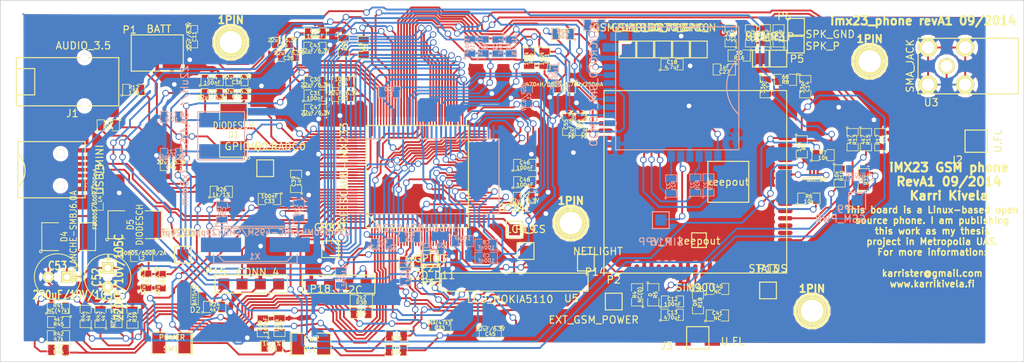
<source format=kicad_pcb>
(kicad_pcb (version 3) (host pcbnew "(2013-07-07 BZR 4022)-stable")
  (layers (15 F.Cu signal) (0 B.Cu signal) (18 B.Paste user hide) (19 F.Paste user hide) (20 B.SilkS user) (21 F.SilkS user) (22 B.Mask user) (23 F.Mask user) (28 Edge.Cuts user))
  (net 0 "")
  (net 1 +2.5V)
  (net 2 +3.3V)
  (net 3 +5V)
  (net 4 GND)
  (net 5 N-000001)
  (net 6 N-0000010)
  (net 7 N-00000100)
  (net 8 N-00000102)
  (net 9 N-00000103)
  (net 10 N-0000012)
  (net 11 N-00000120)
  (net 12 N-00000121)
  (net 13 N-00000122)
  (net 14 N-00000123)
  (net 15 N-00000124)
  (net 16 N-00000125)
  (net 17 N-00000126)
  (net 18 N-00000127)
  (net 19 N-00000128)
  (net 20 N-00000129)
  (net 21 N-0000013)
  (net 22 N-00000130)
  (net 23 N-00000131)
  (net 24 N-00000132)
  (net 25 N-00000133)
  (net 26 N-00000134)
  (net 27 N-00000135)
  (net 28 N-00000136)
  (net 29 N-00000137)
  (net 30 N-00000139)
  (net 31 N-0000014)
  (net 32 N-00000140)
  (net 33 N-00000141)
  (net 34 N-00000142)
  (net 35 N-00000143)
  (net 36 N-00000145)
  (net 37 N-00000146)
  (net 38 N-00000147)
  (net 39 N-0000015)
  (net 40 N-00000150)
  (net 41 N-00000151)
  (net 42 N-00000153)
  (net 43 N-00000155)
  (net 44 N-00000156)
  (net 45 N-00000157)
  (net 46 N-00000158)
  (net 47 N-00000159)
  (net 48 N-0000016)
  (net 49 N-00000160)
  (net 50 N-00000161)
  (net 51 N-00000162)
  (net 52 N-00000163)
  (net 53 N-00000164)
  (net 54 N-00000165)
  (net 55 N-00000167)
  (net 56 N-00000168)
  (net 57 N-00000169)
  (net 58 N-0000017)
  (net 59 N-00000170)
  (net 60 N-00000171)
  (net 61 N-00000172)
  (net 62 N-00000174)
  (net 63 N-00000175)
  (net 64 N-00000176)
  (net 65 N-00000177)
  (net 66 N-00000178)
  (net 67 N-00000179)
  (net 68 N-0000018)
  (net 69 N-00000180)
  (net 70 N-00000182)
  (net 71 N-00000183)
  (net 72 N-00000184)
  (net 73 N-00000185)
  (net 74 N-00000186)
  (net 75 N-00000187)
  (net 76 N-00000188)
  (net 77 N-00000189)
  (net 78 N-0000019)
  (net 79 N-00000190)
  (net 80 N-00000191)
  (net 81 N-00000192)
  (net 82 N-00000193)
  (net 83 N-00000194)
  (net 84 N-00000195)
  (net 85 N-00000196)
  (net 86 N-00000197)
  (net 87 N-000002)
  (net 88 N-0000020)
  (net 89 N-0000021)
  (net 90 N-0000022)
  (net 91 N-0000023)
  (net 92 N-0000024)
  (net 93 N-0000025)
  (net 94 N-0000026)
  (net 95 N-0000027)
  (net 96 N-0000028)
  (net 97 N-0000029)
  (net 98 N-000003)
  (net 99 N-0000030)
  (net 100 N-0000031)
  (net 101 N-0000032)
  (net 102 N-0000033)
  (net 103 N-0000034)
  (net 104 N-0000035)
  (net 105 N-0000036)
  (net 106 N-0000037)
  (net 107 N-0000038)
  (net 108 N-0000039)
  (net 109 N-000004)
  (net 110 N-0000040)
  (net 111 N-0000041)
  (net 112 N-0000042)
  (net 113 N-0000043)
  (net 114 N-0000044)
  (net 115 N-0000045)
  (net 116 N-0000046)
  (net 117 N-0000048)
  (net 118 N-0000049)
  (net 119 N-000005)
  (net 120 N-0000050)
  (net 121 N-0000051)
  (net 122 N-0000052)
  (net 123 N-0000053)
  (net 124 N-0000054)
  (net 125 N-0000055)
  (net 126 N-0000056)
  (net 127 N-0000057)
  (net 128 N-000006)
  (net 129 N-000007)
  (net 130 N-000008)
  (net 131 N-0000083)
  (net 132 N-0000084)
  (net 133 N-0000085)
  (net 134 N-0000086)
  (net 135 N-0000088)
  (net 136 N-0000089)
  (net 137 N-000009)
  (net 138 N-0000091)
  (module U.FL (layer F.Cu) (at 301.4726 169.037 270)
    (fp_text reference J2 (at 2.5654 5.6642 360) (layer F.SilkS))
    (fp_text value U.FL (at 0 0 270) (layer F.SilkS))
    (pad 1 smd rect (at 0 4.525 270) (size 1 1.05) (layers F.Cu F.Paste F.Mask) (net 137 N-000009))
    (pad 2 smd rect (at -2 3 270) (size 2.1 2.2) (layers F.Cu F.Paste F.Mask) (net 4 GND))
    (pad 3 smd rect (at 2 3 270) (size 2.1 2.2) (layers F.Cu F.Paste F.Mask) (net 4 GND))
  )
  (module U.FL (layer F.Cu) (at 260.4008 198.9582 180)
    (fp_text reference J3 (at 4.2418 1.8669 180) (layer F.SilkS))
    (fp_text value U.FL (at -4.7498 2.4892 180) (layer F.SilkS))
    (pad 1 smd rect (at 0 4.525 180) (size 1 1.05) (layers F.Cu F.Paste F.Mask) (net 129 N-000007))
    (pad 2 smd rect (at -2 3 180) (size 2.1 2.2) (layers F.Cu F.Paste F.Mask) (net 4 GND))
    (pad 3 smd rect (at 2 3 180) (size 2.1 2.2) (layers F.Cu F.Paste F.Mask) (net 4 GND))
  )
  (module SOT363 (layer F.Cu) (at 276.2885 174.2567)
    (fp_text reference T1 (at 1.30048 0 90) (layer F.SilkS) (effects (font (size 0.508 0.508) (thickness 0.0762))))
    (fp_text value PMGD175XN (at 0.0635 0) (layer F.SilkS) (effects (font (size 0.381 0.381) (thickness 0.0762))))
    (pad 6 smd rect (at -0.50038 -0.71882) (size 0.29972 0.55118) (layers F.Cu F.Paste F.Mask) (net 104 N-0000035))
    (pad 5 smd rect (at 0 -0.71882) (size 0.29972 0.55118) (layers F.Cu F.Paste F.Mask) (net 107 N-0000038))
    (pad 4 smd rect (at 0.50038 -0.71882) (size 0.29972 0.55118) (layers F.Cu F.Paste F.Mask) (net 103 N-0000034))
    (pad 3 smd rect (at 0.50038 0.71882) (size 0.29972 0.55118) (layers F.Cu F.Paste F.Mask) (net 106 N-0000037))
    (pad 2 smd rect (at 0 0.71882) (size 0.29972 0.55118) (layers F.Cu F.Paste F.Mask) (net 107 N-0000038))
    (pad 1 smd rect (at -0.50038 0.71882) (size 0.29972 0.55118) (layers F.Cu F.Paste F.Mask) (net 105 N-0000036))
  )
  (module SOT23 (layer B.Cu) (at 282.0543 173.9265)
    (fp_text reference T2 (at 1.99898 0.09906 270) (layer B.SilkS) (effects (font (size 0.762 0.762) (thickness 0.11938)) (justify mirror)))
    (fp_text value BSV52 (at 0.0635 0) (layer B.SilkS) (effects (font (size 0.50038 0.50038) (thickness 0.09906)) (justify mirror)))
    (pad 3 smd rect (at 0 1.09982) (size 0.8001 1.00076) (layers B.Cu B.Paste B.Mask) (net 87 N-000002))
    (pad 2 smd rect (at 0.9525 -1.09982) (size 0.8001 1.00076) (layers B.Cu B.Paste B.Mask) (net 4 GND))
    (pad 1 smd rect (at -0.9525 -1.09982) (size 0.8001 1.00076) (layers B.Cu B.Paste B.Mask) (net 98 N-000003))
  )
  (module SOT23 (layer F.Cu) (at 191.5668 190.1571 270)
    (fp_text reference D2 (at 1.99898 -0.09906 360) (layer F.SilkS) (effects (font (size 0.762 0.762) (thickness 0.11938))))
    (fp_text value BAT54C (at 0.0635 0 270) (layer F.SilkS) (effects (font (size 0.50038 0.50038) (thickness 0.09906))))
    (pad 3 smd rect (at 0 -1.09982 270) (size 0.8001 1.00076) (layers F.Cu F.Paste F.Mask) (net 116 N-0000046))
    (pad 2 smd rect (at 0.9525 1.09982 270) (size 0.8001 1.00076) (layers F.Cu F.Paste F.Mask) (net 117 N-0000048))
    (pad 1 smd rect (at -0.9525 1.09982 270) (size 0.8001 1.00076) (layers F.Cu F.Paste F.Mask) (net 115 N-0000045))
  )
  (module SMD_CONN8 (layer F.Cu) (at 235.3564 191.3636 180)
    (fp_text reference U5 (at -7.7597 0.7874 180) (layer F.SilkS))
    (fp_text value LCD_NOKIA5110 (at 0.6223 0.6731 180) (layer F.SilkS))
    (pad 1 smd rect (at -8.75 3 180) (size 1.5 1.5) (layers F.Cu F.Paste F.Mask) (net 22 N-00000130))
    (pad 2 smd rect (at -6.25 3 180) (size 1.5 1.5) (layers F.Cu F.Paste F.Mask) (net 8 N-00000102))
    (pad 3 smd rect (at -3.75 2.9845 180) (size 1.5 1.5) (layers F.Cu F.Paste F.Mask) (net 23 N-00000131))
    (pad 4 smd rect (at -1.25 3 180) (size 1.5 1.5) (layers F.Cu F.Paste F.Mask) (net 26 N-00000134))
    (pad 5 smd rect (at 1.25 3 180) (size 1.5 1.5) (layers F.Cu F.Paste F.Mask) (net 25 N-00000133))
    (pad 6 smd rect (at 3.75 3 180) (size 1.5 1.5) (layers F.Cu F.Paste F.Mask) (net 2 +3.3V))
    (pad 7 smd rect (at 6.25 3 180) (size 1.5 1.5) (layers F.Cu F.Paste F.Mask) (net 24 N-00000132))
    (pad 8 smd rect (at 8.75 3 180) (size 1.5 1.5) (layers F.Cu F.Paste F.Mask) (net 4 GND))
  )
  (module SMD_CONN4 (layer F.Cu) (at 211.2772 191.6557 180)
    (fp_text reference P18 (at 2.5146 2.3749 180) (layer F.SilkS))
    (fp_text value I2C (at -2.032 2.2479 180) (layer F.SilkS))
    (pad 1 smd rect (at -3.75 3 180) (size 1.5 1.5) (layers F.Cu F.Paste F.Mask) (net 2 +3.3V))
    (pad 2 smd rect (at -1.25 3 180) (size 1.5 1.5) (layers F.Cu F.Paste F.Mask) (net 32 N-00000140))
    (pad 3 smd rect (at 1.25 3 180) (size 1.5 1.5) (layers F.Cu F.Paste F.Mask) (net 30 N-00000139))
    (pad 4 smd rect (at 3.75 3 180) (size 1.5 1.5) (layers F.Cu F.Paste F.Mask) (net 4 GND))
  )
  (module SMD_CONN4 (layer F.Cu) (at 199.3138 185.5978)
    (fp_text reference P15 (at -4.8514 1.3589) (layer F.SilkS))
    (fp_text value CONN_4 (at 0.9017 1.397) (layer F.SilkS))
    (pad 1 smd rect (at -3.75 3) (size 1.5 1.5) (layers F.Cu F.Paste F.Mask) (net 117 N-0000048))
    (pad 2 smd rect (at -1.25 3) (size 1.5 1.5) (layers F.Cu F.Paste F.Mask) (net 16 N-00000125))
    (pad 3 smd rect (at 1.25 3) (size 1.5 1.5) (layers F.Cu F.Paste F.Mask) (net 4 GND))
    (pad 4 smd rect (at 3.75 3) (size 1.5 1.5) (layers F.Cu F.Paste F.Mask) (net 15 N-00000124))
  )
  (module SMD_CONN2_PWR (layer F.Cu) (at 186.4614 152.9588)
    (fp_text reference P1 (at -3.7846 0.8255) (layer F.SilkS))
    (fp_text value BATT (at 0.2286 0.7112) (layer F.SilkS))
    (pad 1 smd rect (at -2 4) (size 2.5 4.2) (layers F.Cu F.Paste F.Mask) (net 85 N-00000196))
    (pad 2 smd rect (at 2 4) (size 2.5 4.2) (layers F.Cu F.Paste F.Mask) (net 4 GND))
  )
  (module SMD_CONN1 (layer F.Cu) (at 250.7742 153.4922)
    (fp_text reference P11 (at 0 0) (layer F.SilkS))
    (fp_text value GSM_DBG_RX (at 0 0) (layer F.SilkS))
    (pad 1 smd rect (at 0 3) (size 1.5 1.5) (layers F.Cu F.Paste F.Mask) (net 90 N-0000022))
  )
  (module SMD_CONN1 (layer F.Cu) (at 271.4244 154.7368)
    (fp_text reference P3 (at 0 0) (layer F.SilkS))
    (fp_text value MIC_P (at 0 0) (layer F.SilkS))
    (pad 1 smd rect (at 0 3) (size 1.5 1.5) (layers F.Cu F.Paste F.Mask) (net 111 N-0000041))
  )
  (module SMD_CONN1 (layer F.Cu) (at 253.2126 153.4922)
    (fp_text reference P12 (at 0 0) (layer F.SilkS))
    (fp_text value GSM_DBG_TX (at 0 0) (layer F.SilkS))
    (pad 1 smd rect (at 0 3) (size 1.5 1.5) (layers F.Cu F.Paste F.Mask) (net 89 N-0000021))
  )
  (module SMD_CONN1 (layer F.Cu) (at 269.0241 154.7368)
    (fp_text reference P4 (at 0 0) (layer F.SilkS))
    (fp_text value MIC_N (at 0 0) (layer F.SilkS))
    (pad 1 smd rect (at 0 3) (size 1.5 1.5) (layers F.Cu F.Paste F.Mask) (net 4 GND))
  )
  (module SMD_CONN1 (layer F.Cu) (at 273.812 152.8318)
    (fp_text reference P5 (at 0.1651 4.9403) (layer F.SilkS))
    (fp_text value SPK_P (at 3.683 3.1877) (layer F.SilkS))
    (pad 1 smd rect (at 0 3) (size 1.5 1.5) (layers F.Cu F.Paste F.Mask) (net 36 N-00000145))
  )
  (module SMD_CONN1 (layer F.Cu) (at 273.8501 150.3807)
    (fp_text reference P6 (at -1.5875 1.5621) (layer F.SilkS))
    (fp_text value SPK_GND (at 4.6609 4.0132) (layer F.SilkS))
    (pad 1 smd rect (at 0 3) (size 1.5 1.5) (layers F.Cu F.Paste F.Mask) (net 4 GND))
  )
  (module SMD_CONN1 (layer F.Cu) (at 245.0973 182.6895)
    (fp_text reference P14 (at 1.2954 4.2672) (layer F.SilkS))
    (fp_text value NETLIGHT (at 1.6383 1.4478) (layer F.SilkS))
    (pad 1 smd rect (at 0 3) (size 1.5 1.5) (layers F.Cu F.Paste F.Mask) (net 119 N-000005))
  )
  (module SMD_CONN1 (layer F.Cu) (at 270.0147 186.4995)
    (fp_text reference P13 (at 0 0) (layer F.SilkS))
    (fp_text value STATUS (at 0 0) (layer F.SilkS))
    (pad 1 smd rect (at 0 3) (size 1.5 1.5) (layers F.Cu F.Paste F.Mask) (net 128 N-000006))
  )
  (module SMD_CONN1 (layer B.Cu) (at 282.2194 180.1876)
    (fp_text reference P9 (at -1.8034 -1.8415) (layer B.SilkS) (effects (justify mirror)))
    (fp_text value GSM_PWR (at -2.2987 -0.508) (layer B.SilkS) (effects (justify mirror)))
    (pad 1 smd rect (at 0 -3) (size 1.5 1.5) (layers B.Cu B.Paste B.Mask) (net 87 N-000002))
  )
  (module SMD_CONN1 (layer F.Cu) (at 255.6637 153.4795)
    (fp_text reference P7 (at 0 0) (layer F.SilkS))
    (fp_text value RTC_VDD (at 0 0) (layer F.SilkS))
    (pad 1 smd rect (at 0 3) (size 1.5 1.5) (layers F.Cu F.Paste F.Mask) (net 6 N-0000010))
  )
  (module SMD_CONN1 (layer F.Cu) (at 258.1148 153.4922)
    (fp_text reference P8 (at 0 0) (layer F.SilkS))
    (fp_text value RTC_GND (at 0 0) (layer F.SilkS))
    (pad 1 smd rect (at 0 3) (size 1.5 1.5) (layers F.Cu F.Paste F.Mask) (net 4 GND))
  )
  (module SMD_CONN1 (layer F.Cu) (at 223.9518 184.1627)
    (fp_text reference P17 (at 0.0762 4.2545) (layer F.SilkS))
    (fp_text value LCD_D11 (at 0.0381 3.2639) (layer F.SilkS))
    (pad 1 smd rect (at 0 3) (size 1.3 1.3) (layers F.Cu F.Paste F.Mask) (net 138 N-0000091))
  )
  (module SMD_CONN1 (layer F.Cu) (at 201.2315 169.7609)
    (fp_text reference P21 (at 0 0) (layer F.SilkS))
    (fp_text value GPIO4/LRADC0 (at 0 0) (layer F.SilkS))
    (pad 1 smd rect (at 0 3) (size 1.5 1.5) (layers F.Cu F.Paste F.Mask) (net 133 N-0000085))
  )
  (module SMD_CONN1 (layer F.Cu) (at 223.7232 182.1688)
    (fp_text reference P23 (at 0.1524 4.2545) (layer F.SilkS))
    (fp_text value GPIO3 (at 0.127 2.9591) (layer F.SilkS))
    (pad 1 smd rect (at 0 3) (size 1.3 1.3) (layers F.Cu F.Paste F.Mask) (net 134 N-0000086))
  )
  (module SMD_CONN1 (layer F.Cu) (at 236.855 181.102)
    (fp_text reference P19 (at 0 0) (layer F.SilkS))
    (fp_text value LCD_CS (at 0 0) (layer F.SilkS))
    (pad 1 smd rect (at 0 3) (size 1.5 1.5) (layers F.Cu F.Paste F.Mask) (net 8 N-00000102))
  )
  (module SMD_CONN1 (layer F.Cu) (at 248.9073 188.0235)
    (fp_text reference P2 (at 0 0) (layer F.SilkS))
    (fp_text value EXT_GSM_POWER (at -2.7432 5.4864) (layer F.SilkS))
    (pad 1 smd rect (at 0 3) (size 1.5 1.5) (layers F.Cu F.Paste F.Mask) (net 68 N-0000018))
  )
  (module SMD_CONN1 (layer B.Cu) (at 255.3462 182.8419)
    (fp_text reference P16 (at 0 0) (layer B.SilkS) (effects (justify mirror)))
    (fp_text value SIM_VPP (at 0 0) (layer B.SilkS) (effects (justify mirror)))
    (pad 1 smd rect (at 0 -3) (size 1.5 1.5) (layers B.Cu B.Paste B.Mask) (net 9 N-00000103))
  )
  (module SMD_CONN1 (layer F.Cu) (at 210.1215 180.8607)
    (fp_text reference P22 (at 0 0) (layer F.SilkS))
    (fp_text value GPIO2 (at 0 0) (layer F.SilkS))
    (pad 1 smd rect (at 0 3) (size 1.5 1.5) (layers F.Cu F.Paste F.Mask) (net 131 N-0000083))
  )
  (module SMD_CONN1 (layer F.Cu) (at 260.5532 153.4922)
    (fp_text reference P10 (at 0 0) (layer F.SilkS))
    (fp_text value SPK_N (at 0 0) (layer F.SilkS))
    (pad 1 smd rect (at 0 3) (size 1.5 1.5) (layers F.Cu F.Paste F.Mask) (net 136 N-0000089))
  )
  (module SMD_CONN1 (layer F.Cu) (at 189.9666 181.61)
    (fp_text reference P20 (at 0 0) (layer F.SilkS))
    (fp_text value 5V_OUT (at 0 0) (layer F.SilkS))
    (pad 1 smd rect (at 0 3) (size 1.5 1.5) (layers F.Cu F.Paste F.Mask) (net 3 +5V))
  )
  (module SMD_CONN1 (layer F.Cu) (at 235.331 178.181)
    (fp_text reference P24 (at 0 0) (layer F.SilkS))
    (fp_text value GPIO1 (at 0 0) (layer F.SilkS))
    (pad 1 smd rect (at 0 3) (size 1.5 1.5) (layers F.Cu F.Paste F.Mask) (net 135 N-0000088))
  )
  (module SMA_SOCKET (layer F.Cu) (at 289.9029 158.75 90)
    (fp_text reference U3 (at -5.0038 2.4384 180) (layer F.SilkS))
    (fp_text value SMA_JACK (at 0.0254 -0.4572 90) (layer F.SilkS))
    (pad 1 thru_hole circle (at 0 4.54 90) (size 2.2 2.2) (drill 1.6) (layers *.Cu *.Mask F.SilkS) (net 137 N-000009))
    (pad 2 thru_hole circle (at -2.54 2 90) (size 2.5 2.5) (drill 1.7) (layers *.Cu *.Mask F.SilkS) (net 4 GND))
    (pad 3 thru_hole circle (at 2.54 2 90) (size 2.5 2.5) (drill 1.7) (layers *.Cu *.Mask F.SilkS) (net 4 GND))
    (pad 4 thru_hole circle (at 2.54 7.08 90) (size 2.5 2.5) (drill 1.7) (layers *.Cu *.Mask F.SilkS) (net 4 GND))
    (pad 5 thru_hole circle (at -2.54 7.08 90) (size 2.5 2.5) (drill 1.7) (layers *.Cu *.Mask F.SilkS) (net 4 GND))
  )
  (module SM1812L (layer F.Cu) (at 183.4134 180.4797)
    (fp_text reference D5 (at -0.62992 0 90) (layer F.SilkS) (effects (font (size 0.889 0.762) (thickness 0.127))))
    (fp_text value DIODESCH (at 0.635 0 90) (layer F.SilkS) (effects (font (size 0.889 0.762) (thickness 0.127))))
    (pad 1 smd rect (at -2.54 0) (size 2.032 3.556) (layers F.Cu F.Paste F.Mask) (net 28 N-00000136))
    (pad 2 smd rect (at 2.54 0) (size 2.032 3.556) (layers F.Cu F.Paste F.Mask) (net 29 N-00000137))
  )
  (module SM1812L (layer F.Cu) (at 174.3456 182.118)
    (fp_text reference D4 (at -0.62992 0 90) (layer F.SilkS) (effects (font (size 0.889 0.762) (thickness 0.127))))
    (fp_text value AVALANCHE-SMBJ6.0A (at 0.635 0 90) (layer F.SilkS) (effects (font (size 0.889 0.762) (thickness 0.127))))
    (pad 1 smd rect (at -2.54 0) (size 2.032 3.556) (layers F.Cu F.Paste F.Mask) (net 4 GND))
    (pad 2 smd rect (at 2.54 0) (size 2.032 3.556) (layers F.Cu F.Paste F.Mask) (net 29 N-00000137))
  )
  (module SM1812L (layer F.Cu) (at 196.9008 167.5257 90)
    (fp_text reference D1 (at -0.62992 0 180) (layer F.SilkS) (effects (font (size 0.889 0.762) (thickness 0.127))))
    (fp_text value DIODESCH (at 0.635 0 180) (layer F.SilkS) (effects (font (size 0.889 0.762) (thickness 0.127))))
    (pad 1 smd rect (at -2.54 0 90) (size 2.032 3.556) (layers F.Cu F.Paste F.Mask) (net 85 N-00000196))
    (pad 2 smd rect (at 2.54 0 90) (size 2.032 3.556) (layers F.Cu F.Paste F.Mask) (net 10 N-0000012))
  )
  (module SM1210L (layer F.Cu) (at 207.4418 196.85)
    (fp_text reference SW2 (at 0.127 -0.762) (layer F.SilkS) (effects (font (size 0.7 0.7) (thickness 0.127))))
    (fp_text value REC (at 0 0.762) (layer F.SilkS) (effects (font (size 0.7 0.7) (thickness 0.127))))
    (pad 1 smd rect (at -1.778 0) (size 1.778 2.794) (layers F.Cu F.Paste F.Mask) (net 126 N-0000056))
    (pad 2 smd rect (at 1.778 0) (size 1.778 2.794) (layers F.Cu F.Paste F.Mask) (net 113 N-0000043))
  )
  (module SM0805 (layer F.Cu) (at 201.803 176.9618 180)
    (fp_text reference C33 (at 0 -0.3175 180) (layer F.SilkS) (effects (font (size 0.50038 0.50038) (thickness 0.10922))))
    (fp_text value 100nF (at 0 0.381 180) (layer F.SilkS) (effects (font (size 0.50038 0.50038) (thickness 0.10922))))
    (pad 1 smd rect (at -0.9525 0 180) (size 0.889 1.397) (layers F.Cu F.Paste F.Mask) (net 121 N-0000051))
    (pad 2 smd rect (at 0.9525 0 180) (size 0.889 1.397) (layers F.Cu F.Paste F.Mask) (net 4 GND))
  )
  (module SM0805 (layer F.Cu) (at 214.7062 156.21 270)
    (fp_text reference D3 (at 0 -0.3175 270) (layer F.SilkS) (effects (font (size 0.50038 0.50038) (thickness 0.10922))))
    (fp_text value LED (at 0 0.381 270) (layer F.SilkS) (effects (font (size 0.50038 0.50038) (thickness 0.10922))))
    (pad 1 smd rect (at -0.9525 0 270) (size 0.889 1.397) (layers F.Cu F.Paste F.Mask) (net 14 N-00000123))
    (pad 2 smd rect (at 0.9525 0 270) (size 0.889 1.397) (layers F.Cu F.Paste F.Mask) (net 13 N-00000122))
  )
  (module SM0805 (layer F.Cu) (at 205.4606 174.5488 90)
    (fp_text reference C39 (at 0 -0.3175 90) (layer F.SilkS) (effects (font (size 0.50038 0.50038) (thickness 0.10922))))
    (fp_text value 1uF (at 0 0.381 90) (layer F.SilkS) (effects (font (size 0.50038 0.50038) (thickness 0.10922))))
    (pad 1 smd rect (at -0.9525 0 90) (size 0.889 1.397) (layers F.Cu F.Paste F.Mask) (net 18 N-00000127))
    (pad 2 smd rect (at 0.9525 0 90) (size 0.889 1.397) (layers F.Cu F.Paste F.Mask) (net 4 GND))
  )
  (module SM0805 (layer F.Cu) (at 197.358 160.6677 180)
    (fp_text reference C36 (at 0 -0.3175 180) (layer F.SilkS) (effects (font (size 0.50038 0.50038) (thickness 0.10922))))
    (fp_text value 22uF/6.3V (at 0 0.381 180) (layer F.SilkS) (effects (font (size 0.50038 0.50038) (thickness 0.10922))))
    (pad 1 smd rect (at -0.9525 0 180) (size 0.889 1.397) (layers F.Cu F.Paste F.Mask) (net 10 N-0000012))
    (pad 2 smd rect (at 0.9525 0 180) (size 0.889 1.397) (layers F.Cu F.Paste F.Mask) (net 4 GND))
  )
  (module SM0805 (layer B.Cu) (at 195.3006 178.7652 90)
    (fp_text reference C38 (at 0 0.3175 90) (layer B.SilkS) (effects (font (size 0.50038 0.50038) (thickness 0.10922)) (justify mirror)))
    (fp_text value 15pF (at 0 -0.381 90) (layer B.SilkS) (effects (font (size 0.50038 0.50038) (thickness 0.10922)) (justify mirror)))
    (pad 1 smd rect (at -0.9525 0 90) (size 0.889 1.397) (layers B.Cu B.Paste B.Mask) (net 12 N-00000121))
    (pad 2 smd rect (at 0.9525 0 90) (size 0.889 1.397) (layers B.Cu B.Paste B.Mask) (net 4 GND))
  )
  (module SM0805 (layer B.Cu) (at 205.8162 178.5747 90)
    (fp_text reference C37 (at 0 0.3175 90) (layer B.SilkS) (effects (font (size 0.50038 0.50038) (thickness 0.10922)) (justify mirror)))
    (fp_text value 15pF (at 0 -0.381 90) (layer B.SilkS) (effects (font (size 0.50038 0.50038) (thickness 0.10922)) (justify mirror)))
    (pad 1 smd rect (at -0.9525 0 90) (size 0.889 1.397) (layers B.Cu B.Paste B.Mask) (net 86 N-00000197))
    (pad 2 smd rect (at 0.9525 0 90) (size 0.889 1.397) (layers B.Cu B.Paste B.Mask) (net 4 GND))
  )
  (module SM0805 (layer F.Cu) (at 208.0768 154.2796)
    (fp_text reference C29 (at 0 -0.3175) (layer F.SilkS) (effects (font (size 0.50038 0.50038) (thickness 0.10922))))
    (fp_text value 100nF (at 0 0.381) (layer F.SilkS) (effects (font (size 0.50038 0.50038) (thickness 0.10922))))
    (pad 1 smd rect (at -0.9525 0) (size 0.889 1.397) (layers F.Cu F.Paste F.Mask) (net 2 +3.3V))
    (pad 2 smd rect (at 0.9525 0) (size 0.889 1.397) (layers F.Cu F.Paste F.Mask) (net 4 GND))
  )
  (module SM0805 (layer F.Cu) (at 197.3961 162.6108 180)
    (fp_text reference C35 (at 0 -0.3175 180) (layer F.SilkS) (effects (font (size 0.50038 0.50038) (thickness 0.10922))))
    (fp_text value 22uF/6.3V (at 0 0.381 180) (layer F.SilkS) (effects (font (size 0.50038 0.50038) (thickness 0.10922))))
    (pad 1 smd rect (at -0.9525 0 180) (size 0.889 1.397) (layers F.Cu F.Paste F.Mask) (net 10 N-0000012))
    (pad 2 smd rect (at 0.9525 0 180) (size 0.889 1.397) (layers F.Cu F.Paste F.Mask) (net 4 GND))
  )
  (module SM0805 (layer F.Cu) (at 193.9671 160.655)
    (fp_text reference C34 (at 0 -0.3175) (layer F.SilkS) (effects (font (size 0.50038 0.50038) (thickness 0.10922))))
    (fp_text value 100nF (at 0 0.381) (layer F.SilkS) (effects (font (size 0.50038 0.50038) (thickness 0.10922))))
    (pad 1 smd rect (at -0.9525 0) (size 0.889 1.397) (layers F.Cu F.Paste F.Mask) (net 3 +5V))
    (pad 2 smd rect (at 0.9525 0) (size 0.889 1.397) (layers F.Cu F.Paste F.Mask) (net 4 GND))
  )
  (module SM0805 (layer B.Cu) (at 188.3918 165.7096 180)
    (fp_text reference C22 (at 0 0.3175 180) (layer B.SilkS) (effects (font (size 0.50038 0.50038) (thickness 0.10922)) (justify mirror)))
    (fp_text value 10pF (at 0 -0.381 180) (layer B.SilkS) (effects (font (size 0.50038 0.50038) (thickness 0.10922)) (justify mirror)))
    (pad 1 smd rect (at -0.9525 0 180) (size 0.889 1.397) (layers B.Cu B.Paste B.Mask) (net 11 N-00000120))
    (pad 2 smd rect (at 0.9525 0 180) (size 0.889 1.397) (layers B.Cu B.Paste B.Mask) (net 4 GND))
  )
  (module SM0805 (layer B.Cu) (at 188.3918 170.7896 180)
    (fp_text reference C21 (at 0 0.3175 180) (layer B.SilkS) (effects (font (size 0.50038 0.50038) (thickness 0.10922)) (justify mirror)))
    (fp_text value "NC(10pF)" (at 0 -0.381 180) (layer B.SilkS) (effects (font (size 0.50038 0.50038) (thickness 0.10922)) (justify mirror)))
    (pad 1 smd rect (at -0.9525 0 180) (size 0.889 1.397) (layers B.Cu B.Paste B.Mask) (net 17 N-00000126))
    (pad 2 smd rect (at 0.9525 0 180) (size 0.889 1.397) (layers B.Cu B.Paste B.Mask) (net 4 GND))
  )
  (module SM0805 (layer F.Cu) (at 211.8614 162.8394 180)
    (fp_text reference C23 (at 0 -0.3175 180) (layer F.SilkS) (effects (font (size 0.50038 0.50038) (thickness 0.10922))))
    (fp_text value 22uF/6.3V (at 0 0.381 180) (layer F.SilkS) (effects (font (size 0.50038 0.50038) (thickness 0.10922))))
    (pad 1 smd rect (at -0.9525 0 180) (size 0.889 1.397) (layers F.Cu F.Paste F.Mask) (net 20 N-00000129))
    (pad 2 smd rect (at 0.9525 0 180) (size 0.889 1.397) (layers F.Cu F.Paste F.Mask) (net 4 GND))
  )
  (module SM0805 (layer F.Cu) (at 193.9671 162.6108)
    (fp_text reference C32 (at 0 -0.3175) (layer F.SilkS) (effects (font (size 0.50038 0.50038) (thickness 0.10922))))
    (fp_text value 22uF/6.3V (at 0 0.381) (layer F.SilkS) (effects (font (size 0.50038 0.50038) (thickness 0.10922))))
    (pad 1 smd rect (at -0.9525 0) (size 0.889 1.397) (layers F.Cu F.Paste F.Mask) (net 3 +5V))
    (pad 2 smd rect (at 0.9525 0) (size 0.889 1.397) (layers F.Cu F.Paste F.Mask) (net 4 GND))
  )
  (module SM0805 (layer F.Cu) (at 208.0641 162.7886)
    (fp_text reference C31 (at 0 -0.3175) (layer F.SilkS) (effects (font (size 0.50038 0.50038) (thickness 0.10922))))
    (fp_text value 100nF (at 0 0.381) (layer F.SilkS) (effects (font (size 0.50038 0.50038) (thickness 0.10922))))
    (pad 1 smd rect (at -0.9525 0) (size 0.889 1.397) (layers F.Cu F.Paste F.Mask) (net 19 N-00000128))
    (pad 2 smd rect (at 0.9525 0) (size 0.889 1.397) (layers F.Cu F.Paste F.Mask) (net 4 GND))
  )
  (module SM0805 (layer F.Cu) (at 208.0641 160.9217)
    (fp_text reference C30 (at 0 -0.3175) (layer F.SilkS) (effects (font (size 0.50038 0.50038) (thickness 0.10922))))
    (fp_text value 22uF/6.3V (at 0 0.381) (layer F.SilkS) (effects (font (size 0.50038 0.50038) (thickness 0.10922))))
    (pad 1 smd rect (at -0.9525 0) (size 0.889 1.397) (layers F.Cu F.Paste F.Mask) (net 19 N-00000128))
    (pad 2 smd rect (at 0.9525 0) (size 0.889 1.397) (layers F.Cu F.Paste F.Mask) (net 4 GND))
  )
  (module SM0805 (layer F.Cu) (at 180.8988 193.0527 270)
    (fp_text reference R40 (at 0 -0.3175 270) (layer F.SilkS) (effects (font (size 0.50038 0.50038) (thickness 0.10922))))
    (fp_text value "NC(47k)" (at 0 0.381 270) (layer F.SilkS) (effects (font (size 0.50038 0.50038) (thickness 0.10922))))
    (pad 1 smd rect (at -0.9525 0 270) (size 0.889 1.397) (layers F.Cu F.Paste F.Mask) (net 4 GND))
    (pad 2 smd rect (at 0.9525 0 270) (size 0.889 1.397) (layers F.Cu F.Paste F.Mask) (net 118 N-0000049))
  )
  (module SM0805 (layer F.Cu) (at 211.8614 160.9344 180)
    (fp_text reference C24 (at 0 -0.3175 180) (layer F.SilkS) (effects (font (size 0.50038 0.50038) (thickness 0.10922))))
    (fp_text value 100nF (at 0 0.381 180) (layer F.SilkS) (effects (font (size 0.50038 0.50038) (thickness 0.10922))))
    (pad 1 smd rect (at -0.9525 0 180) (size 0.889 1.397) (layers F.Cu F.Paste F.Mask) (net 20 N-00000129))
    (pad 2 smd rect (at 0.9525 0 180) (size 0.889 1.397) (layers F.Cu F.Paste F.Mask) (net 4 GND))
  )
  (module SM0805 (layer F.Cu) (at 203.581 155.575 180)
    (fp_text reference C26 (at 0 -0.3175 180) (layer F.SilkS) (effects (font (size 0.50038 0.50038) (thickness 0.10922))))
    (fp_text value 22uF/6.3V (at 0 0.381 180) (layer F.SilkS) (effects (font (size 0.50038 0.50038) (thickness 0.10922))))
    (pad 1 smd rect (at -0.9525 0 180) (size 0.889 1.397) (layers F.Cu F.Paste F.Mask) (net 2 +3.3V))
    (pad 2 smd rect (at 0.9525 0 180) (size 0.889 1.397) (layers F.Cu F.Paste F.Mask) (net 4 GND))
  )
  (module SM0805 (layer F.Cu) (at 204.4192 157.353 180)
    (fp_text reference C28 (at 0 -0.3175 180) (layer F.SilkS) (effects (font (size 0.50038 0.50038) (thickness 0.10922))))
    (fp_text value 22uF/6.3V (at 0 0.381 180) (layer F.SilkS) (effects (font (size 0.50038 0.50038) (thickness 0.10922))))
    (pad 1 smd rect (at -0.9525 0 180) (size 0.889 1.397) (layers F.Cu F.Paste F.Mask) (net 2 +3.3V))
    (pad 2 smd rect (at 0.9525 0 180) (size 0.889 1.397) (layers F.Cu F.Paste F.Mask) (net 4 GND))
  )
  (module SM0805 (layer F.Cu) (at 225.0948 194.31 180)
    (fp_text reference R33 (at 0 -0.3175 180) (layer F.SilkS) (effects (font (size 0.50038 0.50038) (thickness 0.10922))))
    (fp_text value "NA(47k)" (at 0 0.381 180) (layer F.SilkS) (effects (font (size 0.50038 0.50038) (thickness 0.10922))))
    (pad 1 smd rect (at -0.9525 0 180) (size 0.889 1.397) (layers F.Cu F.Paste F.Mask) (net 4 GND))
    (pad 2 smd rect (at 0.9525 0 180) (size 0.889 1.397) (layers F.Cu F.Paste F.Mask) (net 120 N-0000050))
  )
  (module SM0805 (layer F.Cu) (at 178.308 176.9745 270)
    (fp_text reference L4 (at 0 -0.3175 270) (layer F.SilkS) (effects (font (size 0.50038 0.50038) (thickness 0.10922))))
    (fp_text value FB0805/600R/200mA (at 0 0.381 270) (layer F.SilkS) (effects (font (size 0.50038 0.50038) (thickness 0.10922))))
    (pad 1 smd rect (at -0.9525 0 270) (size 0.889 1.397) (layers F.Cu F.Paste F.Mask) (net 4 GND))
    (pad 2 smd rect (at 0.9525 0 270) (size 0.889 1.397) (layers F.Cu F.Paste F.Mask) (net 132 N-0000084))
  )
  (module SM0805 (layer F.Cu) (at 252.1077 190.0809 90)
    (fp_text reference R4 (at 0 -0.3175 90) (layer F.SilkS) (effects (font (size 0.50038 0.50038) (thickness 0.10922))))
    (fp_text value "NC(0)" (at 0 0.381 90) (layer F.SilkS) (effects (font (size 0.50038 0.50038) (thickness 0.10922))))
    (pad 1 smd rect (at -0.9525 0 90) (size 0.889 1.397) (layers F.Cu F.Paste F.Mask) (net 68 N-0000018))
    (pad 2 smd rect (at 0.9525 0 90) (size 0.889 1.397) (layers F.Cu F.Paste F.Mask) (net 7 N-00000100))
  )
  (module SM0805 (layer F.Cu) (at 186.9186 188.214 270)
    (fp_text reference C50 (at 0 -0.3175 270) (layer F.SilkS) (effects (font (size 0.50038 0.50038) (thickness 0.10922))))
    (fp_text value 22uF/6.3V (at 0 0.381 270) (layer F.SilkS) (effects (font (size 0.50038 0.50038) (thickness 0.10922))))
    (pad 1 smd rect (at -0.9525 0 270) (size 0.889 1.397) (layers F.Cu F.Paste F.Mask) (net 3 +5V))
    (pad 2 smd rect (at 0.9525 0 270) (size 0.889 1.397) (layers F.Cu F.Paste F.Mask) (net 4 GND))
  )
  (module SM0805 (layer F.Cu) (at 184.9374 188.1632 270)
    (fp_text reference C51 (at 0 -0.3175 270) (layer F.SilkS) (effects (font (size 0.50038 0.50038) (thickness 0.10922))))
    (fp_text value 22uF/6.3V (at 0 0.381 270) (layer F.SilkS) (effects (font (size 0.50038 0.50038) (thickness 0.10922))))
    (pad 1 smd rect (at -0.9525 0 270) (size 0.889 1.397) (layers F.Cu F.Paste F.Mask) (net 3 +5V))
    (pad 2 smd rect (at 0.9525 0 270) (size 0.889 1.397) (layers F.Cu F.Paste F.Mask) (net 4 GND))
  )
  (module SM0805 (layer F.Cu) (at 194.31 191.7446)
    (fp_text reference R24 (at 0 -0.3175) (layer F.SilkS) (effects (font (size 0.50038 0.50038) (thickness 0.10922))))
    (fp_text value 4k7 (at 0 0.381) (layer F.SilkS) (effects (font (size 0.50038 0.50038) (thickness 0.10922))))
    (pad 1 smd rect (at -0.9525 0) (size 0.889 1.397) (layers F.Cu F.Paste F.Mask) (net 116 N-0000046))
    (pad 2 smd rect (at 0.9525 0) (size 0.889 1.397) (layers F.Cu F.Paste F.Mask) (net 2 +3.3V))
  )
  (module SM0805 (layer F.Cu) (at 242.6843 166.7383 90)
    (fp_text reference C55 (at 0 -0.3175 90) (layer F.SilkS) (effects (font (size 0.50038 0.50038) (thickness 0.10922))))
    (fp_text value 22uF/6.3V (at 0 0.381 90) (layer F.SilkS) (effects (font (size 0.50038 0.50038) (thickness 0.10922))))
    (pad 1 smd rect (at -0.9525 0 90) (size 0.889 1.397) (layers F.Cu F.Paste F.Mask) (net 34 N-00000142))
    (pad 2 smd rect (at 0.9525 0 90) (size 0.889 1.397) (layers F.Cu F.Paste F.Mask) (net 4 GND))
  )
  (module SM0805 (layer F.Cu) (at 219.1512 197.6882 180)
    (fp_text reference R34 (at 0 -0.3175 180) (layer F.SilkS) (effects (font (size 0.50038 0.50038) (thickness 0.10922))))
    (fp_text value 10k (at 0 0.381 180) (layer F.SilkS) (effects (font (size 0.50038 0.50038) (thickness 0.10922))))
    (pad 1 smd rect (at -0.9525 0 180) (size 0.889 1.397) (layers F.Cu F.Paste F.Mask) (net 2 +3.3V))
    (pad 2 smd rect (at 0.9525 0 180) (size 0.889 1.397) (layers F.Cu F.Paste F.Mask) (net 113 N-0000043))
  )
  (module SM0805 (layer F.Cu) (at 219.202 195.6816 180)
    (fp_text reference R36 (at 0 -0.3175 180) (layer F.SilkS) (effects (font (size 0.50038 0.50038) (thickness 0.10922))))
    (fp_text value 0 (at 0 0.381 180) (layer F.SilkS) (effects (font (size 0.50038 0.50038) (thickness 0.10922))))
    (pad 1 smd rect (at -0.9525 0 180) (size 0.889 1.397) (layers F.Cu F.Paste F.Mask) (net 114 N-0000044))
    (pad 2 smd rect (at 0.9525 0 180) (size 0.889 1.397) (layers F.Cu F.Paste F.Mask) (net 126 N-0000056))
  )
  (module SM0805 (layer F.Cu) (at 200.9013 194.31 90)
    (fp_text reference C49 (at 0 -0.3175 90) (layer F.SilkS) (effects (font (size 0.50038 0.50038) (thickness 0.10922))))
    (fp_text value 100nF (at 0 0.381 90) (layer F.SilkS) (effects (font (size 0.50038 0.50038) (thickness 0.10922))))
    (pad 1 smd rect (at -0.9525 0 90) (size 0.889 1.397) (layers F.Cu F.Paste F.Mask) (net 127 N-0000057))
    (pad 2 smd rect (at 0.9525 0 90) (size 0.889 1.397) (layers F.Cu F.Paste F.Mask) (net 4 GND))
  )
  (module SM0805 (layer F.Cu) (at 202.1205 197.1675 180)
    (fp_text reference R23 (at 0 -0.3175 180) (layer F.SilkS) (effects (font (size 0.50038 0.50038) (thickness 0.10922))))
    (fp_text value 1k/1% (at 0 0.381 180) (layer F.SilkS) (effects (font (size 0.50038 0.50038) (thickness 0.10922))))
    (pad 1 smd rect (at -0.9525 0 180) (size 0.889 1.397) (layers F.Cu F.Paste F.Mask) (net 126 N-0000056))
    (pad 2 smd rect (at 0.9525 0 180) (size 0.889 1.397) (layers F.Cu F.Paste F.Mask) (net 127 N-0000057))
  )
  (module SM0805 (layer F.Cu) (at 203.1873 194.2719 270)
    (fp_text reference R22 (at 0 -0.3175 270) (layer F.SilkS) (effects (font (size 0.50038 0.50038) (thickness 0.10922))))
    (fp_text value 100k (at 0 0.381 270) (layer F.SilkS) (effects (font (size 0.50038 0.50038) (thickness 0.10922))))
    (pad 1 smd rect (at -0.9525 0 270) (size 0.889 1.397) (layers F.Cu F.Paste F.Mask) (net 4 GND))
    (pad 2 smd rect (at 0.9525 0 270) (size 0.889 1.397) (layers F.Cu F.Paste F.Mask) (net 126 N-0000056))
  )
  (module SM0805 (layer F.Cu) (at 195.2244 175.9712)
    (fp_text reference R26 (at 0 -0.3175) (layer F.SilkS) (effects (font (size 0.50038 0.50038) (thickness 0.10922))))
    (fp_text value 1k/1% (at 0 0.381) (layer F.SilkS) (effects (font (size 0.50038 0.50038) (thickness 0.10922))))
    (pad 1 smd rect (at -0.9525 0) (size 0.889 1.397) (layers F.Cu F.Paste F.Mask) (net 126 N-0000056))
    (pad 2 smd rect (at 0.9525 0) (size 0.889 1.397) (layers F.Cu F.Paste F.Mask) (net 122 N-0000052))
  )
  (module SM0805 (layer F.Cu) (at 211.963 155.9306 270)
    (fp_text reference R25 (at 0 -0.3175 270) (layer F.SilkS) (effects (font (size 0.50038 0.50038) (thickness 0.10922))))
    (fp_text value 2k2 (at 0 0.381 270) (layer F.SilkS) (effects (font (size 0.50038 0.50038) (thickness 0.10922))))
    (pad 1 smd rect (at -0.9525 0 270) (size 0.889 1.397) (layers F.Cu F.Paste F.Mask) (net 4 GND))
    (pad 2 smd rect (at 0.9525 0 270) (size 0.889 1.397) (layers F.Cu F.Paste F.Mask) (net 13 N-00000122))
  )
  (module SM0805 (layer B.Cu) (at 221.0054 182.1688 180)
    (fp_text reference R27 (at 0 0.3175 180) (layer B.SilkS) (effects (font (size 0.50038 0.50038) (thickness 0.10922)) (justify mirror)))
    (fp_text value 10k (at 0 -0.381 180) (layer B.SilkS) (effects (font (size 0.50038 0.50038) (thickness 0.10922)) (justify mirror)))
    (pad 1 smd rect (at -0.9525 0 180) (size 0.889 1.397) (layers B.Cu B.Paste B.Mask) (net 1 +2.5V))
    (pad 2 smd rect (at 0.9525 0 180) (size 0.889 1.397) (layers B.Cu B.Paste B.Mask) (net 76 N-00000188))
  )
  (module SM0805 (layer F.Cu) (at 172.9486 197.6247 180)
    (fp_text reference R46 (at 0 -0.3175 180) (layer F.SilkS) (effects (font (size 0.50038 0.50038) (thickness 0.10922))))
    (fp_text value 4k7 (at 0 0.381 180) (layer F.SilkS) (effects (font (size 0.50038 0.50038) (thickness 0.10922))))
    (pad 1 smd rect (at -0.9525 0 180) (size 0.889 1.397) (layers F.Cu F.Paste F.Mask) (net 123 N-0000053))
    (pad 2 smd rect (at 0.9525 0 180) (size 0.889 1.397) (layers F.Cu F.Paste F.Mask) (net 2 +3.3V))
  )
  (module SM0805 (layer F.Cu) (at 172.974 193.8147 180)
    (fp_text reference R45 (at 0 -0.3175 180) (layer F.SilkS) (effects (font (size 0.50038 0.50038) (thickness 0.10922))))
    (fp_text value 4k7 (at 0 0.381 180) (layer F.SilkS) (effects (font (size 0.50038 0.50038) (thickness 0.10922))))
    (pad 1 smd rect (at -0.9525 0 180) (size 0.889 1.397) (layers F.Cu F.Paste F.Mask) (net 124 N-0000054))
    (pad 2 smd rect (at 0.9525 0 180) (size 0.889 1.397) (layers F.Cu F.Paste F.Mask) (net 2 +3.3V))
  )
  (module SM0805 (layer F.Cu) (at 176.6697 193.0527 90)
    (fp_text reference R44 (at 0 -0.3175 90) (layer F.SilkS) (effects (font (size 0.50038 0.50038) (thickness 0.10922))))
    (fp_text value 4k7 (at 0 0.381 90) (layer F.SilkS) (effects (font (size 0.50038 0.50038) (thickness 0.10922))))
    (pad 1 smd rect (at -0.9525 0 90) (size 0.889 1.397) (layers F.Cu F.Paste F.Mask) (net 118 N-0000049))
    (pad 2 smd rect (at 0.9525 0 90) (size 0.889 1.397) (layers F.Cu F.Paste F.Mask) (net 2 +3.3V))
  )
  (module SM0805 (layer F.Cu) (at 178.689 193.0527 90)
    (fp_text reference R43 (at 0 -0.3175 90) (layer F.SilkS) (effects (font (size 0.50038 0.50038) (thickness 0.10922))))
    (fp_text value 4k7 (at 0 0.381 90) (layer F.SilkS) (effects (font (size 0.50038 0.50038) (thickness 0.10922))))
    (pad 1 smd rect (at -0.9525 0 90) (size 0.889 1.397) (layers F.Cu F.Paste F.Mask) (net 125 N-0000055))
    (pad 2 smd rect (at 0.9525 0 90) (size 0.889 1.397) (layers F.Cu F.Paste F.Mask) (net 2 +3.3V))
  )
  (module SM0805 (layer F.Cu) (at 172.9486 195.7578)
    (fp_text reference R42 (at 0 -0.3175) (layer F.SilkS) (effects (font (size 0.50038 0.50038) (thickness 0.10922))))
    (fp_text value 47k (at 0 0.381) (layer F.SilkS) (effects (font (size 0.50038 0.50038) (thickness 0.10922))))
    (pad 1 smd rect (at -0.9525 0) (size 0.889 1.397) (layers F.Cu F.Paste F.Mask) (net 4 GND))
    (pad 2 smd rect (at 0.9525 0) (size 0.889 1.397) (layers F.Cu F.Paste F.Mask) (net 123 N-0000053))
  )
  (module SM0805 (layer F.Cu) (at 172.9359 191.8716)
    (fp_text reference R41 (at 0 -0.3175) (layer F.SilkS) (effects (font (size 0.50038 0.50038) (thickness 0.10922))))
    (fp_text value "NC(47k)" (at 0 0.381) (layer F.SilkS) (effects (font (size 0.50038 0.50038) (thickness 0.10922))))
    (pad 1 smd rect (at -0.9525 0) (size 0.889 1.397) (layers F.Cu F.Paste F.Mask) (net 4 GND))
    (pad 2 smd rect (at 0.9525 0) (size 0.889 1.397) (layers F.Cu F.Paste F.Mask) (net 124 N-0000054))
  )
  (module SM0805 (layer F.Cu) (at 183.0705 193.1289 270)
    (fp_text reference R39 (at 0 -0.3175 270) (layer F.SilkS) (effects (font (size 0.50038 0.50038) (thickness 0.10922))))
    (fp_text value 47k (at 0 0.381 270) (layer F.SilkS) (effects (font (size 0.50038 0.50038) (thickness 0.10922))))
    (pad 1 smd rect (at -0.9525 0 270) (size 0.889 1.397) (layers F.Cu F.Paste F.Mask) (net 4 GND))
    (pad 2 smd rect (at 0.9525 0 270) (size 0.889 1.397) (layers F.Cu F.Paste F.Mask) (net 125 N-0000055))
  )
  (module SM0805 (layer F.Cu) (at 208.1022 164.7317)
    (fp_text reference C47 (at 0 -0.3175) (layer F.SilkS) (effects (font (size 0.50038 0.50038) (thickness 0.10922))))
    (fp_text value 22uF/6.3V (at 0 0.381) (layer F.SilkS) (effects (font (size 0.50038 0.50038) (thickness 0.10922))))
    (pad 1 smd rect (at -0.9525 0) (size 0.889 1.397) (layers F.Cu F.Paste F.Mask) (net 19 N-00000128))
    (pad 2 smd rect (at 0.9525 0) (size 0.889 1.397) (layers F.Cu F.Paste F.Mask) (net 4 GND))
  )
  (module SM0805 (layer F.Cu) (at 184.3278 184.7596 180)
    (fp_text reference L2 (at 0 -0.3175 180) (layer F.SilkS) (effects (font (size 0.50038 0.50038) (thickness 0.10922))))
    (fp_text value FB0805/600R/2A (at 0 0.381 180) (layer F.SilkS) (effects (font (size 0.50038 0.50038) (thickness 0.10922))))
    (pad 1 smd rect (at -0.9525 0 180) (size 0.889 1.397) (layers F.Cu F.Paste F.Mask) (net 3 +5V))
    (pad 2 smd rect (at 0.9525 0 180) (size 0.889 1.397) (layers F.Cu F.Paste F.Mask) (net 29 N-00000137))
  )
  (module SM0805 (layer F.Cu) (at 214.376 190.8302 180)
    (fp_text reference R38 (at 0 -0.3175 180) (layer F.SilkS) (effects (font (size 0.50038 0.50038) (thickness 0.10922))))
    (fp_text value 2k2 (at 0 0.381 180) (layer F.SilkS) (effects (font (size 0.50038 0.50038) (thickness 0.10922))))
    (pad 1 smd rect (at -0.9525 0 180) (size 0.889 1.397) (layers F.Cu F.Paste F.Mask) (net 2 +3.3V))
    (pad 2 smd rect (at 0.9525 0 180) (size 0.889 1.397) (layers F.Cu F.Paste F.Mask) (net 32 N-00000140))
  )
  (module SM0805 (layer F.Cu) (at 214.3506 192.5574 180)
    (fp_text reference R37 (at 0 -0.3175 180) (layer F.SilkS) (effects (font (size 0.50038 0.50038) (thickness 0.10922))))
    (fp_text value 2k2 (at 0 0.381 180) (layer F.SilkS) (effects (font (size 0.50038 0.50038) (thickness 0.10922))))
    (pad 1 smd rect (at -0.9525 0 180) (size 0.889 1.397) (layers F.Cu F.Paste F.Mask) (net 2 +3.3V))
    (pad 2 smd rect (at 0.9525 0 180) (size 0.889 1.397) (layers F.Cu F.Paste F.Mask) (net 30 N-00000139))
  )
  (module SM0805 (layer B.Cu) (at 261.874 175.0314 90)
    (fp_text reference R19 (at 0 0.3175 90) (layer B.SilkS) (effects (font (size 0.50038 0.50038) (thickness 0.10922)) (justify mirror)))
    (fp_text value 22 (at 0 -0.381 90) (layer B.SilkS) (effects (font (size 0.50038 0.50038) (thickness 0.10922)) (justify mirror)))
    (pad 1 smd rect (at -0.9525 0 90) (size 0.889 1.397) (layers B.Cu B.Paste B.Mask) (net 108 N-0000039))
    (pad 2 smd rect (at 0.9525 0 90) (size 0.889 1.397) (layers B.Cu B.Paste B.Mask) (net 91 N-0000023))
  )
  (module SM0805 (layer F.Cu) (at 237.3376 157.734 270)
    (fp_text reference R30 (at 0 -0.3175 270) (layer F.SilkS) (effects (font (size 0.50038 0.50038) (thickness 0.10922))))
    (fp_text value 100k (at 0 0.381 270) (layer F.SilkS) (effects (font (size 0.50038 0.50038) (thickness 0.10922))))
    (pad 1 smd rect (at -0.9525 0 270) (size 0.889 1.397) (layers F.Cu F.Paste F.Mask) (net 78 N-0000019))
    (pad 2 smd rect (at 0.9525 0 270) (size 0.889 1.397) (layers F.Cu F.Paste F.Mask) (net 2 +3.3V))
  )
  (module SM0805 (layer F.Cu) (at 239.4458 157.734 270)
    (fp_text reference R31 (at 0 -0.3175 270) (layer F.SilkS) (effects (font (size 0.50038 0.50038) (thickness 0.10922))))
    (fp_text value 100k (at 0 0.381 270) (layer F.SilkS) (effects (font (size 0.50038 0.50038) (thickness 0.10922))))
    (pad 1 smd rect (at -0.9525 0 270) (size 0.889 1.397) (layers F.Cu F.Paste F.Mask) (net 99 N-0000030))
    (pad 2 smd rect (at 0.9525 0 270) (size 0.889 1.397) (layers F.Cu F.Paste F.Mask) (net 2 +3.3V))
  )
  (module SM0805 (layer F.Cu) (at 242.1636 161.6456 180)
    (fp_text reference L3 (at 0 -0.3175 180) (layer F.SilkS) (effects (font (size 0.50038 0.50038) (thickness 0.10922))))
    (fp_text value 470nH/0805/1.76R/250mA (at 0 0.381 180) (layer F.SilkS) (effects (font (size 0.50038 0.50038) (thickness 0.10922))))
    (pad 1 smd rect (at -0.9525 0 180) (size 0.889 1.397) (layers F.Cu F.Paste F.Mask) (net 34 N-00000142))
    (pad 2 smd rect (at 0.9525 0 180) (size 0.889 1.397) (layers F.Cu F.Paste F.Mask) (net 2 +3.3V))
  )
  (module SM0805 (layer F.Cu) (at 244.4369 166.7383 90)
    (fp_text reference C54 (at 0 -0.3175 90) (layer F.SilkS) (effects (font (size 0.50038 0.50038) (thickness 0.10922))))
    (fp_text value 22uF/6.3V (at 0 0.381 90) (layer F.SilkS) (effects (font (size 0.50038 0.50038) (thickness 0.10922))))
    (pad 1 smd rect (at -0.9525 0 90) (size 0.889 1.397) (layers F.Cu F.Paste F.Mask) (net 34 N-00000142))
    (pad 2 smd rect (at 0.9525 0 90) (size 0.889 1.397) (layers F.Cu F.Paste F.Mask) (net 4 GND))
  )
  (module SM0805 (layer F.Cu) (at 221.0689 185.5724)
    (fp_text reference R35 (at 0 -0.3175) (layer F.SilkS) (effects (font (size 0.50038 0.50038) (thickness 0.10922))))
    (fp_text value 47k (at 0 0.381) (layer F.SilkS) (effects (font (size 0.50038 0.50038) (thickness 0.10922))))
    (pad 1 smd rect (at -0.9525 0) (size 0.889 1.397) (layers F.Cu F.Paste F.Mask) (net 96 N-0000028))
    (pad 2 smd rect (at 0.9525 0) (size 0.889 1.397) (layers F.Cu F.Paste F.Mask) (net 2 +3.3V))
  )
  (module SM0805 (layer F.Cu) (at 275.1074 161.5694 270)
    (fp_text reference C14 (at 0 -0.3175 270) (layer F.SilkS) (effects (font (size 0.50038 0.50038) (thickness 0.10922))))
    (fp_text value 33pF (at 0 0.381 270) (layer F.SilkS) (effects (font (size 0.50038 0.50038) (thickness 0.10922))))
    (pad 1 smd rect (at -0.9525 0 270) (size 0.889 1.397) (layers F.Cu F.Paste F.Mask) (net 111 N-0000041))
    (pad 2 smd rect (at 0.9525 0 270) (size 0.889 1.397) (layers F.Cu F.Paste F.Mask) (net 4 GND))
  )
  (module SM0805 (layer F.Cu) (at 269.6972 161.5694 270)
    (fp_text reference C17 (at 0 -0.3175 270) (layer F.SilkS) (effects (font (size 0.50038 0.50038) (thickness 0.10922))))
    (fp_text value 33pF (at 0 0.381 270) (layer F.SilkS) (effects (font (size 0.50038 0.50038) (thickness 0.10922))))
    (pad 1 smd rect (at -0.9525 0 270) (size 0.889 1.397) (layers F.Cu F.Paste F.Mask) (net 112 N-0000042))
    (pad 2 smd rect (at 0.9525 0 270) (size 0.889 1.397) (layers F.Cu F.Paste F.Mask) (net 4 GND))
  )
  (module SM0805 (layer F.Cu) (at 272.3896 160.6296 180)
    (fp_text reference R8 (at 0 -0.3175 180) (layer F.SilkS) (effects (font (size 0.50038 0.50038) (thickness 0.10922))))
    (fp_text value 68 (at 0 0.381 180) (layer F.SilkS) (effects (font (size 0.50038 0.50038) (thickness 0.10922))))
    (pad 1 smd rect (at -0.9525 0 180) (size 0.889 1.397) (layers F.Cu F.Paste F.Mask) (net 111 N-0000041))
    (pad 2 smd rect (at 0.9525 0 180) (size 0.889 1.397) (layers F.Cu F.Paste F.Mask) (net 112 N-0000042))
  )
  (module SM0805 (layer F.Cu) (at 241.9858 154.3812 180)
    (fp_text reference R32 (at 0 -0.3175 180) (layer F.SilkS) (effects (font (size 0.50038 0.50038) (thickness 0.10922))))
    (fp_text value 100k (at 0 0.381 180) (layer F.SilkS) (effects (font (size 0.50038 0.50038) (thickness 0.10922))))
    (pad 1 smd rect (at -0.9525 0 180) (size 0.889 1.397) (layers F.Cu F.Paste F.Mask) (net 97 N-0000029))
    (pad 2 smd rect (at 0.9525 0 180) (size 0.889 1.397) (layers F.Cu F.Paste F.Mask) (net 2 +3.3V))
  )
  (module SM0805 (layer B.Cu) (at 260.0706 175.0568 90)
    (fp_text reference R20 (at 0 0.3175 90) (layer B.SilkS) (effects (font (size 0.50038 0.50038) (thickness 0.10922)) (justify mirror)))
    (fp_text value 22 (at 0 -0.381 90) (layer B.SilkS) (effects (font (size 0.50038 0.50038) (thickness 0.10922)) (justify mirror)))
    (pad 1 smd rect (at -0.9525 0 90) (size 0.889 1.397) (layers B.Cu B.Paste B.Mask) (net 92 N-0000024))
    (pad 2 smd rect (at 0.9525 0 90) (size 0.889 1.397) (layers B.Cu B.Paste B.Mask) (net 93 N-0000025))
  )
  (module SM0805 (layer B.Cu) (at 256.7686 175.1838 90)
    (fp_text reference R21 (at 0 0.3175 90) (layer B.SilkS) (effects (font (size 0.50038 0.50038) (thickness 0.10922)) (justify mirror)))
    (fp_text value 22 (at 0 -0.381 90) (layer B.SilkS) (effects (font (size 0.50038 0.50038) (thickness 0.10922)) (justify mirror)))
    (pad 1 smd rect (at -0.9525 0 90) (size 0.889 1.397) (layers B.Cu B.Paste B.Mask) (net 94 N-0000026))
    (pad 2 smd rect (at 0.9525 0 90) (size 0.889 1.397) (layers B.Cu B.Paste B.Mask) (net 88 N-0000020))
  )
  (module SM0805 (layer F.Cu) (at 264.033 159.2199 180)
    (fp_text reference C27 (at 0 -0.3175 180) (layer F.SilkS) (effects (font (size 0.50038 0.50038) (thickness 0.10922))))
    (fp_text value 1uF (at 0 0.381 180) (layer F.SilkS) (effects (font (size 0.50038 0.50038) (thickness 0.10922))))
    (pad 1 smd rect (at -0.9525 0 180) (size 0.889 1.397) (layers F.Cu F.Paste F.Mask) (net 110 N-0000040))
    (pad 2 smd rect (at 0.9525 0 180) (size 0.889 1.397) (layers F.Cu F.Paste F.Mask) (net 37 N-00000146))
  )
  (module SM0805 (layer F.Cu) (at 264.8966 154.5844 90)
    (fp_text reference C25 (at 0 -0.3175 90) (layer F.SilkS) (effects (font (size 0.50038 0.50038) (thickness 0.10922))))
    (fp_text value 33pF (at 0 0.381 90) (layer F.SilkS) (effects (font (size 0.50038 0.50038) (thickness 0.10922))))
    (pad 1 smd rect (at -0.9525 0 90) (size 0.889 1.397) (layers F.Cu F.Paste F.Mask) (net 37 N-00000146))
    (pad 2 smd rect (at 0.9525 0 90) (size 0.889 1.397) (layers F.Cu F.Paste F.Mask) (net 4 GND))
  )
  (module SM0805 (layer F.Cu) (at 267.6906 154.6098 90)
    (fp_text reference C19 (at 0 -0.3175 90) (layer F.SilkS) (effects (font (size 0.50038 0.50038) (thickness 0.10922))))
    (fp_text value 33pF (at 0 0.381 90) (layer F.SilkS) (effects (font (size 0.50038 0.50038) (thickness 0.10922))))
    (pad 1 smd rect (at -0.9525 0 90) (size 0.889 1.397) (layers F.Cu F.Paste F.Mask) (net 36 N-00000145))
    (pad 2 smd rect (at 0.9525 0 90) (size 0.889 1.397) (layers F.Cu F.Paste F.Mask) (net 4 GND))
  )
  (module SM0805 (layer F.Cu) (at 266.065 157.3149 180)
    (fp_text reference R16 (at 0 -0.3175 180) (layer F.SilkS) (effects (font (size 0.50038 0.50038) (thickness 0.10922))))
    (fp_text value 10 (at 0 0.381 180) (layer F.SilkS) (effects (font (size 0.50038 0.50038) (thickness 0.10922))))
    (pad 1 smd rect (at -0.9525 0 180) (size 0.889 1.397) (layers F.Cu F.Paste F.Mask) (net 36 N-00000145))
    (pad 2 smd rect (at 0.9525 0 180) (size 0.889 1.397) (layers F.Cu F.Paste F.Mask) (net 37 N-00000146))
  )
  (module SM0805 (layer F.Cu) (at 269.5956 154.5844 90)
    (fp_text reference C15 (at 0 -0.3175 90) (layer F.SilkS) (effects (font (size 0.50038 0.50038) (thickness 0.10922))))
    (fp_text value 10pF (at 0 0.381 90) (layer F.SilkS) (effects (font (size 0.50038 0.50038) (thickness 0.10922))))
    (pad 1 smd rect (at -0.9525 0 90) (size 0.889 1.397) (layers F.Cu F.Paste F.Mask) (net 36 N-00000145))
    (pad 2 smd rect (at 0.9525 0 90) (size 0.889 1.397) (layers F.Cu F.Paste F.Mask) (net 4 GND))
  )
  (module SM0805 (layer F.Cu) (at 188.3918 172.3009 180)
    (fp_text reference C44 (at 0 -0.3175 180) (layer F.SilkS) (effects (font (size 0.50038 0.50038) (thickness 0.10922))))
    (fp_text value 22uF/6.3V (at 0 0.381 180) (layer F.SilkS) (effects (font (size 0.50038 0.50038) (thickness 0.10922))))
    (pad 1 smd rect (at -0.9525 0 180) (size 0.889 1.397) (layers F.Cu F.Paste F.Mask) (net 1 +2.5V))
    (pad 2 smd rect (at 0.9525 0 180) (size 0.889 1.397) (layers F.Cu F.Paste F.Mask) (net 4 GND))
  )
  (module SM0805 (layer B.Cu) (at 241.9604 154.3304 180)
    (fp_text reference R29 (at 0 0.3175 180) (layer B.SilkS) (effects (font (size 0.50038 0.50038) (thickness 0.10922)) (justify mirror)))
    (fp_text value 10k (at 0 -0.381 180) (layer B.SilkS) (effects (font (size 0.50038 0.50038) (thickness 0.10922)) (justify mirror)))
    (pad 1 smd rect (at -0.9525 0 180) (size 0.889 1.397) (layers B.Cu B.Paste B.Mask) (net 100 N-0000031))
    (pad 2 smd rect (at 0.9525 0 180) (size 0.889 1.397) (layers B.Cu B.Paste B.Mask) (net 2 +3.3V))
  )
  (module SM0805 (layer B.Cu) (at 246.2784 153.1112)
    (fp_text reference R28 (at 0 0.3175) (layer B.SilkS) (effects (font (size 0.50038 0.50038) (thickness 0.10922)) (justify mirror)))
    (fp_text value 1M (at 0 -0.381) (layer B.SilkS) (effects (font (size 0.50038 0.50038) (thickness 0.10922)) (justify mirror)))
    (pad 1 smd rect (at -0.9525 0) (size 0.889 1.397) (layers B.Cu B.Paste B.Mask) (net 102 N-0000033))
    (pad 2 smd rect (at 0.9525 0) (size 0.889 1.397) (layers B.Cu B.Paste B.Mask) (net 4 GND))
  )
  (module SM0805 (layer B.Cu) (at 234.8738 156.083 270)
    (fp_text reference R2 (at 0 0.3175 270) (layer B.SilkS) (effects (font (size 0.50038 0.50038) (thickness 0.10922)) (justify mirror)))
    (fp_text value 1k/1% (at 0 -0.381 270) (layer B.SilkS) (effects (font (size 0.50038 0.50038) (thickness 0.10922)) (justify mirror)))
    (pad 1 smd rect (at -0.9525 0 270) (size 0.889 1.397) (layers B.Cu B.Paste B.Mask) (net 1 +2.5V))
    (pad 2 smd rect (at 0.9525 0 270) (size 0.889 1.397) (layers B.Cu B.Paste B.Mask) (net 35 N-00000143))
  )
  (module SM0805 (layer B.Cu) (at 233.045 156.083 270)
    (fp_text reference C9 (at 0 0.3175 270) (layer B.SilkS) (effects (font (size 0.50038 0.50038) (thickness 0.10922)) (justify mirror)))
    (fp_text value 100nF (at 0 -0.381 270) (layer B.SilkS) (effects (font (size 0.50038 0.50038) (thickness 0.10922)) (justify mirror)))
    (pad 1 smd rect (at -0.9525 0 270) (size 0.889 1.397) (layers B.Cu B.Paste B.Mask) (net 1 +2.5V))
    (pad 2 smd rect (at 0.9525 0 270) (size 0.889 1.397) (layers B.Cu B.Paste B.Mask) (net 35 N-00000143))
  )
  (module SM0805 (layer B.Cu) (at 229.235 156.0576 90)
    (fp_text reference C10 (at 0 0.3175 90) (layer B.SilkS) (effects (font (size 0.50038 0.50038) (thickness 0.10922)) (justify mirror)))
    (fp_text value 100nF (at 0 -0.381 90) (layer B.SilkS) (effects (font (size 0.50038 0.50038) (thickness 0.10922)) (justify mirror)))
    (pad 1 smd rect (at -0.9525 0 90) (size 0.889 1.397) (layers B.Cu B.Paste B.Mask) (net 35 N-00000143))
    (pad 2 smd rect (at 0.9525 0 90) (size 0.889 1.397) (layers B.Cu B.Paste B.Mask) (net 4 GND))
  )
  (module SM0805 (layer B.Cu) (at 231.0638 156.0576 90)
    (fp_text reference R3 (at 0 0.3175 90) (layer B.SilkS) (effects (font (size 0.50038 0.50038) (thickness 0.10922)) (justify mirror)))
    (fp_text value 1k/1% (at 0 -0.381 90) (layer B.SilkS) (effects (font (size 0.50038 0.50038) (thickness 0.10922)) (justify mirror)))
    (pad 1 smd rect (at -0.9525 0 90) (size 0.889 1.397) (layers B.Cu B.Paste B.Mask) (net 35 N-00000143))
    (pad 2 smd rect (at 0.9525 0 90) (size 0.889 1.397) (layers B.Cu B.Paste B.Mask) (net 4 GND))
  )
  (module SM0805 (layer B.Cu) (at 237.0201 162.9029 90)
    (fp_text reference C1 (at 0 0.3175 90) (layer B.SilkS) (effects (font (size 0.50038 0.50038) (thickness 0.10922)) (justify mirror)))
    (fp_text value 10uF/6.3V (at 0 -0.381 90) (layer B.SilkS) (effects (font (size 0.50038 0.50038) (thickness 0.10922)) (justify mirror)))
    (pad 1 smd rect (at -0.9525 0 90) (size 0.889 1.397) (layers B.Cu B.Paste B.Mask) (net 1 +2.5V))
    (pad 2 smd rect (at 0.9525 0 90) (size 0.889 1.397) (layers B.Cu B.Paste B.Mask) (net 4 GND))
  )
  (module SM0805 (layer B.Cu) (at 240.6015 160.0708 270)
    (fp_text reference C2 (at 0 0.3175 270) (layer B.SilkS) (effects (font (size 0.50038 0.50038) (thickness 0.10922)) (justify mirror)))
    (fp_text value 100nF (at 0 -0.381 270) (layer B.SilkS) (effects (font (size 0.50038 0.50038) (thickness 0.10922)) (justify mirror)))
    (pad 1 smd rect (at -0.9525 0 270) (size 0.889 1.397) (layers B.Cu B.Paste B.Mask) (net 1 +2.5V))
    (pad 2 smd rect (at 0.9525 0 270) (size 0.889 1.397) (layers B.Cu B.Paste B.Mask) (net 4 GND))
  )
  (module SM0805 (layer B.Cu) (at 224.2566 183.7944)
    (fp_text reference C3 (at 0 0.3175) (layer B.SilkS) (effects (font (size 0.50038 0.50038) (thickness 0.10922)) (justify mirror)))
    (fp_text value 10uF/6.3V (at 0 -0.381) (layer B.SilkS) (effects (font (size 0.50038 0.50038) (thickness 0.10922)) (justify mirror)))
    (pad 1 smd rect (at -0.9525 0) (size 0.889 1.397) (layers B.Cu B.Paste B.Mask) (net 1 +2.5V))
    (pad 2 smd rect (at 0.9525 0) (size 0.889 1.397) (layers B.Cu B.Paste B.Mask) (net 4 GND))
  )
  (module SM0805 (layer B.Cu) (at 228.1936 182.7276)
    (fp_text reference C4 (at 0 0.3175) (layer B.SilkS) (effects (font (size 0.50038 0.50038) (thickness 0.10922)) (justify mirror)))
    (fp_text value 100nF (at 0 -0.381) (layer B.SilkS) (effects (font (size 0.50038 0.50038) (thickness 0.10922)) (justify mirror)))
    (pad 1 smd rect (at -0.9525 0) (size 0.889 1.397) (layers B.Cu B.Paste B.Mask) (net 1 +2.5V))
    (pad 2 smd rect (at 0.9525 0) (size 0.889 1.397) (layers B.Cu B.Paste B.Mask) (net 4 GND))
  )
  (module SM0805 (layer B.Cu) (at 231.4575 185.0136 180)
    (fp_text reference C5 (at 0 0.3175 180) (layer B.SilkS) (effects (font (size 0.50038 0.50038) (thickness 0.10922)) (justify mirror)))
    (fp_text value 100nF (at 0 -0.381 180) (layer B.SilkS) (effects (font (size 0.50038 0.50038) (thickness 0.10922)) (justify mirror)))
    (pad 1 smd rect (at -0.9525 0 180) (size 0.889 1.397) (layers B.Cu B.Paste B.Mask) (net 1 +2.5V))
    (pad 2 smd rect (at 0.9525 0 180) (size 0.889 1.397) (layers B.Cu B.Paste B.Mask) (net 4 GND))
  )
  (module SM0805 (layer B.Cu) (at 211.6074 187.833 270)
    (fp_text reference C6 (at 0 0.3175 270) (layer B.SilkS) (effects (font (size 0.50038 0.50038) (thickness 0.10922)) (justify mirror)))
    (fp_text value 100nF (at 0 -0.381 270) (layer B.SilkS) (effects (font (size 0.50038 0.50038) (thickness 0.10922)) (justify mirror)))
    (pad 1 smd rect (at -0.9525 0 270) (size 0.889 1.397) (layers B.Cu B.Paste B.Mask) (net 1 +2.5V))
    (pad 2 smd rect (at 0.9525 0 270) (size 0.889 1.397) (layers B.Cu B.Paste B.Mask) (net 4 GND))
  )
  (module SM0805 (layer B.Cu) (at 220.3958 187.2488 270)
    (fp_text reference C7 (at 0 0.3175 270) (layer B.SilkS) (effects (font (size 0.50038 0.50038) (thickness 0.10922)) (justify mirror)))
    (fp_text value 100nF (at 0 -0.381 270) (layer B.SilkS) (effects (font (size 0.50038 0.50038) (thickness 0.10922)) (justify mirror)))
    (pad 1 smd rect (at -0.9525 0 270) (size 0.889 1.397) (layers B.Cu B.Paste B.Mask) (net 1 +2.5V))
    (pad 2 smd rect (at 0.9525 0 270) (size 0.889 1.397) (layers B.Cu B.Paste B.Mask) (net 4 GND))
  )
  (module SM0805 (layer B.Cu) (at 231.4575 183.2229 180)
    (fp_text reference C8 (at 0 0.3175 180) (layer B.SilkS) (effects (font (size 0.50038 0.50038) (thickness 0.10922)) (justify mirror)))
    (fp_text value 100nF (at 0 -0.381 180) (layer B.SilkS) (effects (font (size 0.50038 0.50038) (thickness 0.10922)) (justify mirror)))
    (pad 1 smd rect (at -0.9525 0 180) (size 0.889 1.397) (layers B.Cu B.Paste B.Mask) (net 1 +2.5V))
    (pad 2 smd rect (at 0.9525 0 180) (size 0.889 1.397) (layers B.Cu B.Paste B.Mask) (net 4 GND))
  )
  (module SM0805 (layer B.Cu) (at 218.2114 162.3187)
    (fp_text reference R1 (at 0 0.3175) (layer B.SilkS) (effects (font (size 0.50038 0.50038) (thickness 0.10922)) (justify mirror)))
    (fp_text value 120 (at 0 -0.381) (layer B.SilkS) (effects (font (size 0.50038 0.50038) (thickness 0.10922)) (justify mirror)))
    (pad 1 smd rect (at -0.9525 0) (size 0.889 1.397) (layers B.Cu B.Paste B.Mask) (net 79 N-00000190))
    (pad 2 smd rect (at 0.9525 0) (size 0.889 1.397) (layers B.Cu B.Paste B.Mask) (net 77 N-00000189))
  )
  (module SM0805 (layer F.Cu) (at 271.4625 154.6098 90)
    (fp_text reference C16 (at 0 -0.3175 90) (layer F.SilkS) (effects (font (size 0.50038 0.50038) (thickness 0.10922))))
    (fp_text value 33pF (at 0 0.381 90) (layer F.SilkS) (effects (font (size 0.50038 0.50038) (thickness 0.10922))))
    (pad 1 smd rect (at -0.9525 0 90) (size 0.889 1.397) (layers F.Cu F.Paste F.Mask) (net 36 N-00000145))
    (pad 2 smd rect (at 0.9525 0 90) (size 0.889 1.397) (layers F.Cu F.Paste F.Mask) (net 4 GND))
  )
  (module SM0805 (layer F.Cu) (at 236.7407 172.3009)
    (fp_text reference C46 (at 0 -0.3175) (layer F.SilkS) (effects (font (size 0.50038 0.50038) (thickness 0.10922))))
    (fp_text value 100nF (at 0 0.381) (layer F.SilkS) (effects (font (size 0.50038 0.50038) (thickness 0.10922))))
    (pad 1 smd rect (at -0.9525 0) (size 0.889 1.397) (layers F.Cu F.Paste F.Mask) (net 1 +2.5V))
    (pad 2 smd rect (at 0.9525 0) (size 0.889 1.397) (layers F.Cu F.Paste F.Mask) (net 4 GND))
  )
  (module SM0805 (layer F.Cu) (at 236.7407 174.6504)
    (fp_text reference C48 (at 0 -0.3175) (layer F.SilkS) (effects (font (size 0.50038 0.50038) (thickness 0.10922))))
    (fp_text value 100nF (at 0 0.381) (layer F.SilkS) (effects (font (size 0.50038 0.50038) (thickness 0.10922))))
    (pad 1 smd rect (at -0.9525 0) (size 0.889 1.397) (layers F.Cu F.Paste F.Mask) (net 1 +2.5V))
    (pad 2 smd rect (at 0.9525 0) (size 0.889 1.397) (layers F.Cu F.Paste F.Mask) (net 4 GND))
  )
  (module SM0805 (layer F.Cu) (at 236.6899 176.8094)
    (fp_text reference C42 (at 0 -0.3175) (layer F.SilkS) (effects (font (size 0.50038 0.50038) (thickness 0.10922))))
    (fp_text value 22uF/6.3V (at 0 0.381) (layer F.SilkS) (effects (font (size 0.50038 0.50038) (thickness 0.10922))))
    (pad 1 smd rect (at -0.9525 0) (size 0.889 1.397) (layers F.Cu F.Paste F.Mask) (net 1 +2.5V))
    (pad 2 smd rect (at 0.9525 0) (size 0.889 1.397) (layers F.Cu F.Paste F.Mask) (net 4 GND))
  )
  (module SM0805 (layer F.Cu) (at 208.0387 156.2481)
    (fp_text reference C43 (at 0 -0.3175) (layer F.SilkS) (effects (font (size 0.50038 0.50038) (thickness 0.10922))))
    (fp_text value 22uF/6.3V (at 0 0.381) (layer F.SilkS) (effects (font (size 0.50038 0.50038) (thickness 0.10922))))
    (pad 1 smd rect (at -0.9525 0) (size 0.889 1.397) (layers F.Cu F.Paste F.Mask) (net 2 +3.3V))
    (pad 2 smd rect (at 0.9525 0) (size 0.889 1.397) (layers F.Cu F.Paste F.Mask) (net 4 GND))
  )
  (module SM0805 (layer F.Cu) (at 232.029 195.1482 180)
    (fp_text reference C45 (at 0 -0.3175 180) (layer F.SilkS) (effects (font (size 0.50038 0.50038) (thickness 0.10922))))
    (fp_text value 22uF/6.3V (at 0 0.381 180) (layer F.SilkS) (effects (font (size 0.50038 0.50038) (thickness 0.10922))))
    (pad 1 smd rect (at -0.9525 0 180) (size 0.889 1.397) (layers F.Cu F.Paste F.Mask) (net 2 +3.3V))
    (pad 2 smd rect (at 0.9525 0 180) (size 0.889 1.397) (layers F.Cu F.Paste F.Mask) (net 4 GND))
  )
  (module SM0805 (layer B.Cu) (at 217.2462 183.1594 180)
    (fp_text reference C20 (at 0 0.3175 180) (layer B.SilkS) (effects (font (size 0.50038 0.50038) (thickness 0.10922)) (justify mirror)))
    (fp_text value 22uF/6.3V (at 0 -0.381 180) (layer B.SilkS) (effects (font (size 0.50038 0.50038) (thickness 0.10922)) (justify mirror)))
    (pad 1 smd rect (at -0.9525 0 180) (size 0.889 1.397) (layers B.Cu B.Paste B.Mask) (net 19 N-00000128))
    (pad 2 smd rect (at 0.9525 0 180) (size 0.889 1.397) (layers B.Cu B.Paste B.Mask) (net 4 GND))
  )
  (module SM0805 (layer F.Cu) (at 254.3175 190.0809 270)
    (fp_text reference R5 (at 0 -0.3175 270) (layer F.SilkS) (effects (font (size 0.50038 0.50038) (thickness 0.10922))))
    (fp_text value 0 (at 0 0.381 270) (layer F.SilkS) (effects (font (size 0.50038 0.50038) (thickness 0.10922))))
    (pad 1 smd rect (at -0.9525 0 270) (size 0.889 1.397) (layers F.Cu F.Paste F.Mask) (net 7 N-00000100))
    (pad 2 smd rect (at 0.9525 0 270) (size 0.889 1.397) (layers F.Cu F.Paste F.Mask) (net 85 N-00000196))
  )
  (module SM0805 (layer F.Cu) (at 256.9083 192.8241)
    (fp_text reference C13 (at 0 -0.3175) (layer F.SilkS) (effects (font (size 0.50038 0.50038) (thickness 0.10922))))
    (fp_text value 470uF (at 0 0.381) (layer F.SilkS) (effects (font (size 0.50038 0.50038) (thickness 0.10922))))
    (pad 1 smd rect (at -0.9525 0) (size 0.889 1.397) (layers F.Cu F.Paste F.Mask) (net 85 N-00000196))
    (pad 2 smd rect (at 0.9525 0) (size 0.889 1.397) (layers F.Cu F.Paste F.Mask) (net 4 GND))
  )
  (module SM0805 (layer F.Cu) (at 256.9464 190.9953)
    (fp_text reference C12 (at 0 -0.3175) (layer F.SilkS) (effects (font (size 0.50038 0.50038) (thickness 0.10922))))
    (fp_text value 100nF (at 0 0.381) (layer F.SilkS) (effects (font (size 0.50038 0.50038) (thickness 0.10922))))
    (pad 1 smd rect (at -0.9525 0) (size 0.889 1.397) (layers F.Cu F.Paste F.Mask) (net 85 N-00000196))
    (pad 2 smd rect (at 0.9525 0) (size 0.889 1.397) (layers F.Cu F.Paste F.Mask) (net 4 GND))
  )
  (module SM0805 (layer F.Cu) (at 179.7558 166.878 180)
    (fp_text reference R14 (at 0 -0.3175 180) (layer F.SilkS) (effects (font (size 0.50038 0.50038) (thickness 0.10922))))
    (fp_text value 120 (at 0 0.381 180) (layer F.SilkS) (effects (font (size 0.50038 0.50038) (thickness 0.10922))))
    (pad 1 smd rect (at -0.9525 0 180) (size 0.889 1.397) (layers F.Cu F.Paste F.Mask) (net 58 N-0000017))
    (pad 2 smd rect (at 0.9525 0 180) (size 0.889 1.397) (layers F.Cu F.Paste F.Mask) (net 39 N-0000015))
  )
  (module SM0805 (layer F.Cu) (at 183.261 162.0012)
    (fp_text reference R12 (at 0 -0.3175) (layer F.SilkS) (effects (font (size 0.50038 0.50038) (thickness 0.10922))))
    (fp_text value 120 (at 0 0.381) (layer F.SilkS) (effects (font (size 0.50038 0.50038) (thickness 0.10922))))
    (pad 1 smd rect (at -0.9525 0) (size 0.889 1.397) (layers F.Cu F.Paste F.Mask) (net 58 N-0000017))
    (pad 2 smd rect (at 0.9525 0) (size 0.889 1.397) (layers F.Cu F.Paste F.Mask) (net 48 N-0000016))
  )
  (module SM0805 (layer F.Cu) (at 281.5844 168.8338 270)
    (fp_text reference R13 (at 0 -0.3175 270) (layer F.SilkS) (effects (font (size 0.50038 0.50038) (thickness 0.10922))))
    (fp_text value 4k7 (at 0 0.381 270) (layer F.SilkS) (effects (font (size 0.50038 0.50038) (thickness 0.10922))))
    (pad 1 smd rect (at -0.9525 0 270) (size 0.889 1.397) (layers F.Cu F.Paste F.Mask) (net 31 N-0000014))
    (pad 2 smd rect (at 0.9525 0 270) (size 0.889 1.397) (layers F.Cu F.Paste F.Mask) (net 109 N-000004))
  )
  (module SM0805 (layer F.Cu) (at 283.1084 174.3202 270)
    (fp_text reference R11 (at 0 -0.3175 270) (layer F.SilkS) (effects (font (size 0.50038 0.50038) (thickness 0.10922))))
    (fp_text value 1k (at 0 0.381 270) (layer F.SilkS) (effects (font (size 0.50038 0.50038) (thickness 0.10922))))
    (pad 1 smd rect (at -0.9525 0 270) (size 0.889 1.397) (layers F.Cu F.Paste F.Mask) (net 87 N-000002))
    (pad 2 smd rect (at 0.9525 0 270) (size 0.889 1.397) (layers F.Cu F.Paste F.Mask) (net 5 N-000001))
  )
  (module SM0805 (layer F.Cu) (at 283.4132 168.8338 270)
    (fp_text reference R15 (at 0 -0.3175 270) (layer F.SilkS) (effects (font (size 0.50038 0.50038) (thickness 0.10922))))
    (fp_text value 4k7 (at 0 0.381 270) (layer F.SilkS) (effects (font (size 0.50038 0.50038) (thickness 0.10922))))
    (pad 1 smd rect (at -0.9525 0 270) (size 0.889 1.397) (layers F.Cu F.Paste F.Mask) (net 21 N-0000013))
    (pad 2 smd rect (at 0.9525 0 270) (size 0.889 1.397) (layers F.Cu F.Paste F.Mask) (net 98 N-000003))
  )
  (module SM0805 (layer F.Cu) (at 263.0932 192.913)
    (fp_text reference C41 (at 0 -0.3175) (layer F.SilkS) (effects (font (size 0.50038 0.50038) (thickness 0.10922))))
    (fp_text value NC (at 0 0.381) (layer F.SilkS) (effects (font (size 0.50038 0.50038) (thickness 0.10922))))
    (pad 1 smd rect (at -0.9525 0) (size 0.889 1.397) (layers F.Cu F.Paste F.Mask) (net 129 N-000007))
    (pad 2 smd rect (at 0.9525 0) (size 0.889 1.397) (layers F.Cu F.Paste F.Mask) (net 4 GND))
  )
  (module SM0805 (layer F.Cu) (at 263.1186 189.2808)
    (fp_text reference C40 (at 0 -0.3175) (layer F.SilkS) (effects (font (size 0.50038 0.50038) (thickness 0.10922))))
    (fp_text value NC (at 0 0.381) (layer F.SilkS) (effects (font (size 0.50038 0.50038) (thickness 0.10922))))
    (pad 1 smd rect (at -0.9525 0) (size 0.889 1.397) (layers F.Cu F.Paste F.Mask) (net 130 N-000008))
    (pad 2 smd rect (at 0.9525 0) (size 0.889 1.397) (layers F.Cu F.Paste F.Mask) (net 4 GND))
  )
  (module SM0805 (layer F.Cu) (at 285.369 168.8338 90)
    (fp_text reference R17 (at 0 -0.3175 90) (layer F.SilkS) (effects (font (size 0.50038 0.50038) (thickness 0.10922))))
    (fp_text value 47k (at 0 0.381 90) (layer F.SilkS) (effects (font (size 0.50038 0.50038) (thickness 0.10922))))
    (pad 1 smd rect (at -0.9525 0 90) (size 0.889 1.397) (layers F.Cu F.Paste F.Mask) (net 98 N-000003))
    (pad 2 smd rect (at 0.9525 0 90) (size 0.889 1.397) (layers F.Cu F.Paste F.Mask) (net 4 GND))
  )
  (module SM0805 (layer F.Cu) (at 260.4262 191.1604 270)
    (fp_text reference R18 (at 0 -0.3175 270) (layer F.SilkS) (effects (font (size 0.50038 0.50038) (thickness 0.10922))))
    (fp_text value 0R (at 0 0.381 270) (layer F.SilkS) (effects (font (size 0.50038 0.50038) (thickness 0.10922))))
    (pad 1 smd rect (at -0.9525 0 270) (size 0.889 1.397) (layers F.Cu F.Paste F.Mask) (net 130 N-000008))
    (pad 2 smd rect (at 0.9525 0 270) (size 0.889 1.397) (layers F.Cu F.Paste F.Mask) (net 129 N-000007))
  )
  (module SM0805 (layer F.Cu) (at 256.8829 158.5214)
    (fp_text reference C18 (at 0 -0.3175) (layer F.SilkS) (effects (font (size 0.50038 0.50038) (thickness 0.10922))))
    (fp_text value 4.7uF (at 0 0.381) (layer F.SilkS) (effects (font (size 0.50038 0.50038) (thickness 0.10922))))
    (pad 1 smd rect (at -0.9525 0) (size 0.889 1.397) (layers F.Cu F.Paste F.Mask) (net 6 N-0000010))
    (pad 2 smd rect (at 0.9525 0) (size 0.889 1.397) (layers F.Cu F.Paste F.Mask) (net 4 GND))
  )
  (module SM0805 (layer F.Cu) (at 277.5458 170.9547)
    (fp_text reference R7 (at 0 -0.3175) (layer F.SilkS) (effects (font (size 0.50038 0.50038) (thickness 0.10922))))
    (fp_text value 10k (at 0 0.381) (layer F.SilkS) (effects (font (size 0.50038 0.50038) (thickness 0.10922))))
    (pad 1 smd rect (at -0.9525 0) (size 0.889 1.397) (layers F.Cu F.Paste F.Mask) (net 107 N-0000038))
    (pad 2 smd rect (at 0.9525 0) (size 0.889 1.397) (layers F.Cu F.Paste F.Mask) (net 103 N-0000034))
  )
  (module SM0805 (layer F.Cu) (at 275.6027 176.911)
    (fp_text reference R6 (at 0 -0.3175) (layer F.SilkS) (effects (font (size 0.50038 0.50038) (thickness 0.10922))))
    (fp_text value 10k (at 0 0.381) (layer F.SilkS) (effects (font (size 0.50038 0.50038) (thickness 0.10922))))
    (pad 1 smd rect (at -0.9525 0) (size 0.889 1.397) (layers F.Cu F.Paste F.Mask) (net 105 N-0000036))
    (pad 2 smd rect (at 0.9525 0) (size 0.889 1.397) (layers F.Cu F.Paste F.Mask) (net 107 N-0000038))
  )
  (module SM0805 (layer F.Cu) (at 191.2239 154.7241 270)
    (fp_text reference C11 (at 0 -0.3175 270) (layer F.SilkS) (effects (font (size 0.50038 0.50038) (thickness 0.10922))))
    (fp_text value 22uF/6.3V (at 0 0.381 270) (layer F.SilkS) (effects (font (size 0.50038 0.50038) (thickness 0.10922))))
    (pad 1 smd rect (at -0.9525 0 270) (size 0.889 1.397) (layers F.Cu F.Paste F.Mask) (net 85 N-00000196))
    (pad 2 smd rect (at 0.9525 0 270) (size 0.889 1.397) (layers F.Cu F.Paste F.Mask) (net 4 GND))
  )
  (module SM0805 (layer F.Cu) (at 279.8064 173.7995 270)
    (fp_text reference R10 (at 0 -0.3175 270) (layer F.SilkS) (effects (font (size 0.50038 0.50038) (thickness 0.10922))))
    (fp_text value 10k (at 0 0.381 270) (layer F.SilkS) (effects (font (size 0.50038 0.50038) (thickness 0.10922))))
    (pad 1 smd rect (at -0.9525 0 270) (size 0.889 1.397) (layers F.Cu F.Paste F.Mask) (net 85 N-00000196))
    (pad 2 smd rect (at 0.9525 0 270) (size 0.889 1.397) (layers F.Cu F.Paste F.Mask) (net 106 N-0000037))
  )
  (module SM0805 (layer F.Cu) (at 274.6248 169.8117 270)
    (fp_text reference R9 (at 0 -0.3175 270) (layer F.SilkS) (effects (font (size 0.50038 0.50038) (thickness 0.10922))))
    (fp_text value 10k (at 0 0.381 270) (layer F.SilkS) (effects (font (size 0.50038 0.50038) (thickness 0.10922))))
    (pad 1 smd rect (at -0.9525 0 270) (size 0.889 1.397) (layers F.Cu F.Paste F.Mask) (net 85 N-00000196))
    (pad 2 smd rect (at 0.9525 0 270) (size 0.889 1.397) (layers F.Cu F.Paste F.Mask) (net 104 N-0000035))
  )
  (module SIM900 (layer F.Cu) (at 260.0706 189.103 180)
    (fp_text reference U4 (at 0 0 180) (layer F.SilkS))
    (fp_text value SIM900 (at 0 0 180) (layer F.SilkS))
    (fp_text user keepout (at -0.508 6.4135 180) (layer F.SilkS))
    (fp_text user keepout (at -4.445 14.478 180) (layer F.SilkS))
    (pad 1 smd oval (at -12.3 6.5 180) (size 2 0.6) (layers F.Cu F.Paste F.Mask) (net 5 N-000001))
    (pad 2 smd oval (at -12.3 7.5 180) (size 2 0.6) (layers F.Cu F.Paste F.Mask))
    (pad 3 smd oval (at -12.3 8.5 180) (size 2 0.6) (layers F.Cu F.Paste F.Mask))
    (pad 4 smd oval (at -12.3 9.5 180) (size 2 0.6) (layers F.Cu F.Paste F.Mask) (net 109 N-000004))
    (pad 5 smd oval (at -12.3 10.5 180) (size 2 0.6) (layers F.Cu F.Paste F.Mask))
    (pad 6 smd oval (at -12.3 11.5 180) (size 2 0.6) (layers F.Cu F.Paste F.Mask))
    (pad 7 smd oval (at -12.3 12.5 180) (size 2 0.6) (layers F.Cu F.Paste F.Mask))
    (pad 8 smd oval (at -12.3 13.5 180) (size 2 0.6) (layers F.Cu F.Paste F.Mask))
    (pad 9 smd oval (at -12.3 14.5 180) (size 2 0.6) (layers F.Cu F.Paste F.Mask) (net 105 N-0000036))
    (pad 10 smd oval (at -12.3 15.5 180) (size 2 0.6) (layers F.Cu F.Paste F.Mask) (net 103 N-0000034))
    (pad 11 smd oval (at -12.3 16.5 180) (size 2 0.6) (layers F.Cu F.Paste F.Mask))
    (pad 12 smd oval (at -12.3 17.5 180) (size 2 0.6) (layers F.Cu F.Paste F.Mask))
    (pad 13 smd oval (at -12.3 18.5 180) (size 2 0.6) (layers F.Cu F.Paste F.Mask))
    (pad 14 smd oval (at -12.3 19.5 180) (size 2 0.6) (layers F.Cu F.Paste F.Mask))
    (pad 15 smd oval (at -12.3 20.5 180) (size 2 0.6) (layers F.Cu F.Paste F.Mask) (net 107 N-0000038))
    (pad 16 smd oval (at -12.3 21.5 180) (size 2 0.6) (layers F.Cu F.Paste F.Mask))
    (pad 17 smd oval (at -12.3 22.5 180) (size 2 0.6) (layers F.Cu F.Paste F.Mask) (net 4 GND))
    (pad 18 smd oval (at -8 26.8 180) (size 0.6 2) (layers F.Cu F.Paste F.Mask) (net 4 GND))
    (pad 19 smd oval (at -7 26.8 180) (size 0.6 2) (layers F.Cu F.Paste F.Mask) (net 112 N-0000042))
    (pad 20 smd oval (at -6 26.8 180) (size 0.6 2) (layers F.Cu F.Paste F.Mask) (net 4 GND))
    (pad 21 smd oval (at -5 26.8 180) (size 0.6 2) (layers F.Cu F.Paste F.Mask) (net 110 N-0000040))
    (pad 22 smd oval (at -4 26.8 180) (size 0.6 2) (layers F.Cu F.Paste F.Mask) (net 136 N-0000089))
    (pad 23 smd oval (at -3 26.8 180) (size 0.6 2) (layers F.Cu F.Paste F.Mask))
    (pad 24 smd oval (at -2 26.8 180) (size 0.6 2) (layers F.Cu F.Paste F.Mask))
    (pad 25 smd oval (at -1 26.8 180) (size 0.6 2) (layers F.Cu F.Paste F.Mask))
    (pad 26 smd oval (at 0 26.8 180) (size 0.6 2) (layers F.Cu F.Paste F.Mask) (net 6 N-0000010))
    (pad 27 smd oval (at 1 26.8 180) (size 0.6 2) (layers F.Cu F.Paste F.Mask) (net 89 N-0000021))
    (pad 28 smd oval (at 2 26.8 180) (size 0.6 2) (layers F.Cu F.Paste F.Mask) (net 90 N-0000022))
    (pad 29 smd oval (at 3 26.8 180) (size 0.6 2) (layers F.Cu F.Paste F.Mask) (net 4 GND))
    (pad 30 smd oval (at 4 26.8 180) (size 0.6 2) (layers F.Cu F.Paste F.Mask) (net 95 N-0000027))
    (pad 31 smd oval (at 5 26.8 180) (size 0.6 2) (layers F.Cu F.Paste F.Mask) (net 94 N-0000026))
    (pad 32 smd oval (at 6 26.8 180) (size 0.6 2) (layers F.Cu F.Paste F.Mask) (net 92 N-0000024))
    (pad 33 smd oval (at 7 26.8 180) (size 0.6 2) (layers F.Cu F.Paste F.Mask) (net 108 N-0000039))
    (pad 34 smd oval (at 8 26.8 180) (size 0.6 2) (layers F.Cu F.Paste F.Mask))
    (pad 35 smd oval (at 12.3 22.5 180) (size 2 0.6) (layers F.Cu F.Paste F.Mask))
    (pad 36 smd oval (at 12.3 21.5 180) (size 2 0.6) (layers F.Cu F.Paste F.Mask))
    (pad 37 smd oval (at 12.3 20.5 180) (size 2 0.6) (layers F.Cu F.Paste F.Mask))
    (pad 38 smd oval (at 12.3 19.5 180) (size 2 0.6) (layers F.Cu F.Paste F.Mask))
    (pad 39 smd oval (at 12.3 18.5 180) (size 2 0.6) (layers F.Cu F.Paste F.Mask) (net 4 GND))
    (pad 40 smd oval (at 12.3 17.5 180) (size 2 0.6) (layers F.Cu F.Paste F.Mask))
    (pad 41 smd oval (at 12.3 16.5 180) (size 2 0.6) (layers F.Cu F.Paste F.Mask))
    (pad 42 smd oval (at 12.3 15.5 180) (size 2 0.6) (layers F.Cu F.Paste F.Mask))
    (pad 43 smd oval (at 12.3 14.5 180) (size 2 0.6) (layers F.Cu F.Paste F.Mask))
    (pad 44 smd oval (at 12.3 13.5 180) (size 2 0.6) (layers F.Cu F.Paste F.Mask))
    (pad 45 smd oval (at 12.3 12.5 180) (size 2 0.6) (layers F.Cu F.Paste F.Mask) (net 4 GND))
    (pad 46 smd oval (at 12.3 11.5 180) (size 2 0.6) (layers F.Cu F.Paste F.Mask) (net 4 GND))
    (pad 47 smd oval (at 12.3 10.5 180) (size 2 0.6) (layers F.Cu F.Paste F.Mask))
    (pad 48 smd oval (at 12.3 9.5 180) (size 2 0.6) (layers F.Cu F.Paste F.Mask))
    (pad 49 smd oval (at 12.3 8.5 180) (size 2 0.6) (layers F.Cu F.Paste F.Mask))
    (pad 50 smd oval (at 12.3 7.5 180) (size 2 0.6) (layers F.Cu F.Paste F.Mask))
    (pad 51 smd oval (at 12.3 6.5 180) (size 2 0.6) (layers F.Cu F.Paste F.Mask))
    (pad 52 smd oval (at 8 2.2 180) (size 0.6 2) (layers F.Cu F.Paste F.Mask) (net 119 N-000005))
    (pad 53 smd oval (at 7 2.2 180) (size 0.6 2) (layers F.Cu F.Paste F.Mask) (net 4 GND))
    (pad 54 smd oval (at 6 2.2 180) (size 0.6 2) (layers F.Cu F.Paste F.Mask) (net 4 GND))
    (pad 55 smd oval (at 5 2.2 180) (size 0.6 2) (layers F.Cu F.Paste F.Mask) (net 7 N-00000100))
    (pad 56 smd oval (at 4 2.2 180) (size 0.6 2) (layers F.Cu F.Paste F.Mask) (net 7 N-00000100))
    (pad 57 smd oval (at 3 2.2 180) (size 0.6 2) (layers F.Cu F.Paste F.Mask) (net 7 N-00000100))
    (pad 58 smd oval (at 2 2.2 180) (size 0.6 2) (layers F.Cu F.Paste F.Mask) (net 4 GND))
    (pad 59 smd oval (at 1 2.2 180) (size 0.6 2) (layers F.Cu F.Paste F.Mask) (net 4 GND))
    (pad 60 smd oval (at 0 2.2 180) (size 0.6 2) (layers F.Cu F.Paste F.Mask) (net 130 N-000008))
    (pad 61 smd oval (at -1 2.2 180) (size 0.6 2) (layers F.Cu F.Paste F.Mask) (net 4 GND))
    (pad 62 smd oval (at -2 2.2 180) (size 0.6 2) (layers F.Cu F.Paste F.Mask) (net 4 GND))
    (pad 63 smd oval (at -3 2.2 180) (size 0.6 2) (layers F.Cu F.Paste F.Mask) (net 4 GND))
    (pad 64 smd oval (at -4 2.2 180) (size 0.6 2) (layers F.Cu F.Paste F.Mask) (net 4 GND))
    (pad 65 smd oval (at -5 2.2 180) (size 0.6 2) (layers F.Cu F.Paste F.Mask) (net 4 GND))
    (pad 66 smd oval (at -6 2.2 180) (size 0.6 2) (layers F.Cu F.Paste F.Mask) (net 128 N-000006))
    (pad 67 smd oval (at -7 2.2 180) (size 0.6 2) (layers F.Cu F.Paste F.Mask))
    (pad 68 smd oval (at -8 2.2 180) (size 0.6 2) (layers F.Cu F.Paste F.Mask))
  )
  (module SIM-MICROSD-COMBO (layer B.Cu) (at 246.1641 161.798 270)
    (fp_text reference J4 (at 0 0 270) (layer B.SilkS) (effects (justify mirror)))
    (fp_text value MICROSD_SIM_COMBO (at 0 0 270) (layer B.SilkS) (effects (justify mirror)))
    (pad S1 smd rect (at 9.325 -16.97 270) (size 1.5 0.98) (layers B.Cu B.Paste B.Mask) (net 95 N-0000027))
    (pad S2 smd rect (at 9.325 -15.7 270) (size 1.5 0.98) (layers B.Cu B.Paste B.Mask) (net 91 N-0000023))
    (pad S3 smd rect (at 9.325 -14.43 270) (size 1.5 0.98) (layers B.Cu B.Paste B.Mask) (net 93 N-0000025))
    (pad S4 smd rect (at 9.325 -13.16 270) (size 1.5 0.98) (layers B.Cu B.Paste B.Mask) (net 4 GND))
    (pad S5 smd rect (at 9.325 -11.89 270) (size 1.5 0.98) (layers B.Cu B.Paste B.Mask) (net 9 N-00000103))
    (pad S6 smd rect (at 9.325 -10.62 270) (size 1.5 0.98) (layers B.Cu B.Paste B.Mask) (net 88 N-0000020))
    (pad T1 smd rect (at -2.925 -2.2 270) (size 0.8 1.6) (layers B.Cu B.Paste B.Mask) (net 97 N-0000029))
    (pad T2 smd rect (at -1.825 -2.2 270) (size 0.8 1.6) (layers B.Cu B.Paste B.Mask) (net 102 N-0000033))
    (pad T3 smd rect (at -0.725 -2.2 270) (size 0.8 1.6) (layers B.Cu B.Paste B.Mask) (net 100 N-0000031))
    (pad T4 smd rect (at 0.375 -2.2 270) (size 0.8 1.6) (layers B.Cu B.Paste B.Mask) (net 34 N-00000142))
    (pad T5 smd rect (at 1.475 -2.2 270) (size 0.8 1.6) (layers B.Cu B.Paste B.Mask) (net 101 N-0000032))
    (pad T6 smd rect (at 2.575 -2.2 270) (size 0.8 1.6) (layers B.Cu B.Paste B.Mask) (net 4 GND))
    (pad T7 smd rect (at 3.675 -2.2 270) (size 0.8 1.6) (layers B.Cu B.Paste B.Mask) (net 99 N-0000030))
    (pad T8 smd rect (at 4.775 -2.2 270) (size 0.8 1.6) (layers B.Cu B.Paste B.Mask) (net 78 N-0000019))
    (pad ST1 smd rect (at -5.585 -2.3 270) (size 1.2 2.2) (layers B.Cu B.Paste B.Mask))
    (pad ST2 smd rect (at -7.085 -3.5 270) (size 1.2 2.5) (layers B.Cu B.Paste B.Mask))
    (pad G1 smd rect (at -8.175 -18.415 270) (size 1.1 1.4) (layers B.Cu B.Paste B.Mask) (net 4 GND))
    (pad G2 smd rect (at 6.85 -19.425 270) (size 1.75 0.85) (layers B.Cu B.Paste B.Mask) (net 4 GND))
    (pad G3 smd rect (at 7.575 -3.025 270) (size 2 1.25) (layers B.Cu B.Paste B.Mask) (net 4 GND))
  )
  (module Q_49U3HMS (layer B.Cu) (at 199.8853 183.2356)
    (fp_text reference X1 (at -0.1 1.6) (layer B.SilkS) (effects (font (size 0.8 0.8)) (justify mirror)))
    (fp_text value Q24.000MHz/HC-49SM/SMD/20ppm/20pF (at 0 -1.7) (layer B.SilkS) (effects (font (size 0.8 0.8)) (justify mirror)))
    (pad 1 smd rect (at -4.699 0) (size 5.4991 1.99898) (layers B.Cu B.Paste B.Mask) (net 12 N-00000121))
    (pad 2 smd rect (at 4.699 0) (size 5.4991 1.99898) (layers B.Cu B.Paste B.Mask) (net 86 N-00000197))
  )
  (module MINI_USB (layer F.Cu) (at 178.5874 172.9486 270)
    (fp_text reference J5 (at 0 0 270) (layer F.SilkS))
    (fp_text value USB_MINI (at 0 0 270) (layer F.SilkS))
    (pad 1 smd rect (at -1.6 2.3 270) (size 0.5 2.35) (layers F.Cu F.Paste F.Mask) (net 28 N-00000136))
    (pad 2 smd rect (at -0.8 2.3 270) (size 0.5 2.35) (layers F.Cu F.Paste F.Mask) (net 33 N-00000141))
    (pad 3 smd rect (at 0 2.3 270) (size 0.5 2.35) (layers F.Cu F.Paste F.Mask) (net 27 N-00000135))
    (pad 4 smd rect (at 0.8 2.3 270) (size 0.5 2.35) (layers F.Cu F.Paste F.Mask))
    (pad 5 smd rect (at 1.6 2.3 270) (size 0.5 2.35) (layers F.Cu F.Paste F.Mask) (net 4 GND))
    (pad S smd rect (at -4.45 2.775 270) (size 2 2.5) (layers F.Cu F.Paste F.Mask))
    (pad S smd rect (at 4.45 2.775 270) (size 2 2.5) (layers F.Cu F.Paste F.Mask) (net 132 N-0000084))
    (pad S smd rect (at 4.45 8.22 270) (size 2 2.5) (layers F.Cu F.Paste F.Mask))
    (pad S smd rect (at -4.45 8.22 270) (size 2 2.5) (layers F.Cu F.Paste F.Mask))
    (pad "" thru_hole circle (at 2.2 5.35 270) (size 1.1 1.1) (drill 1.1) (layers *.Cu *.Mask F.SilkS))
    (pad "" thru_hole circle (at -2.2 5.35 270) (size 1.1 1.1) (drill 1.1) (layers *.Cu *.Mask F.SilkS))
  )
  (module INDUCTOR_22UH (layer B.Cu) (at 190.1952 168.3004 270)
    (fp_text reference L1 (at 0 0 270) (layer B.SilkS) (effects (justify mirror)))
    (fp_text value 22uH/1.5A/YS75/7x8mm (at 0 0 270) (layer B.SilkS) (effects (justify mirror)))
    (pad 1 smd rect (at -2.15 -5 270) (size 2 6) (layers B.Cu B.Paste B.Mask) (net 11 N-00000120))
    (pad 2 smd rect (at 2.15 -5 270) (size 2 6) (layers B.Cu B.Paste B.Mask) (net 17 N-00000126))
  )
  (module HY5DU121622DTP (layer B.Cu) (at 222.0468 180.975)
    (fp_text reference U2 (at 0 0) (layer B.SilkS) (effects (justify mirror)))
    (fp_text value HY5DU121622D (at 0 0) (layer B.SilkS) (effects (justify mirror)))
    (pad 1 smd oval (at 10.4 -1) (size 0.27 1.8) (layers B.Cu B.Paste B.Mask) (net 1 +2.5V))
    (pad 2 smd oval (at 9.75 -1) (size 0.27 1.8) (layers B.Cu B.Paste B.Mask) (net 74 N-00000186))
    (pad 3 smd oval (at 9.1 -1) (size 0.27 1.8) (layers B.Cu B.Paste B.Mask) (net 1 +2.5V))
    (pad 4 smd oval (at 8.45 -1) (size 0.27 1.8) (layers B.Cu B.Paste B.Mask) (net 83 N-00000194))
    (pad 5 smd oval (at 7.8 -1) (size 0.27 1.8) (layers B.Cu B.Paste B.Mask) (net 82 N-00000193))
    (pad 6 smd oval (at 7.15 -1) (size 0.27 1.8) (layers B.Cu B.Paste B.Mask) (net 4 GND))
    (pad 7 smd oval (at 6.5 -1) (size 0.27 1.8) (layers B.Cu B.Paste B.Mask) (net 81 N-00000192))
    (pad 8 smd oval (at 5.85 -1) (size 0.27 1.8) (layers B.Cu B.Paste B.Mask) (net 80 N-00000191))
    (pad 9 smd oval (at 5.2 -1) (size 0.27 1.8) (layers B.Cu B.Paste B.Mask) (net 1 +2.5V))
    (pad 10 smd oval (at 4.55 -1) (size 0.27 1.8) (layers B.Cu B.Paste B.Mask) (net 73 N-00000185))
    (pad 11 smd oval (at 3.9 -1) (size 0.27 1.8) (layers B.Cu B.Paste B.Mask) (net 67 N-00000179))
    (pad 12 smd oval (at 3.25 -1) (size 0.27 1.8) (layers B.Cu B.Paste B.Mask) (net 4 GND))
    (pad 13 smd oval (at 2.6 -1) (size 0.27 1.8) (layers B.Cu B.Paste B.Mask) (net 44 N-00000156))
    (pad 14 smd oval (at 1.95 -1) (size 0.27 1.8) (layers B.Cu B.Paste B.Mask))
    (pad 15 smd oval (at 1.3 -1) (size 0.27 1.8) (layers B.Cu B.Paste B.Mask) (net 1 +2.5V))
    (pad 16 smd oval (at 0.65 -1) (size 0.27 1.8) (layers B.Cu B.Paste B.Mask) (net 84 N-00000195))
    (pad 17 smd oval (at 0 -1) (size 0.27 1.8) (layers B.Cu B.Paste B.Mask))
    (pad 18 smd oval (at -0.65 -1) (size 0.27 1.8) (layers B.Cu B.Paste B.Mask) (net 1 +2.5V))
    (pad 19 smd oval (at -1.3 -1) (size 0.27 1.8) (layers B.Cu B.Paste B.Mask))
    (pad 20 smd oval (at -1.95 -1) (size 0.27 1.8) (layers B.Cu B.Paste B.Mask) (net 72 N-00000184))
    (pad 21 smd oval (at -2.6 -1) (size 0.27 1.8) (layers B.Cu B.Paste B.Mask) (net 66 N-00000178))
    (pad 22 smd oval (at -3.25 -1) (size 0.27 1.8) (layers B.Cu B.Paste B.Mask) (net 49 N-00000160))
    (pad 23 smd oval (at -3.9 -1) (size 0.27 1.8) (layers B.Cu B.Paste B.Mask) (net 43 N-00000155))
    (pad 24 smd oval (at -4.55 -1) (size 0.27 1.8) (layers B.Cu B.Paste B.Mask) (net 76 N-00000188))
    (pad 25 smd oval (at -5.2 -1) (size 0.27 1.8) (layers B.Cu B.Paste B.Mask))
    (pad 26 smd oval (at -5.85 -1) (size 0.27 1.8) (layers B.Cu B.Paste B.Mask) (net 75 N-00000187))
    (pad 27 smd oval (at -6.5 -1) (size 0.27 1.8) (layers B.Cu B.Paste B.Mask) (net 61 N-00000172))
    (pad 28 smd oval (at -7.15 -1) (size 0.27 1.8) (layers B.Cu B.Paste B.Mask) (net 56 N-00000168))
    (pad 29 smd oval (at -7.8 -1) (size 0.27 1.8) (layers B.Cu B.Paste B.Mask) (net 54 N-00000165))
    (pad 30 smd oval (at -8.45 -1) (size 0.27 1.8) (layers B.Cu B.Paste B.Mask) (net 71 N-00000183))
    (pad 31 smd oval (at -9.1 -1) (size 0.27 1.8) (layers B.Cu B.Paste B.Mask) (net 65 N-00000177))
    (pad 32 smd oval (at -9.75 -1) (size 0.27 1.8) (layers B.Cu B.Paste B.Mask) (net 47 N-00000159))
    (pad 33 smd oval (at -10.4 -1) (size 0.27 1.8) (layers B.Cu B.Paste B.Mask) (net 1 +2.5V))
    (pad 34 smd oval (at -10.4 -13.224) (size 0.27 1.8) (layers B.Cu B.Paste B.Mask) (net 4 GND))
    (pad 35 smd oval (at -9.75 -13.224) (size 0.27 1.8) (layers B.Cu B.Paste B.Mask) (net 38 N-00000147))
    (pad 36 smd oval (at -9.1 -13.224) (size 0.27 1.8) (layers B.Cu B.Paste B.Mask) (net 63 N-00000175))
    (pad 37 smd oval (at -8.45 -13.224) (size 0.27 1.8) (layers B.Cu B.Paste B.Mask) (net 60 N-00000171))
    (pad 38 smd oval (at -7.8 -13.224) (size 0.27 1.8) (layers B.Cu B.Paste B.Mask) (net 55 N-00000167))
    (pad 39 smd oval (at -7.15 -13.224) (size 0.27 1.8) (layers B.Cu B.Paste B.Mask) (net 53 N-00000164))
    (pad 40 smd oval (at -6.5 -13.224) (size 0.27 1.8) (layers B.Cu B.Paste B.Mask) (net 70 N-00000182))
    (pad 41 smd oval (at -5.85 -13.224) (size 0.27 1.8) (layers B.Cu B.Paste B.Mask) (net 57 N-00000169))
    (pad 42 smd oval (at -5.2 -13.224) (size 0.27 1.8) (layers B.Cu B.Paste B.Mask) (net 46 N-00000158))
    (pad 43 smd oval (at -4.55 -13.224) (size 0.27 1.8) (layers B.Cu B.Paste B.Mask))
    (pad 44 smd oval (at -3.9 -13.224) (size 0.27 1.8) (layers B.Cu B.Paste B.Mask) (net 41 N-00000151))
    (pad 45 smd oval (at -3.25 -13.224) (size 0.27 1.8) (layers B.Cu B.Paste B.Mask) (net 79 N-00000190))
    (pad 46 smd oval (at -2.6 -13.224) (size 0.27 1.8) (layers B.Cu B.Paste B.Mask) (net 77 N-00000189))
    (pad 47 smd oval (at -1.95 -13.224) (size 0.27 1.8) (layers B.Cu B.Paste B.Mask) (net 59 N-00000170))
    (pad 48 smd oval (at -1.3 -13.224) (size 0.27 1.8) (layers B.Cu B.Paste B.Mask) (net 4 GND))
    (pad 49 smd oval (at -0.65 -13.224) (size 0.27 1.8) (layers B.Cu B.Paste B.Mask) (net 35 N-00000143))
    (pad 50 smd oval (at 0 -13.224) (size 0.27 1.8) (layers B.Cu B.Paste B.Mask))
    (pad 51 smd oval (at 0.65 -13.224) (size 0.27 1.8) (layers B.Cu B.Paste B.Mask) (net 50 N-00000161))
    (pad 52 smd oval (at 1.3 -13.224) (size 0.27 1.8) (layers B.Cu B.Paste B.Mask) (net 4 GND))
    (pad 53 smd oval (at 1.95 -13.224) (size 0.27 1.8) (layers B.Cu B.Paste B.Mask))
    (pad 54 smd oval (at 2.6 -13.224) (size 0.27 1.8) (layers B.Cu B.Paste B.Mask) (net 40 N-00000150))
    (pad 55 smd oval (at 3.25 -13.224) (size 0.27 1.8) (layers B.Cu B.Paste B.Mask) (net 1 +2.5V))
    (pad 56 smd oval (at 3.9 -13.224) (size 0.27 1.8) (layers B.Cu B.Paste B.Mask) (net 62 N-00000174))
    (pad 57 smd oval (at 4.55 -13.224) (size 0.27 1.8) (layers B.Cu B.Paste B.Mask) (net 51 N-00000162))
    (pad 58 smd oval (at 5.2 -13.224) (size 0.27 1.8) (layers B.Cu B.Paste B.Mask) (net 4 GND))
    (pad 59 smd oval (at 5.85 -13.224) (size 0.27 1.8) (layers B.Cu B.Paste B.Mask) (net 52 N-00000163))
    (pad 60 smd oval (at 6.5 -13.224) (size 0.27 1.8) (layers B.Cu B.Paste B.Mask) (net 69 N-00000180))
    (pad 61 smd oval (at 7.15 -13.224) (size 0.27 1.8) (layers B.Cu B.Paste B.Mask) (net 1 +2.5V))
    (pad 62 smd oval (at 7.8 -13.224) (size 0.27 1.8) (layers B.Cu B.Paste B.Mask) (net 45 N-00000157))
    (pad 63 smd oval (at 8.45 -13.224) (size 0.27 1.8) (layers B.Cu B.Paste B.Mask) (net 42 N-00000153))
    (pad 64 smd oval (at 9.1 -13.224) (size 0.27 1.8) (layers B.Cu B.Paste B.Mask) (net 4 GND))
    (pad 65 smd oval (at 9.75 -13.224) (size 0.27 1.8) (layers B.Cu B.Paste B.Mask) (net 64 N-00000176))
    (pad 66 smd oval (at 10.4 -13.224) (size 0.27 1.8) (layers B.Cu B.Paste B.Mask) (net 4 GND))
  )
  (module FREESCALE_IMX233 (layer F.Cu) (at 212.0265 173.8884 90)
    (fp_text reference U1 (at 0 0 90) (layer F.SilkS))
    (fp_text value FREESCALE-IMX233 (at 0 0 90) (layer F.SilkS))
    (pad 1 smd rect (at -8.25 3.8 90) (size 2.5 0.2) (layers F.Cu F.Paste F.Mask) (net 19 N-00000128))
    (pad 2 smd rect (at -8.25 4.2 90) (size 2.5 0.2) (layers F.Cu F.Paste F.Mask) (net 125 N-0000055))
    (pad 3 smd rect (at -8.25 4.6 90) (size 2.5 0.2) (layers F.Cu F.Paste F.Mask) (net 118 N-0000049))
    (pad 4 smd rect (at -8.25 5 90) (size 2.5 0.2) (layers F.Cu F.Paste F.Mask) (net 124 N-0000054))
    (pad 5 smd rect (at -8.25 5.4 90) (size 2.5 0.2) (layers F.Cu F.Paste F.Mask) (net 123 N-0000053))
    (pad 6 smd rect (at -8.25 5.8 90) (size 2.5 0.2) (layers F.Cu F.Paste F.Mask))
    (pad 7 smd rect (at -8.25 6.2 90) (size 2.5 0.2) (layers F.Cu F.Paste F.Mask) (net 120 N-0000050))
    (pad 8 smd rect (at -8.25 6.6 90) (size 2.5 0.2) (layers F.Cu F.Paste F.Mask) (net 23 N-00000131))
    (pad 9 smd rect (at -8.25 7 90) (size 2.5 0.2) (layers F.Cu F.Paste F.Mask) (net 22 N-00000130))
    (pad 10 smd rect (at -8.25 7.4 90) (size 2.5 0.2) (layers F.Cu F.Paste F.Mask))
    (pad 11 smd rect (at -8.25 7.8 90) (size 2.5 0.2) (layers F.Cu F.Paste F.Mask) (net 32 N-00000140))
    (pad 12 smd rect (at -8.25 8.2 90) (size 2.5 0.2) (layers F.Cu F.Paste F.Mask))
    (pad 13 smd rect (at -8.25 8.6 90) (size 2.5 0.2) (layers F.Cu F.Paste F.Mask))
    (pad 14 smd rect (at -8.25 9 90) (size 2.5 0.2) (layers F.Cu F.Paste F.Mask) (net 96 N-0000028))
    (pad 15 smd rect (at -8.25 9.4 90) (size 2.5 0.2) (layers F.Cu F.Paste F.Mask) (net 30 N-00000139))
    (pad 16 smd rect (at -8.25 9.8 90) (size 2.5 0.2) (layers F.Cu F.Paste F.Mask))
    (pad 17 smd rect (at -8.25 10.2 90) (size 2.5 0.2) (layers F.Cu F.Paste F.Mask) (net 131 N-0000083))
    (pad 18 smd rect (at -8.25 10.6 90) (size 2.5 0.2) (layers F.Cu F.Paste F.Mask) (net 2 +3.3V))
    (pad 19 smd rect (at -8.25 11 90) (size 2.5 0.2) (layers F.Cu F.Paste F.Mask))
    (pad 20 smd rect (at -8.25 11.4 90) (size 2.5 0.2) (layers F.Cu F.Paste F.Mask) (net 134 N-0000086))
    (pad 21 smd rect (at -8.25 11.8 90) (size 2.5 0.2) (layers F.Cu F.Paste F.Mask) (net 26 N-00000134))
    (pad 22 smd rect (at -8.25 12.2 90) (size 2.5 0.2) (layers F.Cu F.Paste F.Mask))
    (pad 23 smd rect (at -8.25 12.6 90) (size 2.5 0.2) (layers F.Cu F.Paste F.Mask))
    (pad 24 smd rect (at -8.25 13 90) (size 2.5 0.2) (layers F.Cu F.Paste F.Mask))
    (pad 25 smd rect (at -8.25 13.4 90) (size 2.5 0.2) (layers F.Cu F.Paste F.Mask) (net 138 N-0000091))
    (pad 26 smd rect (at -8.25 13.8 90) (size 2.5 0.2) (layers F.Cu F.Paste F.Mask))
    (pad 27 smd rect (at -8.25 14.2 90) (size 2.5 0.2) (layers F.Cu F.Paste F.Mask) (net 114 N-0000044))
    (pad 28 smd rect (at -8.25 14.6 90) (size 2.5 0.2) (layers F.Cu F.Paste F.Mask))
    (pad 29 smd rect (at -8.25 15 90) (size 2.5 0.2) (layers F.Cu F.Paste F.Mask))
    (pad 30 smd rect (at -8.25 15.4 90) (size 2.5 0.2) (layers F.Cu F.Paste F.Mask) (net 4 GND))
    (pad 31 smd rect (at -8.25 15.8 90) (size 2.5 0.2) (layers F.Cu F.Paste F.Mask))
    (pad 32 smd rect (at -8.25 16.2 90) (size 2.5 0.2) (layers F.Cu F.Paste F.Mask) (net 8 N-00000102))
    (pad 33 smd rect (at -6.2 18.25 90) (size 0.2 2.5) (layers F.Cu F.Paste F.Mask) (net 25 N-00000133))
    (pad 34 smd rect (at -5.8 18.25 90) (size 0.2 2.5) (layers F.Cu F.Paste F.Mask) (net 135 N-0000088))
    (pad 35 smd rect (at -5.4 18.25 90) (size 0.2 2.5) (layers F.Cu F.Paste F.Mask) (net 4 GND))
    (pad 36 smd rect (at -5 18.25 90) (size 0.2 2.5) (layers F.Cu F.Paste F.Mask) (net 79 N-00000190))
    (pad 37 smd rect (at -4.6 18.25 90) (size 0.2 2.5) (layers F.Cu F.Paste F.Mask) (net 77 N-00000189))
    (pad 38 smd rect (at -4.2 18.25 90) (size 0.2 2.5) (layers F.Cu F.Paste F.Mask) (net 1 +2.5V))
    (pad 39 smd rect (at -3.8 18.25 90) (size 0.2 2.5) (layers F.Cu F.Paste F.Mask) (net 84 N-00000195))
    (pad 40 smd rect (at -3.4 18.25 90) (size 0.2 2.5) (layers F.Cu F.Paste F.Mask) (net 50 N-00000161))
    (pad 41 smd rect (at -3 18.25 90) (size 0.2 2.5) (layers F.Cu F.Paste F.Mask) (net 74 N-00000186))
    (pad 42 smd rect (at -2.6 18.25 90) (size 0.2 2.5) (layers F.Cu F.Paste F.Mask) (net 82 N-00000193))
    (pad 43 smd rect (at -2.2 18.25 90) (size 0.2 2.5) (layers F.Cu F.Paste F.Mask) (net 83 N-00000194))
    (pad 44 smd rect (at -1.8 18.25 90) (size 0.2 2.5) (layers F.Cu F.Paste F.Mask) (net 81 N-00000192))
    (pad 45 smd rect (at -1.4 18.25 90) (size 0.2 2.5) (layers F.Cu F.Paste F.Mask) (net 1 +2.5V))
    (pad 46 smd rect (at -1 18.25 90) (size 0.2 2.5) (layers F.Cu F.Paste F.Mask) (net 72 N-00000184))
    (pad 47 smd rect (at -0.6 18.25 90) (size 0.2 2.5) (layers F.Cu F.Paste F.Mask) (net 80 N-00000191))
    (pad 48 smd rect (at -0.2 18.25 90) (size 0.2 2.5) (layers F.Cu F.Paste F.Mask) (net 73 N-00000185))
    (pad 49 smd rect (at 0.2 18.25 90) (size 0.2 2.5) (layers F.Cu F.Paste F.Mask) (net 67 N-00000179))
    (pad 50 smd rect (at 0.6 18.25 90) (size 0.2 2.5) (layers F.Cu F.Paste F.Mask) (net 44 N-00000156))
    (pad 51 smd rect (at 1 18.25 90) (size 0.2 2.5) (layers F.Cu F.Paste F.Mask) (net 40 N-00000150))
    (pad 52 smd rect (at 1.4 18.25 90) (size 0.2 2.5) (layers F.Cu F.Paste F.Mask) (net 62 N-00000174))
    (pad 53 smd rect (at 1.8 18.25 90) (size 0.2 2.5) (layers F.Cu F.Paste F.Mask) (net 1 +2.5V))
    (pad 54 smd rect (at 2.2 18.25 90) (size 0.2 2.5) (layers F.Cu F.Paste F.Mask) (net 51 N-00000162))
    (pad 55 smd rect (at 2.6 18.25 90) (size 0.2 2.5) (layers F.Cu F.Paste F.Mask) (net 52 N-00000163))
    (pad 56 smd rect (at 3 18.25 90) (size 0.2 2.5) (layers F.Cu F.Paste F.Mask) (net 59 N-00000170))
    (pad 57 smd rect (at 3.4 18.25 90) (size 0.2 2.5) (layers F.Cu F.Paste F.Mask) (net 69 N-00000180))
    (pad 58 smd rect (at 3.8 18.25 90) (size 0.2 2.5) (layers F.Cu F.Paste F.Mask) (net 45 N-00000157))
    (pad 59 smd rect (at 4.2 18.25 90) (size 0.2 2.5) (layers F.Cu F.Paste F.Mask) (net 64 N-00000176))
    (pad 60 smd rect (at 4.6 18.25 90) (size 0.2 2.5) (layers F.Cu F.Paste F.Mask) (net 42 N-00000153))
    (pad 61 smd rect (at 5 18.25 90) (size 0.2 2.5) (layers F.Cu F.Paste F.Mask) (net 49 N-00000160))
    (pad 62 smd rect (at 5.4 18.25 90) (size 0.2 2.5) (layers F.Cu F.Paste F.Mask) (net 43 N-00000155))
    (pad 63 smd rect (at 5.8 18.25 90) (size 0.2 2.5) (layers F.Cu F.Paste F.Mask) (net 76 N-00000188))
    (pad 64 smd rect (at 6.2 18.25 90) (size 0.2 2.5) (layers F.Cu F.Paste F.Mask) (net 46 N-00000158))
    (pad 65 smd rect (at 8.25 16.2 90) (size 2.5 0.2) (layers F.Cu F.Paste F.Mask) (net 57 N-00000169))
    (pad 66 smd rect (at 8.25 15.8 90) (size 2.5 0.2) (layers F.Cu F.Paste F.Mask) (net 56 N-00000168))
    (pad 67 smd rect (at 8.25 15.4 90) (size 2.5 0.2) (layers F.Cu F.Paste F.Mask) (net 70 N-00000182))
    (pad 68 smd rect (at 8.25 15 90) (size 2.5 0.2) (layers F.Cu F.Paste F.Mask) (net 53 N-00000164))
    (pad 69 smd rect (at 8.25 14.6 90) (size 2.5 0.2) (layers F.Cu F.Paste F.Mask) (net 55 N-00000167))
    (pad 70 smd rect (at 8.25 14.2 90) (size 2.5 0.2) (layers F.Cu F.Paste F.Mask) (net 60 N-00000171))
    (pad 71 smd rect (at 8.25 13.8 90) (size 2.5 0.2) (layers F.Cu F.Paste F.Mask) (net 63 N-00000175))
    (pad 72 smd rect (at 8.25 13.4 90) (size 2.5 0.2) (layers F.Cu F.Paste F.Mask) (net 38 N-00000147))
    (pad 73 smd rect (at 8.25 13 90) (size 2.5 0.2) (layers F.Cu F.Paste F.Mask) (net 47 N-00000159))
    (pad 74 smd rect (at 8.25 12.6 90) (size 2.5 0.2) (layers F.Cu F.Paste F.Mask) (net 65 N-00000177))
    (pad 75 smd rect (at 8.25 12.2 90) (size 2.5 0.2) (layers F.Cu F.Paste F.Mask) (net 71 N-00000183))
    (pad 76 smd rect (at 8.25 11.8 90) (size 2.5 0.2) (layers F.Cu F.Paste F.Mask) (net 54 N-00000165))
    (pad 77 smd rect (at 8.25 11.4 90) (size 2.5 0.2) (layers F.Cu F.Paste F.Mask) (net 66 N-00000178))
    (pad 78 smd rect (at 8.25 11 90) (size 2.5 0.2) (layers F.Cu F.Paste F.Mask) (net 41 N-00000151))
    (pad 79 smd rect (at 8.25 10.6 90) (size 2.5 0.2) (layers F.Cu F.Paste F.Mask) (net 75 N-00000187))
    (pad 80 smd rect (at 8.25 10.2 90) (size 2.5 0.2) (layers F.Cu F.Paste F.Mask) (net 61 N-00000172))
    (pad 81 smd rect (at 8.25 9.8 90) (size 2.5 0.2) (layers F.Cu F.Paste F.Mask) (net 31 N-0000014))
    (pad 82 smd rect (at 8.25 9.4 90) (size 2.5 0.2) (layers F.Cu F.Paste F.Mask) (net 21 N-0000013))
    (pad 83 smd rect (at 8.25 9 90) (size 2.5 0.2) (layers F.Cu F.Paste F.Mask) (net 100 N-0000031))
    (pad 84 smd rect (at 8.25 8.6 90) (size 2.5 0.2) (layers F.Cu F.Paste F.Mask) (net 99 N-0000030))
    (pad 85 smd rect (at 8.25 8.2 90) (size 2.5 0.2) (layers F.Cu F.Paste F.Mask) (net 78 N-0000019))
    (pad 86 smd rect (at 8.25 7.8 90) (size 2.5 0.2) (layers F.Cu F.Paste F.Mask) (net 97 N-0000029))
    (pad 87 smd rect (at 8.25 7.4 90) (size 2.5 0.2) (layers F.Cu F.Paste F.Mask) (net 102 N-0000033))
    (pad 88 smd rect (at 8.25 7 90) (size 2.5 0.2) (layers F.Cu F.Paste F.Mask) (net 14 N-00000123))
    (pad 89 smd rect (at 8.25 6.6 90) (size 2.5 0.2) (layers F.Cu F.Paste F.Mask) (net 15 N-00000124))
    (pad 90 smd rect (at 8.25 6.2 90) (size 2.5 0.2) (layers F.Cu F.Paste F.Mask) (net 101 N-0000032))
    (pad 91 smd rect (at 8.25 5.8 90) (size 2.5 0.2) (layers F.Cu F.Paste F.Mask) (net 24 N-00000132))
    (pad 92 smd rect (at 8.25 5.4 90) (size 2.5 0.2) (layers F.Cu F.Paste F.Mask) (net 2 +3.3V))
    (pad 93 smd rect (at 8.25 5 90) (size 2.5 0.2) (layers F.Cu F.Paste F.Mask) (net 19 N-00000128))
    (pad 94 smd rect (at 8.25 4.6 90) (size 2.5 0.2) (layers F.Cu F.Paste F.Mask) (net 19 N-00000128))
    (pad 95 smd rect (at 8.25 4.2 90) (size 2.5 0.2) (layers F.Cu F.Paste F.Mask) (net 2 +3.3V))
    (pad 96 smd rect (at 8.25 3.8 90) (size 2.5 0.2) (layers F.Cu F.Paste F.Mask) (net 20 N-00000129))
    (pad 97 smd rect (at 6.2 1.75 90) (size 0.2 2.5) (layers F.Cu F.Paste F.Mask) (net 17 N-00000126))
    (pad 98 smd rect (at 5.8 1.75 90) (size 0.2 2.5) (layers F.Cu F.Paste F.Mask) (net 4 GND))
    (pad 99 smd rect (at 5.4 1.75 90) (size 0.2 2.5) (layers F.Cu F.Paste F.Mask) (net 11 N-00000120))
    (pad 100 smd rect (at 5 1.75 90) (size 0.2 2.5) (layers F.Cu F.Paste F.Mask) (net 85 N-00000196))
    (pad 101 smd rect (at 4.6 1.75 90) (size 0.2 2.5) (layers F.Cu F.Paste F.Mask) (net 10 N-0000012))
    (pad 102 smd rect (at 4.2 1.75 90) (size 0.2 2.5) (layers F.Cu F.Paste F.Mask) (net 3 +5V))
    (pad 103 smd rect (at 3.8 1.75 90) (size 0.2 2.5) (layers F.Cu F.Paste F.Mask) (net 85 N-00000196))
    (pad 104 smd rect (at 3.4 1.75 90) (size 0.2 2.5) (layers F.Cu F.Paste F.Mask))
    (pad 105 smd rect (at 3 1.75 90) (size 0.2 2.5) (layers F.Cu F.Paste F.Mask) (net 4 GND))
    (pad 106 smd rect (at 2.6 1.75 90) (size 0.2 2.5) (layers F.Cu F.Paste F.Mask) (net 1 +2.5V))
    (pad 107 smd rect (at 2.2 1.75 90) (size 0.2 2.5) (layers F.Cu F.Paste F.Mask))
    (pad 108 smd rect (at 1.8 1.75 90) (size 0.2 2.5) (layers F.Cu F.Paste F.Mask) (net 133 N-0000085))
    (pad 109 smd rect (at 1.4 1.75 90) (size 0.2 2.5) (layers F.Cu F.Paste F.Mask) (net 48 N-0000016))
    (pad 110 smd rect (at 1 1.75 90) (size 0.2 2.5) (layers F.Cu F.Paste F.Mask) (net 20 N-00000129))
    (pad 111 smd rect (at 0.6 1.75 90) (size 0.2 2.5) (layers F.Cu F.Paste F.Mask) (net 58 N-0000017))
    (pad 112 smd rect (at 0.2 1.75 90) (size 0.2 2.5) (layers F.Cu F.Paste F.Mask) (net 4 GND))
    (pad 113 smd rect (at -0.2 1.75 90) (size 0.2 2.5) (layers F.Cu F.Paste F.Mask) (net 39 N-0000015))
    (pad 114 smd rect (at -0.6 1.75 90) (size 0.2 2.5) (layers F.Cu F.Paste F.Mask))
    (pad 115 smd rect (at -1 1.75 90) (size 0.2 2.5) (layers F.Cu F.Paste F.Mask))
    (pad 116 smd rect (at -1.4 1.75 90) (size 0.2 2.5) (layers F.Cu F.Paste F.Mask))
    (pad 117 smd rect (at -1.8 1.75 90) (size 0.2 2.5) (layers F.Cu F.Paste F.Mask) (net 18 N-00000127))
    (pad 118 smd rect (at -2.2 1.75 90) (size 0.2 2.5) (layers F.Cu F.Paste F.Mask) (net 4 GND))
    (pad 119 smd rect (at -2.6 1.75 90) (size 0.2 2.5) (layers F.Cu F.Paste F.Mask) (net 122 N-0000052))
    (pad 120 smd rect (at -3 1.75 90) (size 0.2 2.5) (layers F.Cu F.Paste F.Mask) (net 121 N-0000051))
    (pad 121 smd rect (at -3.4 1.75 90) (size 0.2 2.5) (layers F.Cu F.Paste F.Mask) (net 12 N-00000121))
    (pad 122 smd rect (at -3.8 1.75 90) (size 0.2 2.5) (layers F.Cu F.Paste F.Mask) (net 86 N-00000197))
    (pad 123 smd rect (at -4.2 1.75 90) (size 0.2 2.5) (layers F.Cu F.Paste F.Mask) (net 33 N-00000141))
    (pad 124 smd rect (at -4.6 1.75 90) (size 0.2 2.5) (layers F.Cu F.Paste F.Mask) (net 27 N-00000135))
    (pad 125 smd rect (at -5 1.75 90) (size 0.2 2.5) (layers F.Cu F.Paste F.Mask) (net 115 N-0000045))
    (pad 126 smd rect (at -5.4 1.75 90) (size 0.2 2.5) (layers F.Cu F.Paste F.Mask) (net 16 N-00000125))
    (pad 127 smd rect (at -5.8 1.75 90) (size 0.2 2.5) (layers F.Cu F.Paste F.Mask) (net 106 N-0000037))
    (pad 128 smd rect (at -6.2 1.75 90) (size 0.2 2.5) (layers F.Cu F.Paste F.Mask) (net 104 N-0000035))
  )
  (module C1V7 (layer F.Cu) (at 172.8216 187.6425 180)
    (fp_text reference C53 (at 0 1.524 180) (layer F.SilkS) (effects (font (size 1.143 0.889) (thickness 0.2032))))
    (fp_text value 220uF/10V/105C (at -2.5273 -2.4638 180) (layer F.SilkS) (effects (font (size 1.143 0.889) (thickness 0.2032))))
    (fp_text user + (at -2.54 0 180) (layer F.SilkS) (effects (font (size 1.143 1.143) (thickness 0.3048))))
    (pad 1 thru_hole rect (at -1.27 0 180) (size 1.524 1.524) (drill 0.8128) (layers *.Cu *.Mask F.SilkS) (net 29 N-00000137))
    (pad 2 thru_hole circle (at 1.27 0 180) (size 1.524 1.524) (drill 0.8128) (layers *.Cu *.Mask F.SilkS) (net 4 GND))
  )
  (module C1V7 (layer F.Cu) (at 179.6796 187.6806 270)
    (fp_text reference C52 (at 0 1.524 270) (layer F.SilkS) (effects (font (size 1.143 0.889) (thickness 0.2032))))
    (fp_text value 220uF/10V/105C (at 0 -1.524 270) (layer F.SilkS) (effects (font (size 1.143 0.889) (thickness 0.2032))))
    (fp_text user + (at -2.54 0 270) (layer F.SilkS) (effects (font (size 1.143 1.143) (thickness 0.3048))))
    (pad 1 thru_hole rect (at -1.27 0 270) (size 1.524 1.524) (drill 0.8128) (layers *.Cu *.Mask F.SilkS) (net 29 N-00000137))
    (pad 2 thru_hole circle (at 1.27 0 270) (size 1.524 1.524) (drill 0.8128) (layers *.Cu *.Mask F.SilkS) (net 4 GND))
  )
  (module AUDIO_35_SOCKET (layer F.Cu) (at 165.2016 160.8963 90)
    (fp_text reference J1 (at -4.3434 9.652 180) (layer F.SilkS))
    (fp_text value AUDIO_3.5 (at 4.9403 11.1506 180) (layer F.SilkS))
    (pad 1 smd rect (at -4.1 15.15 90) (size 1.5 1.7) (layers F.Cu F.Paste F.Mask) (net 58 N-0000017))
    (pad 2 smd rect (at -4.1 6.3 90) (size 1.5 2) (layers F.Cu F.Paste F.Mask) (net 39 N-0000015))
    (pad 2 smd rect (at 4.1 6.3 90) (size 1.5 2) (layers F.Cu F.Paste F.Mask) (net 39 N-0000015))
    (pad 3 smd rect (at 4.1 15.15 90) (size 1.5 1.7) (layers F.Cu F.Paste F.Mask) (net 48 N-0000016))
    (pad "" thru_hole circle (at 3.3 11.3 90) (size 1.1 1.1) (drill 1.1) (layers *.Cu *.Mask F.SilkS))
    (pad "" thru_hole circle (at -3.3 11.3 90) (size 1.1 1.1) (drill 1.1) (layers *.Cu *.Mask F.SilkS))
  )
  (module 1pin (layer F.Cu) (at 196.5198 155.4861)
    (fp_text reference 1PIN (at 0 -3.048) (layer F.SilkS) (effects (font (size 1.016 1.016) (thickness 0.254))))
    (fp_text value P*** hide)
    (pad 1 thru_hole circle (at 0 0) (size 4.064 4.064) (drill 3.048) (layers *.Cu *.Mask F.SilkS))
  )
  (module SM1210L (layer F.Cu) (at 188.468 196.6976 180)
    (fp_text reference SW1 (at 0.127 -0.762 180) (layer F.SilkS) (effects (font (size 0.7 0.7) (thickness 0.127))))
    (fp_text value POWER (at 0 0.762 180) (layer F.SilkS) (effects (font (size 0.7 0.7) (thickness 0.127))))
    (pad 1 smd rect (at -1.778 0 180) (size 1.778 2.794) (layers F.Cu F.Paste F.Mask) (net 126 N-0000056))
    (pad 2 smd rect (at 1.778 0 180) (size 1.778 2.794) (layers F.Cu F.Paste F.Mask) (net 121 N-0000051))
  )
  (module 1pin (layer F.Cu) (at 243.0399 180.2511)
    (fp_text reference 1PIN (at 0 -3.048) (layer F.SilkS) (effects (font (size 1.016 1.016) (thickness 0.254))))
    (fp_text value P*** hide)
    (pad 1 thru_hole circle (at 0 0) (size 4.064 4.064) (drill 3.048) (layers *.Cu *.Mask F.SilkS))
  )
  (module 1pin (layer F.Cu) (at 283.9212 158.0896)
    (fp_text reference 1PIN (at 0 -3.048) (layer F.SilkS) (effects (font (size 1.016 1.016) (thickness 0.254))))
    (fp_text value P*** hide)
    (pad 1 thru_hole circle (at 0 0) (size 4.064 4.064) (drill 3.048) (layers *.Cu *.Mask F.SilkS))
  )
  (module 1pin (layer F.Cu) (at 276.0345 192.2907)
    (fp_text reference 1PIN (at 0 -3.048) (layer F.SilkS) (effects (font (size 1.016 1.016) (thickness 0.254))))
    (fp_text value P*** hide)
    (pad 1 thru_hole circle (at 0 0) (size 4.064 4.064) (drill 3.048) (layers *.Cu *.Mask F.SilkS))
  )
  (gr_line (start 165 199.25) (end 165 149.75) (angle 90) (layer Edge.Cuts) (width 0.1))
  (gr_line (start 305 199.25) (end 165 199.25) (angle 90) (layer Edge.Cuts) (width 0.1))
  (gr_line (start 305 149.75) (end 305 199.25) (angle 90) (layer Edge.Cuts) (width 0.1))
  (gr_line (start 165 149.75) (end 305 149.75) (angle 90) (layer Edge.Cuts) (width 0.1))
  (gr_text "This board is a Linux-based open\nsource phone. I am publishing\nthis work as my thesis\nproject in Metropolia UAS.\nFor more information:\n\nkarrister@gmail.com\nwww.karrikivela.fi" (at 292.481 183.515) (layer F.SilkS) (effects (font (size 0.9 0.9) (thickness 0.2))))
  (gr_text "iMX23 GSM phone\nRevA1 09/2014\nKarri Kivela" (at 294.767 174.5742) (layer F.SilkS) (effects (font (size 1.2 1.2) (thickness 0.3))))
  (gr_text "imx23_phone revA1 09/2014" (at 291.2364 152.5524) (layer F.SilkS) (effects (font (size 1.15 1.15) (thickness 0.2875))))
  (segment (start 235.7882 172.3009) (end 235.7882 174.6504) (width 0.254) (layer F.Cu) (net 1))
  (segment (start 235.7882 174.6504) (end 235.7374 174.7012) (width 0.254) (layer F.Cu) (net 1))
  (segment (start 235.7374 174.7012) (end 235.7374 176.8094) (width 0.254) (layer F.Cu) (net 1))
  (segment (start 221.9579 182.1688) (end 221.9452 182.1688) (width 0.254) (layer B.Cu) (net 1))
  (segment (start 221.9452 182.1688) (end 221.3968 182.7172) (width 0.254) (layer B.Cu) (net 1))
  (segment (start 234.8738 155.1305) (end 235.7247 155.1305) (width 0.254) (layer B.Cu) (net 1))
  (segment (start 236.3724 155.7782) (end 236.3724 158.1658) (width 0.254) (layer B.Cu) (net 1))
  (segment (start 235.7247 155.1305) (end 236.3724 155.7782) (width 0.254) (layer B.Cu) (net 1))
  (segment (start 234.8738 155.1305) (end 233.045 155.1305) (width 0.254) (layer B.Cu) (net 1))
  (segment (start 240.5634 166.243) (end 240.5634 166.1668) (width 0.254) (layer B.Cu) (net 1))
  (segment (start 241.8842 160.401) (end 240.6015 159.1183) (width 0.254) (layer B.Cu) (net 1))
  (segment (start 241.8842 162.1282) (end 241.8842 160.401) (width 0.254) (layer B.Cu) (net 1))
  (segment (start 241.2492 162.7632) (end 241.8842 162.1282) (width 0.254) (layer B.Cu) (net 1))
  (segment (start 241.2492 165.481) (end 241.2492 162.7632) (width 0.254) (layer B.Cu) (net 1))
  (segment (start 240.5634 166.1668) (end 241.2492 165.481) (width 0.254) (layer B.Cu) (net 1))
  (segment (start 240.5634 174.8536) (end 240.5634 175.2219) (width 0.254) (layer B.Cu) (net 1))
  (segment (start 237.4519 179.8955) (end 237.2741 179.8955) (width 0.254) (layer B.Cu) (net 1))
  (segment (start 240.8174 176.53) (end 237.4519 179.8955) (width 0.254) (layer B.Cu) (net 1))
  (segment (start 240.8174 175.4759) (end 240.8174 176.53) (width 0.254) (layer B.Cu) (net 1))
  (segment (start 240.5634 175.2219) (end 240.8174 175.4759) (width 0.254) (layer B.Cu) (net 1))
  (segment (start 233.68 184.4802) (end 235.3818 184.4802) (width 0.254) (layer B.Cu) (net 1))
  (segment (start 235.3818 184.4802) (end 237.2741 182.5879) (width 0.254) (layer B.Cu) (net 1))
  (segment (start 237.2741 182.5879) (end 237.2741 179.8955) (width 0.254) (layer B.Cu) (net 1))
  (segment (start 237.3757 179.7939) (end 237.3757 179.2605) (width 0.254) (layer F.Cu) (net 1))
  (via (at 237.2741 179.8955) (size 0.889) (layers F.Cu B.Cu) (net 1))
  (segment (start 237.2741 179.8955) (end 237.3757 179.7939) (width 0.254) (layer F.Cu) (net 1))
  (segment (start 227.8761 185.6359) (end 227.9142 185.6359) (width 0.254) (layer B.Cu) (net 1))
  (segment (start 227.5332 185.6359) (end 227.8761 185.6359) (width 0.254) (layer B.Cu) (net 1))
  (segment (start 232.41 185.7248) (end 232.41 185.0136) (width 0.254) (layer B.Cu) (net 1))
  (segment (start 231.9274 186.2074) (end 232.41 185.7248) (width 0.254) (layer B.Cu) (net 1))
  (segment (start 228.4857 186.2074) (end 231.9274 186.2074) (width 0.254) (layer B.Cu) (net 1))
  (segment (start 227.9142 185.6359) (end 228.4857 186.2074) (width 0.254) (layer B.Cu) (net 1))
  (segment (start 232.41 183.2229) (end 232.41 185.0136) (width 0.254) (layer B.Cu) (net 1))
  (segment (start 232.41 185.0136) (end 233.1466 185.0136) (width 0.254) (layer B.Cu) (net 1))
  (segment (start 233.68 181.2082) (end 232.4468 179.975) (width 0.254) (layer B.Cu) (net 1))
  (segment (start 233.68 184.4802) (end 233.68 181.2082) (width 0.254) (layer B.Cu) (net 1))
  (segment (start 233.1466 185.0136) (end 233.68 184.4802) (width 0.254) (layer B.Cu) (net 1))
  (segment (start 232.41 183.2229) (end 232.41 182.7022) (width 0.254) (layer B.Cu) (net 1))
  (segment (start 231.1468 181.439) (end 231.1468 179.975) (width 0.254) (layer B.Cu) (net 1))
  (segment (start 232.41 182.7022) (end 231.1468 181.439) (width 0.254) (layer B.Cu) (net 1))
  (segment (start 227.2411 182.7276) (end 227.2411 183.5531) (width 0.254) (layer B.Cu) (net 1))
  (segment (start 227.9523 185.2168) (end 227.5332 185.6359) (width 0.254) (layer B.Cu) (net 1))
  (segment (start 227.9523 184.2643) (end 227.9523 185.2168) (width 0.254) (layer B.Cu) (net 1))
  (segment (start 227.2411 183.5531) (end 227.9523 184.2643) (width 0.254) (layer B.Cu) (net 1))
  (segment (start 211.6074 186.8805) (end 210.7565 186.8805) (width 0.254) (layer B.Cu) (net 1))
  (segment (start 189.3443 173.6471) (end 189.2808 173.7106) (width 0.254) (layer F.Cu) (net 1))
  (via (at 189.2808 173.7106) (size 0.889) (layers F.Cu B.Cu) (net 1))
  (segment (start 189.2808 173.7106) (end 190.3222 174.752) (width 0.254) (layer B.Cu) (net 1))
  (segment (start 190.3222 174.752) (end 190.3222 184.0611) (width 0.254) (layer B.Cu) (net 1))
  (segment (start 190.3222 184.0611) (end 193.5734 187.3123) (width 0.254) (layer B.Cu) (net 1))
  (segment (start 189.3443 173.6471) (end 189.3443 172.3009) (width 0.254) (layer F.Cu) (net 1))
  (segment (start 208.6991 187.3123) (end 193.5734 187.3123) (width 0.254) (layer B.Cu) (net 1))
  (segment (start 208.7372 187.3504) (end 208.6991 187.3123) (width 0.254) (layer B.Cu) (net 1))
  (segment (start 210.2866 187.3504) (end 208.7372 187.3504) (width 0.254) (layer B.Cu) (net 1))
  (segment (start 210.7565 186.8805) (end 210.2866 187.3504) (width 0.254) (layer B.Cu) (net 1))
  (segment (start 235.7374 177.6222) (end 237.3757 179.2605) (width 0.254) (layer F.Cu) (net 1))
  (segment (start 235.7374 176.8094) (end 235.7374 177.6222) (width 0.254) (layer F.Cu) (net 1))
  (segment (start 237.3757 179.2605) (end 237.4265 179.3113) (width 0.254) (layer F.Cu) (net 1))
  (segment (start 237.4265 179.3113) (end 237.4392 179.3113) (width 0.254) (layer F.Cu) (net 1))
  (segment (start 230.2765 178.0884) (end 233.2138 178.0884) (width 0.254) (layer F.Cu) (net 1))
  (segment (start 235.077 177.4698) (end 235.7374 176.8094) (width 0.254) (layer F.Cu) (net 1))
  (segment (start 233.8324 177.4698) (end 235.077 177.4698) (width 0.254) (layer F.Cu) (net 1))
  (segment (start 233.2138 178.0884) (end 233.8324 177.4698) (width 0.254) (layer F.Cu) (net 1))
  (segment (start 230.2765 175.2884) (end 231.9117 175.2884) (width 0.254) (layer F.Cu) (net 1))
  (segment (start 231.9117 175.2884) (end 232.5497 174.6504) (width 0.254) (layer F.Cu) (net 1))
  (segment (start 232.5497 174.6504) (end 235.7882 174.6504) (width 0.254) (layer F.Cu) (net 1))
  (segment (start 230.2765 172.0884) (end 235.5757 172.0884) (width 0.254) (layer F.Cu) (net 1))
  (segment (start 235.5757 172.0884) (end 235.7882 172.3009) (width 0.254) (layer F.Cu) (net 1))
  (segment (start 213.7765 171.2884) (end 209.1401 171.2884) (width 0.254) (layer F.Cu) (net 1))
  (segment (start 209.1401 171.2884) (end 208.8134 171.6151) (width 0.254) (layer F.Cu) (net 1))
  (segment (start 208.8134 171.6151) (end 208.0768 171.6151) (width 0.254) (layer F.Cu) (net 1))
  (segment (start 208.0768 171.6151) (end 207.6958 171.2341) (width 0.254) (layer F.Cu) (net 1))
  (segment (start 207.6958 171.2341) (end 199.9361 171.2341) (width 0.254) (layer F.Cu) (net 1))
  (segment (start 199.9361 171.2341) (end 198.8693 172.3009) (width 0.254) (layer F.Cu) (net 1))
  (segment (start 198.8693 172.3009) (end 189.3443 172.3009) (width 0.254) (layer F.Cu) (net 1))
  (segment (start 240.6015 159.1183) (end 241.1857 159.1183) (width 0.254) (layer B.Cu) (net 1))
  (segment (start 238.2012 158.1658) (end 239.649 158.1658) (width 0.254) (layer B.Cu) (net 1))
  (segment (start 239.649 158.1658) (end 240.6015 159.1183) (width 0.254) (layer B.Cu) (net 1))
  (segment (start 234.3531 162.0901) (end 234.3531 162.0774) (width 0.254) (layer B.Cu) (net 1))
  (segment (start 234.3531 162.0774) (end 235.5723 160.8582) (width 0.254) (layer B.Cu) (net 1))
  (via (at 235.5723 160.8582) (size 0.889) (layers F.Cu B.Cu) (net 1))
  (segment (start 235.5723 160.8582) (end 235.5977 160.8328) (width 0.254) (layer F.Cu) (net 1))
  (segment (start 235.5977 160.8328) (end 235.5977 158.8008) (width 0.254) (layer F.Cu) (net 1))
  (via (at 235.5977 158.8008) (size 0.889) (layers F.Cu B.Cu) (net 1))
  (segment (start 235.5977 158.8008) (end 236.2327 158.1658) (width 0.254) (layer B.Cu) (net 1))
  (segment (start 236.2327 158.1658) (end 236.3724 158.1658) (width 0.254) (layer B.Cu) (net 1))
  (segment (start 236.3724 158.1658) (end 238.2012 158.1658) (width 0.254) (layer B.Cu) (net 1))
  (segment (start 238.2012 158.1658) (end 238.2393 158.1658) (width 0.254) (layer B.Cu) (net 1))
  (segment (start 237.0201 163.8554) (end 238.2139 163.8554) (width 0.254) (layer B.Cu) (net 1))
  (segment (start 238.2139 163.8554) (end 238.3028 163.9443) (width 0.254) (layer B.Cu) (net 1))
  (via (at 238.3028 163.9443) (size 0.889) (layers F.Cu B.Cu) (net 1))
  (segment (start 238.3028 163.9443) (end 240.5634 166.2049) (width 0.254) (layer F.Cu) (net 1))
  (segment (start 240.5634 166.2049) (end 240.5634 166.243) (width 0.254) (layer F.Cu) (net 1))
  (via (at 240.5634 166.243) (size 0.889) (layers F.Cu B.Cu) (net 1))
  (segment (start 240.5634 174.879) (end 240.5634 174.8536) (width 0.254) (layer B.Cu) (net 1))
  (segment (start 240.5634 174.8536) (end 240.5634 166.243) (width 0.254) (layer B.Cu) (net 1))
  (segment (start 237.0201 163.8554) (end 235.7628 163.8554) (width 0.254) (layer B.Cu) (net 1))
  (segment (start 235.7628 163.8554) (end 235.6358 163.9824) (width 0.254) (layer B.Cu) (net 1))
  (segment (start 235.1913 164.4142) (end 235.204 164.4142) (width 0.254) (layer F.Cu) (net 1))
  (segment (start 235.204 164.4142) (end 235.6358 163.9824) (width 0.254) (layer F.Cu) (net 1))
  (segment (start 235.6358 163.9824) (end 235.7628 163.8554) (width 0.254) (layer B.Cu) (net 1))
  (via (at 235.6358 163.9824) (size 0.889) (layers F.Cu B.Cu) (net 1))
  (segment (start 220.3958 186.2963) (end 220.3958 185.4454) (width 0.254) (layer B.Cu) (net 1))
  (segment (start 220.3958 185.4454) (end 220.345 185.3946) (width 0.254) (layer B.Cu) (net 1))
  (segment (start 211.6074 186.8805) (end 211.6074 185.7248) (width 0.254) (layer B.Cu) (net 1))
  (segment (start 211.6074 185.7248) (end 211.6582 185.674) (width 0.254) (layer B.Cu) (net 1))
  (segment (start 229.1968 166.3066) (end 229.87 165.6334) (width 0.254) (layer B.Cu) (net 1))
  (segment (start 229.1968 166.3066) (end 229.1968 167.751) (width 0.254) (layer B.Cu) (net 1))
  (segment (start 231.0892 164.4142) (end 235.1913 164.4142) (width 0.254) (layer F.Cu) (net 1))
  (segment (start 229.87 165.6334) (end 231.0892 164.4142) (width 0.254) (layer F.Cu) (net 1))
  (via (at 229.87 165.6334) (size 0.889) (layers F.Cu B.Cu) (net 1))
  (segment (start 225.2968 167.751) (end 225.2968 164.0852) (width 0.254) (layer B.Cu) (net 1))
  (segment (start 225.9965 163.3855) (end 229.5779 163.3855) (width 0.254) (layer B.Cu) (net 1))
  (segment (start 225.2968 164.0852) (end 225.9965 163.3855) (width 0.254) (layer B.Cu) (net 1))
  (segment (start 233.0577 163.3855) (end 229.5779 163.3855) (width 0.254) (layer B.Cu) (net 1))
  (segment (start 234.3658 162.0774) (end 234.3531 162.0901) (width 0.254) (layer B.Cu) (net 1))
  (segment (start 234.3531 162.0901) (end 233.0577 163.3855) (width 0.254) (layer B.Cu) (net 1))
  (segment (start 227.2468 179.975) (end 227.2468 183.1143) (width 0.254) (layer B.Cu) (net 1))
  (segment (start 222.6691 185.6359) (end 222.4278 185.3946) (width 0.254) (layer B.Cu) (net 1))
  (segment (start 227.5332 185.6359) (end 222.6691 185.6359) (width 0.254) (layer B.Cu) (net 1))
  (segment (start 223.3468 179.975) (end 223.3468 184.4756) (width 0.254) (layer B.Cu) (net 1))
  (segment (start 222.4278 185.3946) (end 220.345 185.3946) (width 0.254) (layer B.Cu) (net 1))
  (segment (start 223.3468 184.4756) (end 222.4278 185.3946) (width 0.254) (layer B.Cu) (net 1))
  (segment (start 221.3968 179.975) (end 221.3968 182.7172) (width 0.254) (layer B.Cu) (net 1))
  (segment (start 221.3968 182.7172) (end 221.3968 184.3428) (width 0.254) (layer B.Cu) (net 1))
  (segment (start 220.345 185.3946) (end 211.6582 185.674) (width 0.254) (layer B.Cu) (net 1))
  (segment (start 221.3968 184.3428) (end 220.345 185.3946) (width 0.254) (layer B.Cu) (net 1))
  (segment (start 211.6468 179.975) (end 211.6468 182.1802) (width 0.254) (layer B.Cu) (net 1))
  (segment (start 211.6582 185.674) (end 211.6836 185.6994) (width 0.254) (layer B.Cu) (net 1))
  (via (at 211.6582 185.674) (size 0.889) (layers F.Cu B.Cu) (net 1))
  (segment (start 211.6582 182.2196) (end 211.6582 185.674) (width 0.254) (layer F.Cu) (net 1))
  (segment (start 211.6328 182.1942) (end 211.6582 182.2196) (width 0.254) (layer F.Cu) (net 1))
  (via (at 211.6328 182.1942) (size 0.889) (layers F.Cu B.Cu) (net 1))
  (segment (start 211.6468 182.1802) (end 211.6328 182.1942) (width 0.254) (layer B.Cu) (net 1))
  (segment (start 220.1037 197.6882) (end 223.0882 197.6882) (width 0.254) (layer F.Cu) (net 2))
  (segment (start 223.6724 197.104) (end 223.6724 197.1167) (width 0.254) (layer F.Cu) (net 2))
  (segment (start 223.0882 197.6882) (end 223.6724 197.104) (width 0.254) (layer F.Cu) (net 2))
  (segment (start 241.0333 154.3812) (end 240.1189 154.3812) (width 0.254) (layer F.Cu) (net 2))
  (segment (start 240.0681 154.3304) (end 241.0079 154.3304) (width 0.254) (layer B.Cu) (net 2))
  (segment (start 239.6744 153.9367) (end 240.0681 154.3304) (width 0.254) (layer B.Cu) (net 2))
  (via (at 239.6744 153.9367) (size 0.889) (layers F.Cu B.Cu) (net 2))
  (segment (start 240.1189 154.3812) (end 239.6744 153.9367) (width 0.254) (layer F.Cu) (net 2))
  (segment (start 241.2111 161.6456) (end 241.2111 160.9471) (width 0.254) (layer F.Cu) (net 2))
  (segment (start 241.0333 154.9654) (end 241.0333 154.3812) (width 0.254) (layer F.Cu) (net 2))
  (segment (start 242.6843 156.6164) (end 241.0333 154.9654) (width 0.254) (layer F.Cu) (net 2))
  (segment (start 242.6843 157.1117) (end 242.6843 156.6164) (width 0.254) (layer F.Cu) (net 2))
  (segment (start 242.3287 157.4673) (end 242.6843 157.1117) (width 0.254) (layer F.Cu) (net 2))
  (segment (start 242.3287 159.8295) (end 242.3287 157.4673) (width 0.254) (layer F.Cu) (net 2))
  (segment (start 241.2111 160.9471) (end 242.3287 159.8295) (width 0.254) (layer F.Cu) (net 2))
  (segment (start 195.6816 190.3984) (end 193.8782 190.627) (width 0.254) (layer B.Cu) (net 2))
  (segment (start 188.1378 186.1566) (end 185.6486 186.1566) (width 0.254) (layer B.Cu) (net 2))
  (segment (start 188.3156 186.3344) (end 188.1378 186.1566) (width 0.254) (layer B.Cu) (net 2))
  (segment (start 189.5856 186.3344) (end 188.3156 186.3344) (width 0.254) (layer B.Cu) (net 2))
  (segment (start 193.8782 190.627) (end 189.5856 186.3344) (width 0.254) (layer B.Cu) (net 2))
  (segment (start 178.689 192.1002) (end 178.689 191.7954) (width 0.254) (layer F.Cu) (net 2))
  (segment (start 178.689 191.7954) (end 180.213 190.2714) (width 0.254) (layer F.Cu) (net 2))
  (segment (start 180.213 190.2714) (end 181.7116 190.2714) (width 0.254) (layer F.Cu) (net 2))
  (via (at 181.7116 190.2714) (size 0.889) (layers F.Cu B.Cu) (net 2))
  (segment (start 181.7116 190.2714) (end 183.1086 188.8744) (width 0.254) (layer B.Cu) (net 2))
  (segment (start 183.1086 188.8744) (end 183.1086 187.4266) (width 0.254) (layer B.Cu) (net 2))
  (segment (start 183.1086 187.4266) (end 184.3786 186.1566) (width 0.254) (layer B.Cu) (net 2))
  (segment (start 184.3786 186.1566) (end 185.6486 186.1566) (width 0.254) (layer B.Cu) (net 2))
  (segment (start 225.1329 195.6562) (end 221.869 195.6562) (width 0.254) (layer B.Cu) (net 2))
  (segment (start 195.2498 191.0588) (end 195.2625 191.7446) (width 0.254) (layer F.Cu) (net 2))
  (segment (start 195.6816 190.3984) (end 195.2498 191.0588) (width 0.254) (layer F.Cu) (net 2))
  (via (at 195.6816 190.3984) (size 0.889) (layers F.Cu B.Cu) (net 2))
  (segment (start 196.0118 190.3984) (end 195.6816 190.3984) (width 0.254) (layer B.Cu) (net 2))
  (segment (start 199.7964 194.4116) (end 196.0118 190.3984) (width 0.254) (layer B.Cu) (net 2))
  (segment (start 205.1304 194.4116) (end 199.7964 194.4116) (width 0.254) (layer B.Cu) (net 2))
  (segment (start 205.1812 194.3608) (end 205.1304 194.4116) (width 0.254) (layer B.Cu) (net 2))
  (via (at 205.1812 194.3608) (size 0.889) (layers F.Cu B.Cu) (net 2))
  (segment (start 208.7626 194.0052) (end 205.1812 194.3608) (width 0.254) (layer F.Cu) (net 2))
  (segment (start 208.8134 193.9544) (end 208.7626 194.0052) (width 0.254) (layer F.Cu) (net 2))
  (via (at 208.8134 193.9544) (size 0.889) (layers F.Cu B.Cu) (net 2))
  (segment (start 209.3214 194.31) (end 208.8134 193.9544) (width 0.254) (layer B.Cu) (net 2))
  (segment (start 210.0453 195.0339) (end 209.3214 194.31) (width 0.254) (layer B.Cu) (net 2))
  (segment (start 221.2467 195.0339) (end 210.0453 195.0339) (width 0.254) (layer B.Cu) (net 2))
  (segment (start 221.869 195.6562) (end 221.2467 195.0339) (width 0.254) (layer B.Cu) (net 2))
  (segment (start 232.9815 195.1482) (end 234.8103 195.1482) (width 0.254) (layer F.Cu) (net 2))
  (segment (start 232.2957 190.3857) (end 230.3145 190.3857) (width 0.254) (layer B.Cu) (net 2))
  (segment (start 235.1151 193.2051) (end 232.2957 190.3857) (width 0.254) (layer B.Cu) (net 2))
  (via (at 235.1151 193.2051) (size 0.889) (layers F.Cu B.Cu) (net 2))
  (segment (start 235.5342 193.6242) (end 235.1151 193.2051) (width 0.254) (layer F.Cu) (net 2))
  (segment (start 235.5342 194.4243) (end 235.5342 193.6242) (width 0.254) (layer F.Cu) (net 2))
  (segment (start 234.8103 195.1482) (end 235.5342 194.4243) (width 0.254) (layer F.Cu) (net 2))
  (segment (start 230.3145 193.0146) (end 230.3145 193.8401) (width 0.254) (layer B.Cu) (net 2))
  (segment (start 230.98125 190.06185) (end 230.63835 190.06185) (width 0.254) (layer F.Cu) (net 2))
  (segment (start 230.3145 190.3857) (end 230.63835 190.06185) (width 0.254) (layer F.Cu) (net 2))
  (via (at 230.3145 190.3857) (size 0.889) (layers F.Cu B.Cu) (net 2))
  (segment (start 230.3145 193.0146) (end 230.3145 190.3857) (width 0.254) (layer B.Cu) (net 2))
  (segment (start 225.1329 195.6562) (end 223.6724 197.1167) (width 0.254) (layer F.Cu) (net 2))
  (via (at 225.1329 195.6562) (size 0.889) (layers F.Cu B.Cu) (net 2))
  (segment (start 228.4984 195.6562) (end 225.1329 195.6562) (width 0.254) (layer B.Cu) (net 2))
  (segment (start 230.3145 193.8401) (end 228.4984 195.6562) (width 0.254) (layer B.Cu) (net 2))
  (segment (start 215.1888 152.1841) (end 213.233 152.1841) (width 0.254) (layer B.Cu) (net 2))
  (segment (start 215.1888 152.1841) (end 224.3074 152.1841) (width 0.254) (layer B.Cu) (net 2))
  (segment (start 224.3074 152.1841) (end 225.4631 153.3398) (width 0.254) (layer B.Cu) (net 2))
  (segment (start 225.4631 153.3398) (end 225.4631 153.5557) (width 0.254) (layer B.Cu) (net 2))
  (segment (start 225.4631 153.5557) (end 226.2251 154.3177) (width 0.254) (layer B.Cu) (net 2))
  (via (at 226.2251 154.3177) (size 0.889) (layers F.Cu B.Cu) (net 2))
  (segment (start 226.2251 154.3177) (end 226.3521 154.4447) (width 0.254) (layer F.Cu) (net 2))
  (segment (start 226.3521 154.4447) (end 226.3521 154.6479) (width 0.254) (layer F.Cu) (net 2))
  (segment (start 226.3521 154.6479) (end 227.1522 155.448) (width 0.254) (layer F.Cu) (net 2))
  (segment (start 237.3376 158.6865) (end 236.5375 157.8864) (width 0.254) (layer F.Cu) (net 2))
  (segment (start 235.458 157.8864) (end 236.5375 157.8864) (width 0.254) (layer F.Cu) (net 2))
  (segment (start 235.4072 157.8356) (end 235.458 157.8864) (width 0.254) (layer F.Cu) (net 2))
  (segment (start 229.5398 157.8356) (end 235.4072 157.8356) (width 0.254) (layer F.Cu) (net 2))
  (segment (start 227.1522 155.448) (end 229.5398 157.8356) (width 0.254) (layer F.Cu) (net 2))
  (segment (start 210.9597 154.4574) (end 205.613 154.4574) (width 0.254) (layer B.Cu) (net 2))
  (segment (start 213.233 152.1841) (end 210.9597 154.4574) (width 0.254) (layer B.Cu) (net 2))
  (segment (start 241.2111 161.6456) (end 241.2111 161.6329) (width 0.254) (layer F.Cu) (net 2))
  (segment (start 239.4458 159.8676) (end 239.4458 158.6865) (width 0.254) (layer F.Cu) (net 2))
  (segment (start 241.2111 161.6329) (end 239.4458 159.8676) (width 0.254) (layer F.Cu) (net 2))
  (segment (start 215.3031 192.5574) (end 215.3031 190.8556) (width 0.254) (layer F.Cu) (net 2))
  (segment (start 215.3031 190.8556) (end 215.3285 190.8302) (width 0.254) (layer F.Cu) (net 2))
  (segment (start 215.3285 190.8302) (end 215.3285 188.957) (width 0.254) (layer F.Cu) (net 2))
  (segment (start 215.3285 188.957) (end 215.0272 188.6557) (width 0.254) (layer F.Cu) (net 2))
  (segment (start 222.0214 185.5724) (end 222.3262 185.5724) (width 0.254) (layer F.Cu) (net 2))
  (segment (start 222.3262 185.5724) (end 222.6265 185.8727) (width 0.254) (layer F.Cu) (net 2))
  (segment (start 215.0272 188.6557) (end 215.0272 186.8967) (width 0.254) (layer F.Cu) (net 2))
  (segment (start 213.233 187.8457) (end 213.2203 187.8457) (width 0.254) (layer B.Cu) (net 2))
  (segment (start 214.6046 186.4741) (end 213.233 187.8457) (width 0.254) (layer B.Cu) (net 2))
  (via (at 214.6046 186.4741) (size 0.889) (layers F.Cu B.Cu) (net 2))
  (segment (start 215.0272 186.8967) (end 214.6046 186.4741) (width 0.254) (layer F.Cu) (net 2))
  (segment (start 188.3664 174.371) (end 188.3664 164.5539) (width 0.254) (layer B.Cu) (net 2))
  (segment (start 210.6295 187.8457) (end 210.4009 188.0743) (width 0.254) (layer B.Cu) (net 2))
  (segment (start 210.4009 188.0743) (end 193.3194 188.0743) (width 0.254) (layer B.Cu) (net 2))
  (segment (start 193.3194 188.0743) (end 189.6872 184.4421) (width 0.254) (layer B.Cu) (net 2))
  (segment (start 189.6872 184.4421) (end 189.6872 175.6918) (width 0.254) (layer B.Cu) (net 2))
  (segment (start 189.6872 175.6918) (end 188.3664 174.371) (width 0.254) (layer B.Cu) (net 2))
  (segment (start 217.805 187.8457) (end 213.2203 187.8457) (width 0.254) (layer B.Cu) (net 2))
  (segment (start 213.2203 187.8457) (end 211.7725 187.8457) (width 0.254) (layer B.Cu) (net 2))
  (segment (start 218.3892 187.2615) (end 217.805 187.8457) (width 0.254) (layer B.Cu) (net 2))
  (segment (start 221.7547 187.2615) (end 218.3892 187.2615) (width 0.254) (layer B.Cu) (net 2))
  (via (at 221.7547 187.2615) (size 0.889) (layers F.Cu B.Cu) (net 2))
  (segment (start 211.7725 187.8457) (end 210.6295 187.8457) (width 0.254) (layer B.Cu) (net 2))
  (segment (start 203.3397 162.5346) (end 206.2353 159.639) (width 0.254) (layer B.Cu) (net 2))
  (segment (start 190.3857 162.5346) (end 203.3397 162.5346) (width 0.254) (layer B.Cu) (net 2))
  (segment (start 188.3664 164.5539) (end 190.3857 162.5346) (width 0.254) (layer B.Cu) (net 2))
  (segment (start 172.0342 197.8279) (end 170.4848 197.8279) (width 0.254) (layer F.Cu) (net 2))
  (segment (start 170.2308 194.7545) (end 170.2308 192.913) (width 0.254) (layer F.Cu) (net 2))
  (segment (start 169.6974 195.8594) (end 170.2308 194.7545) (width 0.254) (layer F.Cu) (net 2))
  (segment (start 169.6974 197.2056) (end 169.6974 195.8594) (width 0.254) (layer F.Cu) (net 2))
  (segment (start 170.4848 197.8279) (end 169.6974 197.2056) (width 0.254) (layer F.Cu) (net 2))
  (segment (start 176.6697 192.1002) (end 176.6697 191.8843) (width 0.254) (layer F.Cu) (net 2))
  (segment (start 171.1325 193.8147) (end 172.0215 193.8147) (width 0.254) (layer F.Cu) (net 2))
  (segment (start 170.1546 192.8368) (end 170.2308 192.913) (width 0.254) (layer F.Cu) (net 2))
  (segment (start 170.2308 192.913) (end 171.1325 193.8147) (width 0.254) (layer F.Cu) (net 2))
  (segment (start 170.1546 191.0588) (end 170.1546 192.8368) (width 0.254) (layer F.Cu) (net 2))
  (segment (start 170.5864 190.627) (end 170.1546 191.0588) (width 0.254) (layer F.Cu) (net 2))
  (via (at 170.5864 190.627) (size 0.889) (layers F.Cu B.Cu) (net 2))
  (segment (start 175.4124 190.627) (end 170.5864 190.627) (width 0.254) (layer B.Cu) (net 2))
  (segment (start 175.4886 190.7032) (end 175.4124 190.627) (width 0.254) (layer B.Cu) (net 2))
  (via (at 175.4886 190.7032) (size 0.889) (layers F.Cu B.Cu) (net 2))
  (segment (start 176.6697 191.8843) (end 175.4886 190.7032) (width 0.254) (layer F.Cu) (net 2))
  (segment (start 178.689 192.1002) (end 176.6697 192.1002) (width 0.254) (layer F.Cu) (net 2))
  (segment (start 222.5929 189.9666) (end 225.3615 189.9666) (width 0.254) (layer F.Cu) (net 2))
  (segment (start 231.6064 189.4367) (end 231.0765 189.9666) (width 0.254) (layer F.Cu) (net 2))
  (segment (start 222.5929 189.9666) (end 221.7547 189.1284) (width 0.254) (layer F.Cu) (net 2))
  (segment (start 221.7547 187.2615) (end 221.7547 189.1284) (width 0.254) (layer F.Cu) (net 2))
  (segment (start 231.6064 189.4367) (end 231.6064 188.3636) (width 0.254) (layer F.Cu) (net 2))
  (segment (start 230.3145 190.7286) (end 230.98125 190.06185) (width 0.254) (layer F.Cu) (net 2))
  (segment (start 230.98125 190.06185) (end 231.0765 189.9666) (width 0.254) (layer F.Cu) (net 2))
  (segment (start 226.1235 190.7286) (end 230.3145 190.7286) (width 0.254) (layer F.Cu) (net 2))
  (segment (start 225.3615 189.9666) (end 226.1235 190.7286) (width 0.254) (layer F.Cu) (net 2))
  (segment (start 237.3376 158.6865) (end 239.4458 158.6865) (width 0.254) (layer F.Cu) (net 2))
  (segment (start 205.3717 157.353) (end 205.3717 156.4132) (width 0.254) (layer F.Cu) (net 2))
  (segment (start 205.3717 156.4132) (end 204.5335 155.575) (width 0.254) (layer F.Cu) (net 2))
  (segment (start 204.5335 155.575) (end 204.5335 155.5369) (width 0.254) (layer F.Cu) (net 2))
  (segment (start 204.5335 155.5369) (end 205.613 154.4574) (width 0.254) (layer F.Cu) (net 2))
  (segment (start 231.6064 188.3636) (end 231.6064 188.6747) (width 0.254) (layer F.Cu) (net 2))
  (segment (start 222.6265 186.631) (end 221.996 187.2615) (width 0.254) (layer F.Cu) (net 2))
  (segment (start 221.996 187.2615) (end 221.7547 187.2615) (width 0.254) (layer F.Cu) (net 2))
  (segment (start 222.6265 182.1384) (end 222.6265 185.8727) (width 0.254) (layer F.Cu) (net 2))
  (segment (start 222.6265 185.8727) (end 222.6265 186.631) (width 0.254) (layer F.Cu) (net 2))
  (segment (start 207.1243 154.2796) (end 207.1243 156.21) (width 0.254) (layer F.Cu) (net 2))
  (segment (start 207.1243 156.21) (end 207.0862 156.2481) (width 0.254) (layer F.Cu) (net 2))
  (via (at 206.2353 159.639) (size 0.889) (layers F.Cu B.Cu) (net 2))
  (segment (start 216.2265 165.6384) (end 216.2265 162.1245) (width 0.254) (layer F.Cu) (net 2))
  (segment (start 213.741 159.639) (end 206.2353 159.639) (width 0.254) (layer F.Cu) (net 2))
  (segment (start 216.2265 162.1245) (end 213.741 159.639) (width 0.254) (layer F.Cu) (net 2))
  (segment (start 205.7908 154.2796) (end 207.1243 154.2796) (width 0.254) (layer F.Cu) (net 2))
  (segment (start 205.613 154.4574) (end 205.7908 154.2796) (width 0.254) (layer F.Cu) (net 2))
  (via (at 205.613 154.4574) (size 0.889) (layers F.Cu B.Cu) (net 2))
  (segment (start 206.2353 159.639) (end 205.613 159.0167) (width 0.254) (layer B.Cu) (net 2))
  (segment (start 205.613 159.0167) (end 205.613 157.9372) (width 0.254) (layer B.Cu) (net 2))
  (segment (start 205.613 157.9372) (end 205.613 154.4574) (width 0.254) (layer B.Cu) (net 2))
  (segment (start 217.4265 165.6384) (end 217.4265 161.4957) (width 0.254) (layer F.Cu) (net 2))
  (segment (start 217.4265 161.4957) (end 213.995 158.0642) (width 0.254) (layer F.Cu) (net 2))
  (segment (start 213.995 158.0642) (end 207.8101 158.0642) (width 0.254) (layer F.Cu) (net 2))
  (segment (start 207.8101 158.0642) (end 207.0862 157.3403) (width 0.254) (layer F.Cu) (net 2))
  (segment (start 207.0862 157.3403) (end 207.0862 156.2481) (width 0.254) (layer F.Cu) (net 2))
  (segment (start 186.9186 187.2615) (end 184.9882 187.2615) (width 0.254) (layer F.Cu) (net 3))
  (segment (start 184.9882 187.2615) (end 184.9374 187.2107) (width 0.254) (layer F.Cu) (net 3))
  (segment (start 193.0146 160.655) (end 191.3636 160.655) (width 0.254) (layer F.Cu) (net 3))
  (segment (start 190.627 161.3916) (end 190.627 161.566307) (width 0.254) (layer F.Cu) (net 3))
  (segment (start 191.3636 160.655) (end 190.627 161.3916) (width 0.254) (layer F.Cu) (net 3))
  (segment (start 187.6044 162.4584) (end 189.4713 162.3949) (width 0.254) (layer F.Cu) (net 3))
  (segment (start 189.4713 162.3949) (end 190.097972 161.768228) (width 0.254) (layer F.Cu) (net 3))
  (segment (start 187.0456 163.6268) (end 187.0456 163.5252) (width 0.254) (layer B.Cu) (net 3))
  (segment (start 187.0456 163.5252) (end 187.6044 162.4584) (width 0.254) (layer B.Cu) (net 3))
  (segment (start 189.9666 184.61) (end 189.9666 183.6039) (width 0.254) (layer F.Cu) (net 3))
  (segment (start 189.9666 183.6039) (end 188.722 182.3593) (width 0.254) (layer F.Cu) (net 3))
  (segment (start 188.722 182.3593) (end 188.2775 179.7939) (width 0.254) (layer F.Cu) (net 3))
  (via (at 188.2775 179.7939) (size 0.889) (layers F.Cu B.Cu) (net 3))
  (segment (start 188.2775 179.7939) (end 188.3156 179.197) (width 0.254) (layer B.Cu) (net 3))
  (segment (start 188.3156 179.197) (end 188.3156 178.5366) (width 0.254) (layer B.Cu) (net 3))
  (segment (start 188.3156 178.5366) (end 181.7116 171.9326) (width 0.254) (layer B.Cu) (net 3))
  (segment (start 181.7116 171.9326) (end 181.7116 171.2214) (width 0.254) (layer B.Cu) (net 3))
  (via (at 181.7116 171.2214) (size 0.889) (layers F.Cu B.Cu) (net 3))
  (segment (start 181.7116 171.2214) (end 181.6608 171.1706) (width 0.254) (layer F.Cu) (net 3))
  (segment (start 181.6608 171.1706) (end 181.6608 169.2402) (width 0.254) (layer F.Cu) (net 3))
  (via (at 181.6608 169.2402) (size 0.889) (layers F.Cu B.Cu) (net 3))
  (segment (start 181.6608 169.2402) (end 184.15 166.751) (width 0.254) (layer B.Cu) (net 3))
  (segment (start 184.15 166.751) (end 184.15 166.5224) (width 0.254) (layer B.Cu) (net 3))
  (segment (start 184.15 166.5224) (end 187.0456 163.6268) (width 0.254) (layer B.Cu) (net 3))
  (via (at 187.6044 162.4584) (size 0.889) (layers F.Cu B.Cu) (net 3))
  (segment (start 190.097972 161.768228) (end 190.627 161.566307) (width 0.254) (layer F.Cu) (net 3))
  (segment (start 193.0146 162.6108) (end 193.0146 164.3507) (width 0.254) (layer F.Cu) (net 3))
  (segment (start 193.0019 164.3634) (end 193.0146 164.3634) (width 0.254) (layer F.Cu) (net 3))
  (segment (start 193.0146 164.3507) (end 193.0019 164.3634) (width 0.254) (layer F.Cu) (net 3))
  (segment (start 185.2803 184.7596) (end 185.2803 186.8678) (width 0.254) (layer F.Cu) (net 3))
  (segment (start 189.9666 185.6232) (end 189.9666 184.61) (width 0.254) (layer F.Cu) (net 3))
  (segment (start 188.3283 187.2615) (end 189.9666 185.6232) (width 0.254) (layer F.Cu) (net 3))
  (segment (start 185.674 187.2615) (end 188.3283 187.2615) (width 0.254) (layer F.Cu) (net 3))
  (segment (start 185.2803 186.8678) (end 185.674 187.2615) (width 0.254) (layer F.Cu) (net 3))
  (segment (start 213.7765 169.6884) (end 202.1242 169.6884) (width 0.254) (layer F.Cu) (net 3))
  (segment (start 202.1242 169.6884) (end 199.6948 167.259) (width 0.254) (layer F.Cu) (net 3))
  (segment (start 199.6948 167.259) (end 194.6656 167.259) (width 0.254) (layer F.Cu) (net 3))
  (segment (start 194.6656 167.259) (end 193.0146 165.608) (width 0.254) (layer F.Cu) (net 3))
  (segment (start 193.0146 165.608) (end 193.0146 164.3634) (width 0.254) (layer F.Cu) (net 3))
  (segment (start 193.0146 164.3634) (end 193.0146 160.655) (width 0.254) (layer F.Cu) (net 3))
  (segment (start 200.5638 188.5978) (end 200.5556 188.5978) (width 0.254) (layer F.Cu) (net 4))
  (segment (start 200.6346 193.3575) (end 200.9013 193.3575) (width 0.254) (layer F.Cu) (net 4))
  (segment (start 199.3519 194.6402) (end 200.6346 193.3575) (width 0.254) (layer F.Cu) (net 4))
  (segment (start 199.3519 195.4022) (end 199.3519 194.6402) (width 0.254) (layer F.Cu) (net 4))
  (segment (start 198.7804 195.9737) (end 199.3519 195.4022) (width 0.254) (layer F.Cu) (net 4))
  (via (at 198.7804 195.9737) (size 0.889) (layers F.Cu B.Cu) (net 4))
  (segment (start 197.9676 196.7865) (end 198.7804 195.9737) (width 0.254) (layer B.Cu) (net 4))
  (segment (start 197.1675 196.7865) (end 197.9676 196.7865) (width 0.254) (layer B.Cu) (net 4))
  (segment (start 196.4563 196.0753) (end 197.1675 196.7865) (width 0.254) (layer B.Cu) (net 4))
  (segment (start 196.4563 192.4685) (end 196.4563 196.0753) (width 0.254) (layer B.Cu) (net 4))
  (segment (start 196.469 192.4558) (end 196.4563 192.4685) (width 0.254) (layer B.Cu) (net 4))
  (via (at 196.469 192.4558) (size 0.889) (layers F.Cu B.Cu) (net 4))
  (segment (start 196.469 191.4017) (end 196.469 192.4558) (width 0.254) (layer F.Cu) (net 4))
  (segment (start 198.0819 189.7888) (end 196.469 191.4017) (width 0.254) (layer F.Cu) (net 4))
  (segment (start 199.3646 189.7888) (end 198.0819 189.7888) (width 0.254) (layer F.Cu) (net 4))
  (segment (start 200.5556 188.5978) (end 199.3646 189.7888) (width 0.254) (layer F.Cu) (net 4))
  (segment (start 203.4667 157.353) (end 203.4667 158.7119) (width 0.254) (layer F.Cu) (net 4))
  (segment (start 189.1792 161.6456) (end 188.7982 161.2646) (width 0.254) (layer B.Cu) (net 4))
  (segment (start 200.533 161.6456) (end 189.1792 161.6456) (width 0.254) (layer B.Cu) (net 4))
  (segment (start 200.7108 161.4678) (end 200.533 161.6456) (width 0.254) (layer B.Cu) (net 4))
  (via (at 200.7108 161.4678) (size 0.889) (layers F.Cu B.Cu) (net 4))
  (segment (start 203.4667 158.7119) (end 200.7108 161.4678) (width 0.254) (layer F.Cu) (net 4))
  (via (at 188.7982 161.2646) (size 0.889) (layers F.Cu B.Cu) (net 4))
  (segment (start 188.7982 161.2646) (end 190.9064 159.1564) (width 0.254) (layer F.Cu) (net 4))
  (segment (start 190.9064 159.1564) (end 190.9064 157.8864) (width 0.254) (layer F.Cu) (net 4))
  (via (at 190.9064 157.8864) (size 0.889) (layers F.Cu B.Cu) (net 4))
  (segment (start 190.9064 157.8864) (end 191.1858 157.607) (width 0.254) (layer B.Cu) (net 4))
  (segment (start 191.1858 157.607) (end 191.1858 157.3276) (width 0.254) (layer B.Cu) (net 4))
  (segment (start 187.4393 164.3253) (end 188.7982 162.9664) (width 0.254) (layer B.Cu) (net 4))
  (segment (start 187.4393 165.7096) (end 187.4393 164.3253) (width 0.254) (layer B.Cu) (net 4))
  (segment (start 188.7982 162.9664) (end 188.7982 161.2646) (width 0.254) (layer B.Cu) (net 4))
  (segment (start 291.9029 161.29) (end 291.9029 161.3474) (width 0.254) (layer F.Cu) (net 4))
  (segment (start 291.9029 161.3474) (end 285.369 167.8813) (width 0.254) (layer F.Cu) (net 4))
  (segment (start 298.4726 171.037) (end 298.4726 167.037) (width 0.254) (layer F.Cu) (net 4))
  (segment (start 291.9029 161.29) (end 296.9829 161.29) (width 0.254) (layer B.Cu) (net 4))
  (segment (start 296.9829 161.29) (end 296.9829 156.21) (width 0.254) (layer F.Cu) (net 4))
  (segment (start 296.9829 156.21) (end 291.9029 156.21) (width 0.254) (layer F.Cu) (net 4))
  (segment (start 291.9029 156.21) (end 291.9029 161.29) (width 0.254) (layer F.Cu) (net 4))
  (segment (start 298.4726 167.037) (end 298.4726 162.7797) (width 0.254) (layer F.Cu) (net 4))
  (segment (start 298.4726 162.7797) (end 296.9829 161.29) (width 0.254) (layer F.Cu) (net 4))
  (segment (start 285.369 167.8813) (end 285.369 166.9796) (width 0.254) (layer F.Cu) (net 4))
  (segment (start 285.369 166.9796) (end 284.5054 166.116) (width 0.254) (layer F.Cu) (net 4))
  (via (at 284.5054 166.116) (size 0.889) (layers F.Cu B.Cu) (net 4))
  (segment (start 284.5054 166.116) (end 284.4165 166.0271) (width 0.254) (layer B.Cu) (net 4))
  (segment (start 284.4165 166.0271) (end 281.3177 166.0271) (width 0.254) (layer B.Cu) (net 4))
  (segment (start 231.0765 195.1482) (end 228.981 195.1482) (width 0.254) (layer F.Cu) (net 4))
  (segment (start 228.981 195.1482) (end 228.1428 194.31) (width 0.254) (layer F.Cu) (net 4))
  (segment (start 216.2937 183.1594) (end 215.3158 183.1594) (width 0.254) (layer B.Cu) (net 4))
  (segment (start 209.1182 184.9374) (end 208.661 185.3946) (width 0.254) (layer B.Cu) (net 4))
  (segment (start 213.5378 184.9374) (end 209.1182 184.9374) (width 0.254) (layer B.Cu) (net 4))
  (segment (start 215.3158 183.1594) (end 213.5378 184.9374) (width 0.254) (layer B.Cu) (net 4))
  (segment (start 257.8354 158.5214) (end 259.1562 158.5214) (width 0.254) (layer F.Cu) (net 4))
  (segment (start 258.5593 164.8587) (end 258.3688 164.8587) (width 0.254) (layer F.Cu) (net 4))
  (segment (start 259.207 164.211) (end 258.5593 164.8587) (width 0.254) (layer F.Cu) (net 4))
  (via (at 259.207 164.211) (size 0.889) (layers F.Cu B.Cu) (net 4))
  (segment (start 259.715 163.703) (end 259.207 164.211) (width 0.254) (layer B.Cu) (net 4))
  (segment (start 259.715 159.0802) (end 259.715 163.703) (width 0.254) (layer B.Cu) (net 4))
  (segment (start 259.3594 158.7246) (end 259.715 159.0802) (width 0.254) (layer B.Cu) (net 4))
  (via (at 259.3594 158.7246) (size 0.889) (layers F.Cu B.Cu) (net 4))
  (segment (start 259.1562 158.5214) (end 259.3594 158.7246) (width 0.254) (layer F.Cu) (net 4))
  (segment (start 275.1074 162.5219) (end 275.8059 162.5219) (width 0.254) (layer F.Cu) (net 4))
  (segment (start 274.7419 153.3807) (end 273.8501 153.3807) (width 0.254) (layer F.Cu) (net 4))
  (segment (start 275.9456 154.5844) (end 274.7419 153.3807) (width 0.254) (layer F.Cu) (net 4))
  (segment (start 275.9456 159.3342) (end 275.9456 154.5844) (width 0.254) (layer F.Cu) (net 4))
  (segment (start 276.7076 160.0962) (end 275.9456 159.3342) (width 0.254) (layer F.Cu) (net 4))
  (segment (start 276.7076 161.6202) (end 276.7076 160.0962) (width 0.254) (layer F.Cu) (net 4))
  (segment (start 275.8059 162.5219) (end 276.7076 161.6202) (width 0.254) (layer F.Cu) (net 4))
  (segment (start 257.8354 158.5214) (end 257.8354 156.7716) (width 0.254) (layer F.Cu) (net 4))
  (segment (start 257.8354 156.7716) (end 258.1148 156.4922) (width 0.254) (layer F.Cu) (net 4))
  (segment (start 226.0473 194.31) (end 228.1428 194.31) (width 0.254) (layer F.Cu) (net 4))
  (segment (start 228.1428 194.31) (end 228.2698 194.31) (width 0.254) (layer F.Cu) (net 4))
  (segment (start 255.9149 195.9582) (end 258.4008 195.9582) (width 0.254) (layer F.Cu) (net 4))
  (segment (start 253.1364 193.1797) (end 255.9149 195.9582) (width 0.254) (layer F.Cu) (net 4))
  (segment (start 247.1039 193.1797) (end 253.1364 193.1797) (width 0.254) (layer F.Cu) (net 4))
  (segment (start 246.1006 192.1764) (end 247.1039 193.1797) (width 0.254) (layer F.Cu) (net 4))
  (segment (start 233.7816 192.1764) (end 246.1006 192.1764) (width 0.254) (layer F.Cu) (net 4))
  (segment (start 232.8672 193.0908) (end 233.7816 192.1764) (width 0.254) (layer F.Cu) (net 4))
  (segment (start 229.489 193.0908) (end 232.8672 193.0908) (width 0.254) (layer F.Cu) (net 4))
  (segment (start 228.2698 194.31) (end 229.489 193.0908) (width 0.254) (layer F.Cu) (net 4))
  (segment (start 258.4008 195.9582) (end 258.4008 194.4182) (width 0.254) (layer F.Cu) (net 4))
  (segment (start 257.8608 193.8782) (end 257.8608 192.8241) (width 0.254) (layer F.Cu) (net 4))
  (segment (start 258.4008 194.4182) (end 257.8608 193.8782) (width 0.254) (layer F.Cu) (net 4))
  (segment (start 262.4008 195.9582) (end 262.4008 195.6628) (width 0.254) (layer F.Cu) (net 4))
  (segment (start 264.0457 194.0179) (end 264.0457 192.913) (width 0.254) (layer F.Cu) (net 4))
  (segment (start 262.4008 195.6628) (end 264.0457 194.0179) (width 0.254) (layer F.Cu) (net 4))
  (segment (start 264.0711 189.2808) (end 264.0711 186.9035) (width 0.254) (layer F.Cu) (net 4))
  (segment (start 264.0711 186.9035) (end 264.0706 186.903) (width 0.254) (layer F.Cu) (net 4))
  (segment (start 264.0457 192.913) (end 264.0457 189.3062) (width 0.254) (layer F.Cu) (net 4))
  (segment (start 264.0457 189.3062) (end 264.0711 189.2808) (width 0.254) (layer F.Cu) (net 4))
  (segment (start 254.0706 186.903) (end 253.0706 186.903) (width 0.254) (layer F.Cu) (net 4))
  (segment (start 257.8608 192.8241) (end 257.8608 191.0334) (width 0.254) (layer F.Cu) (net 4))
  (segment (start 258.0706 190.8236) (end 258.0706 186.903) (width 0.254) (layer F.Cu) (net 4))
  (segment (start 257.8608 191.0334) (end 258.0706 190.8236) (width 0.254) (layer F.Cu) (net 4))
  (segment (start 283.0068 172.82668) (end 283.07792 172.82668) (width 0.254) (layer B.Cu) (net 4))
  (segment (start 276.6695 164.084) (end 275.1074 162.5219) (width 0.254) (layer F.Cu) (net 4))
  (segment (start 279.3746 164.084) (end 276.6695 164.084) (width 0.254) (layer F.Cu) (net 4))
  (segment (start 279.6794 164.3888) (end 279.3746 164.084) (width 0.254) (layer F.Cu) (net 4))
  (via (at 279.6794 164.3888) (size 0.889) (layers F.Cu B.Cu) (net 4))
  (segment (start 281.3304 166.0398) (end 281.3177 166.0271) (width 0.254) (layer B.Cu) (net 4))
  (segment (start 281.3177 166.0271) (end 279.6794 164.3888) (width 0.254) (layer B.Cu) (net 4))
  (segment (start 281.3304 167.2336) (end 281.3304 166.0398) (width 0.254) (layer B.Cu) (net 4))
  (segment (start 284.2006 170.1038) (end 281.3304 167.2336) (width 0.254) (layer B.Cu) (net 4))
  (segment (start 284.2006 171.704) (end 284.2006 170.1038) (width 0.254) (layer B.Cu) (net 4))
  (segment (start 283.07792 172.82668) (end 284.2006 171.704) (width 0.254) (layer B.Cu) (net 4))
  (segment (start 275.1074 162.5219) (end 269.6972 162.5219) (width 0.254) (layer F.Cu) (net 4))
  (segment (start 269.6972 162.5219) (end 268.2895 162.5219) (width 0.254) (layer F.Cu) (net 4))
  (segment (start 268.2895 162.5219) (end 268.0706 162.303) (width 0.254) (layer F.Cu) (net 4))
  (segment (start 266.0706 162.303) (end 266.0706 159.8112) (width 0.254) (layer F.Cu) (net 4))
  (segment (start 267.9601 158.8008) (end 269.0241 157.7368) (width 0.254) (layer F.Cu) (net 4))
  (segment (start 267.081 158.8008) (end 267.9601 158.8008) (width 0.254) (layer F.Cu) (net 4))
  (segment (start 266.0706 159.8112) (end 267.081 158.8008) (width 0.254) (layer F.Cu) (net 4))
  (segment (start 271.4625 153.6573) (end 273.5735 153.6573) (width 0.254) (layer F.Cu) (net 4))
  (segment (start 273.5735 153.6573) (end 273.8501 153.3807) (width 0.254) (layer F.Cu) (net 4))
  (segment (start 271.4625 153.6573) (end 269.621 153.6573) (width 0.254) (layer F.Cu) (net 4))
  (segment (start 269.621 153.6573) (end 267.6906 153.6573) (width 0.254) (layer F.Cu) (net 4))
  (segment (start 267.6906 153.6573) (end 267.6652 153.6319) (width 0.254) (layer F.Cu) (net 4))
  (segment (start 267.6652 153.6319) (end 264.8966 153.6319) (width 0.254) (layer F.Cu) (net 4))
  (segment (start 264.8966 153.6319) (end 264.033 154.4955) (width 0.254) (layer F.Cu) (net 4))
  (segment (start 264.033 154.4955) (end 258.2799 154.4955) (width 0.254) (layer F.Cu) (net 4))
  (segment (start 258.2799 154.4955) (end 258.1275 154.6479) (width 0.254) (layer F.Cu) (net 4))
  (segment (start 258.1148 156.4922) (end 258.1148 154.6606) (width 0.254) (layer F.Cu) (net 4))
  (segment (start 256.5908 153.1112) (end 256.4384 153.1112) (width 0.254) (layer B.Cu) (net 4))
  (segment (start 258.1275 154.6479) (end 256.5908 153.1112) (width 0.254) (layer B.Cu) (net 4))
  (via (at 258.1275 154.6479) (size 0.889) (layers F.Cu B.Cu) (net 4))
  (segment (start 258.1148 154.6606) (end 258.1275 154.6479) (width 0.254) (layer F.Cu) (net 4))
  (segment (start 257.8354 156.7716) (end 258.1148 156.4922) (width 0.254) (layer F.Cu) (net 4))
  (segment (start 259.715 168.4274) (end 260.4516 167.6908) (width 0.254) (layer B.Cu) (net 4))
  (segment (start 258.8572 169.2852) (end 259.715 168.4274) (width 0.254) (layer B.Cu) (net 4))
  (segment (start 258.8572 169.373) (end 258.8572 169.2852) (width 0.254) (layer B.Cu) (net 4))
  (segment (start 264.0985 167.1574) (end 265.5891 168.648) (width 0.254) (layer B.Cu) (net 4))
  (segment (start 260.9596 167.1574) (end 264.0985 167.1574) (width 0.254) (layer B.Cu) (net 4))
  (segment (start 260.4516 167.6654) (end 260.9596 167.1574) (width 0.254) (layer B.Cu) (net 4))
  (segment (start 260.4516 167.6908) (end 260.4516 167.6654) (width 0.254) (layer B.Cu) (net 4))
  (segment (start 265.3685 168.4274) (end 265.5891 168.648) (width 0.254) (layer B.Cu) (net 4))
  (segment (start 257.0706 162.303) (end 257.0706 163.8399) (width 0.254) (layer F.Cu) (net 4))
  (segment (start 257.0706 163.8399) (end 258.0894 164.8587) (width 0.254) (layer F.Cu) (net 4))
  (segment (start 258.0894 164.8587) (end 258.3688 164.8587) (width 0.254) (layer F.Cu) (net 4))
  (segment (start 258.3688 164.8587) (end 267.0429 164.8587) (width 0.254) (layer F.Cu) (net 4))
  (segment (start 266.0706 162.303) (end 266.0706 163.6959) (width 0.254) (layer F.Cu) (net 4))
  (segment (start 267.1953 164.8206) (end 268.0706 164.8206) (width 0.254) (layer F.Cu) (net 4))
  (segment (start 266.0706 163.6959) (end 267.1953 164.8206) (width 0.254) (layer F.Cu) (net 4))
  (segment (start 272.3706 166.603) (end 269.8159 166.603) (width 0.254) (layer F.Cu) (net 4))
  (segment (start 268.0706 164.8577) (end 268.0706 164.8206) (width 0.254) (layer F.Cu) (net 4))
  (segment (start 268.0706 164.8206) (end 268.0706 162.303) (width 0.254) (layer F.Cu) (net 4))
  (segment (start 269.8159 166.603) (end 268.0706 164.8577) (width 0.254) (layer F.Cu) (net 4))
  (segment (start 261.0706 186.903) (end 262.0706 186.903) (width 0.254) (layer F.Cu) (net 4))
  (segment (start 262.0706 186.903) (end 263.0706 186.903) (width 0.254) (layer F.Cu) (net 4))
  (segment (start 263.0706 186.903) (end 264.0706 186.903) (width 0.254) (layer F.Cu) (net 4))
  (segment (start 264.0706 186.903) (end 265.0706 186.903) (width 0.254) (layer F.Cu) (net 4))
  (segment (start 261.0706 186.903) (end 261.0706 185.5564) (width 0.254) (layer F.Cu) (net 4))
  (segment (start 260.8138 185.2996) (end 260.8072 185.2996) (width 0.254) (layer F.Cu) (net 4))
  (segment (start 260.8072 185.2996) (end 258.6548 185.2996) (width 0.254) (layer F.Cu) (net 4))
  (segment (start 261.0706 185.5564) (end 260.8138 185.2996) (width 0.254) (layer F.Cu) (net 4))
  (segment (start 259.0706 186.903) (end 259.0706 185.7154) (width 0.254) (layer F.Cu) (net 4))
  (segment (start 258.6548 185.2996) (end 258.0706 185.2996) (width 0.254) (layer F.Cu) (net 4))
  (segment (start 259.0706 185.7154) (end 258.6548 185.2996) (width 0.254) (layer F.Cu) (net 4))
  (segment (start 258.0706 186.903) (end 258.0706 185.2996) (width 0.254) (layer F.Cu) (net 4))
  (segment (start 253.7206 180.9496) (end 253.0706 180.9496) (width 0.254) (layer F.Cu) (net 4))
  (segment (start 258.0706 185.2996) (end 253.7206 180.9496) (width 0.254) (layer F.Cu) (net 4))
  (segment (start 253.0706 186.903) (end 253.0706 180.9496) (width 0.254) (layer F.Cu) (net 4))
  (segment (start 253.0706 180.9496) (end 253.0706 180.8838) (width 0.254) (layer F.Cu) (net 4))
  (segment (start 249.7898 177.603) (end 247.7706 177.603) (width 0.254) (layer F.Cu) (net 4))
  (segment (start 253.0706 180.8838) (end 249.7898 177.603) (width 0.254) (layer F.Cu) (net 4))
  (segment (start 247.7706 177.603) (end 246.2338 177.603) (width 0.254) (layer F.Cu) (net 4))
  (segment (start 246.2338 177.603) (end 245.2338 176.603) (width 0.254) (layer F.Cu) (net 4))
  (segment (start 247.7706 176.603) (end 245.2338 176.603) (width 0.254) (layer F.Cu) (net 4))
  (segment (start 243.3867 174.7559) (end 243.3867 170.603) (width 0.254) (layer F.Cu) (net 4))
  (segment (start 245.2338 176.603) (end 243.3867 174.7559) (width 0.254) (layer F.Cu) (net 4))
  (segment (start 211.963 154.9781) (end 210.947 154.9781) (width 0.254) (layer F.Cu) (net 4))
  (segment (start 210.947 154.9781) (end 210.0834 155.8417) (width 0.254) (layer F.Cu) (net 4))
  (segment (start 224.8789 153.9748) (end 224.8789 153.7589) (width 0.254) (layer B.Cu) (net 4))
  (segment (start 226.0092 155.1051) (end 224.8789 153.9748) (width 0.254) (layer B.Cu) (net 4))
  (segment (start 229.235 155.1051) (end 227.076 155.1051) (width 0.254) (layer B.Cu) (net 4))
  (segment (start 227.076 155.1051) (end 226.0092 155.1051) (width 0.254) (layer B.Cu) (net 4))
  (segment (start 213.2838 153.0985) (end 213.2838 153.0858) (width 0.254) (layer B.Cu) (net 4))
  (segment (start 213.5632 152.8191) (end 213.2838 153.0985) (width 0.254) (layer B.Cu) (net 4))
  (segment (start 223.9391 152.8191) (end 213.5632 152.8191) (width 0.254) (layer B.Cu) (net 4))
  (segment (start 224.8789 153.7589) (end 223.9391 152.8191) (width 0.254) (layer B.Cu) (net 4))
  (segment (start 251.3584 153.1112) (end 251.4092 153.1112) (width 0.254) (layer B.Cu) (net 4))
  (segment (start 251.587 168.3004) (end 250.5144 169.373) (width 0.254) (layer B.Cu) (net 4))
  (segment (start 251.587 162.4584) (end 251.587 168.3004) (width 0.254) (layer B.Cu) (net 4))
  (segment (start 250.7742 161.6456) (end 251.587 162.4584) (width 0.254) (layer B.Cu) (net 4))
  (segment (start 250.7742 157.8102) (end 250.7742 161.6456) (width 0.254) (layer B.Cu) (net 4))
  (segment (start 252.349 156.2354) (end 250.7742 157.8102) (width 0.254) (layer B.Cu) (net 4))
  (segment (start 252.349 154.051) (end 252.349 156.2354) (width 0.254) (layer B.Cu) (net 4))
  (segment (start 251.4092 153.1112) (end 252.349 154.051) (width 0.254) (layer B.Cu) (net 4))
  (segment (start 249.1891 169.373) (end 250.5144 169.373) (width 0.254) (layer B.Cu) (net 4))
  (segment (start 250.5144 169.373) (end 258.8572 169.373) (width 0.254) (layer B.Cu) (net 4))
  (segment (start 258.8572 169.373) (end 259.3241 169.8399) (width 0.254) (layer B.Cu) (net 4))
  (segment (start 259.3241 169.8399) (end 259.3241 170.2915) (width 0.254) (layer B.Cu) (net 4))
  (segment (start 259.3241 170.2915) (end 259.3241 171.123) (width 0.254) (layer B.Cu) (net 4))
  (segment (start 247.2309 153.1112) (end 251.3584 153.1112) (width 0.254) (layer B.Cu) (net 4))
  (segment (start 251.3584 153.1112) (end 256.4384 153.1112) (width 0.254) (layer B.Cu) (net 4))
  (segment (start 256.4384 153.1112) (end 264.0673 153.1112) (width 0.254) (layer B.Cu) (net 4))
  (segment (start 264.0673 153.1112) (end 264.5791 153.623) (width 0.254) (layer B.Cu) (net 4))
  (via (at 243.3867 170.603) (size 0.889) (layers F.Cu B.Cu) (net 4))
  (segment (start 249.1891 169.373) (end 244.6167 169.373) (width 0.254) (layer B.Cu) (net 4))
  (segment (start 244.6167 169.373) (end 243.3867 170.603) (width 0.254) (layer B.Cu) (net 4))
  (segment (start 242.6843 165.7858) (end 242.4049 165.7858) (width 0.254) (layer F.Cu) (net 4))
  (segment (start 243.3867 170.603) (end 247.7706 170.603) (width 0.254) (layer F.Cu) (net 4))
  (segment (start 241.3762 168.5925) (end 243.3867 170.603) (width 0.254) (layer F.Cu) (net 4))
  (segment (start 241.3762 166.8145) (end 241.3762 168.5925) (width 0.254) (layer F.Cu) (net 4))
  (segment (start 242.4049 165.7858) (end 241.3762 166.8145) (width 0.254) (layer F.Cu) (net 4))
  (segment (start 244.4369 165.7858) (end 242.6843 165.7858) (width 0.254) (layer F.Cu) (net 4))
  (segment (start 242.6843 165.7858) (end 243.8146 164.6555) (width 0.254) (layer F.Cu) (net 4))
  (segment (start 243.8146 164.6555) (end 243.8146 163.7792) (width 0.254) (layer F.Cu) (net 4))
  (segment (start 203.1873 193.3194) (end 207.518 193.3194) (width 0.254) (layer F.Cu) (net 4))
  (segment (start 211.6074 189.7126) (end 211.6074 188.7855) (width 0.254) (layer B.Cu) (net 4))
  (segment (start 211.074 190.246) (end 211.6074 189.7126) (width 0.254) (layer B.Cu) (net 4))
  (segment (start 209.169 190.246) (end 211.074 190.246) (width 0.254) (layer B.Cu) (net 4))
  (segment (start 207.9244 191.4906) (end 209.169 190.246) (width 0.254) (layer B.Cu) (net 4))
  (segment (start 207.9244 192.913) (end 207.9244 191.4906) (width 0.254) (layer B.Cu) (net 4))
  (segment (start 207.7974 193.04) (end 207.9244 192.913) (width 0.254) (layer B.Cu) (net 4))
  (via (at 207.7974 193.04) (size 0.889) (layers F.Cu B.Cu) (net 4))
  (segment (start 207.518 193.3194) (end 207.7974 193.04) (width 0.254) (layer F.Cu) (net 4))
  (segment (start 200.9013 193.3575) (end 203.1492 193.3575) (width 0.254) (layer F.Cu) (net 4))
  (segment (start 203.1492 193.3575) (end 203.1873 193.3194) (width 0.254) (layer F.Cu) (net 4))
  (segment (start 207.5272 188.6557) (end 207.5272 186.5284) (width 0.254) (layer F.Cu) (net 4))
  (segment (start 200.5965 184.2643) (end 200.5965 183.4134) (width 0.254) (layer B.Cu) (net 4))
  (segment (start 201.4474 185.1152) (end 200.5965 184.2643) (width 0.254) (layer B.Cu) (net 4))
  (segment (start 208.3816 185.1152) (end 201.4474 185.1152) (width 0.254) (layer B.Cu) (net 4))
  (segment (start 208.661 185.3946) (end 208.3816 185.1152) (width 0.254) (layer B.Cu) (net 4))
  (via (at 208.661 185.3946) (size 0.889) (layers F.Cu B.Cu) (net 4))
  (segment (start 207.5272 186.5284) (end 208.661 185.3946) (width 0.254) (layer F.Cu) (net 4))
  (segment (start 191.2239 155.6766) (end 191.2239 157.7213) (width 0.254) (layer F.Cu) (net 4))
  (segment (start 194.9196 159.6136) (end 194.9196 160.655) (width 0.254) (layer F.Cu) (net 4))
  (segment (start 194.1576 158.8516) (end 194.9196 159.6136) (width 0.254) (layer F.Cu) (net 4))
  (segment (start 192.3542 158.8516) (end 194.1576 158.8516) (width 0.254) (layer F.Cu) (net 4))
  (segment (start 191.2239 157.7213) (end 192.3542 158.8516) (width 0.254) (layer F.Cu) (net 4))
  (segment (start 171.9834 196.3293) (end 170.7261 196.3293) (width 0.254) (layer F.Cu) (net 4))
  (segment (start 171.1579 187.6425) (end 171.5516 187.6425) (width 0.254) (layer B.Cu) (net 4))
  (segment (start 169.5958 189.4205) (end 171.1579 187.6425) (width 0.254) (layer B.Cu) (net 4))
  (segment (start 169.5958 194.6529) (end 169.5958 189.4205) (width 0.254) (layer B.Cu) (net 4))
  (segment (start 170.6499 196.2531) (end 169.5958 194.6529) (width 0.254) (layer B.Cu) (net 4))
  (via (at 170.6499 196.2531) (size 0.889) (layers F.Cu B.Cu) (net 4))
  (segment (start 170.7261 196.3293) (end 170.6499 196.2531) (width 0.254) (layer F.Cu) (net 4))
  (segment (start 171.9834 191.8716) (end 171.9834 191.008) (width 0.254) (layer F.Cu) (net 4))
  (segment (start 171.9834 191.008) (end 173.1772 189.8142) (width 0.254) (layer F.Cu) (net 4))
  (segment (start 183.0705 192.1764) (end 183.0705 190.9826) (width 0.254) (layer F.Cu) (net 4))
  (segment (start 183.0705 190.9826) (end 184.9374 189.1157) (width 0.254) (layer F.Cu) (net 4))
  (segment (start 183.0705 192.1764) (end 180.975 192.1764) (width 0.254) (layer F.Cu) (net 4))
  (segment (start 180.975 192.1764) (end 180.8988 192.1002) (width 0.254) (layer F.Cu) (net 4))
  (segment (start 200.5638 188.5978) (end 200.5638 183.4461) (width 0.254) (layer F.Cu) (net 4))
  (segment (start 200.6346 178.181) (end 199.4027 176.9491) (width 0.254) (layer B.Cu) (net 4))
  (segment (start 200.6346 183.3753) (end 200.6346 178.181) (width 0.254) (layer B.Cu) (net 4))
  (segment (start 200.5965 183.4134) (end 200.6346 183.3753) (width 0.254) (layer B.Cu) (net 4))
  (via (at 200.5965 183.4134) (size 0.889) (layers F.Cu B.Cu) (net 4))
  (segment (start 200.5638 183.4461) (end 200.5965 183.4134) (width 0.254) (layer F.Cu) (net 4))
  (segment (start 231.0638 155.1051) (end 229.235 155.1051) (width 0.254) (layer B.Cu) (net 4))
  (segment (start 244.4846 164.373) (end 244.4084 164.373) (width 0.254) (layer B.Cu) (net 4))
  (segment (start 248.3641 164.373) (end 244.4846 164.373) (width 0.254) (layer B.Cu) (net 4))
  (segment (start 243.0526 163.0172) (end 240.157 163.0172) (width 0.254) (layer F.Cu) (net 4))
  (segment (start 243.8146 163.7792) (end 243.0526 163.0172) (width 0.254) (layer F.Cu) (net 4))
  (via (at 243.8146 163.7792) (size 0.889) (layers F.Cu B.Cu) (net 4))
  (segment (start 244.4084 164.373) (end 243.8146 163.7792) (width 0.254) (layer B.Cu) (net 4))
  (segment (start 188.4614 156.9588) (end 189.9417 156.9588) (width 0.254) (layer F.Cu) (net 4))
  (segment (start 189.9417 156.9588) (end 191.2239 155.6766) (width 0.254) (layer F.Cu) (net 4))
  (segment (start 181.2544 176.1236) (end 181.2544 174.625) (width 0.254) (layer B.Cu) (net 4))
  (segment (start 185.5597 170.2054) (end 186.3471 170.9928) (width 0.254) (layer B.Cu) (net 4))
  (segment (start 179.9844 170.2054) (end 185.5597 170.2054) (width 0.254) (layer B.Cu) (net 4))
  (segment (start 179.2732 170.9166) (end 179.9844 170.2054) (width 0.254) (layer B.Cu) (net 4))
  (segment (start 179.2732 172.6438) (end 179.2732 170.9166) (width 0.254) (layer B.Cu) (net 4))
  (segment (start 181.2544 174.625) (end 179.2732 172.6438) (width 0.254) (layer B.Cu) (net 4))
  (segment (start 186.9186 189.1665) (end 184.9882 189.1665) (width 0.254) (layer F.Cu) (net 4))
  (segment (start 184.7723 188.9506) (end 179.6796 188.9506) (width 0.254) (layer F.Cu) (net 4))
  (segment (start 184.9882 189.1665) (end 184.7723 188.9506) (width 0.254) (layer F.Cu) (net 4))
  (segment (start 181.2544 176.1236) (end 181.2544 187.3758) (width 0.254) (layer B.Cu) (net 4))
  (segment (start 181.2544 187.3758) (end 179.6796 188.9506) (width 0.254) (layer B.Cu) (net 4))
  (segment (start 171.5516 182.372) (end 171.8056 182.118) (width 0.254) (layer F.Cu) (net 4))
  (segment (start 171.5516 187.6425) (end 171.5516 182.372) (width 0.254) (layer F.Cu) (net 4))
  (segment (start 179.6796 188.9506) (end 178.0286 188.9506) (width 0.254) (layer F.Cu) (net 4))
  (segment (start 178.0286 188.9506) (end 177.165 189.8142) (width 0.254) (layer F.Cu) (net 4))
  (segment (start 177.165 189.8142) (end 173.1772 189.8142) (width 0.254) (layer F.Cu) (net 4))
  (segment (start 173.1772 189.8142) (end 172.974 189.8142) (width 0.254) (layer F.Cu) (net 4))
  (segment (start 172.974 189.8142) (end 171.5516 188.3918) (width 0.254) (layer F.Cu) (net 4))
  (segment (start 171.5516 188.3918) (end 171.5516 187.6425) (width 0.254) (layer F.Cu) (net 4))
  (segment (start 181.1655 176.2125) (end 181.2544 176.1236) (width 0.254) (layer B.Cu) (net 4))
  (segment (start 178.308 176.022) (end 181.1528 176.022) (width 0.254) (layer F.Cu) (net 4))
  (segment (start 181.1528 176.022) (end 181.2544 176.1236) (width 0.254) (layer F.Cu) (net 4))
  (via (at 181.2544 176.1236) (size 0.889) (layers F.Cu B.Cu) (net 4))
  (segment (start 181.2544 176.1236) (end 181.3052 176.0728) (width 0.254) (layer B.Cu) (net 4))
  (segment (start 178.308 176.022) (end 177.7608 176.022) (width 0.254) (layer F.Cu) (net 4))
  (segment (start 177.7608 176.022) (end 176.2874 174.5486) (width 0.254) (layer F.Cu) (net 4))
  (segment (start 202.6285 155.575) (end 202.6285 154.9781) (width 0.254) (layer F.Cu) (net 4))
  (segment (start 209.0293 153.6827) (end 209.0293 154.2796) (width 0.254) (layer F.Cu) (net 4))
  (segment (start 208.2292 152.8826) (end 209.0293 153.6827) (width 0.254) (layer F.Cu) (net 4))
  (segment (start 204.724 152.8826) (end 208.2292 152.8826) (width 0.254) (layer F.Cu) (net 4))
  (segment (start 202.6285 154.9781) (end 204.724 152.8826) (width 0.254) (layer F.Cu) (net 4))
  (segment (start 203.4667 157.353) (end 203.327 157.353) (width 0.254) (layer F.Cu) (net 4))
  (segment (start 202.6285 156.6545) (end 202.6285 155.575) (width 0.254) (layer F.Cu) (net 4))
  (segment (start 203.327 157.353) (end 202.6285 156.6545) (width 0.254) (layer F.Cu) (net 4))
  (segment (start 208.9912 156.2481) (end 208.9912 154.3177) (width 0.254) (layer F.Cu) (net 4))
  (segment (start 208.9912 154.3177) (end 209.0293 154.2796) (width 0.254) (layer F.Cu) (net 4))
  (segment (start 209.0293 156.21) (end 208.9912 156.2481) (width 0.254) (layer F.Cu) (net 4))
  (segment (start 226.6064 188.3636) (end 226.6064 186.7405) (width 0.254) (layer F.Cu) (net 4))
  (segment (start 226.6064 186.7405) (end 226.8728 186.4741) (width 0.254) (layer F.Cu) (net 4))
  (segment (start 239.9284 176.0347) (end 239.9284 178.6636) (width 0.254) (layer F.Cu) (net 4))
  (segment (start 227.3681 186.9694) (end 226.8728 186.4741) (width 0.254) (layer B.Cu) (net 4))
  (segment (start 232.283 186.9694) (end 227.3681 186.9694) (width 0.254) (layer B.Cu) (net 4))
  (segment (start 234.061 185.1914) (end 232.283 186.9694) (width 0.254) (layer B.Cu) (net 4))
  (segment (start 235.7374 185.1914) (end 234.061 185.1914) (width 0.254) (layer B.Cu) (net 4))
  (segment (start 237.998 182.9308) (end 235.7374 185.1914) (width 0.254) (layer B.Cu) (net 4))
  (segment (start 237.998 180.594) (end 237.998 182.9308) (width 0.254) (layer B.Cu) (net 4))
  (segment (start 239.6236 178.9684) (end 237.998 180.594) (width 0.254) (layer B.Cu) (net 4))
  (via (at 239.6236 178.9684) (size 0.889) (layers F.Cu B.Cu) (net 4))
  (segment (start 239.9284 178.6636) (end 239.6236 178.9684) (width 0.254) (layer F.Cu) (net 4))
  (segment (start 230.505 185.0136) (end 230.505 183.2229) (width 0.254) (layer B.Cu) (net 4))
  (segment (start 230.505 183.2229) (end 230.0097 182.7276) (width 0.254) (layer B.Cu) (net 4))
  (segment (start 230.0097 182.7276) (end 229.1461 182.7276) (width 0.254) (layer B.Cu) (net 4))
  (segment (start 225.2968 179.975) (end 225.2968 178.5354) (width 0.254) (layer B.Cu) (net 4))
  (segment (start 225.3234 178.2064) (end 225.5139 178.2064) (width 0.254) (layer F.Cu) (net 4))
  (segment (start 225.1456 178.3842) (end 225.3234 178.2064) (width 0.254) (layer F.Cu) (net 4))
  (via (at 225.1456 178.3842) (size 0.889) (layers F.Cu B.Cu) (net 4))
  (segment (start 225.2968 178.5354) (end 225.1456 178.3842) (width 0.254) (layer B.Cu) (net 4))
  (segment (start 227.4265 180.0022) (end 227.4265 179.0268) (width 0.254) (layer F.Cu) (net 4))
  (segment (start 227.4265 179.0268) (end 226.6061 178.2064) (width 0.254) (layer F.Cu) (net 4))
  (segment (start 226.6061 178.2064) (end 225.5139 178.2064) (width 0.254) (layer F.Cu) (net 4))
  (segment (start 225.5139 178.2064) (end 225.5012 178.2064) (width 0.254) (layer F.Cu) (net 4))
  (segment (start 229.1461 182.7276) (end 229.1461 180.0257) (width 0.254) (layer B.Cu) (net 4))
  (segment (start 229.1461 180.0257) (end 229.1968 179.975) (width 0.254) (layer B.Cu) (net 4))
  (segment (start 232.4468 167.751) (end 234.1466 167.751) (width 0.254) (layer B.Cu) (net 4))
  (segment (start 237.6932 170.8658) (end 237.6932 172.3009) (width 0.254) (layer F.Cu) (net 4))
  (segment (start 237.6424 170.815) (end 237.6932 170.8658) (width 0.254) (layer F.Cu) (net 4))
  (via (at 237.6424 170.815) (size 0.889) (layers F.Cu B.Cu) (net 4))
  (segment (start 237.2106 170.815) (end 237.6424 170.815) (width 0.254) (layer B.Cu) (net 4))
  (segment (start 234.1466 167.751) (end 237.2106 170.815) (width 0.254) (layer B.Cu) (net 4))
  (segment (start 211.6468 167.751) (end 211.6468 165.7236) (width 0.254) (layer B.Cu) (net 4))
  (segment (start 211.4423 165.5445) (end 209.9564 165.5445) (width 0.254) (layer F.Cu) (net 4))
  (segment (start 211.455 165.5318) (end 211.4423 165.5445) (width 0.254) (layer F.Cu) (net 4))
  (via (at 211.455 165.5318) (size 0.889) (layers F.Cu B.Cu) (net 4))
  (segment (start 211.6468 165.7236) (end 211.455 165.5318) (width 0.254) (layer B.Cu) (net 4))
  (segment (start 237.6424 176.8094) (end 239.1537 176.8094) (width 0.254) (layer F.Cu) (net 4))
  (segment (start 239.903 176.0093) (end 239.903 174.9171) (width 0.254) (layer B.Cu) (net 4))
  (segment (start 239.9284 176.0347) (end 239.903 176.0093) (width 0.254) (layer B.Cu) (net 4))
  (via (at 239.9284 176.0347) (size 0.889) (layers F.Cu B.Cu) (net 4))
  (segment (start 239.1537 176.8094) (end 239.9284 176.0347) (width 0.254) (layer F.Cu) (net 4))
  (segment (start 237.6424 176.8094) (end 237.6424 174.7012) (width 0.254) (layer F.Cu) (net 4))
  (segment (start 237.6424 174.7012) (end 237.6932 174.6504) (width 0.254) (layer F.Cu) (net 4))
  (segment (start 237.6932 174.6504) (end 237.6932 172.3009) (width 0.254) (layer F.Cu) (net 4))
  (segment (start 227.71735 179.71135) (end 227.92055 179.71135) (width 0.254) (layer F.Cu) (net 4))
  (segment (start 229.1842 182.7276) (end 229.1461 182.7276) (width 0.254) (layer B.Cu) (net 4))
  (segment (start 230.0605 181.8513) (end 229.1842 182.7276) (width 0.254) (layer B.Cu) (net 4))
  (via (at 230.0605 181.8513) (size 0.889) (layers F.Cu B.Cu) (net 4))
  (segment (start 227.92055 179.71135) (end 230.0605 181.8513) (width 0.254) (layer F.Cu) (net 4))
  (segment (start 230.2765 179.2884) (end 228.1403 179.2884) (width 0.254) (layer F.Cu) (net 4))
  (segment (start 227.4265 180.0022) (end 227.4265 182.1384) (width 0.254) (layer F.Cu) (net 4))
  (segment (start 228.1403 179.2884) (end 227.71735 179.71135) (width 0.254) (layer F.Cu) (net 4))
  (segment (start 227.71735 179.71135) (end 227.4265 180.0022) (width 0.254) (layer F.Cu) (net 4))
  (segment (start 195.3006 177.8127) (end 197.4469 177.8127) (width 0.254) (layer B.Cu) (net 4))
  (segment (start 198.3105 176.9491) (end 199.4027 176.9491) (width 0.254) (layer B.Cu) (net 4))
  (segment (start 197.4469 177.8127) (end 198.3105 176.9491) (width 0.254) (layer B.Cu) (net 4))
  (segment (start 205.8162 177.6222) (end 205.9813 177.6222) (width 0.254) (layer B.Cu) (net 4))
  (segment (start 205.9813 177.6222) (end 207.1878 176.4157) (width 0.254) (layer B.Cu) (net 4))
  (segment (start 200.8505 176.9618) (end 199.4154 176.9618) (width 0.254) (layer F.Cu) (net 4))
  (segment (start 199.9361 176.4157) (end 207.1878 176.4157) (width 0.254) (layer B.Cu) (net 4))
  (segment (start 199.4027 176.9491) (end 199.9361 176.4157) (width 0.254) (layer B.Cu) (net 4))
  (via (at 199.4027 176.9491) (size 0.889) (layers F.Cu B.Cu) (net 4))
  (segment (start 199.4154 176.9618) (end 199.4027 176.9491) (width 0.254) (layer F.Cu) (net 4))
  (segment (start 213.7765 176.0884) (end 207.5151 176.0884) (width 0.254) (layer F.Cu) (net 4))
  (segment (start 207.0608 176.2887) (end 207.0608 173.4566) (width 0.254) (layer B.Cu) (net 4))
  (segment (start 207.1878 176.4157) (end 207.0608 176.2887) (width 0.254) (layer B.Cu) (net 4))
  (via (at 207.1878 176.4157) (size 0.889) (layers F.Cu B.Cu) (net 4))
  (segment (start 207.5151 176.0884) (end 207.1878 176.4157) (width 0.254) (layer F.Cu) (net 4))
  (segment (start 205.4606 173.5963) (end 206.9211 173.5963) (width 0.254) (layer F.Cu) (net 4))
  (segment (start 206.9211 173.5963) (end 207.0608 173.4566) (width 0.254) (layer F.Cu) (net 4))
  (segment (start 213.7765 173.6884) (end 207.2926 173.6884) (width 0.254) (layer F.Cu) (net 4))
  (segment (start 208.5213 171.9961) (end 208.5213 170.815) (width 0.254) (layer B.Cu) (net 4))
  (segment (start 207.0608 173.4566) (end 208.5213 171.9961) (width 0.254) (layer B.Cu) (net 4))
  (via (at 207.0608 173.4566) (size 0.889) (layers F.Cu B.Cu) (net 4))
  (segment (start 207.2926 173.6884) (end 207.0608 173.4566) (width 0.254) (layer F.Cu) (net 4))
  (segment (start 187.4393 172.3009) (end 187.4393 172.085) (width 0.254) (layer F.Cu) (net 4))
  (via (at 186.3471 170.9928) (size 0.889) (layers F.Cu B.Cu) (net 4))
  (segment (start 187.4393 172.085) (end 186.3471 170.9928) (width 0.254) (layer F.Cu) (net 4))
  (segment (start 186.5503 170.7896) (end 187.4393 170.7896) (width 0.254) (layer B.Cu) (net 4))
  (segment (start 186.3471 170.9928) (end 186.5503 170.7896) (width 0.254) (layer B.Cu) (net 4))
  (segment (start 213.7765 170.8884) (end 208.5947 170.8884) (width 0.254) (layer F.Cu) (net 4))
  (segment (start 208.5467 170.7896) (end 208.5467 165.989) (width 0.254) (layer B.Cu) (net 4))
  (segment (start 208.5213 170.815) (end 208.5467 170.7896) (width 0.254) (layer B.Cu) (net 4))
  (via (at 208.5213 170.815) (size 0.889) (layers F.Cu B.Cu) (net 4))
  (segment (start 208.5947 170.8884) (end 208.5213 170.815) (width 0.254) (layer F.Cu) (net 4))
  (segment (start 194.9196 160.655) (end 196.3928 160.655) (width 0.254) (layer F.Cu) (net 4))
  (segment (start 196.3928 160.655) (end 196.4055 160.6677) (width 0.254) (layer F.Cu) (net 4))
  (segment (start 194.9196 160.655) (end 194.9196 162.6108) (width 0.254) (layer F.Cu) (net 4))
  (segment (start 196.4055 160.6677) (end 196.4055 162.5727) (width 0.254) (layer F.Cu) (net 4))
  (segment (start 196.4055 162.5727) (end 196.4436 162.6108) (width 0.254) (layer F.Cu) (net 4))
  (segment (start 213.7765 168.0884) (end 207.433 168.0884) (width 0.254) (layer F.Cu) (net 4))
  (segment (start 207.7339 165.989) (end 208.5467 165.989) (width 0.254) (layer F.Cu) (net 4))
  (segment (start 206.7941 166.9288) (end 207.7339 165.989) (width 0.254) (layer F.Cu) (net 4))
  (segment (start 206.7941 167.4495) (end 206.7941 166.9288) (width 0.254) (layer F.Cu) (net 4))
  (segment (start 207.433 168.0884) (end 206.7941 167.4495) (width 0.254) (layer F.Cu) (net 4))
  (segment (start 187.4393 170.7896) (end 187.4393 165.7096) (width 0.254) (layer B.Cu) (net 4))
  (segment (start 210.9089 162.8394) (end 210.9089 162.8775) (width 0.254) (layer F.Cu) (net 4))
  (segment (start 210.9089 162.8775) (end 209.0547 164.7317) (width 0.254) (layer F.Cu) (net 4))
  (segment (start 210.9089 160.9344) (end 210.9089 162.8394) (width 0.254) (layer F.Cu) (net 4))
  (segment (start 210.9089 162.8394) (end 210.8581 162.7886) (width 0.254) (layer F.Cu) (net 4))
  (segment (start 208.9912 156.2481) (end 209.677 156.2481) (width 0.254) (layer F.Cu) (net 4))
  (segment (start 210.3247 155.6004) (end 210.7692 155.6004) (width 0.254) (layer B.Cu) (net 4))
  (segment (start 210.0834 155.8417) (end 210.3247 155.6004) (width 0.254) (layer B.Cu) (net 4))
  (via (at 210.0834 155.8417) (size 0.889) (layers F.Cu B.Cu) (net 4))
  (segment (start 209.677 156.2481) (end 210.0834 155.8417) (width 0.254) (layer F.Cu) (net 4))
  (segment (start 209.0166 160.9217) (end 209.0166 162.7886) (width 0.254) (layer F.Cu) (net 4))
  (segment (start 209.0166 162.7886) (end 209.0547 162.8267) (width 0.254) (layer F.Cu) (net 4))
  (segment (start 209.0547 162.8267) (end 209.0547 164.6428) (width 0.254) (layer F.Cu) (net 4))
  (segment (start 209.0547 164.6428) (end 209.9564 165.5445) (width 0.254) (layer F.Cu) (net 4))
  (segment (start 209.5373 165.3667) (end 209.7151 165.5445) (width 0.254) (layer F.Cu) (net 4))
  (segment (start 208.788 157.5816) (end 210.7692 155.6004) (width 0.254) (layer B.Cu) (net 4))
  (segment (start 210.7692 155.6004) (end 213.2838 153.0858) (width 0.254) (layer B.Cu) (net 4))
  (segment (start 208.788 165.7477) (end 208.788 157.5816) (width 0.254) (layer B.Cu) (net 4))
  (segment (start 208.5467 165.989) (end 208.788 165.7477) (width 0.254) (layer B.Cu) (net 4))
  (via (at 208.5467 165.989) (size 0.889) (layers F.Cu B.Cu) (net 4))
  (segment (start 209.9564 165.5445) (end 209.7151 165.5445) (width 0.254) (layer F.Cu) (net 4))
  (segment (start 209.7151 165.5445) (end 208.5467 165.989) (width 0.254) (layer F.Cu) (net 4))
  (segment (start 240.6015 161.0233) (end 240.6015 162.5727) (width 0.254) (layer B.Cu) (net 4))
  (segment (start 240.6015 162.5727) (end 240.157 163.0172) (width 0.254) (layer B.Cu) (net 4))
  (segment (start 234.8484 163.1188) (end 234.8484 163.0807) (width 0.254) (layer B.Cu) (net 4))
  (segment (start 235.9787 161.9504) (end 237.0201 161.9504) (width 0.254) (layer B.Cu) (net 4))
  (segment (start 234.8484 163.0807) (end 235.9787 161.9504) (width 0.254) (layer B.Cu) (net 4))
  (segment (start 211.6074 188.7855) (end 219.8116 188.7855) (width 0.254) (layer B.Cu) (net 4))
  (segment (start 226.8728 186.4741) (end 226.8728 187.5409) (width 0.254) (layer B.Cu) (net 4))
  (segment (start 219.8116 188.7855) (end 220.4085 188.1886) (width 0.254) (layer B.Cu) (net 4))
  (segment (start 220.4085 188.1886) (end 226.2251 188.1886) (width 0.254) (layer B.Cu) (net 4))
  (segment (start 226.2251 188.1886) (end 226.8728 187.5409) (width 0.254) (layer B.Cu) (net 4))
  (segment (start 225.2968 183.2725) (end 225.2968 179.975) (width 0.254) (layer B.Cu) (net 4))
  (segment (start 225.2968 183.2725) (end 226.8855 184.8612) (width 0.254) (layer B.Cu) (net 4))
  (via (at 226.8855 184.8612) (size 0.889) (layers F.Cu B.Cu) (net 4))
  (segment (start 226.8855 184.8612) (end 226.8728 184.8739) (width 0.254) (layer F.Cu) (net 4))
  (segment (start 226.8728 184.8739) (end 226.8728 186.4741) (width 0.254) (layer F.Cu) (net 4))
  (via (at 226.8728 186.4741) (size 0.889) (layers F.Cu B.Cu) (net 4))
  (segment (start 240.0554 163.1188) (end 234.8484 163.1188) (width 0.254) (layer F.Cu) (net 4))
  (segment (start 240.157 163.0172) (end 240.0554 163.1188) (width 0.254) (layer F.Cu) (net 4))
  (via (at 240.157 163.0172) (size 0.889) (layers F.Cu B.Cu) (net 4))
  (segment (start 240.6142 163.4744) (end 240.157 163.0172) (width 0.254) (layer B.Cu) (net 4))
  (segment (start 239.903 174.9171) (end 239.903 165.8366) (width 0.254) (layer B.Cu) (net 4))
  (segment (start 239.903 165.8366) (end 240.6142 165.1254) (width 0.254) (layer B.Cu) (net 4))
  (segment (start 240.6142 165.1254) (end 240.6142 163.4744) (width 0.254) (layer B.Cu) (net 4))
  (segment (start 229.5906 163.83) (end 234.1372 163.83) (width 0.254) (layer B.Cu) (net 4))
  (segment (start 234.1372 163.83) (end 234.8484 163.1188) (width 0.254) (layer B.Cu) (net 4))
  (via (at 234.8484 163.1188) (size 0.889) (layers F.Cu B.Cu) (net 4))
  (segment (start 227.2468 167.751) (end 227.2468 164.7387) (width 0.254) (layer B.Cu) (net 4))
  (segment (start 228.1555 163.83) (end 229.5906 163.83) (width 0.254) (layer B.Cu) (net 4))
  (segment (start 227.2468 164.7387) (end 228.1555 163.83) (width 0.254) (layer B.Cu) (net 4))
  (segment (start 234.2388 162.5092) (end 232.2322 162.5092) (width 0.254) (layer F.Cu) (net 4))
  (segment (start 234.8484 163.1188) (end 234.2388 162.5092) (width 0.254) (layer F.Cu) (net 4))
  (segment (start 229.616 162.941) (end 231.8004 162.941) (width 0.254) (layer B.Cu) (net 4))
  (segment (start 223.3468 163.5841) (end 223.9899 162.941) (width 0.254) (layer B.Cu) (net 4))
  (segment (start 223.9899 162.941) (end 229.616 162.941) (width 0.254) (layer B.Cu) (net 4))
  (segment (start 223.3468 165.6588) (end 223.3468 163.5841) (width 0.254) (layer B.Cu) (net 4))
  (segment (start 230.6828 160.9598) (end 230.6828 160.8582) (width 0.254) (layer F.Cu) (net 4))
  (segment (start 232.2322 162.5092) (end 230.6828 160.9598) (width 0.254) (layer F.Cu) (net 4))
  (via (at 232.2322 162.5092) (size 0.889) (layers F.Cu B.Cu) (net 4))
  (segment (start 231.8004 162.941) (end 232.2322 162.5092) (width 0.254) (layer B.Cu) (net 4))
  (segment (start 229.5525 162.1028) (end 229.5525 161.9885) (width 0.254) (layer B.Cu) (net 4))
  (segment (start 229.5525 161.9885) (end 230.6828 160.8582) (width 0.254) (layer B.Cu) (net 4))
  (via (at 230.6828 160.8582) (size 0.889) (layers F.Cu B.Cu) (net 4))
  (segment (start 220.7468 166.2811) (end 220.7468 163.2377) (width 0.254) (layer B.Cu) (net 4))
  (segment (start 221.8817 162.1028) (end 229.5525 162.1028) (width 0.254) (layer B.Cu) (net 4))
  (segment (start 220.7468 163.2377) (end 221.8817 162.1028) (width 0.254) (layer B.Cu) (net 4))
  (segment (start 230.6828 160.8582) (end 230.632 160.8074) (width 0.254) (layer F.Cu) (net 4))
  (segment (start 231.1468 167.751) (end 231.1468 169.0184) (width 0.254) (layer B.Cu) (net 4))
  (segment (start 232.4468 169.2415) (end 232.4468 167.751) (width 0.254) (layer B.Cu) (net 4))
  (segment (start 232.0544 169.6339) (end 232.4468 169.2415) (width 0.254) (layer B.Cu) (net 4))
  (segment (start 231.7623 169.6339) (end 232.0544 169.6339) (width 0.254) (layer B.Cu) (net 4))
  (segment (start 231.1468 169.0184) (end 231.7623 169.6339) (width 0.254) (layer B.Cu) (net 4))
  (segment (start 220.7468 167.751) (end 220.7468 166.2811) (width 0.254) (layer B.Cu) (net 4))
  (segment (start 220.7468 166.2811) (end 220.7468 166.2603) (width 0.254) (layer B.Cu) (net 4))
  (segment (start 223.3468 165.5618) (end 223.3468 165.6588) (width 0.254) (layer B.Cu) (net 4))
  (segment (start 223.3468 165.6588) (end 223.3468 167.751) (width 0.254) (layer B.Cu) (net 4))
  (segment (start 278.6126 178.6128) (end 278.8666 178.6128) (width 0.254) (layer F.Cu) (net 5))
  (segment (start 282.2067 175.2727) (end 280.4668 177.0126) (width 0.254) (layer F.Cu) (net 5))
  (segment (start 278.6126 178.6128) (end 274.6224 182.603) (width 0.254) (layer F.Cu) (net 5))
  (segment (start 272.3706 182.603) (end 274.6224 182.603) (width 0.254) (layer F.Cu) (net 5))
  (segment (start 282.2067 175.2727) (end 283.1084 175.2727) (width 0.254) (layer F.Cu) (net 5))
  (segment (start 278.8666 178.6128) (end 280.4668 177.0126) (width 0.254) (layer F.Cu) (net 5))
  (segment (start 255.9304 158.5214) (end 255.9304 156.7462) (width 0.254) (layer F.Cu) (net 6))
  (segment (start 255.9304 156.7462) (end 255.6637 156.4795) (width 0.254) (layer F.Cu) (net 6))
  (segment (start 260.0706 162.303) (end 260.0706 160.7185) (width 0.254) (layer F.Cu) (net 6))
  (segment (start 255.9304 159.1437) (end 255.9304 158.5214) (width 0.254) (layer F.Cu) (net 6))
  (segment (start 256.5146 159.7279) (end 255.9304 159.1437) (width 0.254) (layer F.Cu) (net 6))
  (segment (start 259.08 159.7279) (end 256.5146 159.7279) (width 0.254) (layer F.Cu) (net 6))
  (segment (start 260.0706 160.7185) (end 259.08 159.7279) (width 0.254) (layer F.Cu) (net 6))
  (segment (start 255.0706 186.903) (end 256.0706 186.903) (width 0.254) (layer F.Cu) (net 7))
  (segment (start 256.0706 186.903) (end 257.0706 186.903) (width 0.254) (layer F.Cu) (net 7))
  (segment (start 254.3175 189.1284) (end 254.8128 189.1284) (width 0.254) (layer F.Cu) (net 7))
  (segment (start 256.0706 187.8706) (end 256.0706 186.903) (width 0.254) (layer F.Cu) (net 7))
  (segment (start 254.8128 189.1284) (end 256.0706 187.8706) (width 0.254) (layer F.Cu) (net 7))
  (segment (start 254.3175 189.1284) (end 252.1077 189.1284) (width 0.254) (layer F.Cu) (net 7))
  (segment (start 236.855 184.102) (end 236.855 185.674) (width 0.254) (layer F.Cu) (net 8))
  (segment (start 236.855 185.674) (end 236.1946 186.3344) (width 0.254) (layer F.Cu) (net 8))
  (segment (start 241.6064 188.3636) (end 241.6064 187.6314) (width 0.254) (layer F.Cu) (net 8))
  (segment (start 228.2265 185.1227) (end 228.2265 182.1384) (width 0.254) (layer F.Cu) (net 8))
  (segment (start 229.616 186.5122) (end 228.2265 185.1227) (width 0.254) (layer F.Cu) (net 8))
  (segment (start 233.9848 186.5122) (end 229.616 186.5122) (width 0.254) (layer F.Cu) (net 8))
  (segment (start 234.188 186.309) (end 233.9848 186.5122) (width 0.254) (layer F.Cu) (net 8))
  (via (at 234.188 186.309) (size 0.889) (layers F.Cu B.Cu) (net 8))
  (segment (start 236.1692 186.309) (end 234.188 186.309) (width 0.254) (layer B.Cu) (net 8))
  (segment (start 236.1946 186.3344) (end 236.1692 186.309) (width 0.254) (layer B.Cu) (net 8))
  (via (at 236.1946 186.3344) (size 0.889) (layers F.Cu B.Cu) (net 8))
  (segment (start 240.3094 186.3344) (end 236.1946 186.3344) (width 0.254) (layer F.Cu) (net 8))
  (segment (start 241.6064 187.6314) (end 240.3094 186.3344) (width 0.254) (layer F.Cu) (net 8))
  (segment (start 256.8448 179.7304) (end 255.4577 179.7304) (width 0.254) (layer B.Cu) (net 9))
  (segment (start 258.0541 172.5069) (end 258.3688 172.8216) (width 0.254) (layer B.Cu) (net 9))
  (via (at 258.3688 172.8216) (size 0.889) (layers F.Cu B.Cu) (net 9))
  (segment (start 258.3688 172.8216) (end 258.2672 172.9232) (width 0.254) (layer F.Cu) (net 9))
  (segment (start 258.2672 172.9232) (end 258.2672 179.324) (width 0.254) (layer F.Cu) (net 9))
  (via (at 258.2672 179.324) (size 0.889) (layers F.Cu B.Cu) (net 9))
  (segment (start 258.2672 179.324) (end 257.8608 179.7304) (width 0.254) (layer B.Cu) (net 9))
  (segment (start 257.8608 179.7304) (end 256.8448 179.7304) (width 0.254) (layer B.Cu) (net 9))
  (segment (start 258.0541 171.123) (end 258.0541 172.5069) (width 0.254) (layer B.Cu) (net 9))
  (segment (start 255.4577 179.7304) (end 255.3462 179.8419) (width 0.254) (layer B.Cu) (net 9))
  (segment (start 198.3105 160.6677) (end 198.3105 162.5727) (width 0.254) (layer F.Cu) (net 10))
  (segment (start 198.3105 162.5727) (end 198.3486 162.6108) (width 0.254) (layer F.Cu) (net 10))
  (segment (start 198.3486 162.6108) (end 198.3486 163.5379) (width 0.254) (layer F.Cu) (net 10))
  (segment (start 198.3486 163.5379) (end 196.9008 164.9857) (width 0.254) (layer F.Cu) (net 10))
  (segment (start 213.7765 169.2884) (end 202.9561 169.2884) (width 0.254) (layer F.Cu) (net 10))
  (segment (start 201.1553 164.9857) (end 196.9008 164.9857) (width 0.254) (layer F.Cu) (net 10))
  (segment (start 202.057 165.8874) (end 201.1553 164.9857) (width 0.254) (layer F.Cu) (net 10))
  (segment (start 202.057 168.3893) (end 202.057 165.8874) (width 0.254) (layer F.Cu) (net 10))
  (segment (start 202.9561 169.2884) (end 202.057 168.3893) (width 0.254) (layer F.Cu) (net 10))
  (segment (start 195.1952 166.1504) (end 189.7851 166.1504) (width 0.254) (layer B.Cu) (net 11))
  (segment (start 189.7851 166.1504) (end 189.3443 165.7096) (width 0.254) (layer B.Cu) (net 11))
  (segment (start 213.7765 168.4884) (end 206.4106 168.4884) (width 0.254) (layer F.Cu) (net 11))
  (segment (start 204.0726 166.1504) (end 195.1952 166.1504) (width 0.254) (layer B.Cu) (net 11))
  (segment (start 205.9305 168.0083) (end 204.0726 166.1504) (width 0.254) (layer B.Cu) (net 11))
  (via (at 205.9305 168.0083) (size 0.889) (layers F.Cu B.Cu) (net 11))
  (segment (start 206.4106 168.4884) (end 205.9305 168.0083) (width 0.254) (layer F.Cu) (net 11))
  (segment (start 195.3006 179.7177) (end 195.3006 183.1213) (width 0.254) (layer B.Cu) (net 12))
  (segment (start 195.3006 183.1213) (end 195.1863 183.2356) (width 0.254) (layer B.Cu) (net 12))
  (segment (start 213.7765 177.2884) (end 208.944 177.2884) (width 0.254) (layer F.Cu) (net 12))
  (segment (start 195.1863 182.3339) (end 195.1863 183.2356) (width 0.254) (layer B.Cu) (net 12))
  (segment (start 199.3646 178.1556) (end 195.1863 182.3339) (width 0.254) (layer B.Cu) (net 12))
  (via (at 199.3646 178.1556) (size 0.889) (layers F.Cu B.Cu) (net 12))
  (segment (start 208.0768 178.1556) (end 199.3646 178.1556) (width 0.254) (layer F.Cu) (net 12))
  (segment (start 208.944 177.2884) (end 208.0768 178.1556) (width 0.254) (layer F.Cu) (net 12))
  (segment (start 214.7062 157.1625) (end 212.2424 157.1625) (width 0.254) (layer F.Cu) (net 13))
  (segment (start 212.2424 157.1625) (end 211.963 156.8831) (width 0.254) (layer F.Cu) (net 13))
  (segment (start 214.7062 155.2575) (end 214.7062 153.67) (width 0.254) (layer F.Cu) (net 14))
  (segment (start 214.7062 153.67) (end 214.5411 153.5049) (width 0.254) (layer F.Cu) (net 14))
  (segment (start 218.2876 153.6192) (end 218.0336 153.6192) (width 0.254) (layer B.Cu) (net 14))
  (segment (start 219.0265 154.3581) (end 218.2876 153.6192) (width 0.254) (layer F.Cu) (net 14))
  (via (at 218.2876 153.6192) (size 0.889) (layers F.Cu B.Cu) (net 14))
  (segment (start 219.0265 165.6384) (end 219.0265 154.3581) (width 0.254) (layer F.Cu) (net 14))
  (segment (start 214.5411 153.5049) (end 214.5538 153.5176) (width 0.254) (layer F.Cu) (net 14))
  (via (at 214.5411 153.5049) (size 0.889) (layers F.Cu B.Cu) (net 14))
  (segment (start 214.7697 153.2763) (end 214.5411 153.5049) (width 0.254) (layer B.Cu) (net 14))
  (segment (start 217.6907 153.2763) (end 214.7697 153.2763) (width 0.254) (layer B.Cu) (net 14))
  (segment (start 218.0336 153.6192) (end 217.6907 153.2763) (width 0.254) (layer B.Cu) (net 14))
  (segment (start 197.485 191.6557) (end 197.485 191.4398) (width 0.254) (layer F.Cu) (net 15))
  (segment (start 201.4156 190.246) (end 201.695 189.9666) (width 0.254) (layer F.Cu) (net 15))
  (segment (start 198.6788 190.246) (end 201.4156 190.246) (width 0.254) (layer F.Cu) (net 15))
  (segment (start 197.485 191.4398) (end 198.6788 190.246) (width 0.254) (layer F.Cu) (net 15))
  (segment (start 192.9384 193.5988) (end 195.1228 193.1416) (width 0.254) (layer B.Cu) (net 15))
  (segment (start 197.4088 192.7098) (end 197.4088 192.1764) (width 0.254) (layer F.Cu) (net 15))
  (segment (start 196.5452 193.5734) (end 197.4088 192.7098) (width 0.254) (layer F.Cu) (net 15))
  (segment (start 195.1482 193.1162) (end 196.5452 193.5734) (width 0.254) (layer F.Cu) (net 15))
  (segment (start 195.1228 193.1416) (end 195.1482 193.1162) (width 0.254) (layer F.Cu) (net 15))
  (via (at 195.1228 193.1416) (size 0.889) (layers F.Cu B.Cu) (net 15))
  (segment (start 217.0938 153.9748) (end 216.9668 153.9748) (width 0.254) (layer B.Cu) (net 15))
  (via (at 217.0938 153.9748) (size 0.889) (layers F.Cu B.Cu) (net 15))
  (segment (start 217.0938 153.9748) (end 218.6265 155.5075) (width 0.254) (layer F.Cu) (net 15))
  (segment (start 218.6265 165.6384) (end 218.6265 155.5075) (width 0.254) (layer F.Cu) (net 15))
  (segment (start 213.5886 154.2288) (end 213.3473 153.9875) (width 0.254) (layer B.Cu) (net 15))
  (segment (start 216.7128 154.2288) (end 213.5886 154.2288) (width 0.254) (layer B.Cu) (net 15))
  (segment (start 216.9668 153.9748) (end 216.7128 154.2288) (width 0.254) (layer B.Cu) (net 15))
  (segment (start 197.4088 192.1764) (end 197.485 192.1002) (width 0.254) (layer F.Cu) (net 15))
  (segment (start 203.0638 188.5978) (end 201.695 189.9666) (width 0.254) (layer F.Cu) (net 15))
  (segment (start 197.485 192.1002) (end 197.485 191.6557) (width 0.254) (layer F.Cu) (net 15))
  (segment (start 209.0928 152.9842) (end 209.8167 152.9842) (width 0.254) (layer B.Cu) (net 15))
  (segment (start 185.2676 161.2646) (end 185.2676 160.6804) (width 0.254) (layer B.Cu) (net 15))
  (segment (start 185.2676 160.6804) (end 186.7916 159.1564) (width 0.254) (layer B.Cu) (net 15))
  (segment (start 186.7916 159.1564) (end 199.9107 159.1564) (width 0.254) (layer B.Cu) (net 15))
  (segment (start 199.9107 159.1564) (end 203.4413 155.6258) (width 0.254) (layer B.Cu) (net 15))
  (segment (start 203.4413 155.6258) (end 203.4413 154.5082) (width 0.254) (layer B.Cu) (net 15))
  (segment (start 203.4413 154.5082) (end 204.9653 152.9842) (width 0.254) (layer B.Cu) (net 15))
  (segment (start 204.9653 152.9842) (end 209.0928 152.9842) (width 0.254) (layer B.Cu) (net 15))
  (segment (start 176.2506 189.6618) (end 176.2506 170.2816) (width 0.254) (layer B.Cu) (net 15))
  (segment (start 177.927 191.3382) (end 176.2506 189.6618) (width 0.254) (layer B.Cu) (net 15))
  (segment (start 184.4675 191.3382) (end 177.927 191.3382) (width 0.254) (layer B.Cu) (net 15))
  (segment (start 176.2506 170.2816) (end 185.2676 161.2646) (width 0.254) (layer B.Cu) (net 15))
  (segment (start 212.1408 152.781) (end 213.3473 153.9875) (width 0.254) (layer F.Cu) (net 15))
  (segment (start 210.2485 152.781) (end 212.1408 152.781) (width 0.254) (layer F.Cu) (net 15))
  (segment (start 210.1342 152.6667) (end 210.2485 152.781) (width 0.254) (layer F.Cu) (net 15))
  (via (at 210.1342 152.6667) (size 0.889) (layers F.Cu B.Cu) (net 15))
  (segment (start 209.8167 152.9842) (end 210.1342 152.6667) (width 0.254) (layer B.Cu) (net 15))
  (segment (start 213.3473 153.9875) (end 213.36 153.9748) (width 0.254) (layer B.Cu) (net 15))
  (via (at 213.3473 153.9875) (size 0.889) (layers F.Cu B.Cu) (net 15))
  (segment (start 185.1152 191.9859) (end 184.4675 191.3382) (width 0.254) (layer B.Cu) (net 15))
  (segment (start 185.1152 194.4878) (end 185.1152 191.9859) (width 0.254) (layer B.Cu) (net 15))
  (segment (start 186.1566 195.5292) (end 185.1152 194.4878) (width 0.254) (layer B.Cu) (net 15))
  (segment (start 191.008 195.5292) (end 186.1566 195.5292) (width 0.254) (layer B.Cu) (net 15))
  (segment (start 192.9384 193.5988) (end 191.008 195.5292) (width 0.254) (layer B.Cu) (net 15))
  (segment (start 198.0638 188.5978) (end 198.0638 183.9268) (width 0.254) (layer F.Cu) (net 16))
  (segment (start 210.8556 179.2884) (end 213.7765 179.2884) (width 0.254) (layer F.Cu) (net 16))
  (segment (start 208.5975 181.5465) (end 210.8556 179.2884) (width 0.254) (layer F.Cu) (net 16))
  (segment (start 200.4441 181.5465) (end 208.5975 181.5465) (width 0.254) (layer F.Cu) (net 16))
  (segment (start 198.0638 183.9268) (end 200.4441 181.5465) (width 0.254) (layer F.Cu) (net 16))
  (segment (start 195.1952 170.4504) (end 189.6835 170.4504) (width 0.254) (layer B.Cu) (net 17))
  (segment (start 189.6835 170.4504) (end 189.3443 170.7896) (width 0.254) (layer B.Cu) (net 17))
  (segment (start 213.7765 167.6884) (end 208.1887 167.6884) (width 0.254) (layer F.Cu) (net 17))
  (segment (start 204.7457 170.4504) (end 195.1952 170.4504) (width 0.254) (layer B.Cu) (net 17))
  (segment (start 207.8482 167.3479) (end 204.7457 170.4504) (width 0.254) (layer B.Cu) (net 17))
  (via (at 207.8482 167.3479) (size 0.889) (layers F.Cu B.Cu) (net 17))
  (segment (start 208.1887 167.6884) (end 207.8482 167.3479) (width 0.254) (layer F.Cu) (net 17))
  (segment (start 213.7765 175.6884) (end 205.6477 175.6884) (width 0.254) (layer F.Cu) (net 18))
  (segment (start 205.6477 175.6884) (end 205.4606 175.5013) (width 0.254) (layer F.Cu) (net 18))
  (segment (start 218.1987 183.1594) (end 218.1987 182.7403) (width 0.254) (layer B.Cu) (net 19))
  (segment (start 215.4632 182.1384) (end 215.8265 182.1384) (width 0.254) (layer F.Cu) (net 19))
  (segment (start 215.138 181.8132) (end 215.4632 182.1384) (width 0.254) (layer F.Cu) (net 19))
  (via (at 215.138 181.8132) (size 0.889) (layers F.Cu B.Cu) (net 19))
  (segment (start 217.2716 181.8132) (end 215.138 181.8132) (width 0.254) (layer B.Cu) (net 19))
  (segment (start 218.1987 182.7403) (end 217.2716 181.8132) (width 0.254) (layer B.Cu) (net 19))
  (segment (start 212.598 185.2676) (end 212.598 185.2168) (width 0.254) (layer F.Cu) (net 19))
  (segment (start 215.8265 182.7757) (end 215.8265 182.1384) (width 0.254) (layer F.Cu) (net 19))
  (segment (start 214.8586 183.7436) (end 215.8265 182.7757) (width 0.254) (layer F.Cu) (net 19))
  (segment (start 214.0712 183.7436) (end 214.8586 183.7436) (width 0.254) (layer F.Cu) (net 19))
  (segment (start 212.598 185.2168) (end 214.0712 183.7436) (width 0.254) (layer F.Cu) (net 19))
  (segment (start 211.8233 186.4995) (end 212.598 185.7248) (width 0.254) (layer F.Cu) (net 19))
  (segment (start 212.598 185.7248) (end 212.598 185.2676) (width 0.254) (layer F.Cu) (net 19))
  (segment (start 209.7786 186.4995) (end 211.8233 186.4995) (width 0.254) (layer F.Cu) (net 19))
  (segment (start 191.05245 183.85155) (end 191.05245 173.72965) (width 0.254) (layer B.Cu) (net 19))
  (segment (start 190.4365 171.3484) (end 190.4365 164.211) (width 0.254) (layer F.Cu) (net 19))
  (segment (start 190.5 171.4119) (end 190.4365 171.3484) (width 0.254) (layer F.Cu) (net 19))
  (via (at 190.5 171.4119) (size 0.889) (layers F.Cu B.Cu) (net 19))
  (segment (start 190.5 173.1772) (end 190.5 171.4119) (width 0.254) (layer B.Cu) (net 19))
  (segment (start 191.05245 173.72965) (end 190.5 173.1772) (width 0.254) (layer B.Cu) (net 19))
  (segment (start 204.6478 162.3822) (end 204.597 162.3822) (width 0.254) (layer F.Cu) (net 19))
  (segment (start 204.597 162.3822) (end 203.2762 163.703) (width 0.254) (layer F.Cu) (net 19))
  (via (at 203.2762 163.703) (size 0.889) (layers F.Cu B.Cu) (net 19))
  (segment (start 203.2762 163.703) (end 203.1238 163.8554) (width 0.254) (layer B.Cu) (net 19))
  (segment (start 203.1238 163.8554) (end 192.1002 163.8554) (width 0.254) (layer B.Cu) (net 19))
  (segment (start 192.1002 163.8554) (end 190.4365 164.211) (width 0.254) (layer B.Cu) (net 19))
  (via (at 190.4365 164.211) (size 0.889) (layers F.Cu B.Cu) (net 19))
  (segment (start 209.7786 186.4995) (end 209.931 186.3471) (width 0.254) (layer F.Cu) (net 19))
  (via (at 209.7786 186.4995) (size 0.889) (layers F.Cu B.Cu) (net 19))
  (segment (start 193.7004 186.4995) (end 209.7786 186.4995) (width 0.254) (layer B.Cu) (net 19))
  (segment (start 190.9445 183.7436) (end 191.05245 183.85155) (width 0.254) (layer B.Cu) (net 19))
  (segment (start 191.05245 183.85155) (end 193.7004 186.4995) (width 0.254) (layer B.Cu) (net 19))
  (segment (start 190.4365 164.211) (end 190.4111 164.2364) (width 0.254) (layer F.Cu) (net 19))
  (segment (start 207.1116 162.7886) (end 207.1116 164.6936) (width 0.254) (layer F.Cu) (net 19))
  (segment (start 207.1116 164.6936) (end 207.1497 164.7317) (width 0.254) (layer F.Cu) (net 19))
  (segment (start 216.6265 165.6384) (end 216.6265 161.9149) (width 0.254) (layer F.Cu) (net 19))
  (segment (start 205.8543 160.9217) (end 207.1116 160.9217) (width 0.254) (layer F.Cu) (net 19))
  (segment (start 205.105 160.1724) (end 205.8543 160.9217) (width 0.254) (layer F.Cu) (net 19))
  (segment (start 205.105 159.7533) (end 205.105 160.1724) (width 0.254) (layer F.Cu) (net 19))
  (segment (start 205.8924 158.9659) (end 205.105 159.7533) (width 0.254) (layer F.Cu) (net 19))
  (segment (start 213.6775 158.9659) (end 205.8924 158.9659) (width 0.254) (layer F.Cu) (net 19))
  (segment (start 216.6265 161.9149) (end 213.6775 158.9659) (width 0.254) (layer F.Cu) (net 19))
  (segment (start 207.1116 160.9217) (end 207.1116 162.7886) (width 0.254) (layer F.Cu) (net 19))
  (segment (start 207.1497 164.7317) (end 205.6511 164.7317) (width 0.254) (layer F.Cu) (net 19))
  (segment (start 205.6511 164.7317) (end 204.6478 163.7284) (width 0.254) (layer F.Cu) (net 19))
  (segment (start 217.0265 161.6926) (end 216.9376 161.6926) (width 0.254) (layer F.Cu) (net 19))
  (segment (start 217.0265 165.6384) (end 217.0265 161.6926) (width 0.254) (layer F.Cu) (net 19))
  (segment (start 204.6478 159.5882) (end 204.6478 162.3822) (width 0.254) (layer F.Cu) (net 19))
  (segment (start 204.6478 162.3822) (end 204.6478 163.7284) (width 0.254) (layer F.Cu) (net 19))
  (segment (start 205.613 158.623) (end 204.6478 159.5882) (width 0.254) (layer F.Cu) (net 19))
  (segment (start 213.868 158.623) (end 205.613 158.623) (width 0.254) (layer F.Cu) (net 19))
  (segment (start 216.9376 161.6926) (end 213.868 158.623) (width 0.254) (layer F.Cu) (net 19))
  (segment (start 213.7765 172.8884) (end 215.2871 172.8884) (width 0.254) (layer F.Cu) (net 20))
  (segment (start 215.8265 168.1834) (end 215.8265 165.6384) (width 0.254) (layer F.Cu) (net 20))
  (segment (start 215.6333 168.3766) (end 215.8265 168.1834) (width 0.254) (layer F.Cu) (net 20))
  (segment (start 215.6333 172.5422) (end 215.6333 168.3766) (width 0.254) (layer F.Cu) (net 20))
  (segment (start 215.2871 172.8884) (end 215.6333 172.5422) (width 0.254) (layer F.Cu) (net 20))
  (segment (start 212.8139 162.8394) (end 214.6935 162.8394) (width 0.254) (layer F.Cu) (net 20))
  (segment (start 214.8078 162.9537) (end 214.8078 162.9283) (width 0.254) (layer F.Cu) (net 20))
  (segment (start 214.6935 162.8394) (end 214.8078 162.9537) (width 0.254) (layer F.Cu) (net 20))
  (segment (start 215.8265 165.6384) (end 215.8265 163.947) (width 0.254) (layer F.Cu) (net 20))
  (segment (start 215.8265 163.947) (end 214.8078 162.9283) (width 0.254) (layer F.Cu) (net 20))
  (segment (start 214.8078 162.9283) (end 212.8139 160.9344) (width 0.254) (layer F.Cu) (net 20))
  (segment (start 233.2609 151.3967) (end 270.3068 151.3967) (width 0.254) (layer F.Cu) (net 21))
  (segment (start 230.3399 153.3652) (end 231.4067 152.2984) (width 0.254) (layer B.Cu) (net 21))
  (via (at 231.4067 152.2984) (size 0.889) (layers F.Cu B.Cu) (net 21))
  (segment (start 231.4067 152.2984) (end 232.3084 151.3967) (width 0.254) (layer F.Cu) (net 21))
  (segment (start 232.3084 151.3967) (end 233.2609 151.3967) (width 0.254) (layer F.Cu) (net 21))
  (segment (start 222.1103 152.4508) (end 224.1296 152.4508) (width 0.254) (layer F.Cu) (net 21))
  (segment (start 222.007902 152.527798) (end 222.033302 152.527798) (width 0.254) (layer F.Cu) (net 21))
  (segment (start 221.4265 153.1092) (end 222.007902 152.527798) (width 0.254) (layer F.Cu) (net 21))
  (segment (start 221.4265 165.6384) (end 221.4265 153.1092) (width 0.254) (layer F.Cu) (net 21))
  (segment (start 222.033302 152.527798) (end 222.1103 152.4508) (width 0.254) (layer F.Cu) (net 21))
  (segment (start 227.7237 153.3652) (end 229.0572 153.3652) (width 0.254) (layer B.Cu) (net 21))
  (segment (start 227.6983 153.3398) (end 227.7237 153.3652) (width 0.254) (layer B.Cu) (net 21))
  (via (at 227.6983 153.3398) (size 0.889) (layers F.Cu B.Cu) (net 21))
  (segment (start 227.4189 153.0604) (end 227.6983 153.3398) (width 0.254) (layer F.Cu) (net 21))
  (segment (start 224.7392 153.0604) (end 227.4189 153.0604) (width 0.254) (layer F.Cu) (net 21))
  (segment (start 224.1296 152.4508) (end 224.7392 153.0604) (width 0.254) (layer F.Cu) (net 21))
  (segment (start 229.0572 153.3652) (end 230.3399 153.3652) (width 0.254) (layer B.Cu) (net 21))
  (segment (start 283.4132 165.2143) (end 283.4132 167.8813) (width 0.254) (layer F.Cu) (net 21))
  (segment (start 277.2664 158.5976) (end 283.4132 165.2143) (width 0.254) (layer F.Cu) (net 21))
  (segment (start 277.2664 152.0698) (end 277.2664 158.5976) (width 0.254) (layer F.Cu) (net 21))
  (segment (start 275.8694 151.1427) (end 277.2664 152.0698) (width 0.254) (layer F.Cu) (net 21))
  (segment (start 270.5608 151.1427) (end 275.8694 151.1427) (width 0.254) (layer F.Cu) (net 21))
  (segment (start 270.3068 151.3967) (end 270.5608 151.1427) (width 0.254) (layer F.Cu) (net 21))
  (segment (start 227.4824 192.2526) (end 232.1687 192.2526) (width 0.254) (layer F.Cu) (net 22))
  (segment (start 219.0265 182.1384) (end 219.0265 188.6227) (width 0.254) (layer F.Cu) (net 22))
  (segment (start 219.6211 189.2173) (end 219.0265 188.6227) (width 0.254) (layer F.Cu) (net 22))
  (segment (start 220.0275 189.2173) (end 219.6211 189.2173) (width 0.254) (layer F.Cu) (net 22))
  (segment (start 220.4847 189.6745) (end 220.0275 189.2173) (width 0.254) (layer F.Cu) (net 22))
  (via (at 220.4847 189.6745) (size 0.889) (layers F.Cu B.Cu) (net 22))
  (segment (start 220.4847 191.1604) (end 220.4847 189.6745) (width 0.254) (layer B.Cu) (net 22))
  (segment (start 220.6498 191.3255) (end 220.4847 191.1604) (width 0.254) (layer B.Cu) (net 22))
  (via (at 220.6498 191.3255) (size 0.889) (layers F.Cu B.Cu) (net 22))
  (segment (start 223.3295 191.3255) (end 220.6498 191.3255) (width 0.254) (layer F.Cu) (net 22))
  (segment (start 224.2566 192.2526) (end 223.3295 191.3255) (width 0.254) (layer F.Cu) (net 22))
  (segment (start 225.8187 192.2526) (end 224.2566 192.2526) (width 0.254) (layer F.Cu) (net 22))
  (segment (start 225.8187 192.2526) (end 227.4824 192.2526) (width 0.254) (layer F.Cu) (net 22))
  (segment (start 232.1687 192.2526) (end 232.5878 191.8335) (width 0.254) (layer F.Cu) (net 22))
  (segment (start 244.1064 188.3636) (end 244.1064 190.0431) (width 0.254) (layer F.Cu) (net 22))
  (segment (start 232.8926 191.5287) (end 232.5878 191.8335) (width 0.254) (layer F.Cu) (net 22))
  (segment (start 232.5878 191.8335) (end 232.537 191.8843) (width 0.254) (layer F.Cu) (net 22))
  (segment (start 242.6208 191.5287) (end 232.8926 191.5287) (width 0.254) (layer F.Cu) (net 22))
  (segment (start 244.1064 190.0431) (end 242.6208 191.5287) (width 0.254) (layer F.Cu) (net 22))
  (segment (start 227.2792 191.77) (end 231.5464 191.77) (width 0.254) (layer F.Cu) (net 23))
  (segment (start 218.6265 188.0957) (end 218.6265 189.4118) (width 0.254) (layer F.Cu) (net 23))
  (segment (start 239.1064 189.6456) (end 237.998 190.754) (width 0.254) (layer F.Cu) (net 23))
  (segment (start 237.998 190.754) (end 232.5624 190.754) (width 0.254) (layer F.Cu) (net 23))
  (segment (start 232.5624 190.754) (end 231.9528 191.3636) (width 0.254) (layer F.Cu) (net 23))
  (segment (start 225.6282 191.77) (end 224.3836 191.77) (width 0.254) (layer F.Cu) (net 23))
  (segment (start 224.3836 191.77) (end 223.4184 190.8048) (width 0.254) (layer F.Cu) (net 23))
  (segment (start 223.4184 190.8048) (end 222.3516 190.8048) (width 0.254) (layer F.Cu) (net 23))
  (segment (start 218.6265 182.1384) (end 218.6265 188.0957) (width 0.254) (layer F.Cu) (net 23))
  (segment (start 239.1064 189.6456) (end 239.1064 188.3791) (width 0.254) (layer F.Cu) (net 23))
  (segment (start 221.2975 190.8048) (end 222.3516 190.8048) (width 0.254) (layer F.Cu) (net 23))
  (segment (start 221.0435 190.5508) (end 221.2975 190.8048) (width 0.254) (layer F.Cu) (net 23))
  (segment (start 219.7655 190.5508) (end 221.0435 190.5508) (width 0.254) (layer F.Cu) (net 23))
  (segment (start 218.6265 189.4118) (end 219.7655 190.5508) (width 0.254) (layer F.Cu) (net 23))
  (segment (start 225.6282 191.77) (end 227.2792 191.77) (width 0.254) (layer F.Cu) (net 23))
  (segment (start 231.5464 191.77) (end 231.9528 191.3636) (width 0.254) (layer F.Cu) (net 23))
  (segment (start 211.9884 152.2984) (end 212.0138 152.2984) (width 0.254) (layer B.Cu) (net 24))
  (segment (start 204.0636 156.083) (end 204.0636 154.5844) (width 0.254) (layer B.Cu) (net 24))
  (segment (start 204.0636 154.5844) (end 205.1558 153.4922) (width 0.254) (layer B.Cu) (net 24))
  (segment (start 205.1558 153.4922) (end 210.7946 153.4922) (width 0.254) (layer B.Cu) (net 24))
  (segment (start 210.7946 153.4922) (end 211.9884 152.2984) (width 0.254) (layer B.Cu) (net 24))
  (segment (start 217.8265 165.6384) (end 217.8304 165.6345) (width 0.254) (layer F.Cu) (net 24))
  (segment (start 217.8304 160.3502) (end 217.8304 165.6345) (width 0.254) (layer F.Cu) (net 24))
  (segment (start 215.8492 158.369) (end 217.8304 160.3502) (width 0.254) (layer F.Cu) (net 24))
  (segment (start 215.8492 155.7782) (end 215.8492 158.369) (width 0.254) (layer F.Cu) (net 24))
  (segment (start 187.3758 159.7152) (end 189.4332 159.7152) (width 0.254) (layer B.Cu) (net 24))
  (segment (start 186.2328 160.8582) (end 187.3758 159.7152) (width 0.254) (layer B.Cu) (net 24))
  (segment (start 186.2328 162.6489) (end 186.2328 160.8582) (width 0.254) (layer B.Cu) (net 24))
  (segment (start 182.7276 166.1541) (end 186.2328 162.6489) (width 0.254) (layer B.Cu) (net 24))
  (segment (start 182.7276 167.005) (end 182.7276 166.1541) (width 0.254) (layer B.Cu) (net 24))
  (segment (start 180.467 169.2656) (end 182.7276 167.005) (width 0.254) (layer B.Cu) (net 24))
  (via (at 180.467 169.2656) (size 0.889) (layers F.Cu B.Cu) (net 24))
  (segment (start 180.467 171.1706) (end 180.467 169.2656) (width 0.254) (layer F.Cu) (net 24))
  (segment (start 180.4162 171.2214) (end 180.467 171.1706) (width 0.254) (layer F.Cu) (net 24))
  (via (at 180.4162 171.2214) (size 0.889) (layers F.Cu B.Cu) (net 24))
  (segment (start 180.4162 172.3644) (end 180.4162 171.2214) (width 0.254) (layer B.Cu) (net 24))
  (segment (start 186.5884 178.5366) (end 180.4162 172.3644) (width 0.254) (layer B.Cu) (net 24))
  (segment (start 186.5884 181.8132) (end 186.5884 178.5366) (width 0.254) (layer B.Cu) (net 24))
  (segment (start 189.4332 159.7152) (end 200.4314 159.7152) (width 0.254) (layer B.Cu) (net 24))
  (segment (start 200.4314 159.7152) (end 204.0636 156.083) (width 0.254) (layer B.Cu) (net 24))
  (segment (start 199.009 192.2272) (end 195.453 188.6712) (width 0.254) (layer B.Cu) (net 24))
  (segment (start 195.453 188.6712) (end 193.0146 188.6712) (width 0.254) (layer B.Cu) (net 24))
  (segment (start 193.0146 188.6712) (end 186.5884 182.245) (width 0.254) (layer B.Cu) (net 24))
  (segment (start 186.5884 182.245) (end 186.5884 181.8132) (width 0.254) (layer B.Cu) (net 24))
  (segment (start 199.009 192.2272) (end 205.2574 192.2272) (width 0.254) (layer B.Cu) (net 24))
  (segment (start 215.8492 153.6192) (end 215.8492 155.7782) (width 0.254) (layer F.Cu) (net 24))
  (segment (start 214.2744 152.0444) (end 215.8492 153.6192) (width 0.254) (layer F.Cu) (net 24))
  (segment (start 212.2932 152.0444) (end 214.2744 152.0444) (width 0.254) (layer F.Cu) (net 24))
  (segment (start 212.2805 152.0317) (end 212.2932 152.0444) (width 0.254) (layer F.Cu) (net 24))
  (via (at 212.2805 152.0317) (size 0.889) (layers F.Cu B.Cu) (net 24))
  (segment (start 212.0138 152.2984) (end 212.2805 152.0317) (width 0.254) (layer B.Cu) (net 24))
  (segment (start 207.7212 192.2272) (end 208.9404 192.2272) (width 0.254) (layer F.Cu) (net 24))
  (segment (start 207.7212 192.2272) (end 205.2574 192.2272) (width 0.254) (layer F.Cu) (net 24))
  (via (at 205.2574 192.2272) (size 0.889) (layers F.Cu B.Cu) (net 24))
  (segment (start 205.2574 192.2272) (end 205.1304 192.1002) (width 0.254) (layer B.Cu) (net 24))
  (segment (start 209.042 192.1256) (end 219.2528 192.1256) (width 0.254) (layer B.Cu) (net 24))
  (segment (start 208.9404 192.2272) (end 209.042 192.1256) (width 0.254) (layer B.Cu) (net 24))
  (via (at 208.9404 192.2272) (size 0.889) (layers F.Cu B.Cu) (net 24))
  (segment (start 219.2528 192.1256) (end 219.2909 192.1256) (width 0.254) (layer B.Cu) (net 24))
  (segment (start 229.1064 188.3636) (end 229.1064 189.0538) (width 0.254) (layer F.Cu) (net 24))
  (segment (start 219.2528 192.1256) (end 219.2274 192.1002) (width 0.254) (layer B.Cu) (net 24))
  (segment (start 228.1301 190.0301) (end 226.0346 192.1256) (width 0.254) (layer B.Cu) (net 24))
  (via (at 228.1301 190.0301) (size 0.889) (layers F.Cu B.Cu) (net 24))
  (segment (start 229.1064 189.0538) (end 228.1301 190.0301) (width 0.254) (layer F.Cu) (net 24))
  (segment (start 225.298 192.8622) (end 226.0346 192.1256) (width 0.254) (layer B.Cu) (net 24))
  (segment (start 220.0275 192.8622) (end 225.298 192.8622) (width 0.254) (layer B.Cu) (net 24))
  (segment (start 219.2909 192.1256) (end 220.0275 192.8622) (width 0.254) (layer B.Cu) (net 24))
  (segment (start 234.1064 188.3636) (end 234.1064 188.1686) (width 0.254) (layer F.Cu) (net 25))
  (segment (start 235.2802 185.0921) (end 230.2765 180.0884) (width 0.254) (layer F.Cu) (net 25))
  (segment (start 235.2802 186.9948) (end 235.2802 185.0921) (width 0.254) (layer F.Cu) (net 25))
  (segment (start 234.1064 188.1686) (end 235.2802 186.9948) (width 0.254) (layer F.Cu) (net 25))
  (segment (start 222.9866 186.4106) (end 222.9866 186.3979) (width 0.254) (layer F.Cu) (net 26))
  (segment (start 223.6089 190.0301) (end 222.4151 188.8363) (width 0.254) (layer B.Cu) (net 26))
  (via (at 222.4151 188.8363) (size 0.889) (layers F.Cu B.Cu) (net 26))
  (segment (start 222.4151 188.8363) (end 222.4151 187.4774) (width 0.254) (layer F.Cu) (net 26))
  (segment (start 222.4151 187.4774) (end 222.9866 186.9059) (width 0.254) (layer F.Cu) (net 26))
  (segment (start 222.9866 186.9059) (end 222.9866 186.4106) (width 0.254) (layer F.Cu) (net 26))
  (segment (start 223.8265 182.1384) (end 223.8265 183.6437) (width 0.254) (layer F.Cu) (net 26))
  (segment (start 224.6884 183.9468) (end 224.917 184.1754) (width 0.254) (layer F.Cu) (net 26))
  (segment (start 224.1296 183.9468) (end 224.6884 183.9468) (width 0.254) (layer F.Cu) (net 26))
  (segment (start 223.8265 183.6437) (end 224.1296 183.9468) (width 0.254) (layer F.Cu) (net 26))
  (segment (start 224.9297 190.7413) (end 224.9297 190.754) (width 0.254) (layer F.Cu) (net 26))
  (via (at 224.9297 190.7413) (size 0.889) (layers F.Cu B.Cu) (net 26))
  (segment (start 224.9297 190.7413) (end 224.2185 190.0301) (width 0.254) (layer B.Cu) (net 26))
  (segment (start 225.4377 191.262) (end 227.0125 191.262) (width 0.254) (layer F.Cu) (net 26))
  (segment (start 224.9297 190.754) (end 225.4377 191.262) (width 0.254) (layer F.Cu) (net 26))
  (segment (start 224.2185 190.0301) (end 223.6089 190.0301) (width 0.254) (layer B.Cu) (net 26))
  (segment (start 224.917 185.7502) (end 224.917 184.1754) (width 0.254) (layer F.Cu) (net 26))
  (segment (start 224.5106 186.1566) (end 224.917 185.7502) (width 0.254) (layer F.Cu) (net 26))
  (segment (start 223.2279 186.1566) (end 224.5106 186.1566) (width 0.254) (layer F.Cu) (net 26))
  (segment (start 222.9866 186.3979) (end 223.2279 186.1566) (width 0.254) (layer F.Cu) (net 26))
  (segment (start 227.0125 191.262) (end 230.9749 191.262) (width 0.254) (layer F.Cu) (net 26))
  (segment (start 231.3305 190.9064) (end 231.5845 190.6524) (width 0.254) (layer F.Cu) (net 26))
  (segment (start 236.6064 189.4532) (end 236.6064 188.3636) (width 0.254) (layer F.Cu) (net 26))
  (segment (start 232.1814 190.0555) (end 231.5845 190.6524) (width 0.254) (layer F.Cu) (net 26))
  (segment (start 236.0041 190.0555) (end 232.1814 190.0555) (width 0.254) (layer F.Cu) (net 26))
  (segment (start 236.6064 189.4532) (end 236.0041 190.0555) (width 0.254) (layer F.Cu) (net 26))
  (segment (start 230.9749 191.262) (end 231.3305 190.9064) (width 0.254) (layer F.Cu) (net 26))
  (segment (start 227.0125 191.262) (end 227.0252 191.262) (width 0.254) (layer F.Cu) (net 26))
  (segment (start 197.3961 179.832) (end 189.992 179.832) (width 0.254) (layer F.Cu) (net 27))
  (segment (start 201.9681 180.2892) (end 201.5109 179.832) (width 0.254) (layer F.Cu) (net 27))
  (segment (start 201.5109 179.832) (end 197.3961 179.832) (width 0.254) (layer F.Cu) (net 27))
  (segment (start 185.928 177.9651) (end 182.6133 174.6504) (width 0.254) (layer F.Cu) (net 27))
  (segment (start 182.6133 174.6504) (end 182.6133 173.6217) (width 0.254) (layer F.Cu) (net 27))
  (segment (start 176.2874 172.9486) (end 181.9402 172.9486) (width 0.254) (layer F.Cu) (net 27))
  (segment (start 182.6133 173.6217) (end 181.9402 172.9486) (width 0.254) (layer F.Cu) (net 27))
  (segment (start 201.9681 180.2892) (end 208.0641 180.2892) (width 0.254) (layer F.Cu) (net 27))
  (segment (start 187.3123 177.9651) (end 185.928 177.9651) (width 0.254) (layer F.Cu) (net 27))
  (segment (start 188.1378 178.7906) (end 187.3123 177.9651) (width 0.254) (layer F.Cu) (net 27))
  (segment (start 188.9506 178.7906) (end 188.1378 178.7906) (width 0.254) (layer F.Cu) (net 27))
  (segment (start 189.992 179.832) (end 188.9506 178.7906) (width 0.254) (layer F.Cu) (net 27))
  (segment (start 209.8522 178.4884) (end 209.8522 178.5011) (width 0.254) (layer F.Cu) (net 27))
  (segment (start 213.7765 178.4884) (end 209.8522 178.4884) (width 0.254) (layer F.Cu) (net 27))
  (segment (start 209.8522 178.5011) (end 208.0641 180.2892) (width 0.254) (layer F.Cu) (net 27))
  (segment (start 208.0641 180.2892) (end 208.026 180.3273) (width 0.254) (layer F.Cu) (net 27))
  (segment (start 173.0756 176.7332) (end 173.0756 178.4477) (width 0.254) (layer F.Cu) (net 28))
  (segment (start 176.2874 171.3486) (end 174.9042 171.3486) (width 0.254) (layer F.Cu) (net 28))
  (segment (start 171.6786 175.3362) (end 173.0756 176.7332) (width 0.254) (layer F.Cu) (net 28))
  (segment (start 171.6786 174.5742) (end 171.6786 175.3362) (width 0.254) (layer F.Cu) (net 28))
  (segment (start 174.9042 171.3486) (end 171.6786 174.5742) (width 0.254) (layer F.Cu) (net 28))
  (segment (start 179.6923 179.2986) (end 180.8734 180.4797) (width 0.254) (layer F.Cu) (net 28))
  (segment (start 173.9265 179.2986) (end 179.6923 179.2986) (width 0.254) (layer F.Cu) (net 28))
  (segment (start 173.0756 178.4477) (end 173.9265 179.2986) (width 0.254) (layer F.Cu) (net 28))
  (segment (start 183.3753 184.7596) (end 183.3753 184.7723) (width 0.254) (layer F.Cu) (net 29))
  (segment (start 181.737 186.4106) (end 179.6796 186.4106) (width 0.254) (layer F.Cu) (net 29))
  (segment (start 183.3753 184.7723) (end 181.737 186.4106) (width 0.254) (layer F.Cu) (net 29))
  (segment (start 174.0916 187.6425) (end 176.022 187.6425) (width 0.254) (layer F.Cu) (net 29))
  (segment (start 177.2539 186.4106) (end 179.6796 186.4106) (width 0.254) (layer F.Cu) (net 29))
  (segment (start 176.022 187.6425) (end 177.2539 186.4106) (width 0.254) (layer F.Cu) (net 29))
  (segment (start 176.8856 182.118) (end 176.8856 182.9308) (width 0.254) (layer F.Cu) (net 29))
  (segment (start 174.0916 185.7248) (end 174.0916 187.6425) (width 0.254) (layer F.Cu) (net 29))
  (segment (start 176.8856 182.9308) (end 174.0916 185.7248) (width 0.254) (layer F.Cu) (net 29))
  (segment (start 185.9534 180.4797) (end 185.9534 182.8546) (width 0.254) (layer F.Cu) (net 29))
  (segment (start 178.1429 183.3753) (end 176.8856 182.118) (width 0.254) (layer F.Cu) (net 29))
  (segment (start 185.4327 183.3753) (end 178.1429 183.3753) (width 0.254) (layer F.Cu) (net 29))
  (segment (start 185.9534 182.8546) (end 185.4327 183.3753) (width 0.254) (layer F.Cu) (net 29))
  (segment (start 213.3981 192.5574) (end 213.3981 193.2813) (width 0.254) (layer F.Cu) (net 30))
  (segment (start 221.0435 189.0776) (end 221.6658 189.6999) (width 0.254) (layer F.Cu) (net 30))
  (segment (start 221.6658 189.6999) (end 221.6658 190.0809) (width 0.254) (layer F.Cu) (net 30))
  (via (at 221.6658 190.0809) (size 0.889) (layers F.Cu B.Cu) (net 30))
  (segment (start 221.6658 190.0809) (end 221.7547 190.1698) (width 0.254) (layer B.Cu) (net 30))
  (segment (start 221.7547 190.1698) (end 221.7547 192.1002) (width 0.254) (layer B.Cu) (net 30))
  (via (at 221.7547 192.1002) (size 0.889) (layers F.Cu B.Cu) (net 30))
  (segment (start 221.7547 192.1002) (end 221.7293 192.1256) (width 0.254) (layer F.Cu) (net 30))
  (segment (start 221.7293 192.1256) (end 221.7293 193.0781) (width 0.254) (layer F.Cu) (net 30))
  (segment (start 221.4265 184.2496) (end 221.4265 182.1384) (width 0.254) (layer F.Cu) (net 30))
  (segment (start 220.7133 188.6204) (end 221.0435 188.9506) (width 0.254) (layer F.Cu) (net 30))
  (segment (start 220.7133 186.7789) (end 220.7133 188.6204) (width 0.254) (layer F.Cu) (net 30))
  (segment (start 221.0816 186.4106) (end 220.7133 186.7789) (width 0.254) (layer F.Cu) (net 30))
  (segment (start 221.0816 184.5945) (end 221.0816 186.4106) (width 0.254) (layer F.Cu) (net 30))
  (segment (start 221.4265 184.2496) (end 221.0816 184.5945) (width 0.254) (layer F.Cu) (net 30))
  (segment (start 221.0435 188.9506) (end 221.0435 189.0776) (width 0.254) (layer F.Cu) (net 30))
  (segment (start 221.7293 193.4591) (end 221.7293 193.0781) (width 0.254) (layer F.Cu) (net 30))
  (segment (start 221.1578 194.0306) (end 221.7293 193.4591) (width 0.254) (layer F.Cu) (net 30))
  (segment (start 219.8116 194.0306) (end 221.1578 194.0306) (width 0.254) (layer F.Cu) (net 30))
  (segment (start 218.567 194.0306) (end 219.8116 194.0306) (width 0.254) (layer F.Cu) (net 30))
  (via (at 218.567 194.0306) (size 0.889) (layers F.Cu B.Cu) (net 30))
  (segment (start 214.1474 194.0306) (end 218.567 194.0306) (width 0.254) (layer B.Cu) (net 30))
  (via (at 214.1474 194.0306) (size 0.889) (layers F.Cu B.Cu) (net 30))
  (segment (start 213.3981 193.2813) (end 214.1474 194.0306) (width 0.254) (layer F.Cu) (net 30))
  (segment (start 213.3981 192.5574) (end 213.2076 192.5574) (width 0.254) (layer F.Cu) (net 30))
  (segment (start 210.0272 188.6912) (end 210.0272 188.6557) (width 0.254) (layer F.Cu) (net 30))
  (segment (start 212.0138 190.6778) (end 210.0272 188.6912) (width 0.254) (layer F.Cu) (net 30))
  (segment (start 212.0138 191.3636) (end 212.0138 190.6778) (width 0.254) (layer F.Cu) (net 30))
  (segment (start 213.2076 192.5574) (end 212.0138 191.3636) (width 0.254) (layer F.Cu) (net 30))
  (segment (start 233.5784 152.0952) (end 270.4719 152.0952) (width 0.254) (layer F.Cu) (net 31))
  (segment (start 231.4067 153.9367) (end 232.2576 153.0858) (width 0.254) (layer B.Cu) (net 31))
  (via (at 232.2576 153.0858) (size 0.889) (layers F.Cu B.Cu) (net 31))
  (segment (start 232.2576 153.0858) (end 233.2482 152.0952) (width 0.254) (layer F.Cu) (net 31))
  (segment (start 233.2482 152.0952) (end 233.5784 152.0952) (width 0.254) (layer F.Cu) (net 31))
  (segment (start 222.25 152.8318) (end 223.9899 152.8318) (width 0.254) (layer F.Cu) (net 31))
  (segment (start 221.8265 165.6384) (end 221.8265 153.2553) (width 0.254) (layer F.Cu) (net 31))
  (segment (start 221.8265 153.2553) (end 222.25 152.8318) (width 0.254) (layer F.Cu) (net 31))
  (segment (start 228.3841 153.9367) (end 229.0953 153.9367) (width 0.254) (layer B.Cu) (net 31))
  (segment (start 228.0666 154.2542) (end 228.3841 153.9367) (width 0.254) (layer B.Cu) (net 31))
  (segment (start 227.5332 154.2542) (end 228.0666 154.2542) (width 0.254) (layer B.Cu) (net 31))
  (segment (start 227.4951 154.2923) (end 227.5332 154.2542) (width 0.254) (layer B.Cu) (net 31))
  (via (at 227.4951 154.2923) (size 0.889) (layers F.Cu B.Cu) (net 31))
  (segment (start 227.4951 154.2161) (end 227.4951 154.2923) (width 0.254) (layer F.Cu) (net 31))
  (segment (start 226.7331 153.4541) (end 227.4951 154.2161) (width 0.254) (layer F.Cu) (net 31))
  (segment (start 224.6122 153.4541) (end 226.7331 153.4541) (width 0.254) (layer F.Cu) (net 31))
  (segment (start 223.9899 152.8318) (end 224.6122 153.4541) (width 0.254) (layer F.Cu) (net 31))
  (segment (start 229.0953 153.9367) (end 231.4067 153.9367) (width 0.254) (layer B.Cu) (net 31))
  (segment (start 281.4447 167.7416) (end 281.5844 167.8813) (width 0.254) (layer F.Cu) (net 31))
  (segment (start 281.4447 164.0967) (end 281.4447 167.7416) (width 0.254) (layer F.Cu) (net 31))
  (segment (start 276.7584 158.9278) (end 281.4447 164.0967) (width 0.254) (layer F.Cu) (net 31))
  (segment (start 276.7584 152.2857) (end 276.7584 158.9278) (width 0.254) (layer F.Cu) (net 31))
  (segment (start 275.5773 151.5872) (end 276.7584 152.2857) (width 0.254) (layer F.Cu) (net 31))
  (segment (start 270.9799 151.5872) (end 275.5773 151.5872) (width 0.254) (layer F.Cu) (net 31))
  (segment (start 270.4719 152.0952) (end 270.9799 151.5872) (width 0.254) (layer F.Cu) (net 31))
  (segment (start 213.9315 184.6453) (end 215.2523 184.6453) (width 0.254) (layer F.Cu) (net 32))
  (segment (start 213.9315 184.6453) (end 213.3473 185.2295) (width 0.254) (layer F.Cu) (net 32))
  (segment (start 213.3473 185.2295) (end 213.3473 187.8356) (width 0.254) (layer F.Cu) (net 32))
  (segment (start 212.5272 188.6557) (end 213.3473 187.8356) (width 0.254) (layer F.Cu) (net 32))
  (segment (start 215.5698 184.3278) (end 216.3826 184.3278) (width 0.254) (layer B.Cu) (net 32))
  (segment (start 215.3412 184.5564) (end 215.5698 184.3278) (width 0.254) (layer B.Cu) (net 32))
  (via (at 215.3412 184.5564) (size 0.889) (layers F.Cu B.Cu) (net 32))
  (segment (start 215.2523 184.6453) (end 215.3412 184.5564) (width 0.254) (layer F.Cu) (net 32))
  (segment (start 213.4235 190.8302) (end 213.4235 189.552) (width 0.254) (layer F.Cu) (net 32))
  (segment (start 213.4235 189.552) (end 212.5272 188.6557) (width 0.254) (layer F.Cu) (net 32))
  (segment (start 219.8265 182.1384) (end 219.8265 184.0589) (width 0.254) (layer F.Cu) (net 32))
  (segment (start 219.8265 184.0589) (end 219.7735 184.1119) (width 0.254) (layer F.Cu) (net 32))
  (via (at 219.7735 184.1119) (size 0.889) (layers F.Cu B.Cu) (net 32))
  (segment (start 219.7735 184.1119) (end 219.5576 184.3278) (width 0.254) (layer B.Cu) (net 32))
  (segment (start 219.5576 184.3278) (end 216.3826 184.3278) (width 0.254) (layer B.Cu) (net 32))
  (segment (start 216.3826 184.3278) (end 216.2683 184.3278) (width 0.254) (layer B.Cu) (net 32))
  (segment (start 216.2683 184.3278) (end 216.2556 184.3405) (width 0.254) (layer B.Cu) (net 32))
  (segment (start 202.7809 179.8447) (end 202.4507 179.8447) (width 0.254) (layer F.Cu) (net 33))
  (segment (start 202.7809 179.8447) (end 207.772 179.8447) (width 0.254) (layer F.Cu) (net 33))
  (segment (start 183.1086 172.9359) (end 183.1086 174.1932) (width 0.254) (layer F.Cu) (net 33))
  (segment (start 183.1086 172.9359) (end 182.3213 172.1486) (width 0.254) (layer F.Cu) (net 33))
  (segment (start 176.2874 172.1486) (end 182.3213 172.1486) (width 0.254) (layer F.Cu) (net 33))
  (segment (start 183.1086 174.1932) (end 186.0042 177.0888) (width 0.254) (layer F.Cu) (net 33))
  (segment (start 209.5283 178.0884) (end 213.7765 178.0884) (width 0.254) (layer F.Cu) (net 33))
  (segment (start 209.5283 178.0884) (end 207.772 179.8447) (width 0.254) (layer F.Cu) (net 33))
  (segment (start 186.3852 177.4698) (end 186.0042 177.0888) (width 0.254) (layer F.Cu) (net 33))
  (segment (start 187.4774 177.4698) (end 186.3852 177.4698) (width 0.254) (layer F.Cu) (net 33))
  (segment (start 188.341 178.3334) (end 187.4774 177.4698) (width 0.254) (layer F.Cu) (net 33))
  (segment (start 189.2554 178.3334) (end 188.341 178.3334) (width 0.254) (layer F.Cu) (net 33))
  (segment (start 190.2206 179.2986) (end 189.2554 178.3334) (width 0.254) (layer F.Cu) (net 33))
  (segment (start 201.9046 179.2986) (end 190.2206 179.2986) (width 0.254) (layer F.Cu) (net 33))
  (segment (start 202.4507 179.8447) (end 201.9046 179.2986) (width 0.254) (layer F.Cu) (net 33))
  (segment (start 244.4369 167.6908) (end 242.6843 167.6908) (width 0.254) (layer F.Cu) (net 34))
  (segment (start 246.0244 168.0972) (end 246.0244 163.4744) (width 0.254) (layer F.Cu) (net 34))
  (segment (start 244.1956 161.6456) (end 243.1161 161.6456) (width 0.254) (layer F.Cu) (net 34))
  (segment (start 246.0244 163.4744) (end 244.1956 161.6456) (width 0.254) (layer F.Cu) (net 34))
  (segment (start 249.8471 167.7162) (end 246.4054 167.7162) (width 0.254) (layer B.Cu) (net 34))
  (segment (start 249.6252 162.173) (end 250.317 162.8648) (width 0.254) (layer B.Cu) (net 34))
  (segment (start 250.317 162.8648) (end 250.317 167.2463) (width 0.254) (layer B.Cu) (net 34))
  (segment (start 250.317 167.2463) (end 249.8471 167.7162) (width 0.254) (layer B.Cu) (net 34))
  (segment (start 248.3641 162.173) (end 249.6252 162.173) (width 0.254) (layer B.Cu) (net 34))
  (segment (start 245.618 167.6908) (end 242.6843 167.6908) (width 0.254) (layer F.Cu) (net 34))
  (segment (start 246.0244 168.0972) (end 245.618 167.6908) (width 0.254) (layer F.Cu) (net 34))
  (via (at 246.0244 168.0972) (size 0.889) (layers F.Cu B.Cu) (net 34))
  (segment (start 246.4054 167.7162) (end 246.0244 168.0972) (width 0.254) (layer B.Cu) (net 34))
  (segment (start 231.0638 157.0101) (end 233.0196 157.0101) (width 0.254) (layer B.Cu) (net 35))
  (segment (start 233.0196 157.0101) (end 233.045 157.0355) (width 0.254) (layer B.Cu) (net 35))
  (segment (start 232.029 158.75) (end 232.029 157.9753) (width 0.254) (layer B.Cu) (net 35))
  (segment (start 221.3968 163.3243) (end 222.2119 162.5092) (width 0.254) (layer B.Cu) (net 35))
  (segment (start 222.2119 162.5092) (end 229.5779 162.5092) (width 0.254) (layer B.Cu) (net 35))
  (segment (start 221.3968 167.751) (end 221.3968 163.3243) (width 0.254) (layer B.Cu) (net 35))
  (via (at 232.029 158.75) (size 0.889) (layers F.Cu B.Cu) (net 35))
  (segment (start 232.029 160.9344) (end 232.029 158.75) (width 0.254) (layer F.Cu) (net 35))
  (segment (start 231.9528 161.0106) (end 232.029 160.9344) (width 0.254) (layer F.Cu) (net 35))
  (via (at 231.9528 161.0106) (size 0.889) (layers F.Cu B.Cu) (net 35))
  (segment (start 230.4542 162.5092) (end 231.9528 161.0106) (width 0.254) (layer B.Cu) (net 35))
  (segment (start 229.5779 162.5092) (end 230.4542 162.5092) (width 0.254) (layer B.Cu) (net 35))
  (segment (start 232.029 157.9753) (end 231.0638 157.0101) (width 0.254) (layer B.Cu) (net 35))
  (segment (start 229.235 157.0101) (end 231.0638 157.0101) (width 0.254) (layer B.Cu) (net 35))
  (segment (start 231.0638 157.0101) (end 231.0892 157.0355) (width 0.254) (layer B.Cu) (net 35))
  (segment (start 231.0892 157.0355) (end 234.8738 157.0355) (width 0.254) (layer B.Cu) (net 35))
  (segment (start 273.812 155.8318) (end 271.732 155.8318) (width 0.254) (layer F.Cu) (net 36))
  (segment (start 271.732 155.8318) (end 271.4625 155.5623) (width 0.254) (layer F.Cu) (net 36))
  (segment (start 267.6906 155.5623) (end 269.5702 155.5623) (width 0.254) (layer F.Cu) (net 36))
  (segment (start 269.5702 155.5623) (end 271.4625 155.5623) (width 0.254) (layer F.Cu) (net 36))
  (segment (start 267.0175 157.3149) (end 267.0175 156.2354) (width 0.254) (layer F.Cu) (net 36))
  (segment (start 267.0175 156.2354) (end 267.6906 155.5623) (width 0.254) (layer F.Cu) (net 36))
  (segment (start 263.0805 159.2199) (end 263.0805 157.9626) (width 0.254) (layer F.Cu) (net 37))
  (segment (start 263.7282 157.3149) (end 265.1125 157.3149) (width 0.254) (layer F.Cu) (net 37))
  (segment (start 263.0805 157.9626) (end 263.7282 157.3149) (width 0.254) (layer F.Cu) (net 37))
  (segment (start 265.1125 157.3149) (end 264.8966 157.099) (width 0.254) (layer F.Cu) (net 37))
  (segment (start 264.8966 157.099) (end 264.8966 155.5369) (width 0.254) (layer F.Cu) (net 37))
  (segment (start 225.4265 165.6384) (end 225.4265 157.5831) (width 0.254) (layer F.Cu) (net 38))
  (segment (start 212.2968 157.4002) (end 212.2968 167.751) (width 0.254) (layer B.Cu) (net 38))
  (segment (start 213.1822 156.5148) (end 212.2968 157.4002) (width 0.254) (layer B.Cu) (net 38))
  (segment (start 224.536 156.5148) (end 213.1822 156.5148) (width 0.254) (layer B.Cu) (net 38))
  (segment (start 224.5614 156.4894) (end 224.536 156.5148) (width 0.254) (layer B.Cu) (net 38))
  (via (at 224.5614 156.4894) (size 0.889) (layers F.Cu B.Cu) (net 38))
  (segment (start 225.4265 157.5831) (end 224.5614 156.4894) (width 0.254) (layer F.Cu) (net 38))
  (segment (start 203.6826 174.6885) (end 202.8698 174.6885) (width 0.254) (layer F.Cu) (net 39))
  (segment (start 208.9309 174.0884) (end 208.3308 174.6885) (width 0.254) (layer F.Cu) (net 39))
  (segment (start 208.3308 174.6885) (end 203.6826 174.6885) (width 0.254) (layer F.Cu) (net 39))
  (segment (start 213.7765 174.0884) (end 208.9309 174.0884) (width 0.254) (layer F.Cu) (net 39))
  (segment (start 186.69 175.9839) (end 184.1373 173.4312) (width 0.254) (layer F.Cu) (net 39))
  (segment (start 184.1373 173.4312) (end 184.1373 170.307) (width 0.254) (layer F.Cu) (net 39))
  (segment (start 184.1373 170.307) (end 182.118 168.2877) (width 0.254) (layer F.Cu) (net 39))
  (segment (start 182.118 168.2877) (end 179.6415 168.2877) (width 0.254) (layer F.Cu) (net 39))
  (segment (start 179.6415 168.2877) (end 178.8033 167.4495) (width 0.254) (layer F.Cu) (net 39))
  (segment (start 178.8033 167.4495) (end 178.8033 166.878) (width 0.254) (layer F.Cu) (net 39))
  (segment (start 192.5955 175.26) (end 191.8716 175.9839) (width 0.254) (layer F.Cu) (net 39))
  (segment (start 191.8716 175.9839) (end 186.69 175.9839) (width 0.254) (layer F.Cu) (net 39))
  (segment (start 193.0273 174.8282) (end 192.5955 175.26) (width 0.254) (layer F.Cu) (net 39))
  (segment (start 202.7301 174.8282) (end 193.0273 174.8282) (width 0.254) (layer F.Cu) (net 39))
  (segment (start 202.8698 174.6885) (end 202.7301 174.8282) (width 0.254) (layer F.Cu) (net 39))
  (segment (start 178.8033 166.878) (end 178.8033 166.8399) (width 0.254) (layer F.Cu) (net 39))
  (segment (start 178.8033 166.8399) (end 177.546 165.5826) (width 0.254) (layer F.Cu) (net 39))
  (segment (start 177.546 165.5826) (end 175.6791 165.5826) (width 0.254) (layer F.Cu) (net 39))
  (segment (start 175.6791 165.5826) (end 175.0928 164.9963) (width 0.254) (layer F.Cu) (net 39))
  (segment (start 175.169 164.9963) (end 175.0928 164.9963) (width 0.254) (layer F.Cu) (net 39))
  (segment (start 175.0928 164.9963) (end 171.5016 164.9963) (width 0.254) (layer F.Cu) (net 39))
  (segment (start 171.5016 164.9963) (end 171.5016 156.7963) (width 0.254) (layer F.Cu) (net 39))
  (segment (start 230.2765 172.8884) (end 227.6508 172.8884) (width 0.254) (layer F.Cu) (net 40))
  (segment (start 227.6508 172.8884) (end 227.076 172.3136) (width 0.254) (layer F.Cu) (net 40))
  (segment (start 224.6468 171.8472) (end 224.6468 167.751) (width 0.254) (layer B.Cu) (net 40))
  (segment (start 224.6376 171.8564) (end 224.6468 171.8472) (width 0.254) (layer B.Cu) (net 40))
  (via (at 224.6376 171.8564) (size 0.889) (layers F.Cu B.Cu) (net 40))
  (segment (start 224.6376 172.085) (end 224.6376 171.8564) (width 0.254) (layer F.Cu) (net 40))
  (segment (start 224.8662 172.3136) (end 224.6376 172.085) (width 0.254) (layer F.Cu) (net 40))
  (segment (start 227.0887 172.3136) (end 227.076 172.3136) (width 0.254) (layer F.Cu) (net 40))
  (segment (start 227.076 172.3136) (end 224.8662 172.3136) (width 0.254) (layer F.Cu) (net 40))
  (segment (start 223.0265 165.6384) (end 223.0265 168.4256) (width 0.254) (layer F.Cu) (net 41))
  (segment (start 218.1468 169.3534) (end 218.1468 167.751) (width 0.254) (layer B.Cu) (net 41))
  (segment (start 218.7194 169.926) (end 218.1468 169.3534) (width 0.254) (layer B.Cu) (net 41))
  (via (at 218.7194 169.926) (size 0.889) (layers F.Cu B.Cu) (net 41))
  (segment (start 218.9353 170.1419) (end 218.7194 169.926) (width 0.254) (layer F.Cu) (net 41))
  (segment (start 219.4433 170.1419) (end 218.9353 170.1419) (width 0.254) (layer F.Cu) (net 41))
  (segment (start 220.4212 169.164) (end 219.4433 170.1419) (width 0.254) (layer F.Cu) (net 41))
  (segment (start 222.2881 169.164) (end 220.4212 169.164) (width 0.254) (layer F.Cu) (net 41))
  (segment (start 223.0265 168.4256) (end 222.2881 169.164) (width 0.254) (layer F.Cu) (net 41))
  (segment (start 230.4968 167.751) (end 230.4968 166.7973) (width 0.254) (layer B.Cu) (net 42))
  (via (at 236.1692 166.7256) (size 0.889) (layers F.Cu B.Cu) (net 42))
  (segment (start 236.1692 166.7256) (end 236.1438 166.751) (width 0.254) (layer F.Cu) (net 42))
  (segment (start 236.1438 166.751) (end 236.1438 167.7162) (width 0.254) (layer F.Cu) (net 42))
  (segment (start 236.1438 167.7162) (end 234.5716 169.2884) (width 0.254) (layer F.Cu) (net 42))
  (segment (start 234.5716 169.2884) (end 230.2765 169.2884) (width 0.254) (layer F.Cu) (net 42))
  (segment (start 235.2548 165.8112) (end 236.1692 166.7256) (width 0.254) (layer B.Cu) (net 42))
  (segment (start 231.4829 165.8112) (end 235.2548 165.8112) (width 0.254) (layer B.Cu) (net 42))
  (segment (start 230.4968 166.7973) (end 231.4829 165.8112) (width 0.254) (layer B.Cu) (net 42))
  (segment (start 230.2765 168.4884) (end 228.8184 168.4884) (width 0.254) (layer F.Cu) (net 43))
  (segment (start 218.1468 174.8801) (end 218.1468 179.975) (width 0.254) (layer B.Cu) (net 43))
  (segment (start 220.2942 172.7327) (end 218.1468 174.8801) (width 0.254) (layer B.Cu) (net 43))
  (via (at 220.2942 172.7327) (size 0.889) (layers F.Cu B.Cu) (net 43))
  (segment (start 220.2942 172.4533) (end 220.2942 172.7327) (width 0.254) (layer F.Cu) (net 43))
  (segment (start 221.7293 171.0182) (end 220.2942 172.4533) (width 0.254) (layer F.Cu) (net 43))
  (segment (start 223.2406 171.0182) (end 221.7293 171.0182) (width 0.254) (layer F.Cu) (net 43))
  (segment (start 224.1296 170.1292) (end 223.2406 171.0182) (width 0.254) (layer F.Cu) (net 43))
  (segment (start 225.7552 170.1292) (end 224.1296 170.1292) (width 0.254) (layer F.Cu) (net 43))
  (segment (start 226.2378 169.6466) (end 225.7552 170.1292) (width 0.254) (layer F.Cu) (net 43))
  (segment (start 227.6602 169.6466) (end 226.2378 169.6466) (width 0.254) (layer F.Cu) (net 43))
  (segment (start 228.8184 168.4884) (end 227.6602 169.6466) (width 0.254) (layer F.Cu) (net 43))
  (segment (start 224.6468 179.975) (end 224.6468 178.8887) (width 0.254) (layer B.Cu) (net 44))
  (via (at 226.441 172.9994) (size 0.889) (layers F.Cu B.Cu) (net 44))
  (segment (start 226.3394 172.8978) (end 226.441 172.9994) (width 0.254) (layer B.Cu) (net 44))
  (segment (start 225.3615 172.8978) (end 226.3394 172.8978) (width 0.254) (layer B.Cu) (net 44))
  (segment (start 225.0694 172.6057) (end 225.3615 172.8978) (width 0.254) (layer B.Cu) (net 44))
  (segment (start 224.3836 172.6057) (end 225.0694 172.6057) (width 0.254) (layer B.Cu) (net 44))
  (segment (start 223.7994 173.1899) (end 224.3836 172.6057) (width 0.254) (layer B.Cu) (net 44))
  (segment (start 223.7994 174.1551) (end 223.7994 173.1899) (width 0.254) (layer B.Cu) (net 44))
  (segment (start 224.4852 174.8409) (end 223.7994 174.1551) (width 0.254) (layer B.Cu) (net 44))
  (segment (start 224.4852 177.1904) (end 224.4852 174.8409) (width 0.254) (layer B.Cu) (net 44))
  (segment (start 224.3455 177.3301) (end 224.4852 177.1904) (width 0.254) (layer B.Cu) (net 44))
  (segment (start 224.3455 178.5874) (end 224.3455 177.3301) (width 0.254) (layer B.Cu) (net 44))
  (segment (start 224.6468 178.8887) (end 224.3455 178.5874) (width 0.254) (layer B.Cu) (net 44))
  (segment (start 228.5111 173.2884) (end 226.73 173.2884) (width 0.254) (layer F.Cu) (net 44))
  (segment (start 226.73 173.2884) (end 226.441 172.9994) (width 0.254) (layer F.Cu) (net 44))
  (segment (start 228.4953 173.2884) (end 228.5111 173.2884) (width 0.254) (layer F.Cu) (net 44))
  (segment (start 228.5111 173.2884) (end 230.2765 173.2884) (width 0.254) (layer F.Cu) (net 44))
  (segment (start 226.441 172.9994) (end 226.6569 173.2153) (width 0.254) (layer F.Cu) (net 44))
  (segment (start 229.8468 167.751) (end 229.8468 166.7107) (width 0.254) (layer B.Cu) (net 45))
  (segment (start 237.1471 166.5478) (end 237.1471 167.4114) (width 0.254) (layer B.Cu) (net 45))
  (segment (start 235.9533 165.354) (end 237.1471 166.5478) (width 0.254) (layer B.Cu) (net 45))
  (segment (start 231.2035 165.354) (end 235.9533 165.354) (width 0.254) (layer B.Cu) (net 45))
  (segment (start 229.8468 166.7107) (end 231.2035 165.354) (width 0.254) (layer B.Cu) (net 45))
  (segment (start 230.2765 170.0884) (end 236.2354 170.0884) (width 0.254) (layer F.Cu) (net 45))
  (segment (start 237.1471 167.4114) (end 236.9058 167.1701) (width 0.254) (layer B.Cu) (net 45))
  (via (at 237.1471 167.4114) (size 0.889) (layers F.Cu B.Cu) (net 45))
  (segment (start 237.1471 169.1767) (end 237.1471 167.4114) (width 0.254) (layer F.Cu) (net 45))
  (segment (start 236.2354 170.0884) (end 237.1471 169.1767) (width 0.254) (layer F.Cu) (net 45))
  (segment (start 230.2765 167.6884) (end 228.5262 167.6884) (width 0.254) (layer F.Cu) (net 46))
  (segment (start 216.8468 171.0252) (end 216.8468 167.751) (width 0.254) (layer B.Cu) (net 46))
  (segment (start 217.3986 171.577) (end 216.8468 171.0252) (width 0.254) (layer B.Cu) (net 46))
  (segment (start 219.1512 171.577) (end 217.3986 171.577) (width 0.254) (layer B.Cu) (net 46))
  (segment (start 219.2401 171.6659) (end 219.1512 171.577) (width 0.254) (layer B.Cu) (net 46))
  (via (at 219.2401 171.6659) (size 0.889) (layers F.Cu B.Cu) (net 46))
  (segment (start 219.7227 171.6659) (end 219.2401 171.6659) (width 0.254) (layer F.Cu) (net 46))
  (segment (start 221.0435 170.3451) (end 219.7227 171.6659) (width 0.254) (layer F.Cu) (net 46))
  (segment (start 222.8723 170.3451) (end 221.0435 170.3451) (width 0.254) (layer F.Cu) (net 46))
  (segment (start 223.7613 169.4561) (end 222.8723 170.3451) (width 0.254) (layer F.Cu) (net 46))
  (segment (start 225.3615 169.4561) (end 223.7613 169.4561) (width 0.254) (layer F.Cu) (net 46))
  (segment (start 225.8568 168.9608) (end 225.3615 169.4561) (width 0.254) (layer F.Cu) (net 46))
  (segment (start 227.2538 168.9608) (end 225.8568 168.9608) (width 0.254) (layer F.Cu) (net 46))
  (segment (start 228.5262 167.6884) (end 227.2538 168.9608) (width 0.254) (layer F.Cu) (net 46))
  (segment (start 212.2968 179.975) (end 212.2968 181.512) (width 0.254) (layer B.Cu) (net 47))
  (segment (start 210.6422 182.3974) (end 210.6422 158.2801) (width 0.254) (layer B.Cu) (net 47))
  (segment (start 211.3788 183.0324) (end 210.6422 182.3974) (width 0.254) (layer B.Cu) (net 47))
  (segment (start 212.0011 183.0324) (end 211.3788 183.0324) (width 0.254) (layer B.Cu) (net 47))
  (segment (start 212.4964 182.6387) (end 212.0011 183.0324) (width 0.254) (layer B.Cu) (net 47))
  (segment (start 212.4964 181.7116) (end 212.4964 182.6387) (width 0.254) (layer B.Cu) (net 47))
  (segment (start 212.2968 181.512) (end 212.4964 181.7116) (width 0.254) (layer B.Cu) (net 47))
  (segment (start 225.0265 165.6384) (end 225.0265 158.1102) (width 0.254) (layer F.Cu) (net 47))
  (segment (start 212.9409 155.9814) (end 210.6422 158.2801) (width 0.254) (layer B.Cu) (net 47))
  (segment (start 210.6422 158.2801) (end 210.6168 158.3055) (width 0.254) (layer B.Cu) (net 47))
  (segment (start 223.774 155.9814) (end 212.9409 155.9814) (width 0.254) (layer B.Cu) (net 47))
  (segment (start 224.2312 155.5242) (end 223.774 155.9814) (width 0.254) (layer B.Cu) (net 47))
  (via (at 224.2312 155.5242) (size 0.889) (layers F.Cu B.Cu) (net 47))
  (segment (start 223.774 155.9814) (end 224.2312 155.5242) (width 0.254) (layer F.Cu) (net 47))
  (segment (start 223.774 156.8577) (end 223.774 155.9814) (width 0.254) (layer F.Cu) (net 47))
  (segment (start 225.0265 158.1102) (end 223.774 156.8577) (width 0.254) (layer F.Cu) (net 47))
  (segment (start 199.9869 173.9265) (end 191.1096 173.9265) (width 0.254) (layer F.Cu) (net 48))
  (segment (start 203.838 172.4884) (end 202.3999 173.9265) (width 0.254) (layer F.Cu) (net 48))
  (segment (start 202.3999 173.9265) (end 199.9869 173.9265) (width 0.254) (layer F.Cu) (net 48))
  (segment (start 190.1571 174.879) (end 187.1853 174.879) (width 0.254) (layer F.Cu) (net 48))
  (segment (start 190.754 174.2821) (end 190.1571 174.879) (width 0.254) (layer F.Cu) (net 48))
  (segment (start 213.7765 172.4884) (end 204.1047 172.4884) (width 0.254) (layer F.Cu) (net 48))
  (segment (start 185.3565 163.1442) (end 184.2135 162.0012) (width 0.254) (layer F.Cu) (net 48))
  (segment (start 185.3565 173.0502) (end 185.3565 163.1442) (width 0.254) (layer F.Cu) (net 48))
  (segment (start 187.1853 174.879) (end 185.3565 173.0502) (width 0.254) (layer F.Cu) (net 48))
  (segment (start 204.1047 172.4884) (end 203.838 172.4884) (width 0.254) (layer F.Cu) (net 48))
  (segment (start 191.1096 173.9265) (end 190.754 174.2821) (width 0.254) (layer F.Cu) (net 48))
  (segment (start 184.2135 162.0012) (end 184.2135 161.3154) (width 0.254) (layer F.Cu) (net 48))
  (segment (start 180.3516 158.6727) (end 180.3516 156.7963) (width 0.254) (layer F.Cu) (net 48))
  (segment (start 181.8513 160.1724) (end 180.3516 158.6727) (width 0.254) (layer F.Cu) (net 48))
  (segment (start 183.0705 160.1724) (end 181.8513 160.1724) (width 0.254) (layer F.Cu) (net 48))
  (segment (start 184.2135 161.3154) (end 183.0705 160.1724) (width 0.254) (layer F.Cu) (net 48))
  (segment (start 230.2765 168.8884) (end 228.8883 168.8884) (width 0.254) (layer F.Cu) (net 49))
  (segment (start 218.7968 175.3096) (end 218.7968 179.975) (width 0.254) (layer B.Cu) (net 49))
  (segment (start 221.2848 172.8216) (end 218.7968 175.3096) (width 0.254) (layer B.Cu) (net 49))
  (via (at 221.2848 172.8216) (size 0.889) (layers F.Cu B.Cu) (net 49))
  (segment (start 221.2848 172.0342) (end 221.2848 172.8216) (width 0.254) (layer F.Cu) (net 49))
  (segment (start 221.9198 171.3992) (end 221.2848 172.0342) (width 0.254) (layer F.Cu) (net 49))
  (segment (start 223.4184 171.3992) (end 221.9198 171.3992) (width 0.254) (layer F.Cu) (net 49))
  (segment (start 224.3582 170.4594) (end 223.4184 171.3992) (width 0.254) (layer F.Cu) (net 49))
  (segment (start 225.9584 170.4594) (end 224.3582 170.4594) (width 0.254) (layer F.Cu) (net 49))
  (segment (start 226.4283 169.9895) (end 225.9584 170.4594) (width 0.254) (layer F.Cu) (net 49))
  (segment (start 227.7872 169.9895) (end 226.4283 169.9895) (width 0.254) (layer F.Cu) (net 49))
  (segment (start 228.8883 168.8884) (end 227.7872 169.9895) (width 0.254) (layer F.Cu) (net 49))
  (segment (start 222.8596 171.2595) (end 222.8596 174.3837) (width 0.254) (layer B.Cu) (net 50))
  (segment (start 222.6968 169.7378) (end 222.8596 169.9006) (width 0.254) (layer B.Cu) (net 50))
  (segment (start 222.8596 169.9006) (end 222.8596 171.2595) (width 0.254) (layer B.Cu) (net 50))
  (segment (start 222.6968 167.751) (end 222.6968 169.7378) (width 0.254) (layer B.Cu) (net 50))
  (segment (start 227.2756 177.2884) (end 230.2765 177.2884) (width 0.254) (layer F.Cu) (net 50))
  (segment (start 225.6155 175.6283) (end 227.2756 177.2884) (width 0.254) (layer F.Cu) (net 50))
  (segment (start 224.1042 175.6283) (end 225.6155 175.6283) (width 0.254) (layer F.Cu) (net 50))
  (segment (start 223.7105 175.2346) (end 224.1042 175.6283) (width 0.254) (layer F.Cu) (net 50))
  (via (at 223.7105 175.2346) (size 0.889) (layers F.Cu B.Cu) (net 50))
  (segment (start 222.8596 174.3837) (end 223.7105 175.2346) (width 0.254) (layer B.Cu) (net 50))
  (segment (start 230.2765 171.6884) (end 227.6319 171.6884) (width 0.254) (layer F.Cu) (net 51))
  (segment (start 226.5968 170.9073) (end 226.5968 167.751) (width 0.254) (layer B.Cu) (net 51))
  (segment (start 226.9363 171.2468) (end 226.5968 170.9073) (width 0.254) (layer B.Cu) (net 51))
  (via (at 226.9363 171.2468) (size 0.889) (layers F.Cu B.Cu) (net 51))
  (segment (start 227.203 171.5135) (end 226.9363 171.2468) (width 0.254) (layer F.Cu) (net 51))
  (segment (start 227.457 171.5135) (end 227.203 171.5135) (width 0.254) (layer F.Cu) (net 51))
  (segment (start 227.6319 171.6884) (end 227.457 171.5135) (width 0.254) (layer F.Cu) (net 51))
  (segment (start 227.8968 167.751) (end 227.8968 170.9881) (width 0.254) (layer B.Cu) (net 52))
  (segment (start 228.1971 171.2884) (end 230.2765 171.2884) (width 0.254) (layer F.Cu) (net 52))
  (segment (start 227.9015 170.9928) (end 228.1971 171.2884) (width 0.254) (layer F.Cu) (net 52))
  (via (at 227.9015 170.9928) (size 0.889) (layers F.Cu B.Cu) (net 52))
  (segment (start 227.8968 170.9881) (end 227.9015 170.9928) (width 0.254) (layer B.Cu) (net 52))
  (segment (start 215.7476 158.6103) (end 215.6587 158.6103) (width 0.254) (layer B.Cu) (net 53))
  (segment (start 215.6587 158.6103) (end 214.8968 159.3722) (width 0.254) (layer B.Cu) (net 53))
  (segment (start 214.8968 162.1789) (end 214.8968 162.433) (width 0.254) (layer B.Cu) (net 53))
  (segment (start 214.8968 159.3722) (end 214.8968 162.1789) (width 0.254) (layer B.Cu) (net 53))
  (segment (start 218.6178 158.6103) (end 215.7476 158.6103) (width 0.254) (layer B.Cu) (net 53))
  (segment (start 214.884 162.433) (end 214.8968 162.433) (width 0.254) (layer B.Cu) (net 53))
  (segment (start 227.0265 165.6384) (end 227.0265 159.7393) (width 0.254) (layer F.Cu) (net 53))
  (segment (start 214.8968 162.433) (end 214.8968 167.751) (width 0.254) (layer B.Cu) (net 53))
  (segment (start 228.1047 158.6103) (end 218.6178 158.6103) (width 0.254) (layer B.Cu) (net 53))
  (segment (start 218.6178 158.6103) (end 218.4654 158.6103) (width 0.254) (layer B.Cu) (net 53))
  (segment (start 228.1301 158.6357) (end 228.1047 158.6103) (width 0.254) (layer B.Cu) (net 53))
  (via (at 228.1301 158.6357) (size 0.889) (layers F.Cu B.Cu) (net 53))
  (segment (start 227.0265 159.7393) (end 228.1301 158.6357) (width 0.254) (layer F.Cu) (net 53))
  (segment (start 214.2468 179.975) (end 214.2468 183.1489) (width 0.254) (layer B.Cu) (net 54))
  (segment (start 223.8265 158.6628) (end 222.6056 157.4419) (width 0.254) (layer F.Cu) (net 54))
  (segment (start 222.6056 157.4419) (end 222.6056 153.5303) (width 0.254) (layer F.Cu) (net 54))
  (via (at 222.6056 153.5303) (size 0.889) (layers F.Cu B.Cu) (net 54))
  (segment (start 222.6056 153.5303) (end 221.4118 154.7241) (width 0.254) (layer B.Cu) (net 54))
  (segment (start 221.4118 154.7241) (end 212.5345 154.7241) (width 0.254) (layer B.Cu) (net 54))
  (segment (start 212.5345 154.7241) (end 209.3722 157.8864) (width 0.254) (layer B.Cu) (net 54))
  (segment (start 223.8265 158.6628) (end 223.8265 165.6384) (width 0.254) (layer F.Cu) (net 54))
  (segment (start 209.3722 183.3118) (end 209.3722 157.8864) (width 0.254) (layer B.Cu) (net 54))
  (segment (start 210.6422 184.3532) (end 209.3722 183.3118) (width 0.254) (layer B.Cu) (net 54))
  (segment (start 212.8139 184.3532) (end 210.6422 184.3532) (width 0.254) (layer B.Cu) (net 54))
  (segment (start 214.2468 183.1489) (end 212.8139 184.3532) (width 0.254) (layer B.Cu) (net 54))
  (segment (start 218.186 158.1404) (end 214.8078 158.1404) (width 0.254) (layer B.Cu) (net 55))
  (segment (start 226.6265 158.6407) (end 227.6348 157.7975) (width 0.254) (layer F.Cu) (net 55))
  (via (at 227.6348 157.7975) (size 0.889) (layers F.Cu B.Cu) (net 55))
  (segment (start 227.6348 157.7975) (end 227.33 158.1023) (width 0.254) (layer B.Cu) (net 55))
  (segment (start 227.33 158.1023) (end 218.186 158.1404) (width 0.254) (layer B.Cu) (net 55))
  (segment (start 214.2468 167.751) (end 214.2468 162.0796) (width 0.254) (layer B.Cu) (net 55))
  (segment (start 226.6265 158.6407) (end 226.6265 165.6384) (width 0.254) (layer F.Cu) (net 55))
  (segment (start 214.2468 158.7014) (end 214.2468 162.0796) (width 0.254) (layer B.Cu) (net 55))
  (segment (start 214.8078 158.1404) (end 214.2468 158.7014) (width 0.254) (layer B.Cu) (net 55))
  (segment (start 227.8265 165.6384) (end 227.8265 167.842) (width 0.254) (layer F.Cu) (net 56))
  (segment (start 214.8968 172.6564) (end 214.8968 179.975) (width 0.254) (layer B.Cu) (net 56))
  (segment (start 215.3412 172.212) (end 214.8968 172.6564) (width 0.254) (layer B.Cu) (net 56))
  (segment (start 218.3892 172.212) (end 215.3412 172.212) (width 0.254) (layer B.Cu) (net 56))
  (segment (start 218.4273 172.2501) (end 218.3892 172.212) (width 0.254) (layer B.Cu) (net 56))
  (via (at 218.4273 172.2501) (size 0.889) (layers F.Cu B.Cu) (net 56))
  (segment (start 218.567 172.1104) (end 218.4273 172.2501) (width 0.254) (layer F.Cu) (net 56))
  (segment (start 218.567 171.4119) (end 218.567 172.1104) (width 0.254) (layer F.Cu) (net 56))
  (segment (start 219.0369 170.942) (end 218.567 171.4119) (width 0.254) (layer F.Cu) (net 56))
  (segment (start 219.8751 170.942) (end 219.0369 170.942) (width 0.254) (layer F.Cu) (net 56))
  (segment (start 220.8276 169.9895) (end 219.8751 170.942) (width 0.254) (layer F.Cu) (net 56))
  (segment (start 222.6945 169.9895) (end 220.8276 169.9895) (width 0.254) (layer F.Cu) (net 56))
  (segment (start 223.5708 169.1132) (end 222.6945 169.9895) (width 0.254) (layer F.Cu) (net 56))
  (segment (start 225.1583 169.1132) (end 223.5708 169.1132) (width 0.254) (layer F.Cu) (net 56))
  (segment (start 225.6663 168.6052) (end 225.1583 169.1132) (width 0.254) (layer F.Cu) (net 56))
  (segment (start 227.0633 168.6052) (end 225.6663 168.6052) (width 0.254) (layer F.Cu) (net 56))
  (segment (start 227.8265 167.842) (end 227.0633 168.6052) (width 0.254) (layer F.Cu) (net 56))
  (segment (start 218.8464 159.9692) (end 216.8398 159.9692) (width 0.254) (layer B.Cu) (net 57))
  (segment (start 216.2048 163.1696) (end 216.1968 163.1696) (width 0.254) (layer B.Cu) (net 57))
  (segment (start 216.2048 160.6042) (end 216.2048 163.1696) (width 0.254) (layer B.Cu) (net 57))
  (segment (start 216.8398 159.9692) (end 216.2048 160.6042) (width 0.254) (layer B.Cu) (net 57))
  (segment (start 228.2265 165.6384) (end 228.2265 163.8225) (width 0.254) (layer F.Cu) (net 57))
  (segment (start 216.1968 162.5553) (end 216.1968 163.1696) (width 0.254) (layer B.Cu) (net 57))
  (segment (start 216.1968 163.1696) (end 216.1968 167.751) (width 0.254) (layer B.Cu) (net 57))
  (segment (start 227.3427 159.9692) (end 218.8464 159.9692) (width 0.254) (layer B.Cu) (net 57))
  (segment (start 218.8464 159.9692) (end 218.7829 159.9692) (width 0.254) (layer B.Cu) (net 57))
  (segment (start 228.3841 160.5915) (end 227.3427 159.9692) (width 0.254) (layer B.Cu) (net 57))
  (via (at 228.3841 160.5915) (size 0.889) (layers F.Cu B.Cu) (net 57))
  (segment (start 228.3841 163.6649) (end 228.3841 160.5915) (width 0.254) (layer F.Cu) (net 57))
  (segment (start 228.2265 163.8225) (end 228.3841 163.6649) (width 0.254) (layer F.Cu) (net 57))
  (segment (start 204.5081 172.8089) (end 204.1906 172.8089) (width 0.254) (layer F.Cu) (net 58))
  (segment (start 186.9948 175.4505) (end 184.785 173.2407) (width 0.254) (layer F.Cu) (net 58))
  (segment (start 184.785 173.2407) (end 184.785 169.4307) (width 0.254) (layer F.Cu) (net 58))
  (segment (start 184.785 169.4307) (end 184.785 167.9448) (width 0.254) (layer F.Cu) (net 58))
  (segment (start 184.785 167.9448) (end 183.9849 167.1447) (width 0.254) (layer F.Cu) (net 58))
  (segment (start 183.9849 167.1447) (end 180.975 167.1447) (width 0.254) (layer F.Cu) (net 58))
  (segment (start 180.7083 166.878) (end 180.975 167.1447) (width 0.254) (layer F.Cu) (net 58))
  (segment (start 208.2896 173.2884) (end 207.8101 172.8089) (width 0.254) (layer F.Cu) (net 58))
  (segment (start 207.8101 172.8089) (end 204.5081 172.8089) (width 0.254) (layer F.Cu) (net 58))
  (segment (start 208.2896 173.2884) (end 213.7765 173.2884) (width 0.254) (layer F.Cu) (net 58))
  (segment (start 191.262 175.4505) (end 191.9478 174.7647) (width 0.254) (layer F.Cu) (net 58))
  (segment (start 191.262 175.4505) (end 186.9948 175.4505) (width 0.254) (layer F.Cu) (net 58))
  (segment (start 192.3796 174.3329) (end 191.9478 174.7647) (width 0.254) (layer F.Cu) (net 58))
  (segment (start 202.6666 174.3329) (end 192.3796 174.3329) (width 0.254) (layer F.Cu) (net 58))
  (segment (start 204.1906 172.8089) (end 202.6666 174.3329) (width 0.254) (layer F.Cu) (net 58))
  (segment (start 180.7083 166.878) (end 180.7083 165.353) (width 0.254) (layer F.Cu) (net 58))
  (segment (start 180.7845 163.5252) (end 182.3085 162.0012) (width 0.254) (layer F.Cu) (net 58))
  (segment (start 180.7845 165.2768) (end 180.7845 163.5252) (width 0.254) (layer F.Cu) (net 58))
  (segment (start 180.7083 165.353) (end 180.7845 165.2768) (width 0.254) (layer F.Cu) (net 58))
  (segment (start 228.3079 170.3705) (end 226.7077 170.3705) (width 0.254) (layer F.Cu) (net 59))
  (segment (start 230.2765 170.8884) (end 228.8258 170.8884) (width 0.254) (layer F.Cu) (net 59))
  (segment (start 228.8258 170.8884) (end 228.3079 170.3705) (width 0.254) (layer F.Cu) (net 59))
  (segment (start 220.091 169.6466) (end 220.0968 169.6466) (width 0.254) (layer B.Cu) (net 59))
  (segment (start 220.091 171.5135) (end 220.091 169.6466) (width 0.254) (layer B.Cu) (net 59))
  (segment (start 220.7133 172.1358) (end 220.091 171.5135) (width 0.254) (layer B.Cu) (net 59))
  (segment (start 221.4499 172.1358) (end 220.7133 172.1358) (width 0.254) (layer B.Cu) (net 59))
  (segment (start 222.1484 172.1358) (end 221.4499 172.1358) (width 0.254) (layer B.Cu) (net 59))
  (via (at 222.1484 172.1358) (size 0.889) (layers F.Cu B.Cu) (net 59))
  (segment (start 223.3041 172.1358) (end 222.1484 172.1358) (width 0.254) (layer F.Cu) (net 59))
  (segment (start 224.5741 170.8658) (end 223.3041 172.1358) (width 0.254) (layer F.Cu) (net 59))
  (segment (start 226.2124 170.8658) (end 224.5741 170.8658) (width 0.254) (layer F.Cu) (net 59))
  (segment (start 226.7077 170.3705) (end 226.2124 170.8658) (width 0.254) (layer F.Cu) (net 59))
  (segment (start 220.0968 169.8937) (end 220.0968 169.6466) (width 0.254) (layer B.Cu) (net 59))
  (segment (start 220.0968 169.6466) (end 220.0968 167.751) (width 0.254) (layer B.Cu) (net 59))
  (segment (start 217.9574 157.6578) (end 214.3506 157.6578) (width 0.254) (layer B.Cu) (net 60))
  (segment (start 226.2265 157.6183) (end 226.7204 157.3022) (width 0.254) (layer F.Cu) (net 60))
  (via (at 226.7204 157.3022) (size 0.889) (layers F.Cu B.Cu) (net 60))
  (segment (start 226.7204 157.3022) (end 226.187 157.6578) (width 0.254) (layer B.Cu) (net 60))
  (segment (start 226.187 157.6578) (end 217.9574 157.6578) (width 0.254) (layer B.Cu) (net 60))
  (segment (start 213.5968 167.751) (end 213.5968 162.0184) (width 0.254) (layer B.Cu) (net 60))
  (segment (start 226.2265 157.6183) (end 226.2265 165.6384) (width 0.254) (layer F.Cu) (net 60))
  (segment (start 213.5968 158.4116) (end 213.5968 162.0184) (width 0.254) (layer B.Cu) (net 60))
  (segment (start 214.3506 157.6578) (end 213.5968 158.4116) (width 0.254) (layer B.Cu) (net 60))
  (segment (start 215.5468 179.975) (end 215.5468 173.6828) (width 0.254) (layer B.Cu) (net 61))
  (segment (start 216.5858 172.6438) (end 216.2048 173.0248) (width 0.254) (layer F.Cu) (net 61))
  (via (at 216.2048 173.0248) (size 0.889) (layers F.Cu B.Cu) (net 61))
  (segment (start 216.2048 173.0248) (end 215.7246 173.505) (width 0.254) (layer B.Cu) (net 61))
  (segment (start 222.2265 167.3333) (end 222.2265 165.6384) (width 0.254) (layer F.Cu) (net 61))
  (segment (start 216.5858 169.2275) (end 216.5858 171.323) (width 0.254) (layer F.Cu) (net 61))
  (segment (start 217.7923 168.021) (end 216.5858 169.2275) (width 0.254) (layer F.Cu) (net 61))
  (segment (start 221.5388 168.021) (end 217.7923 168.021) (width 0.254) (layer F.Cu) (net 61))
  (segment (start 222.2265 167.3333) (end 221.5388 168.021) (width 0.254) (layer F.Cu) (net 61))
  (segment (start 216.5858 171.323) (end 216.5858 172.6438) (width 0.254) (layer F.Cu) (net 61))
  (segment (start 215.5468 173.6828) (end 215.7246 173.505) (width 0.254) (layer B.Cu) (net 61))
  (segment (start 230.2765 172.4884) (end 227.8096 172.4884) (width 0.254) (layer F.Cu) (net 62))
  (segment (start 225.9468 171.5505) (end 225.9468 167.751) (width 0.254) (layer B.Cu) (net 62))
  (segment (start 225.9457 171.5516) (end 225.9468 171.5505) (width 0.254) (layer B.Cu) (net 62))
  (via (at 225.9457 171.5516) (size 0.889) (layers F.Cu B.Cu) (net 62))
  (segment (start 226.3267 171.9326) (end 225.9457 171.5516) (width 0.254) (layer F.Cu) (net 62))
  (segment (start 227.2538 171.9326) (end 226.3267 171.9326) (width 0.254) (layer F.Cu) (net 62))
  (segment (start 227.8096 172.4884) (end 227.2538 171.9326) (width 0.254) (layer F.Cu) (net 62))
  (segment (start 217.7542 157.226) (end 213.5124 157.226) (width 0.254) (layer B.Cu) (net 63))
  (segment (start 212.9468 162.008) (end 212.9468 167.751) (width 0.254) (layer B.Cu) (net 63))
  (segment (start 212.9468 157.7916) (end 212.9468 162.008) (width 0.254) (layer B.Cu) (net 63))
  (segment (start 213.5124 157.226) (end 212.9468 157.7916) (width 0.254) (layer B.Cu) (net 63))
  (segment (start 225.8265 165.6384) (end 225.8773 157.0814) (width 0.254) (layer F.Cu) (net 63))
  (segment (start 225.298 157.226) (end 217.7542 157.226) (width 0.254) (layer B.Cu) (net 63))
  (segment (start 217.7542 157.226) (end 217.7288 157.226) (width 0.254) (layer B.Cu) (net 63))
  (segment (start 225.679 156.8831) (end 225.298 157.226) (width 0.254) (layer B.Cu) (net 63))
  (via (at 225.679 156.8831) (size 0.889) (layers F.Cu B.Cu) (net 63))
  (segment (start 225.8773 157.0814) (end 225.679 156.8831) (width 0.254) (layer F.Cu) (net 63))
  (segment (start 231.7968 167.751) (end 231.7968 166.6784) (width 0.254) (layer B.Cu) (net 64))
  (segment (start 235.34 169.6884) (end 236.3724 168.656) (width 0.254) (layer F.Cu) (net 64))
  (segment (start 236.3724 168.656) (end 236.3724 168.5925) (width 0.254) (layer F.Cu) (net 64))
  (via (at 236.3724 168.5925) (size 0.889) (layers F.Cu B.Cu) (net 64))
  (segment (start 236.3724 168.5925) (end 235.2421 167.4622) (width 0.254) (layer B.Cu) (net 64))
  (segment (start 235.34 169.6884) (end 230.2765 169.6884) (width 0.254) (layer F.Cu) (net 64))
  (segment (start 234.0102 166.2303) (end 235.2421 167.4622) (width 0.254) (layer B.Cu) (net 64))
  (segment (start 232.2449 166.2303) (end 234.0102 166.2303) (width 0.254) (layer B.Cu) (net 64))
  (segment (start 231.7968 166.6784) (end 232.2449 166.2303) (width 0.254) (layer B.Cu) (net 64))
  (segment (start 212.9468 179.975) (end 212.9468 182.9122) (width 0.254) (layer B.Cu) (net 65))
  (segment (start 210.2485 182.753) (end 210.2485 158.1023) (width 0.254) (layer B.Cu) (net 65))
  (segment (start 211.0613 183.4642) (end 210.2485 182.753) (width 0.254) (layer B.Cu) (net 65))
  (segment (start 212.2932 183.4642) (end 211.0613 183.4642) (width 0.254) (layer B.Cu) (net 65))
  (segment (start 212.9468 182.9122) (end 212.2932 183.4642) (width 0.254) (layer B.Cu) (net 65))
  (segment (start 224.6265 165.6384) (end 224.6265 158.4468) (width 0.254) (layer F.Cu) (net 65))
  (segment (start 212.8139 155.5369) (end 210.2485 158.1023) (width 0.254) (layer B.Cu) (net 65))
  (segment (start 210.2485 158.1023) (end 210.2104 158.1404) (width 0.254) (layer B.Cu) (net 65))
  (segment (start 223.0882 155.5369) (end 212.8139 155.5369) (width 0.254) (layer B.Cu) (net 65))
  (segment (start 224.1931 154.432) (end 223.0882 155.5369) (width 0.254) (layer B.Cu) (net 65))
  (via (at 224.1931 154.432) (size 0.889) (layers F.Cu B.Cu) (net 65))
  (segment (start 223.3295 155.2956) (end 224.1931 154.432) (width 0.254) (layer F.Cu) (net 65))
  (segment (start 223.3295 157.1498) (end 223.3295 155.2956) (width 0.254) (layer F.Cu) (net 65))
  (segment (start 224.6265 158.4468) (end 223.3295 157.1498) (width 0.254) (layer F.Cu) (net 65))
  (segment (start 223.4265 165.6384) (end 223.4265 168.6098) (width 0.254) (layer F.Cu) (net 66))
  (segment (start 219.4468 175.701) (end 219.4468 179.975) (width 0.254) (layer B.Cu) (net 66))
  (segment (start 219.4941 175.6537) (end 219.4468 175.701) (width 0.254) (layer B.Cu) (net 66))
  (via (at 219.4941 175.6537) (size 0.889) (layers F.Cu B.Cu) (net 66))
  (segment (start 219.4941 173.7995) (end 219.4941 175.6537) (width 0.254) (layer F.Cu) (net 66))
  (segment (start 219.0623 173.3677) (end 219.4941 173.7995) (width 0.254) (layer F.Cu) (net 66))
  (segment (start 218.5416 173.3677) (end 219.0623 173.3677) (width 0.254) (layer F.Cu) (net 66))
  (segment (start 217.7034 172.5295) (end 218.5416 173.3677) (width 0.254) (layer F.Cu) (net 66))
  (segment (start 217.7034 172.0469) (end 217.7034 172.5295) (width 0.254) (layer F.Cu) (net 66))
  (segment (start 218.0844 171.6659) (end 217.7034 172.0469) (width 0.254) (layer F.Cu) (net 66))
  (segment (start 218.0844 171.3357) (end 218.0844 171.6659) (width 0.254) (layer F.Cu) (net 66))
  (segment (start 218.821 170.5991) (end 218.0844 171.3357) (width 0.254) (layer F.Cu) (net 66))
  (segment (start 219.6719 170.5991) (end 218.821 170.5991) (width 0.254) (layer F.Cu) (net 66))
  (segment (start 220.7006 169.5704) (end 219.6719 170.5991) (width 0.254) (layer F.Cu) (net 66))
  (segment (start 222.4659 169.5704) (end 220.7006 169.5704) (width 0.254) (layer F.Cu) (net 66))
  (segment (start 223.4265 168.6098) (end 222.4659 169.5704) (width 0.254) (layer F.Cu) (net 66))
  (segment (start 228.2603 173.6884) (end 226.1394 173.6884) (width 0.254) (layer F.Cu) (net 67))
  (segment (start 226.1108 173.6598) (end 225.8441 173.3931) (width 0.254) (layer F.Cu) (net 67))
  (segment (start 225.8441 173.3931) (end 224.663 173.3931) (width 0.254) (layer F.Cu) (net 67))
  (via (at 224.663 173.3931) (size 0.889) (layers F.Cu B.Cu) (net 67))
  (segment (start 224.663 173.3931) (end 224.663 174.3329) (width 0.254) (layer B.Cu) (net 67))
  (segment (start 224.663 174.3329) (end 225.0059 174.6758) (width 0.254) (layer B.Cu) (net 67))
  (segment (start 225.0059 174.6758) (end 225.0059 177.0253) (width 0.254) (layer B.Cu) (net 67))
  (segment (start 225.0059 177.0253) (end 225.171 177.1904) (width 0.254) (layer B.Cu) (net 67))
  (segment (start 225.171 177.1904) (end 225.171 177.4063) (width 0.254) (layer B.Cu) (net 67))
  (segment (start 225.171 177.4063) (end 225.9468 178.1821) (width 0.254) (layer B.Cu) (net 67))
  (segment (start 225.9468 179.975) (end 225.9468 178.1821) (width 0.254) (layer B.Cu) (net 67))
  (segment (start 228.2603 173.6884) (end 230.2765 173.6884) (width 0.254) (layer F.Cu) (net 67))
  (segment (start 226.1394 173.6884) (end 226.1108 173.6598) (width 0.254) (layer F.Cu) (net 67))
  (segment (start 252.1077 191.0334) (end 248.9172 191.0334) (width 0.254) (layer F.Cu) (net 68))
  (segment (start 248.9172 191.0334) (end 248.9073 191.0235) (width 0.254) (layer F.Cu) (net 68))
  (segment (start 228.5468 166.7026) (end 228.5468 165.8517) (width 0.254) (layer B.Cu) (net 69))
  (segment (start 230.3272 164.9222) (end 236.1819 164.9222) (width 0.254) (layer B.Cu) (net 69))
  (segment (start 236.1819 164.9222) (end 237.8964 166.6367) (width 0.254) (layer B.Cu) (net 69))
  (segment (start 230.2765 170.4884) (end 236.7117 170.4884) (width 0.254) (layer F.Cu) (net 69))
  (via (at 237.8964 166.6367) (size 0.889) (layers F.Cu B.Cu) (net 69))
  (segment (start 237.8964 169.3037) (end 237.8964 166.6367) (width 0.254) (layer F.Cu) (net 69))
  (segment (start 236.7117 170.4884) (end 237.8964 169.3037) (width 0.254) (layer F.Cu) (net 69))
  (segment (start 228.5468 166.7026) (end 228.5468 167.751) (width 0.254) (layer B.Cu) (net 69))
  (segment (start 229.4763 164.9222) (end 230.3272 164.9222) (width 0.254) (layer B.Cu) (net 69))
  (segment (start 228.5468 165.8517) (end 229.4763 164.9222) (width 0.254) (layer B.Cu) (net 69))
  (segment (start 218.7448 159.0802) (end 216.0524 159.0802) (width 0.254) (layer B.Cu) (net 70))
  (segment (start 215.5444 162.4838) (end 215.5468 162.4838) (width 0.254) (layer B.Cu) (net 70))
  (segment (start 215.5444 159.5882) (end 215.5444 162.4838) (width 0.254) (layer B.Cu) (net 70))
  (segment (start 216.0524 159.0802) (end 215.5444 159.5882) (width 0.254) (layer B.Cu) (net 70))
  (segment (start 227.4265 165.6384) (end 227.4265 160.5204) (width 0.254) (layer F.Cu) (net 70))
  (segment (start 215.5468 162.2147) (end 215.5468 162.4838) (width 0.254) (layer B.Cu) (net 70))
  (segment (start 215.5468 162.4838) (end 215.5468 167.751) (width 0.254) (layer B.Cu) (net 70))
  (segment (start 227.5205 159.0802) (end 218.7448 159.0802) (width 0.254) (layer B.Cu) (net 70))
  (segment (start 218.7448 159.0802) (end 218.6813 159.0802) (width 0.254) (layer B.Cu) (net 70))
  (segment (start 228.1047 159.6263) (end 227.5205 159.0802) (width 0.254) (layer B.Cu) (net 70))
  (via (at 228.1047 159.6263) (size 0.889) (layers F.Cu B.Cu) (net 70))
  (segment (start 227.4265 160.5204) (end 228.1047 159.6263) (width 0.254) (layer F.Cu) (net 70))
  (segment (start 213.5968 179.975) (end 213.5968 183.0242) (width 0.254) (layer B.Cu) (net 71))
  (segment (start 209.8294 183.007) (end 209.8294 157.9753) (width 0.254) (layer B.Cu) (net 71))
  (segment (start 210.8835 183.8833) (end 209.8294 183.007) (width 0.254) (layer B.Cu) (net 71))
  (segment (start 212.5599 183.8833) (end 210.8835 183.8833) (width 0.254) (layer B.Cu) (net 71))
  (segment (start 213.5968 183.0242) (end 212.5599 183.8833) (width 0.254) (layer B.Cu) (net 71))
  (segment (start 224.2265 165.6384) (end 224.2265 158.5802) (width 0.254) (layer F.Cu) (net 71))
  (segment (start 212.7123 155.0924) (end 209.8294 157.9753) (width 0.254) (layer B.Cu) (net 71))
  (segment (start 209.8294 157.9753) (end 209.804 158.0007) (width 0.254) (layer B.Cu) (net 71))
  (segment (start 222.0722 155.0924) (end 212.7123 155.0924) (width 0.254) (layer B.Cu) (net 71))
  (segment (start 223.5835 153.5811) (end 222.0722 155.0924) (width 0.254) (layer B.Cu) (net 71))
  (via (at 223.5835 153.5811) (size 0.889) (layers F.Cu B.Cu) (net 71))
  (segment (start 222.9485 154.2161) (end 223.5835 153.5811) (width 0.254) (layer F.Cu) (net 71))
  (segment (start 222.9485 157.3022) (end 222.9485 154.2161) (width 0.254) (layer F.Cu) (net 71))
  (segment (start 224.2265 158.5802) (end 222.9485 157.3022) (width 0.254) (layer F.Cu) (net 71))
  (segment (start 230.2765 174.8884) (end 228.7938 174.8884) (width 0.254) (layer F.Cu) (net 72))
  (segment (start 220.0968 176.9814) (end 220.0968 179.975) (width 0.254) (layer B.Cu) (net 72))
  (segment (start 220.4593 176.6189) (end 220.0968 176.9814) (width 0.254) (layer B.Cu) (net 72))
  (segment (start 220.4593 174.8028) (end 220.4593 176.6189) (width 0.254) (layer B.Cu) (net 72))
  (segment (start 220.5228 174.7393) (end 220.4593 174.8028) (width 0.254) (layer B.Cu) (net 72))
  (via (at 220.5228 174.7393) (size 0.889) (layers F.Cu B.Cu) (net 72))
  (segment (start 220.9927 174.2694) (end 220.5228 174.7393) (width 0.254) (layer F.Cu) (net 72))
  (segment (start 224.2439 174.2694) (end 220.9927 174.2694) (width 0.254) (layer F.Cu) (net 72))
  (segment (start 225.0694 175.0949) (end 224.2439 174.2694) (width 0.254) (layer F.Cu) (net 72))
  (segment (start 225.7171 175.0949) (end 225.0694 175.0949) (width 0.254) (layer F.Cu) (net 72))
  (segment (start 226.06 175.4378) (end 225.7171 175.0949) (width 0.254) (layer F.Cu) (net 72))
  (segment (start 226.695 175.4378) (end 226.06 175.4378) (width 0.254) (layer F.Cu) (net 72))
  (segment (start 227.0252 175.1076) (end 226.695 175.4378) (width 0.254) (layer F.Cu) (net 72))
  (segment (start 228.5746 175.1076) (end 227.0252 175.1076) (width 0.254) (layer F.Cu) (net 72))
  (segment (start 228.7938 174.8884) (end 228.5746 175.1076) (width 0.254) (layer F.Cu) (net 72))
  (segment (start 230.2765 174.0884) (end 227.1744 174.0884) (width 0.254) (layer F.Cu) (net 73))
  (segment (start 225.8314 174.1551) (end 225.933 174.0535) (width 0.254) (layer F.Cu) (net 73))
  (segment (start 225.933 174.0535) (end 227.1395 174.0535) (width 0.254) (layer F.Cu) (net 73))
  (segment (start 227.1395 174.0535) (end 227.1744 174.0884) (width 0.254) (layer F.Cu) (net 73))
  (segment (start 225.8314 174.1551) (end 225.5393 174.1551) (width 0.254) (layer F.Cu) (net 73))
  (segment (start 226.5968 179.975) (end 226.5968 178.1463) (width 0.254) (layer B.Cu) (net 73))
  (segment (start 225.5393 174.1551) (end 225.6409 174.0535) (width 0.254) (layer F.Cu) (net 73))
  (via (at 225.5393 174.1551) (size 0.889) (layers F.Cu B.Cu) (net 73))
  (segment (start 225.5393 177.0888) (end 225.5393 174.1551) (width 0.254) (layer B.Cu) (net 73))
  (segment (start 226.5968 178.1463) (end 225.5393 177.0888) (width 0.254) (layer B.Cu) (net 73))
  (segment (start 231.7968 179.975) (end 231.7968 179.0228) (width 0.254) (layer B.Cu) (net 74))
  (segment (start 233.9312 176.8884) (end 230.2765 176.8884) (width 0.254) (layer F.Cu) (net 74))
  (segment (start 234.1372 176.6824) (end 233.9312 176.8884) (width 0.254) (layer F.Cu) (net 74))
  (via (at 234.1372 176.6824) (size 0.889) (layers F.Cu B.Cu) (net 74))
  (segment (start 231.7968 179.0228) (end 234.1372 176.6824) (width 0.254) (layer B.Cu) (net 74))
  (segment (start 222.6265 165.6384) (end 222.6265 167.9112) (width 0.254) (layer F.Cu) (net 75))
  (segment (start 216.1968 174.506) (end 216.1968 179.975) (width 0.254) (layer B.Cu) (net 75))
  (segment (start 216.3064 174.3964) (end 216.1968 174.506) (width 0.254) (layer B.Cu) (net 75))
  (via (at 216.3064 174.3964) (size 0.889) (layers F.Cu B.Cu) (net 75))
  (segment (start 216.3064 174.0662) (end 216.3064 174.3964) (width 0.254) (layer F.Cu) (net 75))
  (segment (start 217.0176 173.355) (end 216.3064 174.0662) (width 0.254) (layer F.Cu) (net 75))
  (segment (start 217.0176 171.8564) (end 217.0176 173.355) (width 0.254) (layer F.Cu) (net 75))
  (segment (start 217.3224 171.5516) (end 217.0176 171.8564) (width 0.254) (layer F.Cu) (net 75))
  (segment (start 217.3224 169.4053) (end 217.3224 171.5516) (width 0.254) (layer F.Cu) (net 75))
  (segment (start 218.1606 168.5671) (end 217.3224 169.4053) (width 0.254) (layer F.Cu) (net 75))
  (segment (start 221.9706 168.5671) (end 218.1606 168.5671) (width 0.254) (layer F.Cu) (net 75))
  (segment (start 222.6265 167.9112) (end 221.9706 168.5671) (width 0.254) (layer F.Cu) (net 75))
  (segment (start 220.0529 182.1688) (end 219.71 182.1688) (width 0.254) (layer B.Cu) (net 76))
  (segment (start 217.4968 180.9208) (end 217.4968 179.975) (width 0.254) (layer B.Cu) (net 76))
  (segment (start 218.0336 181.4576) (end 217.4968 180.9208) (width 0.254) (layer B.Cu) (net 76))
  (segment (start 218.9988 181.4576) (end 218.0336 181.4576) (width 0.254) (layer B.Cu) (net 76))
  (segment (start 219.71 182.1688) (end 218.9988 181.4576) (width 0.254) (layer B.Cu) (net 76))
  (segment (start 230.2765 168.0884) (end 228.6977 168.0884) (width 0.254) (layer F.Cu) (net 76))
  (segment (start 217.4968 174.4633) (end 217.4968 179.975) (width 0.254) (layer B.Cu) (net 76))
  (segment (start 219.3163 172.6438) (end 217.4968 174.4633) (width 0.254) (layer B.Cu) (net 76))
  (via (at 219.3163 172.6438) (size 0.889) (layers F.Cu B.Cu) (net 76))
  (segment (start 221.2848 170.6753) (end 219.3163 172.6438) (width 0.254) (layer F.Cu) (net 76))
  (segment (start 223.0501 170.6753) (end 221.2848 170.6753) (width 0.254) (layer F.Cu) (net 76))
  (segment (start 223.901 169.8244) (end 223.0501 170.6753) (width 0.254) (layer F.Cu) (net 76))
  (segment (start 225.5774 169.8244) (end 223.901 169.8244) (width 0.254) (layer F.Cu) (net 76))
  (segment (start 226.1235 169.2783) (end 225.5774 169.8244) (width 0.254) (layer F.Cu) (net 76))
  (segment (start 227.5078 169.2783) (end 226.1235 169.2783) (width 0.254) (layer F.Cu) (net 76))
  (segment (start 228.6977 168.0884) (end 227.5078 169.2783) (width 0.254) (layer F.Cu) (net 76))
  (segment (start 238.3155 160.1597) (end 238.3155 160.2105) (width 0.254) (layer B.Cu) (net 77))
  (segment (start 238.9632 175.1457) (end 238.4298 175.6791) (width 0.254) (layer B.Cu) (net 77))
  (segment (start 238.9632 160.8582) (end 238.9632 175.1457) (width 0.254) (layer B.Cu) (net 77))
  (segment (start 238.3155 160.2105) (end 238.9632 160.8582) (width 0.254) (layer B.Cu) (net 77))
  (segment (start 222.6945 161.671) (end 228.8921 161.671) (width 0.254) (layer B.Cu) (net 77))
  (segment (start 219.1639 162.3187) (end 219.8116 161.671) (width 0.254) (layer B.Cu) (net 77))
  (segment (start 236.0041 177.5333) (end 236.0041 177.6603) (width 0.254) (layer B.Cu) (net 77))
  (segment (start 236.0041 177.6603) (end 235.5215 178.1429) (width 0.254) (layer B.Cu) (net 77))
  (segment (start 235.5215 178.1429) (end 234.442 178.1429) (width 0.254) (layer B.Cu) (net 77))
  (via (at 234.442 178.1429) (size 0.889) (layers F.Cu B.Cu) (net 77))
  (segment (start 234.442 178.1429) (end 234.0965 178.4884) (width 0.254) (layer F.Cu) (net 77))
  (segment (start 234.0965 178.4884) (end 230.2765 178.4884) (width 0.254) (layer F.Cu) (net 77))
  (segment (start 236.0041 177.0126) (end 236.0041 177.5333) (width 0.254) (layer B.Cu) (net 77))
  (segment (start 237.3376 175.6791) (end 236.0041 177.0126) (width 0.254) (layer B.Cu) (net 77))
  (segment (start 238.4298 175.6791) (end 237.3376 175.6791) (width 0.254) (layer B.Cu) (net 77))
  (segment (start 222.6945 161.671) (end 219.8116 161.671) (width 0.254) (layer B.Cu) (net 77))
  (segment (start 230.4034 160.1597) (end 238.3155 160.1597) (width 0.254) (layer B.Cu) (net 77))
  (segment (start 238.3155 160.1597) (end 238.3409 160.1597) (width 0.254) (layer B.Cu) (net 77))
  (segment (start 228.8921 161.671) (end 230.4034 160.1597) (width 0.254) (layer B.Cu) (net 77))
  (segment (start 219.4468 164.2491) (end 219.4468 162.6016) (width 0.254) (layer B.Cu) (net 77))
  (segment (start 219.4468 162.6016) (end 219.1639 162.3187) (width 0.254) (layer B.Cu) (net 77))
  (segment (start 219.4468 167.751) (end 219.4468 164.2491) (width 0.254) (layer B.Cu) (net 77))
  (segment (start 219.4468 164.2491) (end 219.4468 164.2202) (width 0.254) (layer B.Cu) (net 77))
  (segment (start 220.2265 165.6384) (end 220.2265 152.7344) (width 0.254) (layer F.Cu) (net 78))
  (segment (start 237.3757 155.5242) (end 235.5723 153.7208) (width 0.254) (layer B.Cu) (net 78))
  (via (at 235.5723 153.7208) (size 0.889) (layers F.Cu B.Cu) (net 78))
  (segment (start 235.5723 153.7208) (end 234.3277 154.9654) (width 0.254) (layer F.Cu) (net 78))
  (segment (start 234.3277 154.9654) (end 230.7082 154.9654) (width 0.254) (layer F.Cu) (net 78))
  (segment (start 230.7082 154.9654) (end 229.5779 153.8351) (width 0.254) (layer F.Cu) (net 78))
  (segment (start 237.3757 155.5242) (end 237.4138 155.5242) (width 0.254) (layer B.Cu) (net 78))
  (segment (start 229.5779 152.9969) (end 229.5779 153.8351) (width 0.254) (layer F.Cu) (net 78))
  (segment (start 228.575398 151.994398) (end 229.5779 152.9969) (width 0.254) (layer F.Cu) (net 78))
  (segment (start 225.311498 151.994398) (end 228.575398 151.994398) (width 0.254) (layer F.Cu) (net 78))
  (segment (start 224.6884 151.3713) (end 225.311498 151.994398) (width 0.254) (layer F.Cu) (net 78))
  (segment (start 221.5896 151.3713) (end 224.6884 151.3713) (width 0.254) (layer F.Cu) (net 78))
  (segment (start 220.2265 152.7344) (end 221.5896 151.3713) (width 0.254) (layer F.Cu) (net 78))
  (segment (start 242.443 159.3596) (end 242.443 158.877) (width 0.254) (layer B.Cu) (net 78))
  (segment (start 237.3376 155.6004) (end 237.3376 156.7815) (width 0.254) (layer F.Cu) (net 78))
  (segment (start 237.4138 155.5242) (end 237.3376 155.6004) (width 0.254) (layer F.Cu) (net 78))
  (via (at 237.4138 155.5242) (size 0.889) (layers F.Cu B.Cu) (net 78))
  (segment (start 237.4138 156.1338) (end 237.4138 155.5242) (width 0.254) (layer B.Cu) (net 78))
  (segment (start 238.633 157.353) (end 237.4138 156.1338) (width 0.254) (layer B.Cu) (net 78))
  (segment (start 240.919 157.353) (end 238.633 157.353) (width 0.254) (layer B.Cu) (net 78))
  (segment (start 242.443 158.877) (end 240.919 157.353) (width 0.254) (layer B.Cu) (net 78))
  (segment (start 248.3641 166.573) (end 244.1192 166.573) (width 0.254) (layer B.Cu) (net 78))
  (segment (start 242.443 164.8968) (end 242.443 159.3596) (width 0.254) (layer B.Cu) (net 78))
  (segment (start 242.443 159.3596) (end 242.443 159.2326) (width 0.254) (layer B.Cu) (net 78))
  (segment (start 244.1192 166.573) (end 242.443 164.8968) (width 0.254) (layer B.Cu) (net 78))
  (segment (start 238.506 159.766) (end 238.5568 159.766) (width 0.254) (layer B.Cu) (net 79))
  (segment (start 239.395 175.2854) (end 238.633 176.0474) (width 0.254) (layer B.Cu) (net 79))
  (segment (start 239.395 160.6042) (end 239.395 175.2854) (width 0.254) (layer B.Cu) (net 79))
  (segment (start 238.5568 159.766) (end 239.395 160.6042) (width 0.254) (layer B.Cu) (net 79))
  (segment (start 227.965 161.2646) (end 228.7016 161.2646) (width 0.254) (layer B.Cu) (net 79))
  (segment (start 218.0209 160.9979) (end 218.4527 160.5661) (width 0.254) (layer B.Cu) (net 79))
  (segment (start 218.4527 160.5661) (end 227.2665 160.5661) (width 0.254) (layer B.Cu) (net 79))
  (segment (start 227.2665 160.5661) (end 227.965 161.2646) (width 0.254) (layer B.Cu) (net 79))
  (segment (start 238.6838 176.0474) (end 238.633 176.0474) (width 0.254) (layer B.Cu) (net 79))
  (segment (start 238.633 176.0474) (end 237.5154 176.0474) (width 0.254) (layer B.Cu) (net 79))
  (segment (start 235.2383 178.8884) (end 230.2765 178.8884) (width 0.254) (layer F.Cu) (net 79))
  (segment (start 235.2421 178.8922) (end 235.2383 178.8884) (width 0.254) (layer F.Cu) (net 79))
  (via (at 235.2421 178.8922) (size 0.889) (layers F.Cu B.Cu) (net 79))
  (segment (start 235.6866 178.8922) (end 235.2421 178.8922) (width 0.254) (layer B.Cu) (net 79))
  (segment (start 236.8042 177.7746) (end 235.6866 178.8922) (width 0.254) (layer B.Cu) (net 79))
  (segment (start 236.8042 176.7586) (end 236.8042 177.7746) (width 0.254) (layer B.Cu) (net 79))
  (segment (start 237.5154 176.0474) (end 236.8042 176.7586) (width 0.254) (layer B.Cu) (net 79))
  (segment (start 230.2002 159.766) (end 238.506 159.766) (width 0.254) (layer B.Cu) (net 79))
  (segment (start 238.506 159.766) (end 238.5949 159.766) (width 0.254) (layer B.Cu) (net 79))
  (segment (start 228.7016 161.2646) (end 230.2002 159.766) (width 0.254) (layer B.Cu) (net 79))
  (segment (start 218.0209 160.9979) (end 218.0209 161.0233) (width 0.254) (layer B.Cu) (net 79))
  (segment (start 217.2589 161.7853) (end 217.2589 162.3187) (width 0.254) (layer B.Cu) (net 79))
  (segment (start 218.0209 161.0233) (end 217.2589 161.7853) (width 0.254) (layer B.Cu) (net 79))
  (segment (start 218.0082 163.9189) (end 217.4367 163.3474) (width 0.254) (layer B.Cu) (net 79))
  (segment (start 217.4367 163.3474) (end 217.4367 162.4965) (width 0.254) (layer B.Cu) (net 79))
  (segment (start 217.4367 162.4965) (end 217.2589 162.3187) (width 0.254) (layer B.Cu) (net 79))
  (segment (start 218.7968 167.751) (end 218.7968 164.7075) (width 0.254) (layer B.Cu) (net 79))
  (segment (start 218.7968 164.7075) (end 218.0082 163.9189) (width 0.254) (layer B.Cu) (net 79))
  (segment (start 218.0082 161.0106) (end 218.0209 160.9979) (width 0.254) (layer B.Cu) (net 79))
  (segment (start 230.2765 174.4884) (end 226.6665 174.4884) (width 0.254) (layer F.Cu) (net 80))
  (segment (start 226.6665 174.4884) (end 226.4156 174.7393) (width 0.254) (layer F.Cu) (net 80))
  (segment (start 227.8968 179.975) (end 227.8968 178.5446) (width 0.254) (layer B.Cu) (net 80))
  (segment (start 226.4156 174.7393) (end 226.5395 174.6154) (width 0.254) (layer F.Cu) (net 80))
  (via (at 226.4156 174.7393) (size 0.889) (layers F.Cu B.Cu) (net 80))
  (segment (start 226.4156 177.0634) (end 226.4156 174.7393) (width 0.254) (layer B.Cu) (net 80))
  (segment (start 227.8968 178.5446) (end 226.4156 177.0634) (width 0.254) (layer B.Cu) (net 80))
  (segment (start 228.5468 179.975) (end 228.5468 178.331) (width 0.254) (layer B.Cu) (net 81))
  (segment (start 227.4223 175.6884) (end 230.2765 175.6884) (width 0.254) (layer F.Cu) (net 81))
  (segment (start 227.2157 175.895) (end 227.4223 175.6884) (width 0.254) (layer F.Cu) (net 81))
  (via (at 227.2157 175.895) (size 0.889) (layers F.Cu B.Cu) (net 81))
  (segment (start 227.2157 176.9999) (end 227.2157 175.895) (width 0.254) (layer B.Cu) (net 81))
  (segment (start 228.5468 178.331) (end 227.2157 176.9999) (width 0.254) (layer B.Cu) (net 81))
  (segment (start 230.2765 176.4884) (end 228.2733 176.4884) (width 0.254) (layer F.Cu) (net 82))
  (segment (start 229.8468 178.0943) (end 229.8468 179.975) (width 0.254) (layer B.Cu) (net 82))
  (segment (start 228.2571 176.5046) (end 229.8468 178.0943) (width 0.254) (layer B.Cu) (net 82))
  (via (at 228.2571 176.5046) (size 0.889) (layers F.Cu B.Cu) (net 82))
  (segment (start 228.2733 176.4884) (end 228.2571 176.5046) (width 0.254) (layer F.Cu) (net 82))
  (segment (start 230.2765 176.0884) (end 232.4579 176.0884) (width 0.254) (layer F.Cu) (net 83))
  (segment (start 230.4968 178.0495) (end 230.4968 179.975) (width 0.254) (layer B.Cu) (net 83))
  (segment (start 232.6005 175.9458) (end 230.4968 178.0495) (width 0.254) (layer B.Cu) (net 83))
  (via (at 232.6005 175.9458) (size 0.889) (layers F.Cu B.Cu) (net 83))
  (segment (start 232.4579 176.0884) (end 232.6005 175.9458) (width 0.254) (layer F.Cu) (net 83))
  (segment (start 230.2765 177.6884) (end 223.3576 177.6884) (width 0.254) (layer F.Cu) (net 84))
  (segment (start 223.3576 177.6884) (end 223.3041 177.6349) (width 0.254) (layer F.Cu) (net 84))
  (segment (start 222.6968 179.975) (end 222.6968 178.2422) (width 0.254) (layer B.Cu) (net 84))
  (segment (start 223.3041 177.6349) (end 223.3576 177.6884) (width 0.254) (layer F.Cu) (net 84))
  (via (at 223.3041 177.6349) (size 0.889) (layers F.Cu B.Cu) (net 84))
  (segment (start 222.6968 178.2422) (end 223.3041 177.6349) (width 0.254) (layer B.Cu) (net 84))
  (segment (start 274.6248 168.8592) (end 274.6248 165.1254) (width 0.254) (layer F.Cu) (net 85))
  (segment (start 255.9939 189.484) (end 255.9939 190.9953) (width 0.254) (layer F.Cu) (net 85))
  (segment (start 256.7432 188.7347) (end 255.9939 189.484) (width 0.254) (layer F.Cu) (net 85))
  (via (at 256.7432 188.7347) (size 0.889) (layers F.Cu B.Cu) (net 85))
  (segment (start 258.9149 188.7347) (end 256.7432 188.7347) (width 0.254) (layer B.Cu) (net 85))
  (segment (start 265.557 182.0926) (end 258.9149 188.7347) (width 0.254) (layer B.Cu) (net 85))
  (segment (start 276.3012 182.0926) (end 265.557 182.0926) (width 0.254) (layer B.Cu) (net 85))
  (segment (start 278.7396 179.6542) (end 276.3012 182.0926) (width 0.254) (layer B.Cu) (net 85))
  (segment (start 282.702 179.6542) (end 278.7396 179.6542) (width 0.254) (layer B.Cu) (net 85))
  (segment (start 285.9405 176.8983) (end 282.702 179.6542) (width 0.254) (layer B.Cu) (net 85))
  (segment (start 285.9405 165.7731) (end 285.9405 176.8983) (width 0.254) (layer B.Cu) (net 85))
  (segment (start 282.4226 162.7886) (end 285.9405 165.7731) (width 0.254) (layer B.Cu) (net 85))
  (segment (start 276.9616 162.7886) (end 282.4226 162.7886) (width 0.254) (layer B.Cu) (net 85))
  (segment (start 275.4376 164.3126) (end 276.9616 162.7886) (width 0.254) (layer B.Cu) (net 85))
  (via (at 275.4376 164.3126) (size 0.889) (layers F.Cu B.Cu) (net 85))
  (segment (start 274.6248 165.1254) (end 275.4376 164.3126) (width 0.254) (layer F.Cu) (net 85))
  (segment (start 278.7142 168.0718) (end 277.9268 168.0718) (width 0.254) (layer B.Cu) (net 85))
  (segment (start 270.8402 162.8394) (end 270.8402 160.9344) (width 0.254) (layer B.Cu) (net 85))
  (segment (start 275.0058 167.005) (end 270.8402 162.8394) (width 0.254) (layer B.Cu) (net 85))
  (segment (start 276.86 167.005) (end 275.0058 167.005) (width 0.254) (layer B.Cu) (net 85))
  (segment (start 277.9268 168.0718) (end 276.86 167.005) (width 0.254) (layer B.Cu) (net 85))
  (segment (start 191.2239 153.7716) (end 192.2018 153.7716) (width 0.254) (layer F.Cu) (net 85))
  (segment (start 268.8971 158.9913) (end 270.8402 160.9344) (width 0.254) (layer B.Cu) (net 85))
  (segment (start 268.8971 153.3398) (end 268.8971 158.9913) (width 0.254) (layer B.Cu) (net 85))
  (segment (start 267.3477 151.7904) (end 268.8971 153.3398) (width 0.254) (layer B.Cu) (net 85))
  (segment (start 237.4392 151.7904) (end 267.3477 151.7904) (width 0.254) (layer B.Cu) (net 85))
  (segment (start 236.6518 151.003) (end 237.4392 151.7904) (width 0.254) (layer B.Cu) (net 85))
  (segment (start 217.8431 151.003) (end 236.6518 151.003) (width 0.254) (layer B.Cu) (net 85))
  (segment (start 217.4113 150.7236) (end 217.8431 151.003) (width 0.254) (layer B.Cu) (net 85))
  (segment (start 215.9 150.7236) (end 217.4113 150.7236) (width 0.254) (layer B.Cu) (net 85))
  (segment (start 215.0872 151.4094) (end 215.9 150.7236) (width 0.254) (layer B.Cu) (net 85))
  (via (at 215.0872 151.4094) (size 0.889) (layers F.Cu B.Cu) (net 85))
  (segment (start 214.9094 151.2316) (end 215.0872 151.4094) (width 0.254) (layer F.Cu) (net 85))
  (segment (start 209.9564 151.2316) (end 214.9094 151.2316) (width 0.254) (layer F.Cu) (net 85))
  (segment (start 209.1182 152.0698) (end 209.9564 151.2316) (width 0.254) (layer F.Cu) (net 85))
  (segment (start 203.3524 152.0698) (end 209.1182 152.0698) (width 0.254) (layer F.Cu) (net 85))
  (segment (start 200.9902 154.432) (end 203.3524 152.0698) (width 0.254) (layer F.Cu) (net 85))
  (segment (start 200.9902 157.4038) (end 200.9902 154.432) (width 0.254) (layer F.Cu) (net 85))
  (segment (start 200.8378 157.5562) (end 200.9902 157.4038) (width 0.254) (layer F.Cu) (net 85))
  (segment (start 200.8378 157.6324) (end 200.8378 157.5562) (width 0.254) (layer F.Cu) (net 85))
  (segment (start 199.2376 159.2326) (end 200.8378 157.6324) (width 0.254) (layer F.Cu) (net 85))
  (segment (start 195.707 159.2326) (end 199.2376 159.2326) (width 0.254) (layer F.Cu) (net 85))
  (segment (start 194.7164 158.242) (end 195.707 159.2326) (width 0.254) (layer F.Cu) (net 85))
  (segment (start 193.7004 158.242) (end 194.7164 158.242) (width 0.254) (layer F.Cu) (net 85))
  (segment (start 192.6336 157.1752) (end 193.7004 158.242) (width 0.254) (layer F.Cu) (net 85))
  (segment (start 192.6336 154.2034) (end 192.6336 157.1752) (width 0.254) (layer F.Cu) (net 85))
  (segment (start 192.2018 153.7716) (end 192.6336 154.2034) (width 0.254) (layer F.Cu) (net 85))
  (via (at 278.7142 168.0718) (size 0.889) (layers F.Cu B.Cu) (net 85))
  (segment (start 278.7142 168.0718) (end 278.6888 168.0972) (width 0.254) (layer F.Cu) (net 85))
  (segment (start 278.6888 168.0972) (end 278.6888 168.9608) (width 0.254) (layer F.Cu) (net 85))
  (segment (start 254.3175 191.0334) (end 255.9558 191.0334) (width 0.254) (layer F.Cu) (net 85))
  (segment (start 255.9558 191.0334) (end 255.9558 192.8241) (width 0.254) (layer F.Cu) (net 85))
  (segment (start 275.9583 168.9608) (end 274.7264 168.9608) (width 0.254) (layer F.Cu) (net 85))
  (segment (start 274.7264 168.9608) (end 274.6248 168.8592) (width 0.254) (layer F.Cu) (net 85))
  (segment (start 275.9329 168.9608) (end 275.9583 168.9608) (width 0.254) (layer F.Cu) (net 85))
  (segment (start 275.9583 168.9608) (end 278.6888 168.9608) (width 0.254) (layer F.Cu) (net 85))
  (segment (start 279.8064 170.0784) (end 279.8064 172.847) (width 0.254) (layer F.Cu) (net 85))
  (segment (start 278.6888 168.9608) (end 279.8064 170.0784) (width 0.254) (layer F.Cu) (net 85))
  (segment (start 185.7502 160.4772) (end 185.7375 160.4772) (width 0.254) (layer F.Cu) (net 85))
  (segment (start 194.9831 170.0657) (end 193.3067 168.3893) (width 0.254) (layer F.Cu) (net 85))
  (segment (start 193.3067 168.3893) (end 191.2112 168.3893) (width 0.254) (layer F.Cu) (net 85))
  (via (at 191.2112 168.3893) (size 0.889) (layers F.Cu B.Cu) (net 85))
  (segment (start 191.2112 168.3893) (end 191.1731 168.4274) (width 0.254) (layer B.Cu) (net 85))
  (segment (start 191.1731 168.4274) (end 189.4078 168.4274) (width 0.254) (layer B.Cu) (net 85))
  (via (at 189.4078 168.4274) (size 0.889) (layers F.Cu B.Cu) (net 85))
  (segment (start 189.4078 168.4274) (end 186.4106 165.4302) (width 0.254) (layer F.Cu) (net 85))
  (segment (start 186.4106 165.4302) (end 186.4106 161.1376) (width 0.254) (layer F.Cu) (net 85))
  (segment (start 186.4106 161.1376) (end 185.7502 160.4772) (width 0.254) (layer F.Cu) (net 85))
  (segment (start 196.9008 170.0657) (end 194.9831 170.0657) (width 0.254) (layer F.Cu) (net 85))
  (segment (start 184.4614 159.2011) (end 184.4614 156.9588) (width 0.254) (layer F.Cu) (net 85))
  (segment (start 185.7375 160.4772) (end 184.4614 159.2011) (width 0.254) (layer F.Cu) (net 85))
  (segment (start 191.2239 153.7716) (end 186.1566 153.7716) (width 0.254) (layer F.Cu) (net 85))
  (segment (start 186.1566 153.7716) (end 184.4614 155.4668) (width 0.254) (layer F.Cu) (net 85))
  (segment (start 184.4614 155.4668) (end 184.4614 156.9588) (width 0.254) (layer F.Cu) (net 85))
  (segment (start 196.9008 170.0657) (end 213.7538 170.0657) (width 0.254) (layer F.Cu) (net 85))
  (segment (start 213.7538 170.0657) (end 213.7765 170.0884) (width 0.254) (layer F.Cu) (net 85))
  (segment (start 213.7765 168.8884) (end 205.1215 168.8884) (width 0.254) (layer F.Cu) (net 85))
  (segment (start 197.4596 170.0657) (end 196.9008 170.0657) (width 0.254) (layer F.Cu) (net 85))
  (segment (start 199.0598 168.4655) (end 197.4596 170.0657) (width 0.254) (layer F.Cu) (net 85))
  (via (at 199.0598 168.4655) (size 0.889) (layers F.Cu B.Cu) (net 85))
  (segment (start 200.7616 166.7637) (end 199.0598 168.4655) (width 0.254) (layer B.Cu) (net 85))
  (segment (start 202.9968 166.7637) (end 200.7616 166.7637) (width 0.254) (layer B.Cu) (net 85))
  (segment (start 203.1746 166.9415) (end 202.9968 166.7637) (width 0.254) (layer B.Cu) (net 85))
  (via (at 203.1746 166.9415) (size 0.889) (layers F.Cu B.Cu) (net 85))
  (segment (start 205.1215 168.8884) (end 203.1746 166.9415) (width 0.254) (layer F.Cu) (net 85))
  (segment (start 205.8162 179.5272) (end 205.8162 182.0037) (width 0.254) (layer B.Cu) (net 86))
  (segment (start 205.8162 182.0037) (end 204.5843 183.2356) (width 0.254) (layer B.Cu) (net 86))
  (segment (start 213.7765 177.6884) (end 209.2044 177.6884) (width 0.254) (layer F.Cu) (net 86))
  (segment (start 204.5843 179.8701) (end 204.5843 183.2356) (width 0.254) (layer B.Cu) (net 86))
  (segment (start 203.6318 178.9176) (end 204.5843 179.8701) (width 0.254) (layer B.Cu) (net 86))
  (via (at 203.6318 178.9176) (size 0.889) (layers F.Cu B.Cu) (net 86))
  (segment (start 203.962 178.5874) (end 203.6318 178.9176) (width 0.254) (layer F.Cu) (net 86))
  (segment (start 208.3054 178.5874) (end 203.962 178.5874) (width 0.254) (layer F.Cu) (net 86))
  (segment (start 209.2044 177.6884) (end 208.3054 178.5874) (width 0.254) (layer F.Cu) (net 86))
  (segment (start 282.2194 177.1876) (end 282.2194 177.1142) (width 0.254) (layer B.Cu) (net 87))
  (segment (start 284.2641 173.3677) (end 283.1084 173.3677) (width 0.254) (layer F.Cu) (net 87))
  (segment (start 284.6832 173.7868) (end 284.2641 173.3677) (width 0.254) (layer F.Cu) (net 87))
  (via (at 284.6832 173.7868) (size 0.889) (layers F.Cu B.Cu) (net 87))
  (segment (start 284.6832 174.6504) (end 284.6832 173.7868) (width 0.254) (layer B.Cu) (net 87))
  (segment (start 282.2194 177.1142) (end 284.6832 174.6504) (width 0.254) (layer B.Cu) (net 87))
  (segment (start 282.0543 175.02632) (end 282.0543 177.0225) (width 0.254) (layer B.Cu) (net 87))
  (segment (start 282.0543 177.0225) (end 282.2194 177.1876) (width 0.254) (layer B.Cu) (net 87))
  (segment (start 256.7686 174.2313) (end 256.7686 171.1385) (width 0.254) (layer B.Cu) (net 88))
  (segment (start 256.7686 171.1385) (end 256.7841 171.123) (width 0.254) (layer B.Cu) (net 88))
  (segment (start 253.2126 156.4922) (end 253.2126 159.004) (width 0.254) (layer F.Cu) (net 89))
  (segment (start 259.0706 160.8488) (end 259.0706 162.303) (width 0.254) (layer F.Cu) (net 89))
  (segment (start 258.4196 160.1978) (end 259.0706 160.8488) (width 0.254) (layer F.Cu) (net 89))
  (segment (start 254.4064 160.1978) (end 258.4196 160.1978) (width 0.254) (layer F.Cu) (net 89))
  (segment (start 253.2126 159.004) (end 254.4064 160.1978) (width 0.254) (layer F.Cu) (net 89))
  (segment (start 258.0706 162.303) (end 258.0706 160.9664) (width 0.254) (layer F.Cu) (net 90))
  (segment (start 250.7742 159.2072) (end 250.7742 156.4922) (width 0.254) (layer F.Cu) (net 90))
  (segment (start 252.222 160.655) (end 250.7742 159.2072) (width 0.254) (layer F.Cu) (net 90))
  (segment (start 257.7592 160.655) (end 252.222 160.655) (width 0.254) (layer F.Cu) (net 90))
  (segment (start 258.0706 160.9664) (end 257.7592 160.655) (width 0.254) (layer F.Cu) (net 90))
  (segment (start 261.874 174.0789) (end 261.874 171.1329) (width 0.254) (layer B.Cu) (net 91))
  (segment (start 261.874 171.1329) (end 261.8641 171.123) (width 0.254) (layer B.Cu) (net 91))
  (segment (start 254.0706 162.303) (end 254.0706 171.546) (width 0.254) (layer F.Cu) (net 92))
  (segment (start 258.7879 177.292) (end 260.0706 176.0093) (width 0.254) (layer B.Cu) (net 92))
  (segment (start 255.3208 177.292) (end 258.7879 177.292) (width 0.254) (layer B.Cu) (net 92))
  (segment (start 254.0762 176.0474) (end 255.3208 177.292) (width 0.254) (layer B.Cu) (net 92))
  (segment (start 254.0762 171.5516) (end 254.0762 176.0474) (width 0.254) (layer B.Cu) (net 92))
  (via (at 254.0762 171.5516) (size 0.889) (layers F.Cu B.Cu) (net 92))
  (segment (start 254.0706 171.546) (end 254.0762 171.5516) (width 0.254) (layer F.Cu) (net 92))
  (segment (start 260.0706 174.1043) (end 260.0706 173.1772) (width 0.254) (layer B.Cu) (net 93))
  (segment (start 260.5941 172.6537) (end 260.5941 171.123) (width 0.254) (layer B.Cu) (net 93))
  (segment (start 260.0706 173.1772) (end 260.5941 172.6537) (width 0.254) (layer B.Cu) (net 93))
  (segment (start 256.7686 176.1363) (end 256.032 176.1363) (width 0.254) (layer B.Cu) (net 94))
  (segment (start 255.0706 171.4538) (end 255.0706 162.303) (width 0.254) (layer F.Cu) (net 94))
  (segment (start 255.2446 171.6278) (end 255.0706 171.4538) (width 0.254) (layer F.Cu) (net 94))
  (via (at 255.2446 171.6278) (size 0.889) (layers F.Cu B.Cu) (net 94))
  (segment (start 255.2446 175.3489) (end 255.2446 171.6278) (width 0.254) (layer B.Cu) (net 94))
  (segment (start 256.032 176.1363) (end 255.2446 175.3489) (width 0.254) (layer B.Cu) (net 94))
  (segment (start 263.1341 171.123) (end 263.1341 168.0619) (width 0.254) (layer B.Cu) (net 95))
  (segment (start 256.0706 164.656) (end 257.81 166.3954) (width 0.254) (layer F.Cu) (net 95))
  (segment (start 256.0706 164.656) (end 256.0706 162.303) (width 0.254) (layer F.Cu) (net 95))
  (segment (start 261.4676 166.3954) (end 257.81 166.3954) (width 0.254) (layer F.Cu) (net 95))
  (segment (start 263.1186 168.0464) (end 261.4676 166.3954) (width 0.254) (layer F.Cu) (net 95))
  (via (at 263.1186 168.0464) (size 0.889) (layers F.Cu B.Cu) (net 95))
  (segment (start 263.1341 168.0619) (end 263.1186 168.0464) (width 0.254) (layer B.Cu) (net 95))
  (segment (start 220.5482 184.4167) (end 220.5482 184.5818) (width 0.254) (layer F.Cu) (net 96))
  (segment (start 221.0265 183.659) (end 220.5482 184.1373) (width 0.254) (layer F.Cu) (net 96))
  (segment (start 220.5482 184.1373) (end 220.5482 184.4167) (width 0.254) (layer F.Cu) (net 96))
  (segment (start 221.0265 182.1384) (end 221.0265 183.659) (width 0.254) (layer F.Cu) (net 96))
  (segment (start 220.1164 185.0136) (end 220.1164 185.5724) (width 0.254) (layer F.Cu) (net 96))
  (segment (start 220.5482 184.5818) (end 220.1164 185.0136) (width 0.254) (layer F.Cu) (net 96))
  (segment (start 219.8751 185.2422) (end 219.8751 185.7248) (width 0.254) (layer F.Cu) (net 96))
  (segment (start 242.9383 154.3812) (end 242.9383 153.7335) (width 0.254) (layer F.Cu) (net 97))
  (segment (start 242.2398 153.035) (end 238.5314 153.035) (width 0.254) (layer F.Cu) (net 97))
  (segment (start 242.9383 153.7335) (end 242.2398 153.035) (width 0.254) (layer F.Cu) (net 97))
  (segment (start 245.5545 155.8417) (end 245.5545 155.6385) (width 0.254) (layer F.Cu) (net 97))
  (segment (start 244.2972 154.3812) (end 242.9383 154.3812) (width 0.254) (layer F.Cu) (net 97))
  (segment (start 245.5545 155.6385) (end 244.2972 154.3812) (width 0.254) (layer F.Cu) (net 97))
  (segment (start 219.8265 165.6384) (end 219.8265 152.6772) (width 0.254) (layer F.Cu) (net 97))
  (segment (start 219.8265 152.6772) (end 221.4499 151.0538) (width 0.254) (layer F.Cu) (net 97))
  (segment (start 221.4499 151.0538) (end 224.8281 151.0538) (width 0.254) (layer F.Cu) (net 97))
  (segment (start 224.8281 151.0538) (end 225.4377 151.6634) (width 0.254) (layer F.Cu) (net 97))
  (segment (start 225.4377 151.6634) (end 228.8667 151.6634) (width 0.254) (layer F.Cu) (net 97))
  (segment (start 228.8667 151.6634) (end 230.2637 153.0604) (width 0.254) (layer F.Cu) (net 97))
  (segment (start 230.2637 153.0604) (end 230.2637 153.797) (width 0.254) (layer F.Cu) (net 97))
  (segment (start 230.8479 154.3812) (end 230.2637 153.797) (width 0.254) (layer F.Cu) (net 97))
  (segment (start 233.8197 154.3812) (end 230.8479 154.3812) (width 0.254) (layer F.Cu) (net 97))
  (segment (start 235.2929 152.908) (end 233.8197 154.3812) (width 0.254) (layer F.Cu) (net 97))
  (segment (start 238.4044 152.908) (end 235.2929 152.908) (width 0.254) (layer F.Cu) (net 97))
  (segment (start 238.5314 153.035) (end 238.4044 152.908) (width 0.254) (layer F.Cu) (net 97))
  (segment (start 246.4268 158.873) (end 246.4268 156.6378) (width 0.254) (layer F.Cu) (net 97))
  (segment (start 246.4268 158.873) (end 248.3641 158.873) (width 0.254) (layer B.Cu) (net 97))
  (via (at 246.4268 158.873) (size 0.889) (layers F.Cu B.Cu) (net 97))
  (segment (start 245.6307 155.8417) (end 245.5545 155.8417) (width 0.254) (layer F.Cu) (net 97))
  (segment (start 246.4268 156.6378) (end 245.6307 155.8417) (width 0.254) (layer F.Cu) (net 97))
  (segment (start 285.369 169.7863) (end 283.4132 169.7863) (width 0.254) (layer F.Cu) (net 98))
  (segment (start 283.4132 169.7863) (end 283.4132 170.9039) (width 0.254) (layer F.Cu) (net 98))
  (segment (start 281.49042 172.82668) (end 281.1018 172.82668) (width 0.254) (layer B.Cu) (net 98))
  (segment (start 283.0576 171.2595) (end 281.49042 172.82668) (width 0.254) (layer B.Cu) (net 98))
  (via (at 283.0576 171.2595) (size 0.889) (layers F.Cu B.Cu) (net 98))
  (segment (start 283.4132 170.9039) (end 283.0576 171.2595) (width 0.254) (layer F.Cu) (net 98))
  (segment (start 220.6265 165.6384) (end 220.6265 152.8678) (width 0.254) (layer F.Cu) (net 99))
  (segment (start 229.0699 153.1747) (end 229.0699 153.9875) (width 0.254) (layer F.Cu) (net 99))
  (segment (start 228.1936 152.2984) (end 229.0699 153.1747) (width 0.254) (layer F.Cu) (net 99))
  (segment (start 225.1202 152.2984) (end 228.1936 152.2984) (width 0.254) (layer F.Cu) (net 99))
  (segment (start 224.5233 151.7015) (end 225.1202 152.2984) (width 0.254) (layer F.Cu) (net 99))
  (segment (start 221.7928 151.7015) (end 224.5233 151.7015) (width 0.254) (layer F.Cu) (net 99))
  (segment (start 220.6265 152.8678) (end 221.7928 151.7015) (width 0.254) (layer F.Cu) (net 99))
  (segment (start 238.7092 156.0449) (end 238.7092 155.1178) (width 0.254) (layer F.Cu) (net 99))
  (segment (start 237.2233 153.7081) (end 236.6899 153.7081) (width 0.254) (layer F.Cu) (net 99))
  (segment (start 236.6899 153.7081) (end 234.4801 155.9179) (width 0.254) (layer F.Cu) (net 99))
  (segment (start 234.4801 155.9179) (end 231.0003 155.9179) (width 0.254) (layer F.Cu) (net 99))
  (segment (start 231.0003 155.9179) (end 229.0699 153.9875) (width 0.254) (layer F.Cu) (net 99))
  (segment (start 229.0699 153.9875) (end 229.0445 153.9621) (width 0.254) (layer F.Cu) (net 99))
  (segment (start 238.7092 156.0449) (end 239.4458 156.7815) (width 0.254) (layer F.Cu) (net 99))
  (segment (start 238.2012 153.7081) (end 237.2233 153.7081) (width 0.254) (layer F.Cu) (net 99))
  (segment (start 238.7981 154.305) (end 238.2012 153.7081) (width 0.254) (layer F.Cu) (net 99))
  (segment (start 238.7981 155.0289) (end 238.7981 154.305) (width 0.254) (layer F.Cu) (net 99))
  (segment (start 238.7092 155.1178) (end 238.7981 155.0289) (width 0.254) (layer F.Cu) (net 99))
  (segment (start 242.8494 158.5468) (end 242.8494 158.2166) (width 0.254) (layer B.Cu) (net 99))
  (segment (start 244.1368 165.473) (end 242.8494 164.1856) (width 0.254) (layer B.Cu) (net 99))
  (segment (start 242.8494 164.1856) (end 242.8494 158.5468) (width 0.254) (layer B.Cu) (net 99))
  (segment (start 248.3641 165.473) (end 244.1368 165.473) (width 0.254) (layer B.Cu) (net 99))
  (segment (start 241.2365 156.7815) (end 239.4458 156.7815) (width 0.254) (layer F.Cu) (net 99))
  (segment (start 241.3254 156.6926) (end 241.2365 156.7815) (width 0.254) (layer F.Cu) (net 99))
  (via (at 241.3254 156.6926) (size 0.889) (layers F.Cu B.Cu) (net 99))
  (segment (start 242.8494 158.2166) (end 241.3254 156.6926) (width 0.254) (layer B.Cu) (net 99))
  (segment (start 228.5238 154.1399) (end 228.5238 153.1112) (width 0.254) (layer F.Cu) (net 100))
  (segment (start 238.0615 154.7241) (end 238.0361 154.6987) (width 0.254) (layer B.Cu) (net 100))
  (via (at 238.0361 154.6987) (size 0.889) (layers F.Cu B.Cu) (net 100))
  (segment (start 238.0361 154.6987) (end 238.0107 154.7241) (width 0.254) (layer F.Cu) (net 100))
  (segment (start 238.0107 154.7241) (end 236.6899 154.7241) (width 0.254) (layer F.Cu) (net 100))
  (segment (start 240.0173 155.8163) (end 238.9251 154.7241) (width 0.254) (layer B.Cu) (net 100))
  (segment (start 236.6899 154.7241) (end 235.0389 156.3751) (width 0.254) (layer F.Cu) (net 100))
  (segment (start 235.0389 156.3751) (end 230.759 156.3751) (width 0.254) (layer F.Cu) (net 100))
  (segment (start 230.759 156.3751) (end 228.5238 154.1399) (width 0.254) (layer F.Cu) (net 100))
  (segment (start 242.9129 156.8831) (end 241.8588 155.829) (width 0.254) (layer B.Cu) (net 100))
  (segment (start 241.8588 155.829) (end 240.0173 155.829) (width 0.254) (layer B.Cu) (net 100))
  (segment (start 240.0173 155.829) (end 240.0173 155.8163) (width 0.254) (layer B.Cu) (net 100))
  (segment (start 238.9251 154.7241) (end 238.0615 154.7241) (width 0.254) (layer B.Cu) (net 100))
  (segment (start 221.0265 152.9885) (end 221.9579 152.0571) (width 0.254) (layer F.Cu) (net 100))
  (segment (start 221.9579 152.0571) (end 222.6945 152.0571) (width 0.254) (layer F.Cu) (net 100))
  (segment (start 221.0265 152.9885) (end 221.0265 165.6384) (width 0.254) (layer F.Cu) (net 100))
  (segment (start 224.3963 152.0571) (end 222.6945 152.0571) (width 0.254) (layer F.Cu) (net 100))
  (segment (start 224.9932 152.654) (end 224.3963 152.0571) (width 0.254) (layer F.Cu) (net 100))
  (segment (start 228.0666 152.654) (end 224.9932 152.654) (width 0.254) (layer F.Cu) (net 100))
  (segment (start 228.5238 153.1112) (end 228.0666 152.654) (width 0.254) (layer F.Cu) (net 100))
  (segment (start 244.2718 160.02) (end 244.2718 158.242) (width 0.254) (layer B.Cu) (net 100))
  (segment (start 245.2486 160.9968) (end 244.2718 160.02) (width 0.254) (layer B.Cu) (net 100))
  (segment (start 248.3641 161.073) (end 245.2486 161.073) (width 0.254) (layer B.Cu) (net 100))
  (segment (start 245.2486 161.073) (end 245.2486 160.9968) (width 0.254) (layer B.Cu) (net 100))
  (segment (start 242.9129 156.8831) (end 242.9129 154.3304) (width 0.254) (layer B.Cu) (net 100))
  (segment (start 244.2718 158.242) (end 242.9129 156.8831) (width 0.254) (layer B.Cu) (net 100))
  (segment (start 218.2265 165.6384) (end 218.2265 159.3874) (width 0.254) (layer F.Cu) (net 101))
  (segment (start 231.9528 151.5364) (end 233.4641 153.0477) (width 0.254) (layer B.Cu) (net 101))
  (segment (start 216.916 151.5364) (end 231.9528 151.5364) (width 0.254) (layer B.Cu) (net 101))
  (segment (start 216.789 151.4094) (end 216.916 151.5364) (width 0.254) (layer B.Cu) (net 101))
  (via (at 216.789 151.4094) (size 0.889) (layers F.Cu B.Cu) (net 101))
  (segment (start 216.3318 151.8666) (end 216.789 151.4094) (width 0.254) (layer F.Cu) (net 101))
  (segment (start 216.3318 157.4927) (end 216.3318 151.8666) (width 0.254) (layer F.Cu) (net 101))
  (segment (start 218.2265 159.3874) (end 216.3318 157.4927) (width 0.254) (layer F.Cu) (net 101))
  (segment (start 248.3641 163.273) (end 246.3691 163.273) (width 0.254) (layer B.Cu) (net 101))
  (segment (start 233.5022 153.0858) (end 233.4641 153.0477) (width 0.254) (layer B.Cu) (net 101))
  (segment (start 243.7384 153.0858) (end 233.5022 153.0858) (width 0.254) (layer B.Cu) (net 101))
  (segment (start 244.1702 153.5176) (end 243.7384 153.0858) (width 0.254) (layer B.Cu) (net 101))
  (segment (start 244.1702 156.6291) (end 244.1702 153.5176) (width 0.254) (layer B.Cu) (net 101))
  (segment (start 244.221 156.6799) (end 244.1702 156.6291) (width 0.254) (layer B.Cu) (net 101))
  (via (at 244.221 156.6799) (size 0.889) (layers F.Cu B.Cu) (net 101))
  (segment (start 244.221 157.1752) (end 244.221 156.6799) (width 0.254) (layer F.Cu) (net 101))
  (segment (start 243.5733 157.8229) (end 244.221 157.1752) (width 0.254) (layer F.Cu) (net 101))
  (segment (start 243.5733 158.7373) (end 243.5733 157.8229) (width 0.254) (layer F.Cu) (net 101))
  (segment (start 243.5352 158.7754) (end 243.5733 158.7373) (width 0.254) (layer F.Cu) (net 101))
  (via (at 243.5352 158.7754) (size 0.889) (layers F.Cu B.Cu) (net 101))
  (segment (start 243.5352 160.4391) (end 243.5352 158.7754) (width 0.254) (layer B.Cu) (net 101))
  (segment (start 246.3691 163.273) (end 243.5352 160.4391) (width 0.254) (layer B.Cu) (net 101))
  (segment (start 219.4265 165.6384) (end 219.4265 152.5311) (width 0.254) (layer F.Cu) (net 102))
  (segment (start 245.3259 153.8351) (end 245.9101 154.4193) (width 0.254) (layer B.Cu) (net 102))
  (via (at 245.9101 154.4193) (size 0.889) (layers F.Cu B.Cu) (net 102))
  (segment (start 245.9101 154.4193) (end 243.9924 152.5016) (width 0.254) (layer F.Cu) (net 102))
  (segment (start 243.9924 152.5016) (end 235.077 152.5016) (width 0.254) (layer F.Cu) (net 102))
  (segment (start 235.077 152.5016) (end 233.6038 153.9748) (width 0.254) (layer F.Cu) (net 102))
  (segment (start 233.6038 153.9748) (end 231.2162 153.9748) (width 0.254) (layer F.Cu) (net 102))
  (segment (start 231.2162 153.9748) (end 230.8733 153.6319) (width 0.254) (layer F.Cu) (net 102))
  (segment (start 245.3259 153.8351) (end 245.3259 153.1112) (width 0.254) (layer B.Cu) (net 102))
  (segment (start 230.8733 153.0985) (end 230.8733 153.6319) (width 0.254) (layer F.Cu) (net 102))
  (segment (start 229.0953 151.3205) (end 230.8733 153.0985) (width 0.254) (layer F.Cu) (net 102))
  (segment (start 225.5774 151.3205) (end 229.0953 151.3205) (width 0.254) (layer F.Cu) (net 102))
  (segment (start 224.9805 150.7236) (end 225.5774 151.3205) (width 0.254) (layer F.Cu) (net 102))
  (segment (start 221.234 150.7236) (end 224.9805 150.7236) (width 0.254) (layer F.Cu) (net 102))
  (segment (start 219.4265 152.5311) (end 221.234 150.7236) (width 0.254) (layer F.Cu) (net 102))
  (segment (start 245.237 156.6926) (end 245.237 153.2001) (width 0.254) (layer B.Cu) (net 102))
  (segment (start 245.8758 159.9476) (end 245.237 159.3088) (width 0.254) (layer B.Cu) (net 102))
  (segment (start 245.237 159.3088) (end 245.237 156.6926) (width 0.254) (layer B.Cu) (net 102))
  (segment (start 248.3641 159.973) (end 245.8758 159.973) (width 0.254) (layer B.Cu) (net 102))
  (segment (start 245.8758 159.973) (end 245.8758 159.9476) (width 0.254) (layer B.Cu) (net 102))
  (segment (start 245.237 153.2001) (end 245.3259 153.1112) (width 0.254) (layer B.Cu) (net 102))
  (segment (start 272.3706 173.603) (end 274.1108 173.603) (width 0.254) (layer F.Cu) (net 103))
  (segment (start 277.84298 173.53788) (end 276.78888 173.53788) (width 0.254) (layer F.Cu) (net 103))
  (segment (start 277.9776 173.6725) (end 277.84298 173.53788) (width 0.254) (layer F.Cu) (net 103))
  (via (at 277.9776 173.6725) (size 0.889) (layers F.Cu B.Cu) (net 103))
  (segment (start 274.1803 173.6725) (end 277.9776 173.6725) (width 0.254) (layer B.Cu) (net 103))
  (segment (start 274.1295 173.6217) (end 274.1803 173.6725) (width 0.254) (layer B.Cu) (net 103))
  (via (at 274.1295 173.6217) (size 0.889) (layers F.Cu B.Cu) (net 103))
  (segment (start 274.1108 173.603) (end 274.1295 173.6217) (width 0.254) (layer F.Cu) (net 103))
  (segment (start 278.4983 170.9547) (end 278.4983 171.45) (width 0.254) (layer F.Cu) (net 103))
  (segment (start 276.78888 173.15942) (end 276.78888 173.53788) (width 0.254) (layer F.Cu) (net 103))
  (segment (start 278.4983 171.45) (end 276.78888 173.15942) (width 0.254) (layer F.Cu) (net 103))
  (segment (start 229.1334 196.4817) (end 238.3917 196.4817) (width 0.254) (layer B.Cu) (net 104))
  (segment (start 238.3917 196.4817) (end 249.8217 185.0517) (width 0.254) (layer B.Cu) (net 104))
  (segment (start 249.8217 185.0517) (end 253.9873 185.0517) (width 0.254) (layer B.Cu) (net 104))
  (segment (start 253.9873 185.0517) (end 257.0353 182.0037) (width 0.254) (layer B.Cu) (net 104))
  (segment (start 212.1892 180.0884) (end 211.5415 180.0884) (width 0.254) (layer F.Cu) (net 104))
  (segment (start 206.0575 189.3189) (end 206.0575 186.2074) (width 0.254) (layer F.Cu) (net 104))
  (via (at 206.0575 189.3189) (size 0.889) (layers F.Cu B.Cu) (net 104))
  (segment (start 212.1892 180.0884) (end 213.7765 180.0884) (width 0.254) (layer F.Cu) (net 104))
  (segment (start 206.0575 182.8927) (end 206.0575 186.2074) (width 0.254) (layer F.Cu) (net 104))
  (segment (start 206.4512 182.499) (end 206.0575 182.8927) (width 0.254) (layer F.Cu) (net 104))
  (segment (start 209.1309 182.499) (end 206.4512 182.499) (width 0.254) (layer F.Cu) (net 104))
  (segment (start 211.5415 180.0884) (end 209.1309 182.499) (width 0.254) (layer F.Cu) (net 104))
  (segment (start 266.3825 180.213) (end 266.4841 180.213) (width 0.254) (layer B.Cu) (net 104))
  (segment (start 266.4841 180.213) (end 268.5796 178.1175) (width 0.254) (layer B.Cu) (net 104))
  (segment (start 257.0353 182.0037) (end 258.826 180.213) (width 0.254) (layer B.Cu) (net 104))
  (segment (start 258.826 180.213) (end 266.3825 180.213) (width 0.254) (layer B.Cu) (net 104))
  (segment (start 274.87245 171.55795) (end 274.87245 171.91355) (width 0.254) (layer F.Cu) (net 104))
  (segment (start 274.447 172.339) (end 274.87245 171.91355) (width 0.254) (layer F.Cu) (net 104))
  (via (at 274.447 172.339) (size 0.889) (layers F.Cu B.Cu) (net 104))
  (segment (start 271.2339 172.339) (end 274.447 172.339) (width 0.254) (layer B.Cu) (net 104))
  (segment (start 270.4211 173.1518) (end 271.2339 172.339) (width 0.254) (layer B.Cu) (net 104))
  (segment (start 270.4211 176.1109) (end 270.4211 173.1518) (width 0.254) (layer B.Cu) (net 104))
  (segment (start 270.3449 176.1871) (end 270.4211 176.1109) (width 0.254) (layer B.Cu) (net 104))
  (via (at 270.3449 176.1871) (size 0.889) (layers F.Cu B.Cu) (net 104))
  (segment (start 270.3449 176.3522) (end 270.3449 176.1871) (width 0.254) (layer F.Cu) (net 104))
  (segment (start 269.113 177.5841) (end 270.3449 176.3522) (width 0.254) (layer F.Cu) (net 104))
  (via (at 269.113 177.5841) (size 0.889) (layers F.Cu B.Cu) (net 104))
  (segment (start 268.5796 178.1175) (end 269.113 177.5841) (width 0.254) (layer B.Cu) (net 104))
  (segment (start 229.1334 196.4817) (end 227.9142 196.4817) (width 0.254) (layer B.Cu) (net 104))
  (segment (start 274.6248 170.7642) (end 274.6248 171.3103) (width 0.254) (layer F.Cu) (net 104))
  (segment (start 274.6248 171.3103) (end 274.87245 171.55795) (width 0.254) (layer F.Cu) (net 104))
  (segment (start 275.78812 172.47362) (end 275.78812 173.53788) (width 0.254) (layer F.Cu) (net 104))
  (segment (start 274.87245 171.55795) (end 275.78812 172.47362) (width 0.254) (layer F.Cu) (net 104))
  (segment (start 275.78812 173.53788) (end 275.78812 173.26102) (width 0.254) (layer F.Cu) (net 104))
  (segment (start 206.9338 191.4906) (end 206.9338 196.0372) (width 0.254) (layer B.Cu) (net 104))
  (segment (start 206.9338 196.0372) (end 207.3783 196.4817) (width 0.254) (layer B.Cu) (net 104))
  (segment (start 207.3783 196.4817) (end 227.9142 196.4817) (width 0.254) (layer B.Cu) (net 104))
  (segment (start 206.0575 189.3189) (end 206.0575 189.6999) (width 0.254) (layer B.Cu) (net 104))
  (segment (start 206.9338 190.5762) (end 206.9338 191.4906) (width 0.254) (layer B.Cu) (net 104))
  (segment (start 206.0575 189.6999) (end 206.9338 190.5762) (width 0.254) (layer B.Cu) (net 104))
  (segment (start 206.0575 189.3189) (end 206.0829 189.3443) (width 0.254) (layer B.Cu) (net 104))
  (segment (start 274.6502 176.911) (end 274.6502 175.2854) (width 0.254) (layer F.Cu) (net 105))
  (segment (start 274.6502 175.2854) (end 274.34032 174.97552) (width 0.254) (layer F.Cu) (net 105))
  (segment (start 272.3706 174.603) (end 273.9678 174.603) (width 0.254) (layer F.Cu) (net 105))
  (segment (start 274.34032 174.97552) (end 275.78812 174.97552) (width 0.254) (layer F.Cu) (net 105))
  (segment (start 273.9678 174.603) (end 274.34032 174.97552) (width 0.254) (layer F.Cu) (net 105))
  (segment (start 229.8954 197.3707) (end 238.7981 197.3707) (width 0.254) (layer B.Cu) (net 106))
  (segment (start 238.7981 197.3707) (end 250.5583 185.6105) (width 0.254) (layer B.Cu) (net 106))
  (segment (start 250.5583 185.6105) (end 261.112 185.6105) (width 0.254) (layer B.Cu) (net 106))
  (segment (start 262.5852 184.1373) (end 262.5852 184.15) (width 0.254) (layer B.Cu) (net 106))
  (segment (start 261.112 185.6105) (end 262.5852 184.1373) (width 0.254) (layer B.Cu) (net 106))
  (segment (start 211.3192 179.6884) (end 211.1922 179.6884) (width 0.254) (layer F.Cu) (net 106))
  (segment (start 204.6986 189.3443) (end 204.6986 186.2836) (width 0.254) (layer F.Cu) (net 106))
  (via (at 204.6986 189.3443) (size 0.889) (layers F.Cu B.Cu) (net 106))
  (segment (start 211.3192 179.6884) (end 213.7765 179.6884) (width 0.254) (layer F.Cu) (net 106))
  (segment (start 204.6986 183.4769) (end 204.6986 186.2836) (width 0.254) (layer F.Cu) (net 106))
  (segment (start 206.1591 182.0164) (end 204.6986 183.4769) (width 0.254) (layer F.Cu) (net 106))
  (segment (start 208.8642 182.0164) (end 206.1591 182.0164) (width 0.254) (layer F.Cu) (net 106))
  (segment (start 211.1922 179.6884) (end 208.8642 182.0164) (width 0.254) (layer F.Cu) (net 106))
  (segment (start 229.4636 197.3707) (end 229.8954 197.3707) (width 0.254) (layer B.Cu) (net 106))
  (segment (start 279.8064 175.0568) (end 279.8064 174.752) (width 0.254) (layer F.Cu) (net 106))
  (segment (start 262.5852 184.15) (end 265.7094 181.0258) (width 0.254) (layer B.Cu) (net 106))
  (segment (start 265.7094 181.0258) (end 275.6662 181.0258) (width 0.254) (layer B.Cu) (net 106))
  (segment (start 275.6662 181.0258) (end 278.6507 178.0413) (width 0.254) (layer B.Cu) (net 106))
  (segment (start 278.6507 178.0413) (end 278.6507 176.2125) (width 0.254) (layer B.Cu) (net 106))
  (via (at 278.6507 176.2125) (size 0.889) (layers F.Cu B.Cu) (net 106))
  (segment (start 278.6507 176.2125) (end 279.8064 175.0568) (width 0.254) (layer F.Cu) (net 106))
  (segment (start 262.4455 184.2897) (end 262.5852 184.15) (width 0.254) (layer B.Cu) (net 106))
  (segment (start 276.78888 174.97552) (end 279.58288 174.97552) (width 0.254) (layer F.Cu) (net 106))
  (segment (start 279.58288 174.97552) (end 279.8064 174.752) (width 0.254) (layer F.Cu) (net 106))
  (segment (start 206.2226 191.2874) (end 206.2226 196.7992) (width 0.254) (layer B.Cu) (net 106))
  (segment (start 204.6986 189.4332) (end 206.2226 190.9572) (width 0.254) (layer B.Cu) (net 106))
  (segment (start 206.2226 190.9572) (end 206.2226 191.2874) (width 0.254) (layer B.Cu) (net 106))
  (segment (start 204.6986 189.3443) (end 204.6986 189.4332) (width 0.254) (layer B.Cu) (net 106))
  (segment (start 206.7941 197.3707) (end 229.4636 197.3707) (width 0.254) (layer B.Cu) (net 106))
  (segment (start 206.2226 196.7992) (end 206.7941 197.3707) (width 0.254) (layer B.Cu) (net 106))
  (segment (start 204.6986 189.3443) (end 204.6605 189.3824) (width 0.254) (layer B.Cu) (net 106))
  (segment (start 270.3449 168.7322) (end 270.3449 168.7576) (width 0.254) (layer B.Cu) (net 107))
  (segment (start 271.2974 178.3334) (end 269.7988 176.8348) (width 0.254) (layer B.Cu) (net 107))
  (segment (start 276.1615 178.3334) (end 271.2974 178.3334) (width 0.254) (layer B.Cu) (net 107))
  (segment (start 276.1996 178.3715) (end 276.1615 178.3334) (width 0.254) (layer B.Cu) (net 107))
  (via (at 276.1996 178.3715) (size 0.889) (layers F.Cu B.Cu) (net 107))
  (segment (start 276.5552 178.0159) (end 276.1996 178.3715) (width 0.254) (layer F.Cu) (net 107))
  (segment (start 276.5552 178.0159) (end 276.5552 176.911) (width 0.254) (layer F.Cu) (net 107))
  (segment (start 269.1003 176.1363) (end 269.7988 176.8348) (width 0.254) (layer B.Cu) (net 107))
  (segment (start 269.1003 170.0022) (end 269.1003 176.1363) (width 0.254) (layer B.Cu) (net 107))
  (segment (start 270.3449 168.7576) (end 269.1003 170.0022) (width 0.254) (layer B.Cu) (net 107))
  (segment (start 276.5933 170.9547) (end 276.5933 169.9641) (width 0.254) (layer F.Cu) (net 107))
  (segment (start 270.8402 169.2275) (end 270.3449 168.7322) (width 0.254) (layer B.Cu) (net 107))
  (segment (start 276.0091 169.2275) (end 270.8402 169.2275) (width 0.254) (layer B.Cu) (net 107))
  (segment (start 276.6695 169.8879) (end 276.0091 169.2275) (width 0.254) (layer B.Cu) (net 107))
  (via (at 276.6695 169.8879) (size 0.889) (layers F.Cu B.Cu) (net 107))
  (segment (start 276.5933 169.9641) (end 276.6695 169.8879) (width 0.254) (layer F.Cu) (net 107))
  (segment (start 270.4741 168.603) (end 272.3706 168.603) (width 0.254) (layer F.Cu) (net 107))
  (via (at 270.3449 168.7322) (size 0.889) (layers F.Cu B.Cu) (net 107))
  (segment (start 270.3449 168.7322) (end 270.4741 168.603) (width 0.254) (layer F.Cu) (net 107))
  (segment (start 276.5552 176.911) (end 276.5552 175.895) (width 0.254) (layer F.Cu) (net 107))
  (segment (start 276.5552 175.895) (end 276.2885 175.6283) (width 0.254) (layer F.Cu) (net 107))
  (segment (start 276.2885 175.6283) (end 276.2885 174.97552) (width 0.254) (layer F.Cu) (net 107))
  (segment (start 276.5933 170.9547) (end 276.5933 171.831) (width 0.254) (layer F.Cu) (net 107))
  (segment (start 276.2885 172.1358) (end 276.2885 173.53788) (width 0.254) (layer F.Cu) (net 107))
  (segment (start 276.5933 171.831) (end 276.2885 172.1358) (width 0.254) (layer F.Cu) (net 107))
  (segment (start 261.874 175.9839) (end 261.874 176.8094) (width 0.254) (layer B.Cu) (net 108))
  (segment (start 253.0706 171.4904) (end 253.0706 162.303) (width 0.254) (layer F.Cu) (net 108))
  (segment (start 252.9586 171.6024) (end 253.0706 171.4904) (width 0.254) (layer F.Cu) (net 108))
  (via (at 252.9586 171.6024) (size 0.889) (layers F.Cu B.Cu) (net 108))
  (segment (start 252.9586 175.9204) (end 252.9586 171.6024) (width 0.254) (layer B.Cu) (net 108))
  (segment (start 255.0922 178.054) (end 252.9586 175.9204) (width 0.254) (layer B.Cu) (net 108))
  (segment (start 260.6294 178.054) (end 255.0922 178.054) (width 0.254) (layer B.Cu) (net 108))
  (segment (start 261.874 176.8094) (end 260.6294 178.054) (width 0.254) (layer B.Cu) (net 108))
  (segment (start 277.9776 178.1556) (end 278.3967 178.1556) (width 0.254) (layer F.Cu) (net 109))
  (segment (start 276.5302 179.603) (end 277.9776 178.1556) (width 0.254) (layer F.Cu) (net 109))
  (segment (start 280.2636 176.2887) (end 281.5844 174.9679) (width 0.254) (layer F.Cu) (net 109))
  (segment (start 281.5844 169.7863) (end 281.5844 174.9679) (width 0.254) (layer F.Cu) (net 109))
  (segment (start 276.5302 179.603) (end 272.3706 179.603) (width 0.254) (layer F.Cu) (net 109))
  (segment (start 278.3967 178.1556) (end 280.2636 176.2887) (width 0.254) (layer F.Cu) (net 109))
  (segment (start 265.0706 162.303) (end 265.0706 159.305) (width 0.254) (layer F.Cu) (net 110))
  (segment (start 265.0706 159.305) (end 264.9855 159.2199) (width 0.254) (layer F.Cu) (net 110))
  (segment (start 275.1074 160.6169) (end 275.1074 158.9786) (width 0.254) (layer F.Cu) (net 111))
  (segment (start 273.8656 157.7368) (end 271.4244 157.7368) (width 0.254) (layer F.Cu) (net 111))
  (segment (start 275.1074 158.9786) (end 273.8656 157.7368) (width 0.254) (layer F.Cu) (net 111))
  (segment (start 273.3421 160.6296) (end 275.0947 160.6296) (width 0.254) (layer F.Cu) (net 111))
  (segment (start 275.0947 160.6296) (end 275.1074 160.6169) (width 0.254) (layer F.Cu) (net 111))
  (segment (start 269.6972 160.6169) (end 271.4244 160.6169) (width 0.254) (layer F.Cu) (net 112))
  (segment (start 271.4244 160.6169) (end 271.4371 160.6296) (width 0.254) (layer F.Cu) (net 112))
  (segment (start 267.0706 162.303) (end 267.0706 161.1988) (width 0.254) (layer F.Cu) (net 112))
  (segment (start 267.6525 160.6169) (end 269.6972 160.6169) (width 0.254) (layer F.Cu) (net 112))
  (segment (start 267.0706 161.1988) (end 267.6525 160.6169) (width 0.254) (layer F.Cu) (net 112))
  (segment (start 209.2198 196.85) (end 210.3628 197.1802) (width 0.254) (layer F.Cu) (net 113))
  (segment (start 217.5129 198.374) (end 218.1987 197.6882) (width 0.254) (layer F.Cu) (net 113))
  (segment (start 211.5566 198.374) (end 217.5129 198.374) (width 0.254) (layer F.Cu) (net 113))
  (segment (start 210.3628 197.1802) (end 211.5566 198.374) (width 0.254) (layer F.Cu) (net 113))
  (segment (start 220.1545 195.6816) (end 221.0562 195.6816) (width 0.254) (layer F.Cu) (net 114))
  (segment (start 221.0562 195.6816) (end 221.5261 195.2117) (width 0.254) (layer F.Cu) (net 114))
  (segment (start 221.5261 194.5132) (end 221.5261 195.2117) (width 0.254) (layer F.Cu) (net 114))
  (segment (start 224.5741 189.0141) (end 224.4598 189.1284) (width 0.254) (layer F.Cu) (net 114))
  (via (at 224.4598 189.1284) (size 0.889) (layers F.Cu B.Cu) (net 114))
  (segment (start 224.4598 189.1284) (end 224.9932 189.6618) (width 0.254) (layer B.Cu) (net 114))
  (segment (start 224.9932 189.6618) (end 225.5012 189.6618) (width 0.254) (layer B.Cu) (net 114))
  (segment (start 225.5012 189.6618) (end 226.2378 190.3984) (width 0.254) (layer B.Cu) (net 114))
  (segment (start 226.2378 190.3984) (end 226.2378 190.8429) (width 0.254) (layer B.Cu) (net 114))
  (segment (start 226.2378 190.8429) (end 224.9805 192.1002) (width 0.254) (layer B.Cu) (net 114))
  (segment (start 224.9805 192.1002) (end 223.012 192.1002) (width 0.254) (layer B.Cu) (net 114))
  (via (at 223.012 192.1002) (size 0.889) (layers F.Cu B.Cu) (net 114))
  (segment (start 223.012 192.1002) (end 222.6056 192.5066) (width 0.254) (layer F.Cu) (net 114))
  (segment (start 222.6056 192.5066) (end 222.6056 193.4337) (width 0.254) (layer F.Cu) (net 114))
  (segment (start 222.6056 193.4337) (end 221.5261 194.5132) (width 0.254) (layer F.Cu) (net 114))
  (segment (start 226.2265 182.1384) (end 226.2265 184.2375) (width 0.254) (layer F.Cu) (net 114))
  (segment (start 225.1456 188.1251) (end 224.5741 188.6966) (width 0.254) (layer F.Cu) (net 114))
  (segment (start 225.1456 187.2742) (end 225.1456 188.1251) (width 0.254) (layer F.Cu) (net 114))
  (segment (start 225.9076 186.5122) (end 225.1456 187.2742) (width 0.254) (layer F.Cu) (net 114))
  (segment (start 225.9076 184.5564) (end 225.9076 186.5122) (width 0.254) (layer F.Cu) (net 114))
  (segment (start 226.2265 184.2375) (end 225.9076 184.5564) (width 0.254) (layer F.Cu) (net 114))
  (segment (start 224.5741 188.6966) (end 224.5741 189.0141) (width 0.254) (layer F.Cu) (net 114))
  (segment (start 190.46698 189.2046) (end 190.46698 189.04712) (width 0.254) (layer F.Cu) (net 115))
  (segment (start 210.4428 178.8884) (end 213.7765 178.8884) (width 0.254) (layer F.Cu) (net 115))
  (segment (start 208.2419 181.0893) (end 210.4428 178.8884) (width 0.254) (layer F.Cu) (net 115))
  (segment (start 198.4248 181.0893) (end 208.2419 181.0893) (width 0.254) (layer F.Cu) (net 115))
  (segment (start 190.46698 189.04712) (end 198.4248 181.0893) (width 0.254) (layer F.Cu) (net 115))
  (segment (start 193.3575 191.7446) (end 193.3448 190.83528) (width 0.254) (layer F.Cu) (net 116))
  (segment (start 193.3448 190.83528) (end 192.66662 190.1571) (width 0.254) (layer F.Cu) (net 116))
  (segment (start 193.573671 193.083291) (end 193.733309 193.083291) (width 0.254) (layer F.Cu) (net 117))
  (segment (start 194.0052 192.8114) (end 194.0052 192.8368) (width 0.254) (layer F.Cu) (net 117))
  (segment (start 193.733309 193.083291) (end 194.0052 192.8114) (width 0.254) (layer F.Cu) (net 117))
  (segment (start 193.573671 193.083291) (end 192.2399 193.1035) (width 0.254) (layer F.Cu) (net 117))
  (segment (start 192.2399 193.1035) (end 190.46698 191.76238) (width 0.254) (layer F.Cu) (net 117))
  (segment (start 190.46698 191.76238) (end 190.46698 191.1096) (width 0.254) (layer F.Cu) (net 117))
  (segment (start 195.5638 189.17) (end 194.2846 190.4492) (width 0.254) (layer F.Cu) (net 117))
  (segment (start 194.2846 190.4492) (end 194.2846 192.5574) (width 0.254) (layer F.Cu) (net 117))
  (segment (start 195.5638 188.5978) (end 195.5638 189.17) (width 0.254) (layer F.Cu) (net 117))
  (segment (start 194.0052 192.8368) (end 194.2846 192.5574) (width 0.254) (layer F.Cu) (net 117))
  (segment (start 196.977 194.437) (end 193.6369 194.437) (width 0.254) (layer F.Cu) (net 118))
  (segment (start 184.912 193.1797) (end 184.2897 193.802) (width 0.254) (layer F.Cu) (net 118))
  (segment (start 184.2897 193.802) (end 184.2897 195.4149) (width 0.254) (layer F.Cu) (net 118))
  (segment (start 184.2897 195.4149) (end 183.8579 195.8467) (width 0.254) (layer F.Cu) (net 118))
  (via (at 183.8579 195.8467) (size 0.889) (layers F.Cu B.Cu) (net 118))
  (segment (start 183.8579 195.8467) (end 183.642 196.0626) (width 0.254) (layer B.Cu) (net 118))
  (segment (start 183.642 196.0626) (end 182.1688 196.0626) (width 0.254) (layer B.Cu) (net 118))
  (segment (start 188.6712 191.8462) (end 186.2328 191.8462) (width 0.254) (layer F.Cu) (net 118))
  (segment (start 186.2328 191.8462) (end 184.912 193.167) (width 0.254) (layer F.Cu) (net 118))
  (segment (start 188.8998 191.8462) (end 188.6712 191.8462) (width 0.254) (layer F.Cu) (net 118))
  (segment (start 184.912 193.167) (end 184.912 193.1797) (width 0.254) (layer F.Cu) (net 118))
  (segment (start 189.1538 191.8462) (end 188.8998 191.8462) (width 0.254) (layer F.Cu) (net 118))
  (segment (start 191.3255 194.0179) (end 189.1538 191.8462) (width 0.254) (layer F.Cu) (net 118))
  (segment (start 193.2178 194.0179) (end 191.3255 194.0179) (width 0.254) (layer F.Cu) (net 118))
  (segment (start 193.6369 194.437) (end 193.2178 194.0179) (width 0.254) (layer F.Cu) (net 118))
  (segment (start 216.916 193.3702) (end 214.7062 195.58) (width 0.254) (layer F.Cu) (net 118))
  (segment (start 214.7062 195.58) (end 213.8426 195.58) (width 0.254) (layer F.Cu) (net 118))
  (segment (start 216.916 189.7126) (end 216.916 193.3702) (width 0.254) (layer F.Cu) (net 118))
  (segment (start 213.741 195.58) (end 211.4804 193.3194) (width 0.254) (layer F.Cu) (net 118))
  (segment (start 211.4804 193.3194) (end 211.4804 192.3034) (width 0.254) (layer F.Cu) (net 118))
  (segment (start 211.4804 192.3034) (end 210.9216 191.7446) (width 0.254) (layer F.Cu) (net 118))
  (segment (start 210.9216 191.7446) (end 210.9216 191.4906) (width 0.254) (layer F.Cu) (net 118))
  (segment (start 210.9216 191.4906) (end 210.058 190.627) (width 0.254) (layer F.Cu) (net 118))
  (segment (start 210.058 190.627) (end 202.7936 190.627) (width 0.254) (layer F.Cu) (net 118))
  (segment (start 202.7936 190.627) (end 202.3364 191.0842) (width 0.254) (layer F.Cu) (net 118))
  (segment (start 202.3364 191.0842) (end 199.1106 191.0842) (width 0.254) (layer F.Cu) (net 118))
  (segment (start 199.1106 191.0842) (end 198.5264 191.6684) (width 0.254) (layer F.Cu) (net 118))
  (segment (start 198.5264 191.6684) (end 198.5264 192.8876) (width 0.254) (layer F.Cu) (net 118))
  (segment (start 198.5264 192.8876) (end 196.977 194.437) (width 0.254) (layer F.Cu) (net 118))
  (segment (start 196.977 194.437) (end 196.97065 194.44335) (width 0.254) (layer F.Cu) (net 118))
  (segment (start 213.8426 195.58) (end 213.741 195.58) (width 0.254) (layer F.Cu) (net 118))
  (segment (start 182.1688 196.0626) (end 177.546 196.0626) (width 0.254) (layer B.Cu) (net 118))
  (segment (start 176.6697 195.1863) (end 176.6697 194.0052) (width 0.254) (layer F.Cu) (net 118))
  (segment (start 177.546 196.0626) (end 176.6697 195.1863) (width 0.254) (layer F.Cu) (net 118))
  (via (at 177.546 196.0626) (size 0.889) (layers F.Cu B.Cu) (net 118))
  (segment (start 180.8988 194.7926) (end 180.8988 194.0052) (width 0.254) (layer F.Cu) (net 118))
  (segment (start 182.1688 196.0626) (end 180.8988 194.7926) (width 0.254) (layer F.Cu) (net 118))
  (via (at 182.1688 196.0626) (size 0.889) (layers F.Cu B.Cu) (net 118))
  (segment (start 216.6265 182.1384) (end 216.6265 186.6799) (width 0.254) (layer F.Cu) (net 118))
  (segment (start 216.916 186.9694) (end 216.916 189.7126) (width 0.254) (layer F.Cu) (net 118))
  (segment (start 216.6265 186.6799) (end 216.916 186.9694) (width 0.254) (layer F.Cu) (net 118))
  (segment (start 216.916 189.7126) (end 216.916 189.738) (width 0.254) (layer F.Cu) (net 118))
  (segment (start 252.0706 186.903) (end 249.1203 186.903) (width 0.254) (layer F.Cu) (net 119))
  (segment (start 247.9068 185.6895) (end 245.0973 185.6895) (width 0.254) (layer F.Cu) (net 119))
  (segment (start 249.1203 186.903) (end 247.9068 185.6895) (width 0.254) (layer F.Cu) (net 119))
  (segment (start 224.1423 194.31) (end 222.9739 194.31) (width 0.254) (layer F.Cu) (net 120))
  (segment (start 218.2265 189.969) (end 218.2265 182.1384) (width 0.254) (layer F.Cu) (net 120))
  (segment (start 218.6813 190.4238) (end 218.2265 189.969) (width 0.254) (layer F.Cu) (net 120))
  (segment (start 218.6813 192.7606) (end 218.6813 190.4238) (width 0.254) (layer F.Cu) (net 120))
  (segment (start 218.821 192.9003) (end 218.6813 192.7606) (width 0.254) (layer F.Cu) (net 120))
  (via (at 218.821 192.9003) (size 0.889) (layers F.Cu B.Cu) (net 120))
  (segment (start 219.4433 193.5226) (end 218.821 192.9003) (width 0.254) (layer B.Cu) (net 120))
  (segment (start 222.1611 193.5226) (end 219.4433 193.5226) (width 0.254) (layer B.Cu) (net 120))
  (segment (start 222.9612 194.3227) (end 222.1611 193.5226) (width 0.254) (layer B.Cu) (net 120))
  (via (at 222.9612 194.3227) (size 0.889) (layers F.Cu B.Cu) (net 120))
  (segment (start 222.9739 194.31) (end 222.9612 194.3227) (width 0.254) (layer F.Cu) (net 120))
  (segment (start 194.31 177.4952) (end 194.31 177.7238) (width 0.254) (layer F.Cu) (net 121))
  (segment (start 198.7931 175.8315) (end 197.1294 177.4952) (width 0.254) (layer F.Cu) (net 121))
  (segment (start 197.1294 177.4952) (end 194.31 177.4952) (width 0.254) (layer F.Cu) (net 121))
  (segment (start 202.7555 176.9618) (end 202.7555 176.6697) (width 0.254) (layer F.Cu) (net 121))
  (segment (start 201.9173 175.8315) (end 200.7235 175.8315) (width 0.254) (layer F.Cu) (net 121))
  (segment (start 202.7555 176.6697) (end 201.9173 175.8315) (width 0.254) (layer F.Cu) (net 121))
  (segment (start 200.7235 175.8315) (end 198.7931 175.8315) (width 0.254) (layer F.Cu) (net 121))
  (segment (start 193.6242 180.721) (end 193.6242 181.2798) (width 0.254) (layer F.Cu) (net 121))
  (segment (start 193.5988 180.6956) (end 193.6242 180.721) (width 0.254) (layer F.Cu) (net 121))
  (via (at 193.5988 180.6956) (size 0.889) (layers F.Cu B.Cu) (net 121))
  (segment (start 193.5988 178.435) (end 193.5988 180.6956) (width 0.254) (layer B.Cu) (net 121))
  (segment (start 193.6242 178.4096) (end 193.5988 178.435) (width 0.254) (layer B.Cu) (net 121))
  (via (at 193.6242 178.4096) (size 0.889) (layers F.Cu B.Cu) (net 121))
  (segment (start 194.31 177.7238) (end 193.6242 178.4096) (width 0.254) (layer F.Cu) (net 121))
  (segment (start 188.7728 189.7888) (end 188.7728 189.2554) (width 0.254) (layer F.Cu) (net 121))
  (segment (start 188.7728 189.2554) (end 189.8142 188.214) (width 0.254) (layer F.Cu) (net 121))
  (segment (start 189.8142 188.214) (end 190.1698 188.214) (width 0.254) (layer F.Cu) (net 121))
  (segment (start 190.1698 188.214) (end 193.6242 184.7596) (width 0.254) (layer F.Cu) (net 121))
  (segment (start 193.6242 184.7596) (end 193.6242 181.2798) (width 0.254) (layer F.Cu) (net 121))
  (segment (start 186.8678 197.739) (end 186.8678 194.4624) (width 0.254) (layer F.Cu) (net 121))
  (segment (start 188.087 190.4746) (end 188.7728 189.7888) (width 0.254) (layer F.Cu) (net 121))
  (segment (start 185.5724 190.4746) (end 188.087 190.4746) (width 0.254) (layer F.Cu) (net 121))
  (segment (start 185.4962 190.5508) (end 185.5724 190.4746) (width 0.254) (layer F.Cu) (net 121))
  (via (at 185.4962 190.5508) (size 0.889) (layers F.Cu B.Cu) (net 121))
  (segment (start 186.0804 191.135) (end 185.4962 190.5508) (width 0.254) (layer B.Cu) (net 121))
  (segment (start 186.0804 193.675) (end 186.0804 191.135) (width 0.254) (layer B.Cu) (net 121))
  (segment (start 186.7154 194.31) (end 186.0804 193.675) (width 0.254) (layer B.Cu) (net 121))
  (via (at 186.7154 194.31) (size 0.889) (layers F.Cu B.Cu) (net 121))
  (segment (start 186.8678 194.4624) (end 186.7154 194.31) (width 0.254) (layer F.Cu) (net 121))
  (segment (start 193.6242 181.2798) (end 193.6242 180.6956) (width 0.254) (layer F.Cu) (net 121))
  (segment (start 213.7765 176.8884) (end 208.3407 176.8884) (width 0.254) (layer F.Cu) (net 121))
  (segment (start 206.0448 176.9618) (end 202.7555 176.9618) (width 0.254) (layer F.Cu) (net 121))
  (segment (start 206.6036 177.5206) (end 206.0448 176.9618) (width 0.254) (layer F.Cu) (net 121))
  (segment (start 207.7085 177.5206) (end 206.6036 177.5206) (width 0.254) (layer F.Cu) (net 121))
  (segment (start 208.3407 176.8884) (end 207.7085 177.5206) (width 0.254) (layer F.Cu) (net 121))
  (segment (start 200.9013 175.3235) (end 196.8246 175.3235) (width 0.254) (layer F.Cu) (net 122))
  (segment (start 204.1271 175.9458) (end 203.5048 175.3235) (width 0.254) (layer F.Cu) (net 122))
  (segment (start 203.5048 175.3235) (end 200.9013 175.3235) (width 0.254) (layer F.Cu) (net 122))
  (segment (start 208.1184 176.4884) (end 207.4799 177.1269) (width 0.254) (layer F.Cu) (net 122))
  (segment (start 207.4799 177.1269) (end 206.8703 177.1269) (width 0.254) (layer F.Cu) (net 122))
  (segment (start 206.8703 177.1269) (end 206.3369 176.5935) (width 0.254) (layer F.Cu) (net 122))
  (segment (start 206.3369 176.5935) (end 204.7494 176.5935) (width 0.254) (layer F.Cu) (net 122))
  (segment (start 204.7494 176.5935) (end 204.1271 175.9712) (width 0.254) (layer F.Cu) (net 122))
  (segment (start 213.7765 176.4884) (end 208.1184 176.4884) (width 0.254) (layer F.Cu) (net 122))
  (segment (start 204.1271 175.9712) (end 204.1271 175.9458) (width 0.254) (layer F.Cu) (net 122))
  (segment (start 196.8246 175.3235) (end 196.1769 175.9712) (width 0.254) (layer F.Cu) (net 122))
  (segment (start 188.4553 192.7352) (end 186.7662 192.7352) (width 0.254) (layer F.Cu) (net 123))
  (segment (start 193.14795 195.31965) (end 192.659 194.8307) (width 0.254) (layer F.Cu) (net 123))
  (segment (start 192.659 194.8307) (end 190.7667 194.8307) (width 0.254) (layer F.Cu) (net 123))
  (segment (start 190.7667 194.8307) (end 188.5315 192.7352) (width 0.254) (layer F.Cu) (net 123))
  (segment (start 188.5315 192.7352) (end 188.4553 192.7352) (width 0.254) (layer F.Cu) (net 123))
  (segment (start 217.7161 193.9544) (end 215.0364 196.6341) (width 0.254) (layer F.Cu) (net 123))
  (segment (start 215.0364 196.6341) (end 213.7029 196.6341) (width 0.254) (layer F.Cu) (net 123))
  (segment (start 177.0126 198.0184) (end 182.9943 198.0184) (width 0.254) (layer F.Cu) (net 123))
  (segment (start 217.4265 186.3242) (end 217.4265 182.1384) (width 0.254) (layer F.Cu) (net 123))
  (segment (start 217.7161 186.6138) (end 217.7161 189.0141) (width 0.254) (layer F.Cu) (net 123))
  (segment (start 217.4265 186.3242) (end 217.7161 186.6138) (width 0.254) (layer F.Cu) (net 123))
  (segment (start 217.7161 189.0141) (end 217.7161 193.9544) (width 0.254) (layer F.Cu) (net 123))
  (segment (start 213.4108 196.6341) (end 210.5279 193.7512) (width 0.254) (layer F.Cu) (net 123))
  (segment (start 210.5279 193.7512) (end 210.5279 192.5066) (width 0.254) (layer F.Cu) (net 123))
  (segment (start 210.5279 192.5066) (end 209.4611 191.4398) (width 0.254) (layer F.Cu) (net 123))
  (segment (start 209.4611 191.4398) (end 203.2635 191.4398) (width 0.254) (layer F.Cu) (net 123))
  (segment (start 203.2635 191.4398) (end 202.819 191.8843) (width 0.254) (layer F.Cu) (net 123))
  (segment (start 202.819 191.8843) (end 199.644 191.8843) (width 0.254) (layer F.Cu) (net 123))
  (segment (start 199.644 191.8843) (end 199.39 192.1383) (width 0.254) (layer F.Cu) (net 123))
  (segment (start 199.39 192.1383) (end 199.39 193.2559) (width 0.254) (layer F.Cu) (net 123))
  (segment (start 199.39 193.2559) (end 197.32625 195.31965) (width 0.254) (layer F.Cu) (net 123))
  (segment (start 186.7662 192.7352) (end 185.166 194.1957) (width 0.254) (layer F.Cu) (net 123))
  (segment (start 185.166 194.1957) (end 185.166 196.2658) (width 0.254) (layer F.Cu) (net 123))
  (segment (start 185.166 196.2658) (end 183.4134 198.0184) (width 0.254) (layer F.Cu) (net 123))
  (segment (start 183.4134 198.0184) (end 182.9943 198.0184) (width 0.254) (layer F.Cu) (net 123))
  (segment (start 213.7029 196.6341) (end 213.4108 196.6341) (width 0.254) (layer F.Cu) (net 123))
  (segment (start 197.32625 195.31965) (end 193.14795 195.31965) (width 0.254) (layer F.Cu) (net 123))
  (segment (start 173.9011 195.7578) (end 174.6504 195.7578) (width 0.254) (layer F.Cu) (net 123))
  (segment (start 177.0126 197.9676) (end 177.0126 198.0184) (width 0.254) (layer F.Cu) (net 123))
  (segment (start 176.8602 197.9676) (end 177.0126 197.9676) (width 0.254) (layer F.Cu) (net 123))
  (segment (start 174.6504 195.7578) (end 176.8602 197.9676) (width 0.254) (layer F.Cu) (net 123))
  (segment (start 175.55845 197.99935) (end 174.27575 197.99935) (width 0.254) (layer F.Cu) (net 123))
  (segment (start 174.27575 197.99935) (end 173.8884 198.3867) (width 0.254) (layer F.Cu) (net 123))
  (segment (start 175.5775 198.0184) (end 175.55845 197.99935) (width 0.254) (layer F.Cu) (net 123))
  (segment (start 177.0126 198.0184) (end 175.5775 198.0184) (width 0.254) (layer F.Cu) (net 123))
  (segment (start 188.3029 192.3288) (end 188.8744 192.3288) (width 0.254) (layer F.Cu) (net 124))
  (segment (start 182.4736 197.5104) (end 177.4698 197.5104) (width 0.254) (layer F.Cu) (net 124))
  (segment (start 177.4698 197.5104) (end 175.2346 195.2752) (width 0.254) (layer F.Cu) (net 124))
  (segment (start 175.2346 195.2752) (end 175.2346 194.5894) (width 0.254) (layer F.Cu) (net 124))
  (segment (start 175.2346 194.5894) (end 174.4599 193.8147) (width 0.254) (layer F.Cu) (net 124))
  (segment (start 173.9265 193.8147) (end 174.4599 193.8147) (width 0.254) (layer F.Cu) (net 124))
  (segment (start 188.3029 192.3288) (end 186.4995 192.3288) (width 0.254) (layer F.Cu) (net 124))
  (segment (start 186.4995 192.3288) (end 184.7088 193.9925) (width 0.254) (layer F.Cu) (net 124))
  (segment (start 184.7088 193.9925) (end 184.7088 196.1007) (width 0.254) (layer F.Cu) (net 124))
  (segment (start 184.7088 196.1007) (end 183.2991 197.5104) (width 0.254) (layer F.Cu) (net 124))
  (segment (start 183.2991 197.5104) (end 182.4736 197.5104) (width 0.254) (layer F.Cu) (net 124))
  (segment (start 188.9506 192.405) (end 188.9506 192.3669) (width 0.254) (layer F.Cu) (net 124))
  (segment (start 188.8744 192.3288) (end 188.9506 192.405) (width 0.254) (layer F.Cu) (net 124))
  (segment (start 197.1167 194.9196) (end 193.3956 194.9196) (width 0.254) (layer F.Cu) (net 124))
  (segment (start 193.3956 194.9196) (end 192.913 194.437) (width 0.254) (layer F.Cu) (net 124))
  (segment (start 192.913 194.437) (end 191.0207 194.437) (width 0.254) (layer F.Cu) (net 124))
  (segment (start 191.0207 194.437) (end 188.9506 192.3669) (width 0.254) (layer F.Cu) (net 124))
  (segment (start 217.3224 193.6877) (end 214.9221 196.088) (width 0.254) (layer F.Cu) (net 124))
  (segment (start 214.9221 196.088) (end 213.5886 196.088) (width 0.254) (layer F.Cu) (net 124))
  (segment (start 217.0265 182.1384) (end 217.0265 186.483) (width 0.254) (layer F.Cu) (net 124))
  (segment (start 217.3224 186.7789) (end 217.3224 189.357) (width 0.254) (layer F.Cu) (net 124))
  (segment (start 217.0265 186.483) (end 217.3224 186.7789) (width 0.254) (layer F.Cu) (net 124))
  (segment (start 217.3224 189.357) (end 217.3224 193.6877) (width 0.254) (layer F.Cu) (net 124))
  (segment (start 213.5632 196.088) (end 210.9978 193.5226) (width 0.254) (layer F.Cu) (net 124))
  (segment (start 210.9978 193.5226) (end 210.9978 192.4685) (width 0.254) (layer F.Cu) (net 124))
  (segment (start 210.9978 192.4685) (end 210.4771 191.9478) (width 0.254) (layer F.Cu) (net 124))
  (segment (start 210.4771 191.9478) (end 210.4771 191.7192) (width 0.254) (layer F.Cu) (net 124))
  (segment (start 210.4771 191.7192) (end 209.804 191.0461) (width 0.254) (layer F.Cu) (net 124))
  (segment (start 209.804 191.0461) (end 203.0095 191.0461) (width 0.254) (layer F.Cu) (net 124))
  (segment (start 203.0095 191.0461) (end 202.565 191.4906) (width 0.254) (layer F.Cu) (net 124))
  (segment (start 202.565 191.4906) (end 199.4281 191.4906) (width 0.254) (layer F.Cu) (net 124))
  (segment (start 199.4281 191.4906) (end 198.9582 191.9605) (width 0.254) (layer F.Cu) (net 124))
  (segment (start 198.9582 191.9605) (end 198.9582 193.0781) (width 0.254) (layer F.Cu) (net 124))
  (segment (start 198.9582 193.0781) (end 197.1167 194.9196) (width 0.254) (layer F.Cu) (net 124))
  (segment (start 213.5886 196.088) (end 213.5632 196.088) (width 0.254) (layer F.Cu) (net 124))
  (segment (start 173.8884 191.8716) (end 173.8884 193.7766) (width 0.254) (layer F.Cu) (net 124))
  (segment (start 173.8884 193.7766) (end 173.9265 193.8147) (width 0.254) (layer F.Cu) (net 124))
  (segment (start 196.85 193.9798) (end 193.8655 193.9798) (width 0.254) (layer F.Cu) (net 125))
  (segment (start 183.0705 194.0814) (end 184.0865 193.0654) (width 0.254) (layer F.Cu) (net 125))
  (segment (start 184.3786 193.0654) (end 184.0865 193.0654) (width 0.254) (layer F.Cu) (net 125))
  (segment (start 186.055 191.389) (end 184.3786 193.0654) (width 0.254) (layer F.Cu) (net 125))
  (segment (start 189.0522 191.389) (end 186.055 191.389) (width 0.254) (layer F.Cu) (net 125))
  (segment (start 216.5096 193.1416) (end 214.5157 195.1355) (width 0.254) (layer F.Cu) (net 125))
  (segment (start 214.5157 195.1355) (end 214.3252 195.1355) (width 0.254) (layer F.Cu) (net 125))
  (segment (start 216.2265 186.8895) (end 216.2265 182.1384) (width 0.254) (layer F.Cu) (net 125))
  (segment (start 216.5096 187.1726) (end 216.5096 190.0682) (width 0.254) (layer F.Cu) (net 125))
  (segment (start 216.2265 186.8895) (end 216.5096 187.1726) (width 0.254) (layer F.Cu) (net 125))
  (segment (start 216.5096 190.0682) (end 216.5096 193.1416) (width 0.254) (layer F.Cu) (net 125))
  (segment (start 202.6412 190.1952) (end 202.1586 190.6778) (width 0.254) (layer F.Cu) (net 125))
  (segment (start 202.1586 190.6778) (end 198.9074 190.6778) (width 0.254) (layer F.Cu) (net 125))
  (segment (start 198.9074 190.6778) (end 198.0946 191.4906) (width 0.254) (layer F.Cu) (net 125))
  (segment (start 198.0946 191.4906) (end 198.0946 192.7352) (width 0.254) (layer F.Cu) (net 125))
  (segment (start 198.0946 192.7352) (end 196.85 193.9798) (width 0.254) (layer F.Cu) (net 125))
  (segment (start 210.6168 190.4492) (end 210.5152 190.4492) (width 0.254) (layer F.Cu) (net 125))
  (segment (start 214.0077 195.1355) (end 211.9884 193.1162) (width 0.254) (layer F.Cu) (net 125))
  (segment (start 211.9884 193.1162) (end 211.9884 192.1256) (width 0.254) (layer F.Cu) (net 125))
  (segment (start 211.9884 192.1256) (end 211.3788 191.516) (width 0.254) (layer F.Cu) (net 125))
  (segment (start 211.3788 191.516) (end 211.3788 191.2112) (width 0.254) (layer F.Cu) (net 125))
  (segment (start 211.3788 191.2112) (end 210.6168 190.4492) (width 0.254) (layer F.Cu) (net 125))
  (segment (start 214.3252 195.1355) (end 214.0077 195.1355) (width 0.254) (layer F.Cu) (net 125))
  (segment (start 210.2612 190.1952) (end 203.8604 190.1952) (width 0.254) (layer F.Cu) (net 125))
  (segment (start 210.5152 190.4492) (end 210.2612 190.1952) (width 0.254) (layer F.Cu) (net 125))
  (segment (start 203.8604 190.1952) (end 202.6412 190.1952) (width 0.254) (layer F.Cu) (net 125))
  (segment (start 189.3062 191.389) (end 189.0522 191.389) (width 0.254) (layer F.Cu) (net 125))
  (segment (start 190.2333 192.3161) (end 189.3062 191.389) (width 0.254) (layer F.Cu) (net 125))
  (segment (start 190.4111 192.3161) (end 190.2333 192.3161) (width 0.254) (layer F.Cu) (net 125))
  (segment (start 191.6684 193.5734) (end 190.4111 192.3161) (width 0.254) (layer F.Cu) (net 125))
  (segment (start 193.4591 193.5734) (end 191.6684 193.5734) (width 0.254) (layer F.Cu) (net 125))
  (segment (start 193.8655 193.9798) (end 193.4591 193.5734) (width 0.254) (layer F.Cu) (net 125))
  (segment (start 179.7558 197.0151) (end 182.6133 197.0151) (width 0.254) (layer F.Cu) (net 125))
  (segment (start 179.7558 197.0151) (end 178.689 195.9483) (width 0.254) (layer F.Cu) (net 125))
  (segment (start 178.689 194.0052) (end 178.689 195.9483) (width 0.254) (layer F.Cu) (net 125))
  (segment (start 183.0705 196.5579) (end 183.0705 194.0814) (width 0.254) (layer F.Cu) (net 125))
  (segment (start 182.6133 197.0151) (end 183.0705 196.5579) (width 0.254) (layer F.Cu) (net 125))
  (segment (start 195.072 196.6976) (end 196.0499 196.6976) (width 0.254) (layer F.Cu) (net 126))
  (segment (start 190.246 196.6976) (end 195.072 196.6976) (width 0.254) (layer F.Cu) (net 126))
  (segment (start 203.073 197.4596) (end 203.073 197.1675) (width 0.254) (layer F.Cu) (net 126))
  (segment (start 202.2729 198.2597) (end 203.073 197.4596) (width 0.254) (layer F.Cu) (net 126))
  (segment (start 197.612 198.2597) (end 202.2729 198.2597) (width 0.254) (layer F.Cu) (net 126))
  (segment (start 196.0499 196.6976) (end 197.612 198.2597) (width 0.254) (layer F.Cu) (net 126))
  (segment (start 203.073 197.3707) (end 203.073 197.1675) (width 0.254) (layer F.Cu) (net 126))
  (segment (start 217.0557 196.5579) (end 217.0557 196.5325) (width 0.254) (layer F.Cu) (net 126))
  (segment (start 217.9066 195.6816) (end 218.2495 195.6816) (width 0.254) (layer F.Cu) (net 126))
  (segment (start 217.0557 196.5325) (end 217.9066 195.6816) (width 0.254) (layer F.Cu) (net 126))
  (segment (start 191.8716 182.753) (end 191.8716 185.3946) (width 0.254) (layer F.Cu) (net 126))
  (segment (start 190.4238 196.0118) (end 190.4238 197.739) (width 0.254) (layer F.Cu) (net 126))
  (segment (start 188.5442 194.1322) (end 190.4238 196.0118) (width 0.254) (layer F.Cu) (net 126))
  (via (at 188.5442 194.1322) (size 0.889) (layers F.Cu B.Cu) (net 126))
  (segment (start 188.5442 188.3664) (end 188.5442 194.1322) (width 0.254) (layer B.Cu) (net 126))
  (segment (start 189.4078 187.5028) (end 188.5442 188.3664) (width 0.254) (layer B.Cu) (net 126))
  (via (at 189.4078 187.5028) (size 0.889) (layers F.Cu B.Cu) (net 126))
  (segment (start 189.8396 187.071) (end 189.4078 187.5028) (width 0.254) (layer F.Cu) (net 126))
  (segment (start 190.1952 187.071) (end 189.8396 187.071) (width 0.254) (layer F.Cu) (net 126))
  (segment (start 191.8716 185.3946) (end 190.1952 187.071) (width 0.254) (layer F.Cu) (net 126))
  (segment (start 194.2719 175.9712) (end 193.929 175.9712) (width 0.254) (layer F.Cu) (net 126))
  (segment (start 191.8716 180.9242) (end 191.8716 182.753) (width 0.254) (layer F.Cu) (net 126))
  (segment (start 191.8716 182.753) (end 191.8716 182.8038) (width 0.254) (layer F.Cu) (net 126))
  (segment (start 191.9478 180.848) (end 191.8716 180.9242) (width 0.254) (layer F.Cu) (net 126))
  (via (at 191.9478 180.848) (size 0.889) (layers F.Cu B.Cu) (net 126))
  (segment (start 191.9478 178.4604) (end 191.9478 180.848) (width 0.254) (layer B.Cu) (net 126))
  (segment (start 192.024 178.3842) (end 191.9478 178.4604) (width 0.254) (layer B.Cu) (net 126))
  (via (at 192.024 178.3842) (size 0.889) (layers F.Cu B.Cu) (net 126))
  (segment (start 192.024 177.8762) (end 192.024 178.3842) (width 0.254) (layer F.Cu) (net 126))
  (segment (start 193.929 175.9712) (end 192.024 177.8762) (width 0.254) (layer F.Cu) (net 126))
  (segment (start 206.0194 196.3293) (end 206.0194 197.5231) (width 0.254) (layer F.Cu) (net 126))
  (segment (start 207.4799 194.7926) (end 206.0194 196.3293) (width 0.254) (layer F.Cu) (net 126))
  (segment (start 210.4517 194.7926) (end 207.4799 194.7926) (width 0.254) (layer F.Cu) (net 126))
  (segment (start 211.3788 196.3293) (end 210.4517 194.7926) (width 0.254) (layer F.Cu) (net 126))
  (segment (start 211.3788 196.7865) (end 211.3788 196.3293) (width 0.254) (layer F.Cu) (net 126))
  (segment (start 212.4075 197.8152) (end 211.3788 196.7865) (width 0.254) (layer F.Cu) (net 126))
  (segment (start 215.7984 197.8152) (end 212.4075 197.8152) (width 0.254) (layer F.Cu) (net 126))
  (segment (start 217.0557 196.5579) (end 215.7984 197.8152) (width 0.254) (layer F.Cu) (net 126))
  (segment (start 203.1873 195.2244) (end 203.1873 197.0532) (width 0.254) (layer F.Cu) (net 126))
  (segment (start 203.9874 197.8533) (end 206.0194 197.5231) (width 0.254) (layer F.Cu) (net 126))
  (segment (start 203.1873 197.0532) (end 203.9874 197.8533) (width 0.254) (layer F.Cu) (net 126))
  (segment (start 201.168 197.1675) (end 201.168 195.5292) (width 0.254) (layer F.Cu) (net 127))
  (segment (start 201.168 195.5292) (end 200.9013 195.2625) (width 0.254) (layer F.Cu) (net 127))
  (segment (start 266.0706 186.903) (end 266.0706 188.1942) (width 0.254) (layer F.Cu) (net 128))
  (segment (start 267.3759 189.4995) (end 270.0147 189.4995) (width 0.254) (layer F.Cu) (net 128))
  (segment (start 266.0706 188.1942) (end 267.3759 189.4995) (width 0.254) (layer F.Cu) (net 128))
  (segment (start 262.1407 192.913) (end 260.4262 192.913) (width 0.254) (layer F.Cu) (net 129))
  (segment (start 260.4262 192.1129) (end 260.4262 192.913) (width 0.254) (layer F.Cu) (net 129))
  (segment (start 260.4262 192.913) (end 260.4262 194.4078) (width 0.254) (layer F.Cu) (net 129))
  (segment (start 260.4262 194.4078) (end 260.4008 194.4332) (width 0.254) (layer F.Cu) (net 129))
  (segment (start 262.1661 189.2808) (end 260.6802 189.2808) (width 0.254) (layer F.Cu) (net 130))
  (segment (start 260.6802 189.2808) (end 260.4262 189.5348) (width 0.254) (layer F.Cu) (net 130))
  (segment (start 260.0706 186.903) (end 260.0706 188.5696) (width 0.254) (layer F.Cu) (net 130))
  (segment (start 260.4262 188.9252) (end 260.4262 189.5348) (width 0.254) (layer F.Cu) (net 130))
  (segment (start 260.4262 189.5348) (end 260.4262 190.2079) (width 0.254) (layer F.Cu) (net 130))
  (segment (start 260.0706 188.5696) (end 260.4262 188.9252) (width 0.254) (layer F.Cu) (net 130))
  (segment (start 210.1215 183.8607) (end 210.1215 182.4355) (width 0.254) (layer F.Cu) (net 131))
  (segment (start 222.2265 180.3292) (end 221.6023 179.705) (width 0.254) (layer F.Cu) (net 131))
  (segment (start 221.6023 179.705) (end 216.2937 179.705) (width 0.254) (layer F.Cu) (net 131))
  (segment (start 216.2937 179.705) (end 215.0618 180.9369) (width 0.254) (layer F.Cu) (net 131))
  (segment (start 222.2265 180.3292) (end 222.2265 182.1384) (width 0.254) (layer F.Cu) (net 131))
  (segment (start 211.6201 180.9369) (end 215.0618 180.9369) (width 0.254) (layer F.Cu) (net 131))
  (segment (start 210.1215 182.4355) (end 211.6201 180.9369) (width 0.254) (layer F.Cu) (net 131))
  (segment (start 178.308 177.927) (end 176.3408 177.927) (width 0.254) (layer F.Cu) (net 132))
  (segment (start 176.3408 177.927) (end 175.8124 177.3986) (width 0.254) (layer F.Cu) (net 132))
  (segment (start 213.7765 172.0884) (end 201.904 172.0884) (width 0.254) (layer F.Cu) (net 133))
  (segment (start 201.904 172.0884) (end 201.2315 172.7609) (width 0.254) (layer F.Cu) (net 133))
  (segment (start 223.4265 182.1384) (end 223.4265 184.8721) (width 0.254) (layer F.Cu) (net 134))
  (segment (start 223.4265 184.8721) (end 223.7232 185.1688) (width 0.254) (layer F.Cu) (net 134))
  (segment (start 230.2765 179.6884) (end 233.8384 179.6884) (width 0.254) (layer F.Cu) (net 135))
  (segment (start 233.8384 179.6884) (end 235.331 181.181) (width 0.254) (layer F.Cu) (net 135))
  (segment (start 264.0706 162.303) (end 264.0706 161.1498) (width 0.254) (layer F.Cu) (net 136))
  (segment (start 260.5532 159.6136) (end 260.5532 156.4922) (width 0.254) (layer F.Cu) (net 136))
  (segment (start 261.5311 160.5915) (end 260.5532 159.6136) (width 0.254) (layer F.Cu) (net 136))
  (segment (start 263.5123 160.5915) (end 261.5311 160.5915) (width 0.254) (layer F.Cu) (net 136))
  (segment (start 264.0706 161.1498) (end 263.5123 160.5915) (width 0.254) (layer F.Cu) (net 136))
  (segment (start 296.9476 169.037) (end 296.5577 169.037) (width 0.254) (layer F.Cu) (net 137))
  (segment (start 294.4429 166.9222) (end 294.4429 158.75) (width 0.254) (layer F.Cu) (net 137))
  (segment (start 296.5577 169.037) (end 294.4429 166.9222) (width 0.254) (layer F.Cu) (net 137))
  (segment (start 225.4265 182.1384) (end 225.4265 185.8376) (width 0.254) (layer F.Cu) (net 138))
  (segment (start 224.1014 187.1627) (end 223.9518 187.1627) (width 0.254) (layer F.Cu) (net 138))
  (segment (start 225.4265 185.8376) (end 224.1014 187.1627) (width 0.254) (layer F.Cu) (net 138))
  (zone (net 4) (net_name GND) (layer F.Cu) (connect_pads (clearance 0.508)) (min_thickness 0.254) (fill (arc_segments 16) (thermal_gap 0.508) (thermal_bridge_width 0.508))
    (polygon (pts (xy 299.7708 152.019) (xy 299.72 196.723) (xy 168.2115 196.4436) (xy 168.1988 151.6634)))
  )
  (zone (net 4) (net_name GND) (layer B.Cu) (connect_pads (clearance 0.508)) (min_thickness 0.254) (fill (arc_segments 16) (thermal_gap 0.508) (thermal_bridge_width 0.508))
    (polygon (pts (xy 168.1607 151.63804) (xy 168.148 151.638) (xy 168.1607 151.638)))
  )
  (zone (net 4) (net_name GND) (layer B.Cu) (connect_pads (clearance 0.508)) (min_thickness 0.254) (fill (arc_segments 16) (thermal_gap 0.508) (thermal_bridge_width 0.508))
    (polygon (pts (xy 299.7708 152.0571) (xy 299.7327 196.7357) (xy 168.2115 196.4436) (xy 168.1607 151.63804)))
  )
)
</source>
